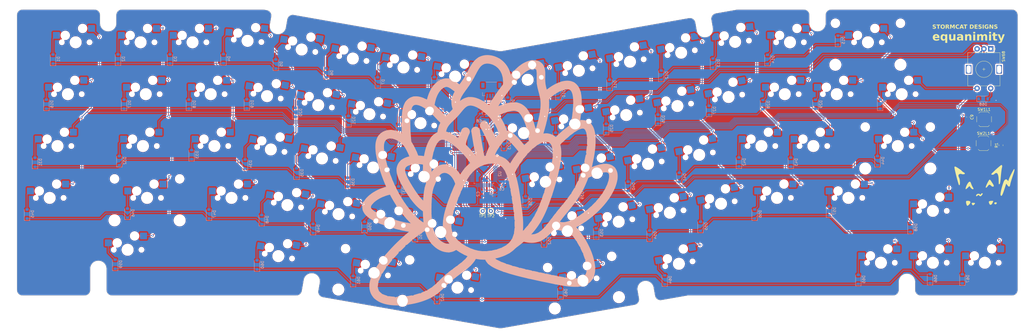
<source format=kicad_pcb>
(kicad_pcb (version 20240108) (generator "pcbnew") (generator_version "8.0")
  (layers (0 "F.Cu" signal) (31 "B.Cu" signal) (34 "B.Paste" user) (35 "F.Paste" user) (36 "B.SilkS" user "B.Silkscreen") (37 "F.SilkS" user "F.Silkscreen") (38 "B.Mask" user) (39 "F.Mask" user) (44 "Edge.Cuts" user))
  (net 0 "")
  (net 1 "+3V3")
  (net 2 "BOOT0")
  (net 3 "+5V")
  (net 4 "NRST")
  (net 5 "Net-(D1-A)")
  (net 6 "Net-(D2-A)")
  (net 7 "Net-(D3-A)")
  (net 8 "Net-(D4-A)")
  (net 9 "Net-(D5-A)")
  (net 10 "Net-(D6-A)")
  (net 11 "Net-(D7-A)")
  (net 12 "Net-(D8-A)")
  (net 13 "Net-(D9-A)")
  (net 14 "Net-(D10-A)")
  (net 15 "Net-(D11-A)")
  (net 16 "Net-(D12-A)")
  (net 17 "Net-(D13-A)")
  (net 18 "Net-(D14-A)")
  (net 19 "Net-(D15-A)")
  (net 20 "Net-(D16-A)")
  (net 21 "Net-(D17-A)")
  (net 22 "Net-(D18-A)")
  (net 23 "Net-(D19-A)")
  (net 24 "Net-(D20-A)")
  (net 25 "Net-(D21-A)")
  (net 26 "Net-(D22-A)")
  (net 27 "Net-(D23-A)")
  (net 28 "Net-(D24-A)")
  (net 29 "Net-(D25-A)")
  (net 30 "Net-(D26-A)")
  (net 31 "Net-(D27-A)")
  (net 32 "Net-(D28-A)")
  (net 33 "Net-(D29-A)")
  (net 34 "Net-(D30-A)")
  (net 35 "Net-(D31-A)")
  (net 36 "Net-(D32-A)")
  (net 37 "Net-(D33-A)")
  (net 38 "Net-(D34-A)")
  (net 39 "Net-(D35-A)")
  (net 40 "Net-(D36-A)")
  (net 41 "Net-(D37-A)")
  (net 42 "Net-(D38-A)")
  (net 43 "Net-(D39-A)")
  (net 44 "Net-(D40-A)")
  (net 45 "Net-(D41-A)")
  (net 46 "Net-(D42-A)")
  (net 47 "Net-(D43-A)")
  (net 48 "Net-(D44-A)")
  (net 49 "Net-(D45-A)")
  (net 50 "Net-(D46-A)")
  (net 51 "Net-(D47-A)")
  (net 52 "Net-(D48-A)")
  (net 53 "Net-(D49-A)")
  (net 54 "Net-(D50-A)")
  (net 55 "Net-(D51-A)")
  (net 56 "Net-(D52-A)")
  (net 57 "Net-(D53-A)")
  (net 58 "Net-(D54-A)")
  (net 59 "Net-(D55-A)")
  (net 60 "Net-(D56-A)")
  (net 61 "Net-(D57-A)")
  (net 62 "Net-(D58-A)")
  (net 63 "Net-(D59-A)")
  (net 64 "Net-(D60-A)")
  (net 65 "Net-(D61-A)")
  (net 66 "Net-(D62-A)")
  (net 67 "Net-(D63-A)")
  (net 68 "Net-(D64-A)")
  (net 69 "Net-(D65-A)")
  (net 70 "Net-(D66-A)")
  (net 71 "Net-(D67-A)")
  (net 72 "Net-(D68-A)")
  (net 73 "D+")
  (net 74 "D-")
  (net 75 "Col1")
  (net 76 "Col2")
  (net 77 "Col3")
  (net 78 "Col4")
  (net 79 "Col5")
  (net 80 "Col6")
  (net 81 "Col7")
  (net 82 "Col8")
  (net 83 "Col9")
  (net 84 "Col10")
  (net 85 "Col11")
  (net 86 "Col12")
  (net 87 "Col13")
  (net 88 "Col14")
  (net 89 "Col15")
  (net 90 "EN1")
  (net 91 "EN2")
  (net 99 "SWDIO")
  (net 100 "SWCLK")
  (net 101 "GND")
  (net 105 "Row5")
  (net 106 "Col16")
  (net 107 "Row4")
  (net 108 "Row3")
  (net 109 "Row2")
  (net 110 "Row1")
  (footprint "MX_Hotswap:MX-Hotswap-1U" (layer "F.Cu") (at 91.359 79.526699)
    (property "Reference" "SW3")
    (property "Value" "SW_Push")
  )
  (footprint "MX_Hotswap:MX-Hotswap-1U" (layer "F.Cu") (at 48.4965 79.526699)
    (property "Reference" "SW1")
    (property "Value" "SW_Push")
  )
  (footprint "MX_Hotswap:MX-Hotswap-1.5U" (layer "F.Cu") (at 122.825442 158.062992 -10)
    (property "Reference" "SW60")
    (property "Value" "SW_Push")
  )
  (footprint "Capacitor_SMD:C_0603_1608Metric" (layer "F.Cu") (at 375.75 107 -90)
    (property "Reference" "C9")
    (property "Value" "100n")
  )
  (footprint "MX_Hotswap:MX-Hotswap-1U" (layer "F.Cu") (at 247.619973 145.4222 10)
    (property "Reference" "SW53")
    (property "Value" "SW_Push")
  )
  (footprint "MX_Hotswap:MX-Hotswap-2.25U" (layer "F.Cu") (at 349.96275 117.6267)
    (property "Reference" "SW44")
    (property "Value" "SW_Push")
  )
  (footprint "MX_Hotswap:MX-Hotswap-1.5U" (layer "F.Cu") (at 351.3915 98.576699)
    (property "Reference" "SW30")
    (property "Value" "SW_Push")
  )
  (footprint "MX_Hotswap:MX-Hotswap-1U" (layer "F.Cu") (at 269.144859 102.939027 10)
    (property "Reference" "SW26")
    (property "Value" "SW_Push")
  )
  (footprint "MX_Hotswap:MX-Hotswap-1U" (layer "F.Cu") (at 118.678995 99.30023 -10)
    (property "Reference" "SW19")
    (property "Value" "SW_Push")
  )
  (footprint "MX_Hotswap:MX-Hotswap-1U" (layer "F.Cu") (at 362.8215 160.4892)
    (property "Reference" "SW66")
    (property "Value" "SW_Push")
  )
  (footprint "MX_Hotswap:MX-Hotswap-1U" (layer "F.Cu") (at 299.9565 117.6267)
    (property "Reference" "SW42")
    (property "Value" "SW_Push")
  )
  (footprint "MX_Hotswap:MX-Hotswap-2.25U" (layer "F.Cu") (at 74.69025 136.6767)
    (property "Reference" "SW46")
    (property "Value" "SW_Push")
  )
  (footprint "MX_Hotswap:MX-Hotswap-1U" (layer "F.Cu") (at 131.367286 82.193641 -10)
    (property "Reference" "SW5")
    (property "Value" "SW_Push")
  )
  (footprint "MX_Hotswap:MX-Hotswap-1U" (layer "F.Cu") (at 362.8215 141.4392)
    (property "Reference" "SW58")
    (property "Value" "SW_Push")
  )
  (footprint "MX_Hotswap:MX-Hotswap-1U" (layer "F.Cu") (at 120.061144 118.887818 -10)
    (property "Reference" "SW34")
    (property "Value" "SW_Push")
  )
  (footprint "Button_Switch_SMD:SW_SPST_SKQG_WithStem" (layer "F.Cu") (at 381.6 107.8)
    (property "Reference" "SW1L1")
    (property "Value" "SW_SPST")
  )
  (footprint "MX_Hotswap:MX-Hotswap-1U" (layer "F.Cu") (at 310.434 79.526699)
    (property "Reference" "SW14")
    (property "Value" "SW_Push")
  )
  (footprint "Resistor_SMD:R_0805_2012Metric_Pad1.20x1.40mm_HandSolder" (layer "F.Cu") (at 387.8072 117.348 90)
    (property "Reference" "R1")
    (property "Value" "10k")
  )
  (footprint "MX_Hotswap:MX-Hotswap-1U" (layer "F.Cu") (at 214.245245 93.275434 10)
    (property "Reference" "SW9")
    (property "Value" "SW_Push")
  )
  (footprint "MX_Hotswap:MX-Hotswap-1U" (layer "F.Cu") (at 327.579 98.576699)
    (property "Reference" "SW29")
    (property "Value" "SW_Push")
  )
  (footprint "MX_Hotswap:MX-Hotswap-1U" (layer "F.Cu") (at 251.76642 86.659438 10)
    (property "Reference" "SW11")
    (property "Value" "SW_Push")
  )
  (footprint "MX_Hotswap:MX-Hotswap-1U" (layer "F.Cu") (at 182.415203 149.226398 -10)
    (property "Reference" "SW51")
    (property "Value" "SW_Push")
  )
  (footprint "MX_Hotswap:MX-Hotswap-2.25U" (layer "F.Cu") (at 158.001544 164.265488 -10)
    (property "Reference" "SW61")
    (property "Value" "SW_Push")
  )
  (footprint "MX_Hotswap:MX-Hotswap-1U" (layer "F.Cu") (at 231.623684 109.555023 10)
    (property "Reference" "SW24")
    (property "Value" "SW_Push")
  )
  (footprint "Button_Switch_SMD:SW_SPST_SKQG_WithStem" (layer "F.Cu") (at 381.4 116.6)
    (property "Reference" "SW2L1")
    (property "Value" "SW_SPST")
  )
  (footprint "MX_Hotswap:MX-Hotswap-1U" (layer "F.Cu") (at 150.127874 85.501639 -10)
    (property "Reference" "SW6")
    (property "Value" "SW_Push")
  )
  (footprint "MX_Hotswap:MX-Hotswap-1U" (layer "F.Cu") (at 38.9715 136.6767)
    (property "Reference" "SW45")
    (property "Value" "SW_Push")
  )
  (footprint "MX_Hotswap:MX-Hotswap-1U" (layer "F.Cu") (at 168.700856 88.776557 -10)
    (property "Reference" "SW7")
    (property "Value" "SW_Push")
  )
  (footprint "MX_Hotswap:MX-Hotswap-1U" (layer "F.Cu") (at 220.861241 130.79661 10)
    (property "Reference" "SW38")
    (property "Value" "SW_Push")
  )
  (footprint "MX_Hotswap:MX-Hotswap-1U" (layer "F.Cu") (at 233.005833 89.967436 10)
    (property "Reference" "SW10")
    (property "Value" "SW_Push")
  )
  (footprint "MX_Hotswap:MX-Hotswap-1U" (layer "F.Cu") (at 163.654615 145.9184 -10)
    (property "Reference" "SW50")
    (property "Value" "SW_Push")
  )
  (footprint "MX_Hotswap:MX-Hotswap-1U" (layer "F.Cu") (at 105.6465 136.6767)
    (property "Reference" "SW47")
    (property "Value" "SW_Push")
  )
  (footprint "MX_Hotswap:MX-Hotswap-1U" (layer "F.Cu") (at 287.905447 99.63103 10)
    (property "Reference" "SW27")
    (property "Value" "SW_Push")
  )
  (footprint "MX_Hotswap:MX-Hotswap-1U" (layer "F.Cu") (at 290.317268 79.365338 5)
    (property "Reference" "SW13")
    (property "Value" "SW_Push")
  )
  (footprint "MX_Hotswap:MX-Hotswap-1U" (layer "F.Cu") (at 187.649049 92.117634 -10)
    (property "Reference" "SW8")
    (property "Value" "SW_Push")
  )
  (footprint "MX_Hotswap:MX-Hotswap-1U" (layer "F.Cu") (at 308.529 98.576699)
    (property "Reference" "SW28")
    (property "Value" "SW_Push")
  )
  (footprint "MX_Hotswap:MX-Hotswap-1U" (layer "F.Cu") (at 157.582319 125.503813 -10)
    (property "Reference" "SW36")
    (property "Value" "SW_Push")
  )
  (footprint "MX_Hotswap:MX-Hotswap-1U" (layer "F.Cu") (at 126.13344 139.302404 -10)
    (property "Reference" "SW48")
    (property "Value" "SW_Push")
  )
  (footprint "Connector_Pin:Pin_D0.7mm_L6.5mm_W1.8mm_FlatFork" (layer "F.Cu") (at 200.75 141.5)
    (property "Reference" "TP2")
    (property "Value" "TestPoint")
  )
  (footprint "MX_Hotswap:MX-Hotswap-1U" (layer "F.Cu") (at 174.960758 109.224223 -10)
    (property "Reference" "SW22")
    (property "Value" "SW_Push")
  )
  (footprint "MX_Hotswap:MX-Hotswap-1U" (layer "F.Cu") (at 156.20017 105.916225 -10)
    (property "Reference" "SW21")
    (property "Value" "SW_Push")
  )
  (footprint "MX_Hotswap:MX-Hotswap-1U" (layer "F.Cu") (at 270.527008 83.35144 10)
    (property "Reference" "SW12")
    (property "Value" "SW_Push")
  )
  (footprint "MX_Hotswap:MX-Hotswap-1U" (layer "F.Cu") (at 176.342907 128.811811 -10)
    (property "Reference" "SW37")
    (property "Value" "SW_Push")
  )
  (footprint "MX_Hotswap:MX-Hotswap-1U" (layer "F.Cu") (at 319.0065 117.6267)
    (property "Reference" "SW43")
    (property "Value" "SW_Push")
  )
  (footprint "MX_Hotswap:MX-Hotswap-1U" (layer "F.Cu") (at 138.821731 122.195816 -10)
    (property "Reference" "SW35")
    (property "Value" "SW_Push")
  )
  (footprint "MX_Hotswap:MX-Hotswap-2.25U" (layer "F.Cu") (at 234.512457 167.077286 10)
    (property "Reference" "SW63")
    (property "Value" "SW_Push")
  )
  (footprint "MX_Hotswap:MX-Hotswap-1U" (layer "F.Cu") (at 277.143004 120.872617 10)
    (property "Reference" "SW41")
    (property "Value" "SW_Push")
  )
  (footprint "MX_Hotswap:MX-Hotswap-1.5U" (layer "F.Cu") (at 269.688559 160.87479 10)
    (property "Reference" "SW64")
    (property "Value" "SW_Push")
  )
  (footprint "MX_Hotswap:MX-Hotswap-1.5U" (layer "F.Cu") (at 74.214 98.576699)
    (property "Reference" "SW17")
    (property "Value" "SW_Push")
  )
  (footprint "MX_Hotswap:MX-Hotswap-1U" (layer "F.Cu") (at 99.36 117.6267)
    (property "Reference" "SW33")
    (property "Value" "SW_Push")
  )
  (footprint "MX_Hotswap:MX-Hotswap-1U" (layer "F.Cu") (at 228.859385 148.730198 10)
    (property "Reference" "SW52")
    (property "Value" "SW_Push")
  )
  (footprint "MX_Hotswap:MX-Hotswap-1U" (layer "F.Cu") (at 137.439582 102.608228 -10)
    (property "Reference" "SW20")
    (property "Value" "SW_Push")
  )
  (footprint "Connector_Pin:Pin_D0.7mm_L6.5mm_W1.8mm_FlatFork" (layer "F.Cu") (at 197.75 141.5)
    (property "Reference" "TP1")
    (property "Value" "TestPoint")
  )
  (footprint "MX_Hotswap:MX-Hotswap-1U" (layer "F.Cu") (at 144.894027 142.610402 -10)
    (property "Reference" "SW49")
    (property "Value" "SW_Push")
  )
  (footprint "MX_Hotswap:MX-Hotswap-1.5U" (layer "F.Cu") (at 67.5465 155.7267)
    (property "Reference" "SW59")
    (property "Value" "SW_Push")
  )
  (footprint "MX_Hotswap:MX-Hotswap-1U" (layer "F.Cu") (at 285.141148 138.806205 10)
    (property "Reference" "SW55")
    (property "Value" "SW_Push")
  )
  (footprint "MX_Hotswap:MX-Hotswap-2U" (layer "F.Cu") (at 339.009 79.526699)
    (property "Reference" "SW15")
    (property "Value" "SW_Push")
  )
  (footprint "MX_Hotswap:MX-Hotswap-1U" (layer "F.Cu") (at 266.380561 142.114203 10)
    (property "Reference" "SW54")
    (property "Value" "SW_Push")
  )
  (footprint "MX_Hotswap:MX-Hotswap-1U" (layer "F.Cu") (at 305.6715 136.6767)
    (property "Reference" "SW56")
    (property "Value" "SW_Push")
  )
  (footprint "MX_Hotswap:MX-Hotswap-1U" (layer "F.Cu") (at 45.639 98.576699)
    (property "Reference" "SW16")
    (property "Value" "SW_Push")
  )
  (footprint "MX_Hotswap:MX-Hotswap-1U" (layer "F.Cu") (at 98.0265 98.576699)
    (property "Reference" "SW18")
    (property "Value" "SW_Push")
  )
  (footprint "MX_Hotswap:MX-Hotswap-1U" (layer "F.Cu") (at 188.487499 169.640984 -10)
    (property "Reference" "SW62")
    (property "Value" "SW_Push")
  )
  (footprint "MX_Hotswap:MX-Hotswap-1U" (layer "F.Cu") (at 343.7715 160.4892)
    (property "Reference" "SW65")
    (property "Value" "SW_Push")
  )
  (footprint "MX_Hotswap:MX-Hotswap-1.75U" (layer "F.Cu") (at 73.16625 117.6267)
    (property "Reference" "SW32")
    (property "Value" "SW_Push")
  )
  (footprint "MX_Hotswap:MX-Hotswap-1U" (layer "F.Cu") (at 212.863096 112.863021 10)
    (property "Reference" "SW23")
    (property "Value" "SW_Push")
  )
  (footprint "MX_Hotswap:MX-Hotswap-1U" (layer "F.Cu") (at 239.621828 127.488612 10)
    (property "Reference" "SW39")
    (property "Value" "SW_Push")
  )
  (footprint "MX_Hotswap:MX-Hotswap-1U" (layer "F.Cu") (at 72.309 79.526699)
    (property "Reference" "SW2")
    (property "Value" "SW_Push")
  )
  (footprint "Rotary_Encoder:RotaryEncoder_Alps_EC11E-Switch_Vertical_H20mm" (layer "F.Cu") (at 384.0365 81.9317 -90)
    (property "Reference" "SW68")
    (property "Value" "RotaryEncoder_Switch")
  )
  (footprint "MX_Hotswap:MX-Hotswap-1U" (layer "F.Cu") (at 111.533376 78.997575 -5)
    (property "Reference" "SW4")
    (property "Value" "SW_Push")
  )
  (footprint "MX_Hotswap:MX-Hotswap-1U" (layer "F.Cu") (at 381.8715 160.4892)
    (property "Reference" "SW67")
    (property "Value" "SW_Push")
  )
  (footprint "MX_Hotswap:MX-Hotswap-1U" (layer "F.Cu") (at 41.829 117.6267)
    (property "Reference" "SW31")
    (property "Value" "SW_Push")
  )
  (footprint "MX_Hotswap:MX-Hotswap-1.75U" (layer "F.Cu") (at 331.86525 136.6767)
    (property "Reference" "SW57")
    (property "Value" "SW_Push")
  )
  (footprint "MX_Hotswap:MX-Hotswap-1U" (layer "F.Cu") (at 258.382416 124.180614 10)
    (property "Reference" "SW40")
    (property "Value" "SW_Push")
  )
  (footprint "MX_Hotswap:MX-Hotswap-1U" (layer "F.Cu") (at 250.384271 106.247025 10)
    (property "Reference" "SW25")
    (property "Value" "SW_Push")
  )
  (footprint "Capacitor_SMD:C_0805_2012Metric_Pad1.18x1.45mm_HandSolder" (layer "B.Cu") (at 196.5 115)
    (property "Reference" "C1")
    (property "Value" "10u")
  )
  (footprint "Diode_SMD:D_SOD-123" (layer "B.Cu") (at 225.4765 98.2917 90)
    (property "Reference" "D10")
    (property "Value" "D")
  )
  (footprint "Diode_SMD:D_SOD-123" (layer "B.Cu") (at 116.7265 144.6417 90)
    (property "Reference" "D48")
    (property "Value" "D")
  )
  (footprint "Diode_SMD:D_SOD-123" (layer "B.Cu") (at 251.0765 132.3917 90)
    (property "Reference" "D40")
    (property "Value" "D")
  )
  (footprint "Diode_SMD:D_SOD-123" (layer "B.Cu") (at 263.2265 91.5917 90)
    (property "Reference" "D12")
    (property "Value" "D")
  )
  (footprint "Diode_SMD:D_SOD-123" (layer "B.Cu") (at 30.6765 142.5917 90)
    (property "Reference" "D45")
    (property "Value" "D")
  )
  (footprint "Diode_SMD:D_SOD-123" (layer "B.Cu") (at 244.2765 94.9417 90)
    (property "Reference" "D11")
    (property "Value" "D")
  )
  (footprint "Diode_SMD:D_SOD-123" (layer "B.Cu") (at 243.0265 111.15 90)
    (property "Reference" "D25")
    (property "Value" "D")
  )
  (footprint "Diode_SMD:D_SOD-123" (layer "B.Cu") (at 224.5 114.4 90)
    (property "Reference" "D24")
    (property "Value" "D")
  )
  (footprint "Diode_SMD:D_SOD-123" (layer "B.Cu") (at 64.5 123 90)
    (property "Reference" "D32")
    (property "Value" "D")
  )
  (footprint "Diode_SMD:D_SOD-123" (layer "B.Cu") (at 324.75 141.5 90)
    (property "Reference" "D57")
    (property "Value" "D")
  )
  (footprint "Diode_SMD:D_SOD-123" (layer "B.Cu") (at 297.4765 142.5917 90)
    (property "Reference" "D56")
    (property "Value" "D")
  )
  (footprint "acheron_Connectors.pretty-master:SM04B-SRSS-TB(LF)(SN)" (layer "B.Cu") (at 200.9265 98.4167)
    (property "Reference" "J1")
    (property "Value" "0781710004")
  )
  (footprint "Diode_SMD:D_SOD-123" (layer "B.Cu") (at 40.1765 85.6917 90)
    (property "Reference" "D1")
    (property "Value" "D")
  )
  (footprint "Capacitor_SMD:C_0603_1608Metric" (layer "B.Cu") (at 204.75 132)
    (property "Reference" "C6")
    (property "Value" "100n")
  )
  (footprint "Diode_SMD:D_SOD-123" (layer "B.Cu") (at 33.5765 123.5917 90)
    (property "Reference" "D31")
    (property "Value" "D")
  )
  (footprint "Diode_SMD:D_SOD-123" (layer "B.Cu") (at 206.9265 101.4417 90)
    (property "Reference" "D9")
    (property "Value" "D")
  )
  (footprint "Capacitor_SMD:C_0603_1608Metric" (layer "B.Cu") (at 197.5 135.25 -90)
    (property "Reference" "C2")
    (property "Value" "100n")
  )
  (footprint "Capacitor_SMD:C_0805_2012Metric_Pad1.18x1.45mm_HandSolder" (layer "B.Cu") (at 198.25 103.75 180)
    (property "Reference" "C7")
    (property "Value" "1u")
  )
  (footprint "Diode_SMD:D_SOD-123" (layer "B.Cu") (at 129.4765 127.4917 90)
    (property "Reference" "D35")
    (property "Value" "D")
  )
  (footprint "Diode_SMD:D_SOD-123" (layer "B.Cu") (at 262 107.75 90)
    (property "Reference" "D26")
    (property "Value" "D")
  )
  (footprint "Diode_SMD:D_SOD-123" (layer "B.Cu") (at 310.7265 123.5417 90)
    (property "Reference" "D43")
    (property "Value" "D")
  )
  (footprint "Diode_SMD:D_SOD-123" (layer "B.Cu") (at 282.1765 87.1417 90)
    (property "Reference" "D13")
    (property "Value" "D")
  )
  (footprint "Diode_SMD:D_SOD-123" (layer "B.Cu") (at 63 161 90)
    (property "Reference" "D59")
    (property "Value" "D")
  )
  (footprint "Diode_SMD:D_SOD-123" (layer "B.Cu") (at 135.5265 147.8917 90)
    (property "Reference" "D49")
    (property "Value" "D")
  )
  (footprint "Diode_SMD:D_SOD-123" (layer "B.Cu") (at 342.5 123 90)
    (property "Reference" "D44")
    (property "Value" "D")
  )
  (footprint "Diode_SMD:D_SOD-123" (layer "B.Cu") (at 258.9765 150.3417 90)
    (property "Reference" "D54")
    (property "Value" "D")
  )
  (footprint "Capacitor_SMD:C_0603_1608Metric" (layer "B.Cu") (at 202.25 134.75 -90)
    (property "Reference" "C5")
    (property "Value" "100n")
  )
  (footprint "Diode_SMD:D_SOD-123" (layer "B.Cu") (at 280.75 104.5 90)
    (property "Reference" "D27")
    (property "Value" "D")
  )
  (footprint "Diode_SMD:D_SOD-123" (layer "B.Cu") (at 205.5 117 90)
    (property "Reference" "D23")
    (property "Value" "D")
  )
  (footprint "Diode_SMD:D_SOD-123" (layer "B.Cu") (at 328 78.75 90)
    (property "Reference" "D15")
    (property "Value" "D")
  )
  (footprint "Diode_SMD:D_SOD-123" (layer "B.Cu") (at 115 161.25 90)
    (property "Reference" "D60")
    (property "Value" "D")
  )
  (footprint "Diode_SMD:D_SOD-123" (layer "B.Cu") (at 319.75 102.25 90)
    (property "Reference" "D29")
    (property "Value" "D")
  )
  (footprint "Diode_SMD:D_SOD-123" (layer "B.Cu") (at 226.25 171.5 90)
    (property "Reference" "D63")
    (property "Value" "D")
  )
  (footprint "Diode_SMD:D_SOD-123" (layer "B.Cu") (at 264.5 166.75 90)
    (property "Reference" "D64")
    (property "Value" "D")
  )
  (footprint "Diode_SMD:D_SOD-123" (layer "B.Cu") (at 110.6265 124.2417 90)
    (property "Reference" "D34")
    (property "Value" "D")
  )
  (footprint "Diode_SMD:D_SOD-123" (layer "B.Cu") (at 148.5 108.25 90)
    (property "Reference" "D21")
    (property "Value" "D")
  )
  (footprint "Diode_SMD:D_SOD-123" (layer "B.Cu") (at 90 102.25 90)
    (property "Reference" "D18")
    (property "Value" "D")
  )
  (footprint "Package_QFP:LQFP-48_7x7mm_P0.5mm" (layer "B.Cu") (at 198.1765 127.8417 90)
    (property "Reference" "U2")
    (property "Value" "STM32F072CBTx")
  )
  (footprint "Diode_SMD:D_SOD-123" (layer "B.Cu") (at 111.25 102.15 90)
    (property "Reference" "D19")
    (property "Value" "D")
  )
  (footprint "Diode_SMD:D_SOD-123" (layer "B.Cu") (at 102.6765 85.5417 90)
    (property "Reference" "D4")
    (property "Value" "D")
  )
  (footprint "Diode_SMD:D_SOD-123" (layer "B.Cu") (at 37.75 102.25 90)
    (property "Reference" "D16")
    (property "Value" "D")
  )
  (footprint "Diode_SMD:D_SOD-123" (layer "B.Cu") (at 167 111.4 90)
    (property "Reference" "D22")
    (property "Value" "D")
  )
  (footprint "Diode_SMD:D_SOD-123" (layer "B.Cu") (at 140.3765 90.7417 90)
    (property "Reference" "D6")
    (property "Value" "D")
  )
  (footprint "Diode_SMD:D_SOD-123" (layer "B.Cu") (at 148.2265 130.8917 90)
    (property "Reference" "D36")
    (property "Value" "D")
  )
  (footprint "Diode_SMD:D_SOD-123" (layer "B.Cu") (at 343.5 102.25 90)
    (property "Reference" "D30")
    (property "Value" "D")
  )
  (footprint "Diode_SMD:D_SOD-123" (layer "B.Cu") (at 67.5 142.25 90)
    (property "Reference" "D46")
    (property "Value" "D")
  )
  (footprint "Diode_SMD:D_SOD-123" (layer "B.Cu") (at 172.9265 150.4417 90)
    (property "Reference" "D51")
    (property "Value" "D")
  )
  (footprint "Diode_SMD:D_SOD-123" (layer "B.Cu") (at 66.25 102.25 90)
    (property "Reference" "D17")
    (property "Value" "D")
  )
  (footprint "Diode_SMD:D_SOD-123" (layer "B.Cu") (at 361.81 166.3075 90)
    (property "Reference" "D66")
    (property "Value" "D")
  )
  (footprint "Diode_SMD:D_SOD-123" (layer "B.Cu") (at 166.8765 134.1417 90)
    (property "Reference" "D37")
    (property "Value" "D")
  )
  (footprint "Diode_SMD:D_SOD-123" (layer "B.Cu") (at 300.5 102.4 90)
    (property "Reference" "D28")
    (property "Value" "D")
  )
  (footprint "Diode_SMD:D_SOD-123" (layer "B.Cu") (at 335.4765 166.5917 90)
    (property "Reference" "D65")
    (property "Value" "D")
  )
  (footprint "Capacitor_SMD:C_0805_2012Metric_Pad1.18x1.45mm_HandSolder" (layer "B.Cu") (at 196.5 110.25)
    (property "Reference" "C8")
    (property "Value" "1u")
  )
  (footprint "Diode_SMD:D_SOD-123" (layer "B.Cu") (at 213.4765 137.75 90)
    (property "Reference" "D38")
    (property "Value" "D")
  )
  (footprint "Diode_SMD:D_SOD-123" (layer "B.Cu") (at 373.6265 166.3917 90)
    (property "Reference" "D67")
    (property "Value" "D")
  )
  (footprint "Diode_SMD:D_SOD-123" (layer "B.Cu") (at 150.25 167 90)
    (property "Reference" "D61")
    (property "Value" "D")
  )
  (footprint "Diode_SMD:D_SOD-123" (layer "B.Cu") (at 354.5765 147.4917 90)
    (property "Reference" "D58")
    (property "Value" "D")
  )
  (footprint "Diode_SMD:D_SOD-123" (layer "B.Cu") (at 232.2765 135.7417 90)
    (property "Reference" "D39")
    (property "Value" "D")
  )
  (footprint "Capacitor_SMD:C_0603_1608Metric" (layer "B.Cu") (at 203 123)
    (property "Reference" "C3")
    (property "Value" "100n")
  )
  (footprint "Diode_SMD:D_SOD-123" (layer "B.Cu") (at 220.2265 152.3917 90)
    (property "Reference" "D52")
    (property "Value" "D")
  )
  (footprint "Diode_SMD:D_SOD-123" (layer "B.Cu") (at 302.1765 85.7917 90)
    (property "Reference" "D14")
    (property "Value" "D")
  )
  (footprint "Package_TO_SOT_SMD:SOT-23-3" (layer "B.Cu") (at 198.12 106.68)
    (property "Reference" "U1")
    (property "Value" "XC6206PxxxMR")
  )
  (footprint "Diode_SMD:D_SOD-123" (layer "B.Cu") (at 180 94 90)
    (property "Reference" "D8")
    (property "Value" "D")
  )
  (footprint "Diode_SMD:D_SOD-123" (layer "B.Cu") (at 277.6265 147.0917 90)
    (property "Reference" "D55")
    (property "Value" "D")
  )
  (footprint "Diode_SMD:D_SOD-123" (layer "B.Cu") (at 159.2765 94.0417 90)
    (property "Reference" "D7")
    (property "Value" "D")
  )
  (footprint "Diode_SMD:D_SOD-123" (layer "B.Cu") (at 154.3765 147.1417 90)
    (property "Reference" "D50")
    (property "Value" "D")
  )
  (footprint "Diode_SMD:D_SOD-123" (layer "B.Cu") (at 121.8765 87.4917 90)
    (property "Reference" "D5")
    (property "Value" "D")
  )
  (footprint "Diode_SMD:D_SOD-123" (layer "B.Cu") (at 269.8265 129.0917 90)
    (property "Reference" "D41")
    (property "Value" "D")
  )
  (footprint "Diode_SMD:D_SOD-123" (layer "B.Cu") (at 91.0265 120.7917 90)
    (property "Reference" "D33")
    (property "Value" "D")
  )
  (footprint "Capacitor_SMD:C_0603_1608Metric" (layer "B.Cu") (at 193 123 90)
    (property "Reference" "C4")
    (property "Value" "100n")
  )
  (footprint "Diode_SMD:D_SOD-123" (layer "B.Cu") (at 381.2725 100.2725)
    (property "Reference" "D68")
    (property "Value" "D")
  )
  (footprint "Diode_SMD:D_SOD-123" (layer "B.Cu") (at 239.3765 149.4917 90)
    (property "Reference" "D53")
    (property "Value" "D")
  )
  (footprint "Diode_SMD:D_SOD-123" (layer "B.Cu") (at 129 105.25 90)
    (property "Reference" "D20")
    (property "Value" "D")
  )
  (footprint "Diode_SMD:D_SOD-123" (layer "B.Cu") (at 97.3765 142.5917 90)
    (property "Reference" "D47")
    (property "Value" "D")
  )
  (footprint "Diode_SMD:D_SOD-123" (layer "B.Cu") (at 83.0765 85.6417 90)
    (property "Reference" "D3")
    (property "Value" "D")
  )
  (footprint "Diode_SMD:D_SOD-123" (layer "B.Cu") (at 64.0265 85.6417 90)
    (property "Reference" "D2")
    (property "Value" "D")
  )
  (footprint "Diode_SMD:D_SOD-123" (layer "B.Cu") (at 291.6765 123.4917 90)
    (property "Reference" "D42")
    (property "Value" "D")
  )
  (footprint "Diode_SMD:D_SOD-123" (layer "B.Cu") (at 181 173.25 90)
    (property "Reference" "D62")
    (property "Value" "D")
  )
  (gr_curve (pts (xy 194.871158 89.76053) (xy 195.008521 89.509793) (xy 195.146693 89.265254) (xy 195.286832 89.028117)) (stroke (width 2.1)) (layer "B.SilkS"))
  (gr_curve (pts (xy 199.620091 111.202899) (xy 199.709998 111.35613) (xy 199.798605 111.508255) (xy 199.885877 111.659244)) (stroke (width 2.1)) (layer "B.SilkS"))
  (gr_curve (pts (xy 195.479707 123.531185) (xy 193.903466 121.132259) (xy 192.31099 119.224625) (xy 190.569317 117.60333)) (stroke (width 2.1)) (layer "B.SilkS"))
  (gr_curve (pts (xy 179.255243 101.433948) (xy 179.19934 101.694441) (xy 179.147587 101.960241) (xy 179.099985 102.231295)) (stroke (width 2.1)) (layer "B.SilkS"))
  (gr_curve (pts (xy 160.25049 163.639562) (xy 160.590137 163.077271) (xy 160.958643 162.509685) (xy 161.352265 161.93936)) (stroke (width 2.1)) (layer "B.SilkS"))
  (gr_curve (pts (xy 187.979968 104.186652) (xy 187.31026 102.915857) (xy 187.131461 101.522634) (xy 187.476899 100.206412)) (stroke (width 2.1)) (layer "B.SilkS"))
  (gr_curve (pts (xy 236.581841 164.774717) (xy 236.700639 164.469536) (xy 236.792349 164.141123) (xy 236.85713 163.790579)) (stroke (width 2.1)) (layer "B.SilkS"))
  (gr_curve (pts (xy 203.762362 114.602643) (xy 203.630298 114.746219) (xy 203.499859 114.894562) (xy 203.371155 115.04673)) (stroke (width 2.1)) (layer "B.SilkS"))
  (gr_curve (pts (xy 215.392538 147.049302) (xy 215.663365 146.70136) (xy 215.925486 146.349605) (xy 216.179144 145.993835)) (stroke (width 2.1)) (layer "B.SilkS"))
  (gr_curve (pts (xy 162.198623 173.535254) (xy 161.673979 173.386009) (xy 161.183763 173.209018) (xy 160.732694 173.003792)) (stroke (width 2.1)) (layer "B.SilkS"))
  (gr_curve (pts (xy 179.576206 100.185142) (xy 179.503747 100.424037) (xy 179.435403 100.668441) (xy 179.371199 100.918269)) (stroke (width 2.1)) (layer "B.SilkS"))
  (gr_curve (pts (xy 216.753182 115.503091) (xy 216.619856 113.453363) (xy 216.191327 111.381934) (xy 215.530187 109.42947)) (stroke (width 2.1)) (layer "B.SilkS"))
  (gr_curve (pts (xy 182.406978 126.745343) (xy 182.573813 126.664911) (xy 182.745157 126.597517) (xy 182.920478 126.543622)) (stroke (width 2.1)) (layer "B.SilkS"))
  (gr_curve (pts (xy 213.643704 89.05536) (xy 215.054854 88.235746) (xy 216.509285 88.047753) (xy 217.346433 88.34582)) (stroke (width 2.1)) (layer "B.SilkS"))
  (gr_curve (pts (xy 236.555794 109.973514) (xy 235.872655 109.307124) (xy 234.897893 109.055018) (xy 234.023236 109.151714)) (stroke (width 2.1)) (layer "B.SilkS"))
  (gr_curve (pts (xy 182.720585 114.274876) (xy 182.501035 114.298044) (xy 182.284412 114.342641) (xy 182.071363 114.409956)) (stroke (width 2.1)) (layer "B.SilkS"))
  (gr_curve (pts (xy 220.445776 107.338375) (xy 220.373998 107.672302) (xy 220.299001 108.005019) (xy 220.221345 108.335862)) (stroke (width 2.1)) (layer "B.SilkS"))
  (gr_curve (pts (xy 189.615665 115.277611) (xy 189.565295 115.407138) (xy 189.517406 115.532746) (xy 189.47208 115.654307)) (stroke (width 2.1)) (layer "B.SilkS"))
  (gr_curve (pts (xy 217.045853 115.317524) (xy 216.948128 115.377691) (xy 216.85056 115.439572) (xy 216.753182 115.503091)) (stroke (width 2.1)) (layer "B.SilkS"))
  (gr_curve (pts (xy 223.865929 146.532218) (xy 224.766124 147.26962) (xy 225.866821 147.683879) (xy 227.046672 147.705639)) (stroke (width 2.1)) (layer "B.SilkS"))
  (gr_curve (pts (xy 178.963558 132.033941) (xy 179.015343 131.903932) (xy 179.068727 131.773725) (xy 179.123804 131.641661)) (stroke (width 2.1)) (layer "B.SilkS"))
  (gr_curve (pts (xy 183.841056 114.358651) (xy 183.613738 114.30522) (xy 183.387373 114.268375) (xy 183.162614 114.249971)) (stroke (width 2.1)) (layer "B.SilkS"))
  (gr_curve (pts (xy 206.595152 113.058378) (xy 206.44733 113.047663) (xy 206.299866 113.049208) (xy 206.152859 113.063173)) (stroke (width 2.1)) (layer "B.SilkS"))
  (gr_curve (pts (xy 212.321625 150.388764) (xy 212.665994 150.06786) (xy 213.000883 149.743865) (xy 213.326334 149.416723)) (stroke (width 2.1)) (layer "B.SilkS"))
  (gr_curve (pts (xy 227.231223 114.654021) (xy 226.919156 114.941698) (xy 226.608431 115.23455) (xy 226.299221 115.532167)) (stroke (width 2.1)) (layer "B.SilkS"))
  (gr_curve (pts (xy 204.059608 111.108401) (xy 204.131883 111.283192) (xy 204.20047 111.456825) (xy 204.2655 111.629329)) (stroke (width 2.1)) (layer "B.SilkS"))
  (gr_curve (pts (xy 235.647297 142.678851) (xy 235.956358 142.44253) (xy 236.265885 142.198968) (xy 236.575341 141.948335)) (stroke (width 2.1)) (layer "B.SilkS"))
  (gr_curve (pts (xy 172.634586 100.465286) (xy 171.655334 100.615079) (xy 170.769968 101.234059) (xy 170.249213 102.047304)) (stroke (width 2.1)) (layer "B.SilkS"))
  (gr_curve (pts (xy 200.998623 118.560071) (xy 200.91451 118.715866) (xy 200.833474 118.870976) (xy 200.755585 119.025482)) (stroke (width 2.1)) (layer "B.SilkS"))
  (gr_curve (pts (xy 232.810272 151.748573) (xy 232.547387 151.353818) (xy 232.281064 150.974022) (xy 232.012096 150.610281)) (stroke (width 2.1)) (layer "B.SilkS"))
  (gr_curve (pts (xy 215.016819 87.340429) (xy 215.286513 87.268969) (xy 215.554479 87.213755) (xy 215.819333 87.175305)) (stroke (width 2.1)) (layer "B.SilkS"))
  (gr_curve (pts (xy 218.058934 112.250727) (xy 217.716272 113.371223) (xy 217.376466 114.396374) (xy 217.045853 115.317524)) (stroke (width 2.1)) (layer "B.SilkS"))
  (gr_curve (pts (xy 174.767968 172.745733) (xy 174.201981 172.929239) (xy 173.611348 173.100976) (xy 172.998429 173.259421)) (stroke (width 2.1)) (layer "B.SilkS"))
  (gr_curve (pts (xy 188.489993 97.042762) (xy 188.367393 96.955649) (xy 188.245812 96.868394) (xy 188.125224 96.781073)) (stroke (width 2.1)) (layer "B.SilkS"))
  (gr_curve (pts (xy 203.119379 115.359105) (xy 202.994465 115.516384) (xy 202.871499 115.675846) (xy 202.75059 115.836746)) (stroke (width 2.1)) (layer "B.SilkS"))
  (gr_curve (pts (xy 161.603004 124.387868) (xy 161.499633 124.01945) (xy 161.40132 123.654785) (xy 161.308308 123.294617)) (stroke (width 2.1)) (layer "B.SilkS"))
  (gr_curve (pts (xy 179.017197 102.789034) (xy 179.011598 102.829102) (xy 179.006084 102.869275) (xy 179.000653 102.909554)) (stroke (width 2.1)) (layer "B.SilkS"))
  (gr_curve (pts (xy 171.856677 150.894257) (xy 172.325572 150.511381) (xy 172.787617 150.145596) (xy 173.242139 149.797282)) (stroke (width 2.1)) (layer "B.SilkS"))
  (gr_curve (pts (xy 173.642278 148.21021) (xy 173.572644 148.213894) (xy 173.502438 148.21702) (xy 173.431655 148.219589)) (stroke (width 2.1)) (layer "B.SilkS"))
  (gr_curve (pts (xy 168.928468 128.994671) (xy 168.820851 128.749898) (xy 168.721126 128.507731) (xy 168.630485 128.268857)) (stroke (width 2.1)) (layer "B.SilkS"))
  (gr_curve (pts (xy 171.693024 143.331734) (xy 171.500052 143.120607) (xy 171.306573 142.904303) (xy 171.112776 142.683089)) (stroke (width 2.1)) (layer "B.SilkS"))
  (gr_curve (pts (xy 179.239669 131.366622) (xy 179.298625 131.226982) (xy 179.359628 131.083099) (xy 179.422892 130.934066)) (stroke (width 2.1)) (layer "B.SilkS"))
  (gr_curve (pts (xy 176.145362 146.876525) (xy 175.991199 146.822059) (xy 175.833937 146.757371) (xy 175.673656 146.682634)) (stroke (width 2.1)) (layer "B.SilkS"))
  (gr_curve (pts (xy 216.736279 116.787154) (xy 216.365451 117.056965) (xy 215.994974 117.348539) (xy 215.626446 117.659598)) (stroke (width 2.1)) (layer "B.SilkS"))
  (gr_curve (pts (xy 218.765539 113.509008) (xy 218.693374 113.734638) (xy 218.621369 113.956726) (xy 218.549561 114.175232)) (stroke (width 2.1)) (layer "B.SilkS"))
  (gr_curve (pts (xy 234.111756 143.786248) (xy 234.41594 143.579996) (xy 234.722045 143.365924) (xy 235.02964 143.144254)) (stroke (width 2.1)) (layer "B.SilkS"))
  (gr_curve (pts (xy 173.288334 148.223058) (xy 173.039353 148.228098) (xy 172.783317 148.226486) (xy 172.519969 148.21826)) (stroke (width 2.1)) (layer "B.SilkS"))
  (gr_curve (pts (xy 200.931514 123.023529) (xy 200.599049 123.039103) (xy 200.264355 123.069531) (xy 199.928629 123.113724)) (stroke (width 2.1)) (layer "B.SilkS"))
  (gr_curve (pts (xy 220.988913 104.006964) (xy 220.956499 104.333616) (xy 220.917599 104.663282) (xy 220.872641 104.99531)) (stroke (width 2.1)) (layer "B.SilkS"))
  (gr_curve (pts (xy 170.259474 105.836406) (xy 170.23684 106.074383) (xy 170.217987 106.313363) (xy 170.202366 106.552449)) (stroke (width 2.1)) (layer "B.SilkS"))
  (gr_curve (pts (xy 201.886469 107.401986) (xy 202.040285 107.598663) (xy 202.187352 107.794053) (xy 202.327878 107.988008)) (stroke (width 2.1)) (layer "B.SilkS"))
  (gr_curve (pts (xy 212.674092 105.713044) (xy 212.56322 105.543729) (xy 212.450447 105.381893) (xy 212.335521 105.22791)) (stroke (width 2.1)) (layer "B.SilkS"))
  (gr_curve (pts (xy 200.451437 115.524615) (xy 200.517281 115.679427) (xy 200.582535 115.834548) (xy 200.647216 115.989969)) (stroke (width 2.1)) (layer "B.SilkS"))
  (gr_curve (pts (xy 199.492887 158.283634) (xy 199.53103 159.034552) (xy 199.959117 159.672762) (xy 200.494963 160.171269)) (stroke (width 2.1)) (layer "B.SilkS"))
  (gr_curve (pts (xy 219.203354 112.093906) (xy 219.115702 112.386874) (xy 219.027968 112.675008) (xy 218.940302 112.958141)) (stroke (width 2.1)) (layer "B.SilkS"))
  (gr_curve (pts (xy 160.940352 145.389426) (xy 160.533156 145.230449) (xy 160.131409 145.06642) (xy 159.737275 144.897416)) (stroke (width 2.1)) (layer "B.SilkS"))
  (gr_curve (pts (xy 178.712248 148.563333) (xy 178.634653 148.294719) (xy 178.562776 148.018857) (xy 178.496451 147.735742)) (stroke (width 2.1)) (layer "B.SilkS"))
  (gr_curve (pts (xy 200.069237 105.403133) (xy 200.278915 105.603392) (xy 200.481852 105.80452) (xy 200.677771 106.005891)) (stroke (width 2.1)) (layer "B.SilkS"))
  (gr_curve (pts (xy 229.818522 146.105775) (xy 230.081553 146.007831) (xy 230.349133 145.899573) (xy 230.621089 145.781281)) (stroke (width 2.1)) (layer "B.SilkS"))
  (gr_curve (pts (xy 167.221042 114.850324) (xy 167.372004 114.938168) (xy 167.519065 115.028151) (xy 167.661992 115.119852)) (stroke (width 2.1)) (layer "B.SilkS"))
  (gr_curve (pts (xy 210.730259 103.926962) (xy 210.572807 103.862253) (xy 210.409037 103.8071) (xy 210.238396 103.761612)) (stroke (width 2.1)) (layer "B.SilkS"))
  (gr_curve (pts (xy 238.078335 126.354195) (xy 237.397304 126.615296) (xy 236.744076 126.885184) (xy 236.121505 127.158376)) (stroke (width 2.1)) (layer "B.SilkS"))
  (gr_curve (pts (xy 177.934454 142.157891) (xy 177.926663 141.801198) (xy 177.921868 141.443215) (xy 177.919886 141.085102)) (stroke (width 2.1)) (layer "B.SilkS"))
  (gr_curve (pts (xy 226.190395 96.342788) (xy 225.951126 96.442965) (xy 225.712455 96.550828) (xy 225.47517 96.665441)) (stroke (width 2.1)) (layer "B.SilkS"))
  (gr_curve (pts (xy 213.949261 148.752646) (xy 214.256103 148.418937) (xy 214.553702 148.081884) (xy 214.84218 147.741371)) (stroke (width 2.1)) (layer "B.SilkS"))
  (gr_curve (pts (xy 174.680213 137.897162) (xy 174.528016 137.733839) (xy 174.376835 137.565799) (xy 174.226568 137.393066)) (stroke (width 2.1)) (layer "B.SilkS"))
  (gr_curve (pts (xy 199.768219 113.989436) (xy 199.839111 114.14161) (xy 199.909347 114.294128) (xy 199.978927 114.446989)) (stroke (width 2.1)) (layer "B.SilkS"))
  (gr_curve (pts (xy 224.481316 115.86346) (xy 224.46922 115.845113) (xy 224.457008 115.826854) (xy 224.444678 115.808685)) (stroke (width 2.1)) (layer "B.SilkS"))
  (gr_curve (pts (xy 174.946496 123.271961) (xy 175.174213 123.291808) (xy 175.398472 123.316718) (xy 175.618898 123.346585)) (stroke (width 2.1)) (layer "B.SilkS"))
  (gr_curve (pts (xy 210.922058 139.511846) (xy 210.395815 135.61502) (xy 209.803218 131.609297) (xy 208.815131 128.484766)) (stroke (width 2.1)) (layer "B.SilkS"))
  (gr_curve (pts (xy 178.692402 129.974625) (xy 179.149284 128.919929) (xy 179.780557 127.499818) (xy 180.917544 126.493495)) (stroke (width 2.1)) (layer "B.SilkS"))
  (gr_curve (pts (xy 177.225817 146.622235) (xy 176.964716 144.900591) (xy 176.869369 142.937317) (xy 176.868423 141.023968)) (stroke (width 2.1)) (layer "B.SilkS"))
  (gr_curve (pts (xy 184.25873 108.084999) (xy 183.296034 107.207184) (xy 182.320179 106.157927) (xy 181.113114 104.931749)) (stroke (width 2.1)) (layer "B.SilkS"))
  (gr_curve (pts (xy 202.559439 123.106062) (xy 202.243156 123.054961) (xy 201.921025 123.02246) (xy 201.594215 123.007236)) (stroke (width 2.1)) (layer "B.SilkS"))
  (gr_curve (pts (xy 181.113114 104.931749) (xy 180.499851 104.308776) (xy 179.791358 103.632638) (xy 178.990042 102.990427)) (stroke (width 2.1)) (layer "B.SilkS"))
  (gr_curve (pts (xy 199.839382 121.625748) (xy 199.820813 121.717525) (xy 199.803469 121.809355) (xy 199.787349 121.901242)) (stroke (width 2.1)) (layer "B.SilkS"))
  (gr_curve (pts (xy 172.623349 120.221746) (xy 172.882417 120.82009) (xy 173.149313 121.47257) (xy 173.425057 122.180562)) (stroke (width 2.1)) (layer "B.SilkS"))
  (gr_curve (pts (xy 228.095053 141.140821) (xy 229.740401 139.152226) (xy 231.584224 136.966082) (xy 233.265775 133.910085)) (stroke (width 2.1)) (layer "B.SilkS"))
  (gr_curve (pts (xy 172.573143 123.28714) (xy 172.814507 123.262863) (xy 173.056638 123.244701) (xy 173.298447 123.232401)) (stroke (width 2.1)) (layer "B.SilkS"))
  (gr_curve (pts (xy 211.596708 122.106703) (xy 211.305395 122.4983) (xy 211.025963 122.888172) (xy 210.759331 123.273862)) (stroke (width 2.1)) (layer "B.SilkS"))
  (gr_curve (pts (xy 189.477089 96.442155) (xy 188.669717 95.868597) (xy 187.911302 95.279041) (xy 187.056266 94.720903)) (stroke (width 2.1)) (layer "B.SilkS"))
  (gr_curve (pts (xy 190.519481 116.922404) (xy 190.503039 117.042649) (xy 190.4892 117.16096) (xy 190.477933 117.27736)) (stroke (width 2.1)) (layer "B.SilkS"))
  (gr_curve (pts (xy 185.356112 148.275115) (xy 185.424604 148.672787) (xy 185.515497 149.061025) (xy 185.629283 149.439386)) (stroke (width 2.1)) (layer "B.SilkS"))
  (gr_curve (pts (xy 197.845099 110.263878) (xy 197.927432 110.410075) (xy 198.009264 110.556532) (xy 198.090598 110.703251)) (stroke (width 2.1)) (layer "B.SilkS"))
  (gr_curve (pts (xy 187.476899 100.206412) (xy 187.742218 99.195465) (xy 188.257901 98.246248) (xy 188.874794 97.312646)) (stroke (width 2.1)) (layer "B.SilkS"))
  (gr_curve (pts (xy 179.564457 104.882792) (xy 179.399195 104.727039) (xy 179.229751 104.570991) (xy 179.055844 104.415001)) (stroke (width 2.1)) (layer "B.SilkS"))
  (gr_curve (pts (xy 233.265775 133.910085) (xy 234.136043 132.328489) (xy 234.954223 130.497146) (xy 235.66007 128.521331)) (stroke (width 2.1)) (layer "B.SilkS"))
  (gr_curve (pts (xy 168.52517 123.596131) (xy 169.570381 122.754529) (xy 170.947363 122.393644) (xy 172.325193 122.252046)) (stroke (width 2.1)) (layer "B.SilkS"))
  (gr_curve (pts (xy 231.270561 135.213739) (xy 231.558982 134.762824) (xy 231.845123 134.29493) (xy 232.128122 133.808766)) (stroke (width 2.1)) (layer "B.SilkS"))
  (gr_curve (pts (xy 175.344502 146.50403) (xy 175.178539 146.409972) (xy 175.009804 146.306402) (xy 174.838434 146.193617)) (stroke (width 2.1)) (layer "B.SilkS"))
  (gr_curve (pts (xy 162.199662 160.800342) (xy 162.63218 160.231873) (xy 163.082338 159.665486) (xy 163.546519 159.103484)) (stroke (width 2.1)) (layer "B.SilkS"))
  (gr_curve (pts (xy 179.843369 116.684528) (xy 179.687651 116.9764) (xy 179.539039 117.286812) (xy 179.397804 117.61403)) (stroke (width 2.1)) (layer "B.SilkS"))
  (gr_curve (pts (xy 203.598853 107.992767) (xy 204.799621 109.837219) (xy 205.454106 111.523173) (xy 205.805018 113.14295)) (stroke (width 2.1)) (layer "B.SilkS"))
  (gr_curve (pts (xy 187.056266 94.720903) (xy 186.310151 94.233865) (xy 185.378615 93.781416) (xy 184.308412 93.82956)) (stroke (width 2.1)) (layer "B.SilkS"))
  (gr_curve (pts (xy 210.714442 151.792161) (xy 211.050958 151.516261) (xy 211.379927 151.23799) (xy 211.70135 150.957335)) (stroke (width 2.1)) (layer "B.SilkS"))
  (gr_curve (pts (xy 198.648124 111.736451) (xy 198.726335 111.884801) (xy 198.804001 112.033435) (xy 198.88111 112.182362)) (stroke (width 2.1)) (layer "B.SilkS"))
  (gr_curve (pts (xy 206.527275 125.847342) (xy 206.324805 125.52016) (xy 206.111608 125.217468) (xy 205.887349 124.939777)) (stroke (width 2.1)) (layer "B.SilkS"))
  (gr_curve (pts (xy 213.11867 104.5315) (xy 212.356838 103.563809) (xy 211.300356 102.831677) (xy 209.991577 102.656115)) (stroke (width 2.1)) (layer "B.SilkS"))
  (gr_curve (pts (xy 173.928228 137.033687) (xy 173.779372 136.851697) (xy 173.631143 136.665106) (xy 173.483384 136.47397)) (stroke (width 2.1)) (layer "B.SilkS"))
  (gr_curve (pts (xy 180.977065 169.280351) (xy 180.685493 169.540341) (xy 180.382586 169.797893) (xy 180.064552 170.052416)) (stroke (width 2.1)) (layer "B.SilkS"))
  (gr_curve (pts (xy 203.403136 86.434023) (xy 205.352325 87.645346) (xy 206.73765 89.734719) (xy 207.160162 92.310505)) (stroke (width 2.1)) (layer "B.SilkS"))
  (gr_curve (pts (xy 205.064365 96.879844) (xy 205.233365 96.651662) (xy 205.404224 96.422341) (xy 205.577029 96.191575)) (stroke (width 2.1)) (layer "B.SilkS"))
  (gr_curve (pts (xy 190.955901 119.455696) (xy 190.783039 119.275726) (xy 190.609063 119.098829) (xy 190.433776 118.924677)) (stroke (width 2.1)) (layer "B.SilkS"))
  (gr_curve (pts (xy 234.734956 110.196837) (xy 234.492148 110.165243) (xy 234.237307 110.167782) (xy 233.971818 110.201954)) (stroke (width 2.1)) (layer "B.SilkS"))
  (gr_curve (pts (xy 190.383243 161.354761) (xy 190.063492 161.60954) (xy 189.731702 161.865613) (xy 189.390523 162.122959)) (stroke (width 2.1)) (layer "B.SilkS"))
  (gr_arc (start 190.972818 112.134785) (mid 191.670743 111.872712) (end 191.92707 112.572768) (stroke (width 2.1)) (layer "B.SilkS"))
  (gr_curve (pts (xy 186.726789 95.764538) (xy 186.612501 95.685683) (xy 186.498311 95.608969) (xy 186.384021 95.534875)) (stroke (width 2.1)) (layer "B.SilkS"))
  (gr_curve (pts (xy 178.166377 135.608866) (xy 178.193907 135.347099) (xy 178.223117 135.097018) (xy 178.253957 134.859052)) (stroke (width 2.1)) (layer "B.SilkS"))
  (gr_arc (start 196.540468 123.00591) (mid 195.521516 117.601716) (end 194.627694 112.175423) (stroke (width 2.1)) (layer "B.SilkS"))
  (gr_curve (pts (xy 217.585502 150.796206) (xy 217.892817 150.690303) (xy 218.193853 150.562732) (xy 218.488837 150.414118)) (stroke (width 2.1)) (layer "B.SilkS"))
  (gr_curve (pts (xy 243.711665 133.500395) (xy 243.89005 133.155377) (xy 244.056598 132.811455) (xy 244.21061 132.469777)) (stroke (width 2.1)) (layer "B.SilkS"))
  (gr_curve (pts (xy 199.258476 123.240423) (xy 198.923942 123.310007) (xy 198.590494 123.392059) (xy 198.25911 123.486127)) (stroke (width 2.1)) (layer "B.SilkS"))
  (gr_curve (pts (xy 188.598195 105.113555) (xy 188.751363 104.930838) (xy 188.90321 104.746701) (xy 189.054006 104.561958)) (stroke (width 2.1)) (layer "B.SilkS"))
  (gr_curve (pts (xy 224.497034 145.705177) (xy 224.499698 145.707457) (xy 224.502364 145.709734) (xy 224.505031 145.712007)) (stroke (width 2.1)) (layer "B.SilkS"))
  (gr_curve (pts (xy 200.542634 103.929232) (xy 200.677415 103.674233) (xy 200.813437 103.421384) (xy 200.950701 103.170675)) (stroke (width 2.1)) (layer "B.SilkS"))
  (gr_curve (pts (xy 207.866836 126.113321) (xy 207.23444 124.865379) (xy 206.449634 123.853508) (xy 205.467875 123.160666)) (stroke (width 2.1)) (layer "B.SilkS"))
  (gr_curve (pts (xy 192.65284 121.3994) (xy 192.485296 121.18901) (xy 192.317409 120.982923) (xy 192.149109 120.781036)) (stroke (width 2.1)) (layer "B.SilkS"))
  (gr_curve (pts (xy 186.564274 154.242831) (xy 186.408615 154.32128) (xy 186.24934 154.388301) (xy 186.086537 154.443931)) (stroke (width 2.1)) (layer "B.SilkS"))
  (gr_curve (pts (xy 171.694794 101.975952) (xy 171.557936 102.085973) (xy 171.430328 102.2104) (xy 171.312049 102.348633)) (stroke (width 2.1)) (layer "B.SilkS"))
  (gr_curve (pts (xy 224.461815 121.16523) (xy 224.487358 120.683457) (xy 224.496101 120.217055) (xy 224.486786 119.768147)) (stroke (width 2.1)) (layer "B.SilkS"))
  (gr_curve (pts (xy 219.742886 99.393828) (xy 220.072129 100.938256) (xy 220.11977 102.720266) (xy 219.847231 104.722586)) (stroke (width 2.1)) (layer "B.SilkS"))
  (gr_curve (pts (xy 236.489637 128.1464) (xy 236.319536 128.221359) (xy 236.151479 128.29639) (xy 235.985526 128.371422)) (stroke (width 2.1)) (layer "B.SilkS"))
  (gr_curve (pts (xy 223.64586 126.426846) (xy 223.771727 125.873178) (xy 223.889516 125.322304) (xy 223.997764 124.776155)) (stroke (width 2.1)) (layer "B.SilkS"))
  (gr_curve (pts (xy 176.96694 123.637796) (xy 176.75612 125.967352) (xy 176.886847 128.069123) (xy 177.433692 129.667249)) (stroke (width 2.1)) (layer "B.SilkS"))
  (gr_curve (pts (xy 209.548801 114.894285) (xy 209.403935 114.745618) (xy 209.258433 114.600689) (xy 209.11235 114.460284)) (stroke (width 2.1)) (layer "B.SilkS"))
  (gr_curve (pts (xy 162.819469 128.162498) (xy 162.681492 127.781892) (xy 162.547119 127.400639) (xy 162.416584 127.019422)) (stroke (width 2.1)) (layer "B.SilkS"))
  (gr_curve (pts (xy 199.601783 86.309771) (xy 199.854781 86.316065) (xy 200.111344 86.337571) (xy 200.370217 86.374012)) (stroke (width 2.1)) (layer "B.SilkS"))
  (gr_curve (pts (xy 192.537828 100.719474) (xy 194.769171 100.388989) (xy 197.264135 101.739608) (xy 199.316095 103.358713)) (stroke (width 2.1)) (layer "B.SilkS"))
  (gr_curve (pts (xy 203.528463 156.463271) (xy 203.926183 156.339938) (xy 204.322426 156.20342) (xy 204.714666 156.053084)) (stroke (width 2.1)) (layer "B.SilkS"))
  (gr_curve (pts (xy 163.350354 133.436176) (xy 163.447677 133.416169) (xy 163.545158 133.396936) (xy 163.642793 133.378478)) (stroke (width 2.1)) (layer "B.SilkS"))
  (gr_curve (pts (xy 209.487069 116.371497) (xy 208.616665 115.394687) (xy 207.7126 114.547922) (xy 207.061548 114.254596)) (stroke (width 2.1)) (layer "B.SilkS"))
  (gr_curve (pts (xy 209.729192 138.554389) (xy 209.643675 137.953133) (xy 209.555283 137.351284) (xy 209.464455 136.750761)) (stroke (width 2.1)) (layer "B.SilkS"))
  (gr_curve (pts (xy 167.935171 115.307574) (xy 168.069665 115.402145) (xy 168.199969 115.498138) (xy 168.326132 115.595521)) (stroke (width 2.1)) (layer "B.SilkS"))
  (gr_curve (pts (xy 186.646656 105.718526) (xy 187.106357 105.242594) (xy 187.537252 104.722541) (xy 187.979968 104.186652)) (stroke (width 2.1)) (layer "B.SilkS"))
  (gr_curve (pts (xy 184.111528 110.006044) (xy 184.217679 109.832497) (xy 184.330856 109.663034) (xy 184.4507 109.497289)) (stroke (width 2.1)) (layer "B.SilkS"))
  (gr_curve (pts (xy 221.016145 165.572148) (xy 221.484874 165.670786) (xy 221.95407 165.76915) (xy 222.424145 165.86723)) (stroke (width 2.1)) (layer "B.SilkS"))
  (gr_curve (pts (xy 191.274745 114.158676) (xy 191.21772 114.311171) (xy 191.162838 114.462073) (xy 191.110157 114.611341)) (stroke (width 2.1)) (layer "B.SilkS"))
  (gr_curve (pts (xy 236.856834 124.596076) (xy 237.840226 120.727952) (xy 238.315779 116.738617) (xy 238.026969 113.876138)) (stroke (width 2.1)) (layer "B.SilkS"))
  (gr_curve (pts (xy 181.762646 107.123872) (xy 181.628142 106.98399) (xy 181.492641 106.84217) (xy 181.355883 106.698487)) (stroke (width 2.1)) (layer "B.SilkS"))
  (gr_curve (pts (xy 200.05625 111.957672) (xy 200.140728 112.106282) (xy 200.223786 112.253685) (xy 200.305383 112.399844)) (stroke (width 2.1)) (layer "B.SilkS"))
  (gr_curve (pts (xy 208.486011 127.287738) (xy 208.476101 127.311345) (xy 208.466312 127.334842) (xy 208.456646 127.358228)) (stroke (width 2.1)) (layer "B.SilkS"))
  (gr_curve (pts (xy 185.357651 155.625656) (xy 183.367659 155.736342) (xy 181.330001 154.61792) (xy 179.817916 152.879184)) (stroke (width 2.1)) (layer "B.SilkS"))
  (gr_curve (pts (xy 202.985657 105.476251) (xy 202.797602 105.560583) (xy 202.607088 105.647304) (xy 202.414119 105.736411)) (stroke (width 2.1)) (layer "B.SilkS"))
  (gr_curve (pts (xy 210.895655 151.304055) (xy 211.992009 148.051119) (xy 211.512099 143.881093) (xy 210.922058 139.511846)) (stroke (width 2.1)) (layer "B.SilkS"))
  (gr_curve (pts (xy 182.161744 113.313141) (xy 181.306585 113.522892) (xy 180.492935 114.041061) (xy 179.859251 114.781672)) (stroke (width 2.1)) (layer "B.SilkS"))
  (gr_curve (pts (xy 219.639023 110.582726) (xy 219.552819 110.893765) (xy 219.465915 111.20067) (xy 219.378577 111.503137)) (stroke (width 2.1)) (layer "B.SilkS"))
  (gr_curve (pts (xy 176.880287 139.794932) (xy 176.752379 139.709688) (xy 176.625288 139.621643) (xy 176.499011 139.530792)) (stroke (width 2.1)) (layer "B.SilkS"))
  (gr_curve (pts (xy 178.047387 127.633996) (xy 178.087625 127.938294) (xy 178.136226 128.230095) (xy 178.193163 128.508892)) (stroke (width 2.1)) (layer "B.SilkS"))
  (gr_curve (pts (xy 178.032879 102.275299) (xy 177.593488 101.971037) (xy 177.130749 101.68383) (xy 176.64497 101.42483)) (stroke (width 2.1)) (layer "B.SilkS"))
  (gr_curve (pts (xy 188.046289 154.470526) (xy 187.275078 155.155868) (xy 186.344474 155.570767) (xy 185.357651 155.625656)) (stroke (width 2.1)) (layer "B.SilkS"))
  (gr_curve (pts (xy 170.147666 109.347659) (xy 170.150082 109.573432) (xy 170.153573 109.797837) (xy 170.158036 110.021075)) (stroke (width 2.1)) (layer "B.SilkS"))
  (gr_curve (pts (xy 211.460024 104.344821) (xy 211.324422 104.242676) (xy 211.18422 104.149654) (xy 211.038847 104.065938)) (stroke (width 2.1)) (layer "B.SilkS"))
  (gr_curve (pts (xy 219.700244 94.585869) (xy 219.727505 94.83295) (xy 219.761317 95.077748) (xy 219.801732 95.320417)) (stroke (width 2.1)) (layer "B.SilkS"))
  (gr_curve (pts (xy 237.031852 116.824834) (xy 237.060866 116.226095) (xy 237.071832 115.650304) (xy 237.064351 115.101225)) (stroke (width 2.1)) (layer "B.SilkS"))
  (gr_curve (pts (xy 210.121546 141.536285) (xy 210.051817 140.948325) (xy 209.976683 140.354462) (xy 209.897352 139.756309)) (stroke (width 2.1)) (layer "B.SilkS"))
  (gr_curve (pts (xy 228.550408 146.48964) (xy 228.79434 146.43456) (xy 229.043244 146.368385) (xy 229.297007 146.29135)) (stroke (width 2.1)) (layer "B.SilkS"))
  (gr_curve (pts (xy 168.56696 115.795427) (xy 168.685557 115.89635) (xy 168.800519 115.999214) (xy 168.912143 116.104361)) (stroke (width 2.1)) (layer "B.SilkS"))
  (gr_curve (pts (xy 237.70181 127.632237) (xy 237.452498 127.733744) (xy 237.206313 127.836264) (xy 236.963625 127.939383)) (stroke (width 2.1)) (layer "B.SilkS"))
  (gr_curve (pts (xy 160.553518 116.890868) (xy 160.581558 116.68055) (xy 160.617157 116.480003) (xy 160.660344 116.289128)) (stroke (width 2.1)) (layer "B.SilkS"))
  (gr_curve (pts (xy 205.467875 123.160666) (xy 204.089499 122.187925) (xy 202.459242 121.893634) (xy 200.844598 121.975798)) (stroke (width 2.1)) (layer "B.SilkS"))
  (gr_curve (pts (xy 183.083754 108.440778) (xy 182.952859 108.317595) (xy 182.821866 108.192234) (xy 182.69071 108.064708)) (stroke (width 2.1)) (layer "B.SilkS"))
  (gr_curve (pts (xy 200.840979 113.392679) (xy 200.913159 113.530825) (xy 200.983712 113.667586) (xy 201.052626 113.802952)) (stroke (width 2.1)) (layer "B.SilkS"))
  (gr_curve (pts (xy 215.739982 116.226105) (xy 215.733175 115.99493) (xy 215.723007 115.76337) (xy 215.709472 115.531435)) (stroke (width 2.1)) (layer "B.SilkS"))
  (gr_curve (pts (xy 238.026969 113.876138) (xy 237.857668 112.198142) (xy 237.454529 110.850213) (xy 236.555794 109.973514)) (stroke (width 2.1)) (layer "B.SilkS"))
  (gr_curve (pts (xy 178.719917 132.699243) (xy 178.765692 132.55961) (xy 178.812911 132.425034) (xy 178.861589 132.293761)) (stroke (width 2.1)) (layer "B.SilkS"))
  (gr_curve (pts (xy 180.390684 128.876051) (xy 180.491651 128.696297) (xy 180.597739 128.518082) (xy 180.70926 128.34304)) (stroke (width 2.1)) (layer "B.SilkS"))
  (gr_curve (pts (xy 186.037545 127.265418) (xy 186.211649 127.3924) (xy 186.382392 127.530969) (xy 186.549329 127.680894)) (stroke (width 2.1)) (layer "B.SilkS"))
  (gr_curve (pts (xy 182.427473 107.803274) (xy 182.295652 107.671505) (xy 182.163428 107.537634) (xy 182.030657 107.401699)) (stroke (width 2.1)) (layer "B.SilkS"))
  (gr_curve (pts (xy 207.060522 156.041621) (xy 207.83262 155.566476) (xy 208.536482 154.984558) (xy 209.140937 154.307716)) (stroke (width 2.1)) (layer "B.SilkS"))
  (gr_curve (pts (xy 188.874794 97.312646) (xy 188.797028 97.258836) (xy 188.719668 97.204932) (xy 188.642712 97.150942)) (stroke (width 2.1)) (layer "B.SilkS"))
  (gr_curve (pts (xy 206.304401 104.190124) (xy 206.010847 104.280966) (xy 205.707732 104.381362) (xy 205.39502 104.491254)) (stroke (width 2.1)) (layer "B.SilkS"))
  (gr_curve (pts (xy 176.914966 138.577723) (xy 176.997492 136.366327) (xy 177.180408 134.563004) (xy 177.458847 133.330427)) (stroke (width 2.1)) (layer "B.SilkS"))
  (gr_curve (pts (xy 211.653446 117.293036) (xy 211.518215 117.130137) (xy 211.382081 116.966786) (xy 211.245057 116.803177)) (stroke (width 2.1)) (layer "B.SilkS"))
  (gr_curve (pts (xy 160.769387 115.935712) (xy 160.827667 115.763665) (xy 160.893461 115.600938) (xy 160.966709 115.447346)) (stroke (width 2.1)) (layer "B.SilkS"))
  (gr_curve (pts (xy 240.278588 126.703474) (xy 240.018013 126.781708) (xy 239.756435 126.865492) (xy 239.494907 126.953679)) (stroke (width 2.1)) (layer "B.SilkS"))
  (gr_arc (start 197.845099 110.263878) (mid 197.97651 109.580011) (end 198.671224 109.628212) (stroke (width 2.1)) (layer "B.SilkS"))
  (gr_curve (pts (xy 201.548903 156.954274) (xy 201.938603 156.88001) (xy 202.333397 156.794347) (xy 202.731545 156.696751)) (stroke (width 2.1)) (layer "B.SilkS"))
  (gr_curve (pts (xy 188.694195 134.367659) (xy 188.496247 134.834357) (xy 188.300764 135.30716) (xy 188.1078 135.784914)) (stroke (width 2.1)) (layer "B.SilkS"))
  (gr_curve (pts (xy 191.011685 114.904758) (xy 190.963621 115.050596) (xy 190.917901 115.194692) (xy 190.8746 115.336993)) (stroke (width 2.1)) (layer "B.SilkS"))
  (gr_curve (pts (xy 166.924903 136.896208) (xy 166.742128 136.592162) (xy 166.560625 136.283147) (xy 166.380487 135.969112)) (stroke (width 2.1)) (layer "B.SilkS"))
  (gr_curve (pts (xy 215.530187 109.42947) (xy 214.889077 107.536159) (xy 214.132959 105.819865) (xy 213.11867 104.5315)) (stroke (width 2.1)) (layer "B.SilkS"))
  (gr_curve (pts (xy 219.899917 95.801435) (xy 219.95162 96.041434) (xy 220.008542 96.280413) (xy 220.069838 96.519005)) (stroke (width 2.1)) (layer "B.SilkS"))
  (gr_curve (pts (xy 193.487736 122.495211) (xy 193.321223 122.267144) (xy 193.154517 122.04358) (xy 192.987587 121.824483)) (stroke (width 2.1)) (layer "B.SilkS"))
  (gr_curve (pts (xy 200.116157 114.753718) (xy 200.184455 114.907248) (xy 200.252117 115.061111) (xy 200.319158 115.215298)) (stroke (width 2.1)) (layer "B.SilkS"))
  (gr_curve (pts (xy 159.962723 172.508678) (xy 159.600658 172.247147) (xy 159.284434 171.957668) (xy 159.016729 171.640649)) (stroke (width 2.1)) (layer "B.SilkS"))
  (gr_curve (pts (xy 179.557425 130.619815) (xy 179.626141 130.460084) (xy 179.697756 130.295143) (xy 179.772618 130.125269)) (stroke (width 2.1)) (layer "B.SilkS"))
  (gr_curve (pts (xy 190.569317 117.60333) (xy 190.533926 117.570386) (xy 190.498457 117.53747) (xy 190.462905 117.504586)) (stroke (width 2.1)) (layer "B.SilkS"))
  (gr_curve (pts (xy 200.028338 120.861575) (xy 199.98373 121.014218) (xy 199.942527 121.166923) (xy 199.904736 121.319729)) (stroke (width 2.1)) (layer "B.SilkS"))
  (gr_curve (pts (xy 196.540468 123.00591) (xy 196.181085 123.162928) (xy 195.827099 123.337887) (xy 195.479707 123.531185)) (stroke (width 2.1)) (layer "B.SilkS"))
  (gr_curve (pts (xy 180.949426 128.009311) (xy 181.072401 127.84571) (xy 181.201157 127.688635) (xy 181.335806 127.539695)) (stroke (width 2.1)) (layer "B.SilkS"))
  (gr_curve (pts (xy 202.297504 104.635041) (xy 201.896071 104.817952) (xy 201.48287 105.012809) (xy 201.057774 105.2196)) (stroke (width 2.1)) (layer "B.SilkS"))
  (gr_curve (pts (xy 217.346433 88.34582) (xy 218.080837 88.607305) (xy 218.399011 89.065113) (xy 218.537685 90.067928)) (stroke (width 2.1)) (layer "B.SilkS"))
  (gr_curve (pts (xy 219.151172 88.55692) (xy 219.253981 88.738914) (xy 219.341325 88.933073) (xy 219.413647 89.138277)) (stroke (width 2.1)) (layer "B.SilkS"))
  (gr_curve (pts (xy 180.412458 151.953912) (xy 180.263853 151.769456) (xy 180.120658 151.578114) (xy 179.983178 151.379957)) (stroke (width 2.1)) (layer "B.SilkS"))
  (gr_curve (pts (xy 225.572358 142.576732) (xy 225.839349 142.239957) (xy 226.109275 141.903793) (xy 226.382285 141.567999)) (stroke (width 2.1)) (layer "B.SilkS"))
  (gr_curve (pts (xy 210.48715 147.064193) (xy 210.496456 146.556813) (xy 210.491002 146.035852) (xy 210.472414 145.502255)) (stroke (width 2.1)) (layer "B.SilkS"))
  (gr_curve (pts (xy 244.478366 131.798621) (xy 244.605326 131.465554) (xy 244.718449 131.137511) (xy 244.817116 130.815927)) (stroke (width 2.1)) (layer "B.SilkS"))
  (gr_curve (pts (xy 225.740209 166.530592) (xy 226.216132 166.620084) (xy 226.692263 166.70656) (xy 227.16787 166.788991)) (stroke (width 2.1)) (layer "B.SilkS"))
  (gr_curve (pts (xy 228.112285 166.935914) (xy 228.582825 167.005839) (xy 229.050031 167.068689) (xy 229.512302 167.122822)) (stroke (width 2.1)) (layer "B.SilkS"))
  (gr_curve (pts (xy 184.96398 94.921896) (xy 184.839729 94.898541) (xy 184.713918 94.882259) (xy 184.586481 94.873506)) (stroke (width 2.1)) (layer "B.SilkS"))
  (gr_curve (pts (xy 187.817636 106.006449) (xy 187.976759 105.832978) (xy 188.134455 105.656627) (xy 188.290536 105.477567)) (stroke (width 2.1)) (layer "B.SilkS"))
  (gr_curve (pts (xy 212.224352 119.637932) (xy 211.351983 118.563977) (xy 210.427269 117.426636) (xy 209.487069 116.371497)) (stroke (width 2.1)) (layer "B.SilkS"))
  (gr_curve (pts (xy 196.368719 87.595636) (xy 196.539366 87.422376) (xy 196.717057 87.261975) (xy 196.902483 87.115327)) (stroke (width 2.1)) (layer "B.SilkS"))
  (gr_curve (pts (xy 164.094966 112.756177) (xy 165.676846 112.821638) (xy 167.188857 113.540644) (xy 168.341277 114.312851)) (stroke (width 2.1)) (layer "B.SilkS"))
  (gr_curve (pts (xy 204.237153 98.012611) (xy 204.399187 97.787015) (xy 204.562856 97.561282) (xy 204.728224 97.33507)) (stroke (width 2.1)) (layer "B.SilkS"))
  (gr_curve (pts (xy 163.843781 113.801493) (xy 164.013509 113.800588) (xy 164.185471 113.807977) (xy 164.359083 113.8235)) (stroke (width 2.1)) (layer "B.SilkS"))
  (gr_curve (pts (xy 166.430131 114.437418) (xy 166.594841 114.51364) (xy 166.756682 114.593636) (xy 166.915215 114.676777)) (stroke (width 2.1)) (layer "B.SilkS"))
  (gr_curve (pts (xy 170.23006 131.493424) (xy 170.085482 131.243425) (xy 169.94278 130.992324) (xy 169.80264 130.740621)) (stroke (width 2.1)) (layer "B.SilkS"))
  (gr_curve (pts (xy 188.713097 103.310059) (xy 188.930212 103.05696) (xy 189.15461 102.803735) (xy 189.390366 102.553223)) (stroke (width 2.1)) (layer "B.SilkS"))
  (gr_curve (pts (xy 182.976236 95.289566) (xy 182.838764 95.36452) (xy 182.701321 95.447891) (xy 182.564262 95.539573)) (stroke (width 2.1)) (layer "B.SilkS"))
  (gr_curve (pts (xy 214.901169 118.329861) (xy 214.540962 118.672129) (xy 214.185615 119.028669) (xy 213.836532 119.396819)) (stroke (width 2.1)) (layer "B.SilkS"))
  (gr_curve (pts (xy 181.205991 152.806243) (xy 181.037996 152.650064) (xy 180.874194 152.486557) (xy 180.715076 152.31594)) (stroke (width 2.1)) (layer "B.SilkS"))
  (gr_curve (pts (xy 181.622508 127.271768) (xy 181.768689 127.143167) (xy 181.920529 127.025289) (xy 182.077815 126.919244)) (stroke (width 2.1)) (layer "B.SilkS"))
  (gr_curve (pts (xy 200.540132 158.179552) (xy 202.64269 157.917093) (xy 205.022493 157.295813) (xy 207.060522 156.041621)) (stroke (width 2.1)) (layer "B.SilkS"))
  (gr_curve (pts (xy 233.414732 110.353225) (xy 233.132308 110.441678) (xy 232.842122 110.555767) (xy 232.545587 110.692481)) (stroke (width 2.1)) (layer "B.SilkS"))
  (gr_curve (pts (xy 236.583253 112.020667) (xy 236.464491 111.680531) (xy 236.327705 111.379541) (xy 236.173374 111.118879)) (stroke (width 2.1)) (layer "B.SilkS"))
  (gr_curve (pts (xy 184.25873 108.084999) (xy 185.019856 107.240559) (xy 185.874234 106.51822) (xy 186.646656 105.718526)) (stroke (width 2.1)) (layer "B.SilkS"))
  (gr_curve (pts (xy 156.711491 138.050651) (xy 157.768404 136.898347) (xy 159.470553 135.834371) (xy 161.207149 135.159352)) (stroke (width 2.1)) (layer "B.SilkS"))
  (gr_curve (pts (xy 221.355734 134.548367) (xy 221.520073 134.04101) (xy 221.68376 133.525619) (xy 221.846759 133.002571)) (stroke (width 2.1)) (layer "B.SilkS"))
  (gr_curve (pts (xy 181.077221 106.405934) (xy 180.936908 106.258835) (xy 180.794631 106.110091) (xy 180.650017 105.959831)) (stroke (width 2.1)) (layer "B.SilkS"))
  (gr_curve (pts (xy 209.221745 93.206222) (xy 210.557163 91.574997) (xy 212.072284 89.968061) (xy 213.643704 89.05536)) (stroke (width 2.1)) (layer "B.SilkS"))
  (gr_curve (pts (xy 185.246455 165.281069) (xy 184.925498 165.54843) (xy 184.613444 165.816375) (xy 184.310978 166.08474)) (stroke (width 2.1)) (layer "B.SilkS"))
  (gr_curve (pts (xy 193.447036 92.423439) (xy 193.601279 92.150152) (xy 193.75139 91.876721) (xy 193.897619 91.60393)) (stroke (width 2.1)) (layer "B.SilkS"))
  (gr_curve (pts (xy 202.590441 108.371423) (xy 202.718742 108.562377) (xy 202.841084 108.751826) (xy 202.957769 108.939756)) (stroke (width 2.1)) (layer "B.SilkS"))
  (gr_curve (pts (xy 230.964592 110.367739) (xy 231.00638 110.166692) (xy 231.047701 109.96169) (xy 231.088539 109.752743)) (stroke (width 2.1)) (layer "B.SilkS"))
  (gr_curve (pts (xy 205.405763 124.45926) (xy 205.15956 124.231348) (xy 204.902537 124.028128) (xy 204.634999 123.849204)) (stroke (width 2.1)) (layer "B.SilkS"))
  (gr_curve (pts (xy 236.542331 166.72484) (xy 237.642641 165.635656) (xy 238.046038 163.990252) (xy 237.948172 162.22736)) (stroke (width 2.1)) (layer "B.SilkS"))
  (gr_curve (pts (xy 189.971641 97.5887) (xy 190.13557 97.350309) (xy 190.305622 97.109663) (xy 190.480455 96.866568)) (stroke (width 2.1)) (layer "B.SilkS"))
  (gr_curve (pts (xy 183.654172 110.917824) (xy 183.730429 110.726109) (xy 183.81452 110.539307) (xy 183.906255 110.357223)) (stroke (width 2.1)) (layer "B.SilkS"))
  (gr_curve (pts (xy 226.316916 146.580926) (xy 226.519163 146.618977) (xy 226.726776 146.645014) (xy 226.939726 146.659105)) (stroke (width 2.1)) (layer "B.SilkS"))
  (gr_curve (pts (xy 171.095752 119.399116) (xy 171.196332 119.608221) (xy 171.297996 119.825285) (xy 171.400855 120.050446)) (stroke (width 2.1)) (layer "B.SilkS"))
  (gr_curve (pts (xy 205.476249 155.708416) (xy 205.852345 155.52855) (xy 206.219049 155.333623) (xy 206.573722 155.123037)) (stroke (width 2.1)) (layer "B.SilkS"))
  (gr_curve (pts (xy 200.540132 158.179552) (xy 200.540624 158.287487) (xy 200.554382 158.395538) (xy 200.581346 158.503692)) (stroke (width 2.1)) (layer "B.SilkS"))
  (gr_curve (pts (xy 245.006697 127.64534) (xy 244.94474 127.448656) (xy 244.866364 127.268644) (xy 244.771767 127.106055)) (stroke (width 2.1)) (layer "B.SilkS"))
  (gr_curve (pts (xy 234.340951 166.858174) (xy 234.662993 166.745706) (xy 234.963351 166.610644) (xy 235.240225 166.451814)) (stroke (width 2.1)) (layer "B.SilkS"))
  (gr_curve (pts (xy 167.202443 126.193918) (xy 167.251358 125.18787) (xy 167.755414 124.215937) (xy 168.52517 123.596131)) (stroke (width 2.1)) (layer "B.SilkS"))
  (gr_curve (pts (xy 222.99496 145.942715) (xy 223.247008 145.612807) (xy 223.499372 145.278792) (xy 223.752688 144.942207)) (stroke (width 2.1)) (layer "B.SilkS"))
  (gr_curve (pts (xy 204.83361 113.630909) (xy 204.7537 113.687528) (xy 204.674151 113.747105) (xy 204.594983 113.809482)) (stroke (width 2.1)) (layer "B.SilkS"))
  (gr_curve (pts (xy 219.644341 90.763642) (xy 219.652341 91.012393) (xy 219.653753 91.265462) (xy 219.650668 91.521523)) (stroke (width 2.1)) (layer "B.SilkS"))
  (gr_curve (pts (xy 244.968948 130.198195) (xy 245.03713 129.894061) (xy 245.089846 129.59939) (xy 245.126646 129.31566)) (stroke (width 2.1)) (layer "B.SilkS"))
  (gr_curve (pts (xy 156.314455 136.955859) (xy 156.530479 136.748188) (xy 156.758886 136.545392) (xy 156.997987 136.348032)) (stroke (width 2.1)) (layer "B.SilkS"))
  (gr_curve (pts (xy 201.940487 101.463313) (xy 202.085348 101.224782) (xy 202.231504 100.988132) (xy 202.378972 100.753268)) (stroke (width 2.1)) (layer "B.SilkS"))
  (gr_curve (pts (xy 170.494548 148.011742) (xy 170.182718 147.964977) (xy 169.862352 147.911959) (xy 169.53331 147.852773)) (stroke (width 2.1)) (layer "B.SilkS"))
  (gr_curve (pts (xy 165.582676 114.100509) (xy 165.755927 114.157745) (xy 165.927838 114.220704) (xy 166.097844 114.288748)) (stroke (width 2.1)) (layer "B.SilkS"))
  (gr_curve (pts (xy 220.526854 137.002116) (xy 220.694389 136.528308) (xy 220.860794 136.045958) (xy 221.026403 135.555047)) (stroke (width 2.1)) (layer "B.SilkS"))
  (gr_curve (pts (xy 214.770316 165.296431) (xy 218.0453 166.038678) (xy 221.143689 166.695521) (xy 224.376171 167.336134)) (stroke (width 2.1)) (layer "B.SilkS"))
  (gr_curve (pts (xy 158.287071 168.847837) (xy 158.315411 168.388091) (xy 158.390862 167.908459) (xy 158.511533 167.411044)) (stroke (width 2.1)) (layer "B.SilkS"))
  (gr_curve (pts (xy 194.541693 125.397205) (xy 194.256979 125.619416) (xy 193.978189 125.855795) (xy 193.705434 126.106705)) (stroke (width 2.1)) (layer "B.SilkS"))
  (gr_curve (pts (xy 200.494963 160.171269) (xy 201.636804 161.233542) (xy 203.486642 162.037137) (xy 205.698541 162.812175)) (stroke (width 2.1)) (layer "B.SilkS"))
  (gr_curve (pts (xy 204.642421 112.811678) (xy 204.687221 112.977657) (xy 204.728728 113.142567) (xy 204.76696 113.306411)) (stroke (width 2.1)) (layer "B.SilkS"))
  (gr_curve (pts (xy 171.10262 102.662642) (xy 171.002316 102.825538) (xy 170.910836 103.000221) (xy 170.82785 103.185597)) (stroke (width 2.1)) (layer "B.SilkS"))
  (gr_curve (pts (xy 163.023175 113.890032) (xy 163.180578 113.855401) (xy 163.34188 113.829253) (xy 163.506558 113.811598)) (stroke (width 2.1)) (layer "B.SilkS"))
  (gr_curve (pts (xy 219.847231 104.722586) (xy 219.500612 107.269157) (xy 218.75101 109.987653) (xy 218.058934 112.250727)) (stroke (width 2.1)) (layer "B.SilkS"))
  (gr_curve (pts (xy 210.277437 149.456643) (xy 210.354947 149.008596) (xy 210.413321 148.544637) (xy 210.453776 148.065369)) (stroke (width 2.1)) (layer "B.SilkS"))
  (gr_curve (pts (xy 182.29283 95.747181) (xy 182.157688 95.854963) (xy 182.023694 95.970699) (xy 181.891228 96.0942)) (stroke (width 2.1)) (layer "B.SilkS"))
  (gr_curve (pts (xy 200.674458 158.72024) (xy 200.757962 158.890763) (xy 200.873597 159.061441) (xy 201.020776 159.232178)) (stroke (width 2.1)) (layer "B.SilkS"))
  (gr_curve (pts (xy 191.580776 113.380676) (xy 191.51548 113.539314) (xy 191.452191 113.696462) (xy 191.390938 113.852096)) (stroke (width 2.1)) (layer "B.SilkS"))
  (gr_curve (pts (xy 183.280367 126.476887) (xy 183.461616 126.450364) (xy 183.645473 126.437532) (xy 183.831229 126.438397)) (stroke (width 2.1)) (layer "B.SilkS"))
  (gr_curve (pts (xy 185.924883 150.165043) (xy 186.083784 150.522591) (xy 186.264888 150.869579) (xy 186.467485 151.205697)) (stroke (width 2.1)) (layer "B.SilkS"))
  (gr_curve (pts (xy 190.972818 112.134785) (xy 190.889255 112.316727) (xy 190.807536 112.495757) (xy 190.727661 112.671875)) (stroke (width 2.1)) (layer "B.SilkS"))
  (gr_curve (pts (xy 231.822927 104.593761) (xy 231.854556 104.251655) (xy 231.883213 103.907025) (xy 231.908456 103.560789)) (stroke (width 2.1)) (layer "B.SilkS"))
  (gr_curve (pts (xy 189.226339 98.760159) (xy 189.357992 98.529542) (xy 189.499562 98.297301) (xy 189.649905 98.063227)) (stroke (width 2.1)) (layer "B.SilkS"))
  (gr_curve (pts (xy 215.522231 113.798019) (xy 215.484295 113.543805) (xy 215.442422 113.28942) (xy 215.396643 113.034967)) (stroke (width 2.1)) (layer "B.SilkS"))
  (gr_curve (pts (xy 219.673834 139.286712) (xy 219.848435 138.846347) (xy 220.02052 138.397935) (xy 220.190651 137.94119)) (stroke (width 2.1)) (layer "B.SilkS"))
  (gr_curve (pts (xy 171.385841 123.472343) (xy 171.616873 123.421978) (xy 171.852446 123.378563) (xy 172.091184 123.341806)) (stroke (width 2.1)) (layer "B.SilkS"))
  (gr_curve (pts (xy 231.639061 106.270895) (xy 231.680266 105.943587) (xy 231.719572 105.611589) (xy 231.756699 105.275448)) (stroke (width 2.1)) (layer "B.SilkS"))
  (gr_curve (pts (xy 205.673765 114.337325) (xy 204.80661 114.838705) (xy 203.633555 116.324688) (xy 202.767966 117.649051)) (stroke (width 2.1)) (layer "B.SilkS"))
  (gr_curve (pts (xy 188.259408 130.166045) (xy 188.377603 130.423547) (xy 188.490411 130.691484) (xy 188.597767 130.969806)) (stroke (width 2.1)) (layer "B.SilkS"))
  (gr_curve (pts (xy 209.688088 151.532572) (xy 209.848015 151.151109) (xy 209.986277 150.752442) (xy 210.103279 150.336825)) (stroke (width 2.1)) (layer "B.SilkS"))
  (gr_curve (pts (xy 207.312525 93.918506) (xy 207.407753 93.796273) (xy 207.503668 93.673609) (xy 207.600288 93.550547)) (stroke (width 2.1)) (layer "B.SilkS"))
  (gr_curve (pts (xy 236.711117 120.008977) (xy 236.809285 119.342064) (xy 236.89107 118.68612) (xy 236.955778 118.045256)) (stroke (width 2.1)) (layer "B.SilkS"))
  (gr_curve (pts (xy 196.809741 85.935279) (xy 198.742332 84.835038) (xy 201.355141 85.161297) (xy 203.403136 86.434023)) (stroke (width 2.1)) (layer "B.SilkS"))
  (gr_curve (pts (xy 188.046289 154.470526) (xy 189.141632 155.367119) (xy 190.351683 156.086546) (xy 191.501529 156.650002)) (stroke (width 2.1)) (layer "B.SilkS"))
  (gr_curve (pts (xy 203.65987 110.222553) (xy 203.747836 110.402175) (xy 203.831595 110.580528) (xy 203.911372 110.757661)) (stroke (width 2.1)) (layer "B.SilkS"))
  (gr_curve (pts (xy 169.756652 141.029354) (xy 169.563565 140.781033) (xy 169.370882 140.528314) (xy 169.178724 140.271196)) (stroke (width 2.1)) (layer "B.SilkS"))
  (gr_curve (pts (xy 186.103633 115.40311) (xy 185.882809 115.262686) (xy 185.659702 115.12778) (xy 185.434666 114.999876)) (stroke (width 2.1)) (layer "B.SilkS"))
  (gr_curve (pts (xy 168.647683 130.808365) (xy 167.836908 129.280167) (xy 167.127797 127.729173) (xy 167.202443 126.193918)) (stroke (width 2.1)) (layer "B.SilkS"))
  (gr_curve (pts (xy 220.200789 96.998195) (xy 220.267232 97.238395) (xy 220.335608 97.479805) (xy 220.404638 97.723237)) (stroke (width 2.1)) (layer "B.SilkS"))
  (gr_curve (pts (xy 222.18401 135.394392) (xy 223.170279 132.399409) (xy 224.195832 128.99884) (xy 224.88346 125.676673)) (stroke (width 2.1)) (layer "B.SilkS"))
  (gr_curve (pts (xy 220.433414 148.94152) (xy 220.699112 148.685907) (xy 220.961098 148.41567) (xy 221.219992 148.132503)) (stroke (width 2.1)) (layer "B.SilkS"))
  (gr_curve (pts (xy 193.221373 156.267167) (xy 193.544595 156.396652) (xy 193.863773 156.515153) (xy 194.178894 156.622864)) (stroke (width 2.1)) (layer "B.SilkS"))
  (gr_curve (pts (xy 235.718054 166.060341) (xy 235.944001 165.852255) (xy 236.144015 165.619472) (xy 236.317154 165.36185)) (stroke (width 2.1)) (layer "B.SilkS"))
  (gr_curve (pts (xy 221.082476 102.409971) (xy 221.07806 102.720986) (xy 221.066274 103.036705) (xy 221.047257 103.356675)) (stroke (width 2.1)) (layer "B.SilkS"))
  (gr_curve (pts (xy 178.693976 104.105011) (xy 178.510678 103.950522) (xy 178.322654 103.797047) (xy 178.12984 103.645111)) (stroke (width 2.1)) (layer "B.SilkS"))
  (gr_curve (pts (xy 193.609404 157.540649) (xy 193.602388 157.562935) (xy 193.595168 157.585231) (xy 193.587745 157.60754)) (stroke (width 2.1)) (layer "B.SilkS"))
  (gr_curve (pts (xy 191.501529 156.650002) (xy 192.223976 157.00402) (xy 192.920797 157.300357) (xy 193.609404 157.540649)) (stroke (width 2.1)) (layer "B.SilkS"))
  (gr_curve (pts (xy 185.416898 108.396347) (xy 185.56729 108.243425) (xy 185.72134 108.091231) (xy 185.878337 107.939083)) (stroke (width 2.1)) (layer "B.SilkS"))
  (gr_curve (pts (xy 171.710712 133.914882) (xy 171.561934 133.683535) (xy 171.412914 133.448866) (xy 171.263741 133.211133)) (stroke (width 2.1)) (layer "B.SilkS"))
  (gr_curve (pts (xy 224.179491 123.706411) (xy 224.26406 123.176008) (xy 224.336038 122.654544) (xy 224.393927 122.144149)) (stroke (width 2.1)) (layer "B.SilkS"))
  (gr_curve (pts (xy 214.618285 110.014491) (xy 214.537863 109.768598) (xy 214.454599 109.524738) (xy 214.36871 109.283314)) (stroke (width 2.1)) (layer "B.SilkS"))
  (gr_curve (pts (xy 165.070597 146.771729) (xy 164.665846 146.654776) (xy 164.256069 146.532365) (xy 163.842425 146.404572)) (stroke (width 2.1)) (layer "B.SilkS"))
  (gr_curve (pts (xy 237.191675 141.426492) (xy 237.499205 141.162198) (xy 237.805463 140.891159) (xy 238.10983 140.613547)) (stroke (width 2.1)) (layer "B.SilkS"))
  (gr_curve (pts (xy 186.870454 128.014105) (xy 187.028799 128.186219) (xy 187.182709 128.369351) (xy 187.331906 128.563348)) (stroke (width 2.1)) (layer "B.SilkS"))
  (gr_curve (pts (xy 218.091 144.965254) (xy 219.773383 142.16244) (xy 220.980752 139.048303) (xy 222.18401 135.394392)) (stroke (width 2.1)) (layer "B.SilkS"))
  (gr_curve (pts (xy 204.437869 113.941966) (xy 204.299947 114.060745) (xy 204.163327 114.187155) (xy 204.028118 114.320257)) (stroke (width 2.1)) (layer "B.SilkS"))
  (gr_curve (pts (xy 183.215233 113.042429) (xy 183.226132 112.808536) (xy 183.245359 112.580091) (xy 183.272902 112.357081)) (stroke (width 2.1)) (layer "B.SilkS"))
  (gr_curve (pts (xy 224.51037 145.716544) (xy 224.669376 145.851519) (xy 224.833796 145.974354) (xy 225.003631 146.085043)) (stroke (width 2.1)) (layer "B.SilkS"))
  (gr_curve (pts (xy 208.166732 130.027857) (xy 208.133683 129.901955) (xy 208.100213 129.777153) (xy 208.066309 129.65348)) (stroke (width 2.1)) (layer "B.SilkS"))
  (gr_curve (pts (xy 218.498694 151.563672) (xy 220.662246 150.600655) (xy 222.291841 148.595364) (xy 223.865929 146.532218)) (stroke (width 2.1)) (layer "B.SilkS"))
  (gr_curve (pts (xy 192.633975 93.781579) (xy 192.804681 93.512788) (xy 192.971659 93.242081) (xy 193.134417 92.969867)) (stroke (width 2.1)) (layer "B.SilkS"))
  (gr_curve (pts (xy 178.320363 134.419543) (xy 178.354341 134.205757) (xy 178.389871 134.003908) (xy 178.426917 133.813687)) (stroke (width 2.1)) (layer "B.SilkS"))
  (gr_curve (pts (xy 208.670504 153.266161) (xy 208.917269 152.954341) (xy 209.142905 152.625086) (xy 209.346568 152.278291)) (stroke (width 2.1)) (layer "B.SilkS"))
  (gr_curve (pts (xy 160.488396 118.040726) (xy 160.486542 117.79108) (xy 160.49204 117.551229) (xy 160.504995 117.321274)) (stroke (width 2.1)) (layer "B.SilkS"))
  (gr_curve (pts (xy 169.24947 113.252755) (xy 169.288601 113.860258) (xy 169.335072 114.482897) (xy 169.388841 115.12292)) (stroke (width 2.1)) (layer "B.SilkS"))
  (gr_curve (pts (xy 210.267448 124.024111) (xy 210.028614 124.3951) (xy 209.803992 124.757818) (xy 209.59421 125.110426)) (stroke (width 2.1)) (layer "B.SilkS"))
  (gr_curve (pts (xy 177.923736 140.373647) (xy 177.926916 140.019149) (xy 177.932607 139.667109) (xy 177.940668 139.318827)) (stroke (width 2.1)) (layer "B.SilkS"))
  (gr_curve (pts (xy 208.079819 113.625243) (xy 207.931462 113.527125) (xy 207.782898 113.43794) (xy 207.634211 113.358512)) (stroke (width 2.1)) (layer "B.SilkS"))
  (gr_curve (pts (xy 230.413937 167.197339) (xy 230.860229 167.228334) (xy 231.297468 167.246803) (xy 231.723529 167.25083)) (stroke (width 2.1)) (layer "B.SilkS"))
  (gr_curve (pts (xy 177.458847 133.330427) (xy 177.661801 132.432001) (xy 177.892416 131.816848) (xy 178.173634 131.160418)) (stroke (width 2.1)) (layer "B.SilkS"))
  (gr_curve (pts (xy 183.00988 154.054003) (xy 182.821764 153.963001) (xy 182.634375 153.862919) (xy 182.448317 153.754086)) (stroke (width 2.1)) (layer "B.SilkS"))
  (gr_curve (pts (xy 236.063948 123.412425) (xy 236.223043 122.726009) (xy 236.368158 122.038519) (xy 236.498398 121.353774)) (stroke (width 2.1)) (layer "B.SilkS"))
  (gr_curve (pts (xy 209.220912 125.779969) (xy 209.042086 126.108446) (xy 208.878906 126.424333) (xy 208.731711 126.726583)) (stroke (width 2.1)) (layer "B.SilkS"))
  (gr_curve (pts (xy 203.442757 99.142563) (xy 203.598589 98.915539) (xy 203.755895 98.689332) (xy 203.914721 98.463666)) (stroke (width 2.1)) (layer "B.SilkS"))
  (gr_curve (pts (xy 241.511306 136.916121) (xy 241.767203 136.584587) (xy 242.015597 136.24917) (xy 242.255753 135.910433)) (stroke (width 2.1)) (layer "B.SilkS"))
  (gr_curve (pts (xy 213.162215 120.156892) (xy 212.829423 120.539984) (xy 212.505364 120.929187) (xy 212.191212 121.321782)) (stroke (width 2.1)) (layer "B.SilkS"))
  (gr_curve (pts (xy 170.270716 146.91346) (xy 168.326577 146.591961) (xy 165.846156 145.972728) (xy 163.275334 145.114831)) (stroke (width 2.1)) (layer "B.SilkS"))
  (gr_curve (pts (xy 219.51833 89.576576) (xy 219.564539 89.799924) (xy 219.598484 90.031668) (xy 219.621751 90.270458)) (stroke (width 2.1)) (layer "B.SilkS"))
  (gr_curve (pts (xy 231.177266 145.51578) (xy 231.457318 145.378308) (xy 231.741294 145.231393) (xy 232.02895 145.075328)) (stroke (width 2.1)) (layer "B.SilkS"))
  (gr_curve (pts (xy 210.266276 115.667661) (xy 210.124244 115.508333) (xy 209.981439 115.350712) (xy 209.837899 115.195357)) (stroke (width 2.1)) (layer "B.SilkS"))
  (gr_curve (pts (xy 167.850608 138.36738) (xy 167.66328 138.08281) (xy 167.476957 137.793488) (xy 167.291727 137.49933)) (stroke (width 2.1)) (layer "B.SilkS"))
  (gr_curve (pts (xy 184.236916 145.337342) (xy 184.019389 147.592185) (xy 184.395279 149.77026) (xy 185.472677 151.56655)) (stroke (width 2.1)) (layer "B.SilkS"))
  (gr_curve (pts (xy 192.016578 126.377792) (xy 191.06772 127.486456) (xy 190.223939 128.809705) (xy 189.448384 130.273386)) (stroke (width 2.1)) (layer "B.SilkS"))
  (gr_curve (pts (xy 227.119991 94.91258) (xy 225.181633 95.429534) (xy 223.35822 96.541317) (xy 221.830248 97.785804)) (stroke (width 2.1)) (layer "B.SilkS"))
  (gr_curve (pts (xy 165.11584 174.010631) (xy 164.484173 173.968081) (xy 163.871116 173.900241) (xy 163.282338 173.805999)) (stroke (width 2.1)) (layer "B.SilkS"))
  (gr_curve (pts (xy 191.837157 160.093948) (xy 191.579774 160.34347) (xy 191.303733 160.594321) (xy 191.010707 160.846495)) (stroke (width 2.1)) (layer "B.SilkS"))
  (gr_curve (pts (xy 218.537685 90.067928) (xy 218.699817 91.240393) (xy 218.475424 93.013168) (xy 218.652523 94.663759)) (stroke (width 2.1)) (layer "B.SilkS"))
  (gr_curve (pts (xy 231.141534 97.030757) (xy 231.026631 96.838402) (xy 230.900975 96.663185) (xy 230.764524 96.505822)) (stroke (width 2.1)) (layer "B.SilkS"))
  (gr_curve (pts (xy 197.73909 103.498188) (xy 197.990439 103.671437) (xy 198.23876 103.851115) (xy 198.483156 104.036079)) (stroke (width 2.1)) (layer "B.SilkS"))
  (gr_curve (pts (xy 240.164083 138.52991) (xy 240.445621 138.216842) (xy 240.721834 137.898519) (xy 240.992007 137.575309)) (stroke (width 2.1)) (layer "B.SilkS"))
  (gr_curve (pts (xy 194.607573 157.850927) (xy 194.283398 158.868091) (xy 193.590663 159.83476) (xy 192.682282 160.735796)) (stroke (width 2.1)) (layer "B.SilkS"))
  (gr_curve (pts (xy 172.152687 136.4397) (xy 170.963802 134.790385) (xy 169.727663 132.843978) (xy 168.647683 130.808365)) (stroke (width 2.1)) (layer "B.SilkS"))
  (gr_curve (pts (xy 205.698541 162.812175) (xy 208.51121 163.797719) (xy 211.764168 164.615114) (xy 214.770316 165.296431)) (stroke (width 2.1)) (layer "B.SilkS"))
  (gr_curve (pts (xy 194.800782 156.806811) (xy 195.110748 156.893608) (xy 195.418759 156.970054) (xy 195.72606 157.036359)) (stroke (width 2.1)) (layer "B.SilkS"))
  (gr_curve (pts (xy 192.923624 158.859676) (xy 192.748678 159.103854) (xy 192.551661 159.349374) (xy 192.333266 159.596232)) (stroke (width 2.1)) (layer "B.SilkS"))
  (gr_curve (pts (xy 168.260516 126.705419) (xy 168.243133 126.49755) (xy 168.239992 126.29616) (xy 168.251864 126.101796)) (stroke (width 2.1)) (layer "B.SilkS"))
  (gr_curve (pts (xy 224.264373 144.266086) (xy 224.52121 143.927818) (xy 224.780036 143.589136) (xy 225.041309 143.250895)) (stroke (width 2.1)) (layer "B.SilkS"))
  (gr_curve (pts (xy 232.717196 98.24342) (xy 232.414598 96.952186) (xy 231.797128 95.801038) (xy 230.767618 95.187451)) (stroke (width 2.1)) (layer "B.SilkS"))
  (gr_curve (pts (xy 221.830248 97.785804) (xy 221.430278 98.111568) (xy 221.04897 98.451456) (xy 220.686567 98.805015)) (stroke (width 2.1)) (layer "B.SilkS"))
  (gr_curve (pts (xy 170.543058 116.237476) (xy 170.546318 116.271867) (xy 170.549595 116.306303) (xy 170.552888 116.340785)) (stroke (width 2.1)) (layer "B.SilkS"))
  (gr_curve (pts (xy 213.463585 150.748099) (xy 215.312893 148.957227) (xy 216.845864 147.039624) (xy 218.091 144.965254)) (stroke (width 2.1)) (layer "B.SilkS"))
  (gr_curve (pts (xy 203.351457 87.669295) (xy 203.574485 87.836462) (xy 203.789487 88.01511) (xy 203.995536 88.204875)) (stroke (width 2.1)) (layer "B.SilkS"))
  (gr_curve (pts (xy 200.464021 112.688286) (xy 200.542568 112.83185) (xy 200.619571 112.9741) (xy 200.694993 113.115004)) (stroke (width 2.1)) (layer "B.SilkS"))
  (gr_curve (pts (xy 230.964592 110.367739) (xy 230.586118 110.606644) (xy 230.209352 110.867774) (xy 229.831375 111.139805)) (stroke (width 2.1)) (layer "B.SilkS"))
  (gr_curve (pts (xy 177.433692 129.667249) (xy 177.622656 130.219486) (xy 177.866163 130.721917) (xy 178.173634 131.160418)) (stroke (width 2.1)) (layer "B.SilkS"))
  (gr_curve (pts (xy 170.14762 108.203643) (xy 170.144912 108.435655) (xy 170.143746 108.666038) (xy 170.143909 108.894746)) (stroke (width 2.1)) (layer "B.SilkS"))
  (gr_curve (pts (xy 184.205403 126.480472) (xy 184.392684 126.508151) (xy 184.580354 126.549111) (xy 184.767663 126.603104)) (stroke (width 2.1)) (layer "B.SilkS"))
  (gr_curve (pts (xy 194.584534 124.080451) (xy 193.662263 124.701815) (xy 192.797936 125.464838) (xy 192.016578 126.377792)) (stroke (width 2.1)) (layer "B.SilkS"))
  (gr_curve (pts (xy 161.139132 122.590624) (xy 161.057428 122.241577) (xy 160.981492 121.898428) (xy 160.911552 121.561853)) (stroke (width 2.1)) (layer "B.SilkS"))
  (gr_curve (pts (xy 194.584534 124.080451) (xy 194.531377 123.999591) (xy 194.478207 123.919199) (xy 194.425024 123.839276)) (stroke (width 2.1)) (layer "B.SilkS"))
  (gr_curve (pts (xy 207.677073 103.831993) (xy 207.421412 103.884297) (xy 207.156409 103.946311) (xy 206.881946 104.017991)) (stroke (width 2.1)) (layer "B.SilkS"))
  (gr_curve (pts (xy 197.939537 157.274834) (xy 198.26947 157.282633) (xy 198.606215 157.280789) (xy 198.950875 157.269264)) (stroke (width 2.1)) (layer "B.SilkS"))
  (gr_curve (pts (xy 232.171919 109.698962) (xy 232.454361 108.209475) (xy 232.699184 106.521469) (xy 232.868469 104.690423)) (stroke (width 2.1)) (layer "B.SilkS"))
  (gr_curve (pts (xy 168.849221 147.716264) (xy 168.50289 147.645017) (xy 168.147983 147.567787) (xy 167.784643 147.484664)) (stroke (width 2.1)) (layer "B.SilkS"))
  (gr_curve (pts (xy 211.4571 163.42199) (xy 211.948794 163.547907) (xy 212.440272 163.670474) (xy 212.930407 163.789799)) (stroke (width 2.1)) (layer "B.SilkS"))
  (gr_curve (pts (xy 213.663489 87.85394) (xy 213.932911 87.721456) (xy 214.20393 87.603038) (xy 214.4757 87.499598)) (stroke (width 2.1)) (layer "B.SilkS"))
  (gr_curve (pts (xy 218.672575 165.075513) (xy 219.142253 165.17581) (xy 219.610946 165.275419) (xy 220.079153 165.374597)) (stroke (width 2.1)) (layer "B.SilkS"))
  (gr_curve (pts (xy 158.631023 170.928195) (xy 158.463161 170.559362) (xy 158.345281 170.165315) (xy 158.277504 169.747443)) (stroke (width 2.1)) (layer "B.SilkS"))
  (gr_curve (pts (xy 177.963425 138.638712) (xy 177.975875 138.301804) (xy 177.990466 137.971196) (xy 178.007094 137.648112)) (stroke (width 2.1)) (layer "B.SilkS"))
  (gr_curve (pts (xy 170.121086 117.611018) (xy 170.217038 117.761573) (xy 170.312862 117.91854) (xy 170.408873 118.082327)) (stroke (width 2.1)) (layer "B.SilkS"))
  (gr_curve (pts (xy 194.181314 91.064316) (xy 194.321996 90.795866) (xy 194.460344 90.530133) (xy 194.597244 90.268203)) (stroke (width 2.1)) (layer "B.SilkS"))
  (gr_curve (pts (xy 182.161744 113.313141) (xy 182.193766 111.701847) (xy 182.643368 110.27041) (xy 183.440988 109.111601)) (stroke (width 2.1)) (layer "B.SilkS"))
  (gr_curve (pts (xy 216.333003 87.149597) (xy 216.586602 87.145296) (xy 216.833731 87.1581) (xy 217.072699 87.188073)) (stroke (width 2.1)) (layer "B.SilkS"))
  (gr_curve (pts (xy 199.567421 122.115105) (xy 198.880374 122.227932) (xy 198.200317 122.395929) (xy 197.534342 122.621439)) (stroke (width 2.1)) (layer "B.SilkS"))
  (gr_curve (pts (xy 228.533758 95.732757) (xy 228.312322 95.745673) (xy 228.085591 95.772845) (xy 227.854596 95.813211)) (stroke (width 2.1)) (layer "B.SilkS"))
  (gr_curve (pts (xy 205.928885 95.724762) (xy 205.996336 95.635464) (xy 206.0641 95.545894) (xy 206.132185 95.456045)) (stroke (width 2.1)) (layer "B.SilkS"))
  (gr_curve (pts (xy 218.481461 87.778924) (xy 218.646112 87.906249) (xy 218.795912 88.048558) (xy 218.930092 88.205099)) (stroke (width 2.1)) (layer "B.SilkS"))
  (gr_curve (pts (xy 207.795734 93.303412) (xy 207.993269 93.054288) (xy 208.193846 92.803948) (xy 208.397651 92.552849)) (stroke (width 2.1)) (layer "B.SilkS"))
  (gr_curve (pts (xy 170.665055 143.760334) (xy 168.463646 141.298614) (xy 166.249318 138.182836) (xy 164.318438 134.329781)) (stroke (width 2.1)) (layer "B.SilkS"))
  (gr_curve (pts (xy 164.503982 158.000693) (xy 164.986613 157.453421) (xy 165.477043 156.914396) (xy 165.972421 156.385382)) (stroke (width 2.1)) (layer "B.SilkS"))
  (gr_curve (pts (xy 179.817916 152.879184) (xy 178.549752 151.420931) (xy 177.735638 149.476558) (xy 177.315907 147.163772)) (stroke (width 2.1)) (layer "B.SilkS"))
  (gr_curve (pts (xy 176.868423 141.023968) (xy 175.116969 139.993613) (xy 173.581978 138.422525) (xy 172.152687 136.4397)) (stroke (width 2.1)) (layer "B.SilkS"))
  (gr_curve (pts (xy 175.573514 102.065587) (xy 175.349685 101.96362) (xy 175.125561 101.870312) (xy 174.902143 101.786731)) (stroke (width 2.1)) (layer "B.SilkS"))
  (gr_curve (pts (xy 191.569056 155.508108) (xy 191.905157 155.682567) (xy 192.239594 155.845561) (xy 192.570887 155.997211)) (stroke (width 2.1)) (layer "B.SilkS"))
  (gr_curve (pts (xy 198.251745 110.997482) (xy 198.332063 111.144731) (xy 198.411869 111.292248) (xy 198.491156 111.440035)) (stroke (width 2.1)) (layer "B.SilkS"))
  (gr_curve (pts (xy 204.510292 161.244031) (xy 204.908362 161.405579) (xy 205.323994 161.565143) (xy 205.754888 161.722425)) (stroke (width 2.1)) (layer "B.SilkS"))
  (gr_curve (pts (xy 212.595315 151.558725) (xy 214.705065 152.333312) (xy 216.738859 152.346991) (xy 218.498694 151.563672)) (stroke (width 2.1)) (layer "B.SilkS"))
  (gr_curve (pts (xy 184.980826 114.772571) (xy 184.753464 114.664314) (xy 184.525218 114.566845) (xy 184.296645 114.482098)) (stroke (width 2.1)) (layer "B.SilkS"))
  (gr_curve (pts (xy 161.207149 135.159352) (xy 162.215601 134.767364) (xy 163.255326 134.490574) (xy 164.318438 134.329781)) (stroke (width 2.1)) (layer "B.SilkS"))
  (gr_curve (pts (xy 201.389818 117.872556) (xy 201.307066 118.011262) (xy 201.226516 118.14935) (xy 201.148225 118.28682)) (stroke (width 2.1)) (layer "B.SilkS"))
  (gr_curve (pts (xy 178.148837 145.593441) (xy 178.111918 145.269505) (xy 178.079362 144.93943) (xy 178.050913 144.603653)) (stroke (width 2.1)) (layer "B.SilkS"))
  (gr_curve (pts (xy 202.020822 105.921769) (xy 202.636765 106.623437) (xy 203.163256 107.323664) (xy 203.598853 107.992767)) (stroke (width 2.1)) (layer "B.SilkS"))
  (gr_curve (pts (xy 235.137942 126.797401) (xy 235.347335 126.136675) (xy 235.545614 125.464634) (xy 235.731777 124.784183)) (stroke (width 2.1)) (layer "B.SilkS"))
  (gr_curve (pts (xy 169.126953 116.323462) (xy 169.233091 116.434659) (xy 169.336696 116.549147) (xy 169.438188 116.667458)) (stroke (width 2.1)) (layer "B.SilkS"))
  (gr_curve (pts (xy 183.130575 168.675474) (xy 181.877801 169.918353) (xy 180.498268 171.252956) (xy 178.357427 172.384406)) (stroke (width 2.1)) (layer "B.SilkS"))
  (gr_curve (pts (xy 191.92707 112.572768) (xy 191.853879 112.73727) (xy 191.782647 112.900318) (xy 191.713372 113.061912)) (stroke (width 2.1)) (layer "B.SilkS"))
  (gr_curve (pts (xy 174.126996 149.153929) (xy 174.565297 148.84118) (xy 174.995343 148.546286) (xy 175.416846 148.269395)) (stroke (width 2.1)) (layer "B.SilkS"))
  (gr_curve (pts (xy 210.968395 116.476332) (xy 210.829636 116.313088) (xy 210.69002 116.150201) (xy 210.549569 115.988022)) (stroke (width 2.1)) (layer "B.SilkS"))
  (gr_curve (pts (xy 191.929494 128.202656) (xy 191.690509 128.541562) (xy 191.456536 128.894611) (xy 191.227208 129.26135)) (stroke (width 2.1)) (layer "B.SilkS"))
  (gr_curve (pts (xy 212.097571 104.944732) (xy 211.977091 104.807365) (xy 211.8536 104.678442) (xy 211.726628 104.558234)) (stroke (width 2.1)) (layer "B.SilkS"))
  (gr_curve (pts (xy 212.320511 118.101366) (xy 212.188928 117.941202) (xy 212.056426 117.780179) (xy 211.923008 117.618381)) (stroke (width 2.1)) (layer "B.SilkS"))
  (gr_curve (pts (xy 176.233753 147.769808) (xy 176.455463 147.637712) (xy 176.674541 147.511059) (xy 176.890976 147.389851)) (stroke (width 2.1)) (layer "B.SilkS"))
  (gr_curve (pts (xy 170.209655 111.572335) (xy 170.219365 111.794028) (xy 170.22993 112.016201) (xy 170.241353 112.239184)) (stroke (width 2.1)) (layer "B.SilkS"))
  (gr_curve (pts (xy 180.690029 115.426174) (xy 180.507742 115.634905) (xy 180.331572 115.866268) (xy 180.161912 116.119325)) (stroke (width 2.1)) (layer "B.SilkS"))
  (gr_curve (pts (xy 231.978013 101.161473) (xy 231.972585 100.827552) (xy 231.960613 100.498862) (xy 231.941417 100.17695)) (stroke (width 2.1)) (layer "B.SilkS"))
  (gr_curve (pts (xy 179.726033 150.963093) (xy 179.600464 150.751218) (xy 179.480901 150.532457) (xy 179.367446 150.306758)) (stroke (width 2.1)) (layer "B.SilkS"))
  (gr_curve (pts (xy 174.488463 145.941845) (xy 174.312332 145.811718) (xy 174.133911 145.67311) (xy 173.95338 145.526398)) (stroke (width 2.1)) (layer "B.SilkS"))
  (gr_curve (pts (xy 166.969089 155.362865) (xy 167.467761 154.857918) (xy 167.96711 154.365595) (xy 168.465196 153.887077)) (stroke (width 2.1)) (layer "B.SilkS"))
  (gr_line (start 206.269339 94.423254) (end 206.269339 95.27548) (stroke (width 2.1)) (layer "B.SilkS"))
  (gr_curve (pts (xy 238.975247 127.139704) (xy 238.716209 127.234076) (xy 238.458755 127.331169) (xy 238.20356 127.430236)) (stroke (width 2.1)) (layer "B.SilkS"))
  (gr_curve (pts (xy 201.087494 117.084438) (xy 201.148969 117.241534) (xy 201.209933 117.398897) (xy 201.270394 117.556523)) (stroke (width 2.1)) (layer "B.SilkS"))
  (gr_curve (pts (xy 182.359505 167.961376) (xy 182.090648 168.228009) (xy 181.821572 168.493658) (xy 181.548875 168.757932)) (stroke (width 2.1)) (layer "B.SilkS"))
  (gr_curve (pts (xy 212.929324 118.844166) (xy 212.809182 118.697308) (xy 212.688229 118.54957) (xy 212.566466 118.400971)) (stroke (width 2.1)) (layer "B.SilkS"))
  (gr_curve (pts (xy 198.38404 86.432512) (xy 198.616026 86.37684) (xy 198.85473 86.336793) (xy 199.099349 86.312392)) (stroke (width 2.1)) (layer "B.SilkS"))
  (gr_curve (pts (xy 201.780424 115.342955) (xy 201.833997 115.465266) (xy 201.886163 115.58638) (xy 201.936956 115.706325)) (stroke (width 2.1)) (layer "B.SilkS"))
  (gr_curve (pts (xy 194.318615 123.680837) (xy 194.152739 123.434619) (xy 193.986727 123.192957) (xy 193.820568 122.955847)) (stroke (width 2.1)) (layer "B.SilkS"))
  (gr_curve (pts (xy 156.855693 142.016957) (xy 156.045108 141.331257) (xy 155.729292 140.733555) (xy 155.692176 140.202675)) (stroke (width 2.1)) (layer "B.SilkS"))
  (gr_curve (pts (xy 200.889263 86.490105) (xy 201.148529 86.555208) (xy 201.40728 86.634423) (xy 201.664096 86.727316)) (stroke (width 2.1)) (layer "B.SilkS"))
  (gr_curve (pts (xy 158.980831 144.544876) (xy 158.60865 144.366223) (xy 158.248549 144.182806) (xy 157.902739 143.994744)) (stroke (width 2.1)) (layer "B.SilkS"))
  (gr_curve (pts (xy 175.452229 138.666428) (xy 175.29547 138.52207) (xy 175.139952 138.372957) (xy 174.985622 138.219092)) (stroke (width 2.1)) (layer "B.SilkS"))
  (gr_curve (pts (xy 157.262407 143.605324) (xy 156.951436 143.408463) (xy 156.658852 143.207299) (xy 156.386595 143.002027)) (stroke (width 2.1)) (layer "B.SilkS"))
  (gr_curve (pts (xy 227.384066 95.928856) (xy 227.147717 95.992116) (xy 226.909198 96.066252) (xy 226.669528 96.150122)) (stroke (width 2.1)) (layer "B.SilkS"))
  (gr_curve (pts (xy 187.260401 153.775447) (xy 187.127702 153.889017) (xy 186.991711 153.992531) (xy 186.852446 154.085993)) (stroke (width 2.1)) (layer "B.SilkS"))
  (gr_curve (pts (xy 173.586776 145.210268) (xy 173.402618 145.048552) (xy 173.216747 144.879534) (xy 173.029365 144.703611)) (stroke (width 2.1)) (layer "B.SilkS"))
  (gr_curve (pts (xy 178.005338 143.91759) (xy 177.98436 143.572412) (xy 177.967003 143.22294) (xy 177.953034 142.869987)) (stroke (width 2.1)) (layer "B.SilkS"))
  (gr_curve (pts (xy 180.352143 105.655461) (xy 180.201634 105.502707) (xy 180.047984 105.348815) (xy 179.890801 105.194004)) (stroke (width 2.1)) (layer "B.SilkS"))
  (gr_curve (pts (xy 188.838664 128.98434) (xy 189.061315 129.386546) (xy 189.26427 129.816345) (xy 189.448384 130.273386)) (stroke (width 2.1)) (layer "B.SilkS"))
  (gr_curve (pts (xy 220.766721 105.663558) (xy 220.711283 105.998138) (xy 220.65089 106.333632) (xy 220.586112 106.669313)) (stroke (width 2.1)) (layer "B.SilkS"))
  (gr_curve (pts (xy 231.946467 102.868229) (xy 231.96319 102.522375) (xy 231.975347 102.177373) (xy 231.982326 101.834543)) (stroke (width 2.1)) (layer "B.SilkS"))
  (gr_curve (pts (xy 205.860633 113.127665) (xy 205.849502 113.130583) (xy 205.838376 113.13357) (xy 205.827253 113.136628)) (stroke (width 2.1)) (layer "B.SilkS"))
  (gr_curve (pts (xy 196.46135 102.707745) (xy 196.719192 102.848369) (xy 196.976856 102.998868) (xy 197.233364 103.158117)) (stroke (width 2.1)) (layer "B.SilkS"))
  (gr_curve (pts (xy 213.211353 106.630439) (xy 213.107057 106.433636) (xy 213.00126 106.243056) (xy 212.893935 106.059155)) (stroke (width 2.1)) (layer "B.SilkS"))
  (gr_curve (pts (xy 234.081316 153.859414) (xy 233.837806 153.412667) (xy 233.587817 152.976615) (xy 233.332604 152.55304)) (stroke (width 2.1)) (layer "B.SilkS"))
  (gr_curve (pts (xy 188.202532 116.938607) (xy 188.004419 116.778029) (xy 187.803368 116.618338) (xy 187.599283 116.459688)) (stroke (width 2.1)) (layer "B.SilkS"))
  (gr_curve (pts (xy 199.407235 113.231971) (xy 199.480723 113.382789) (xy 199.553575 113.53394) (xy 199.625779 113.685429)) (stroke (width 2.1)) (layer "B.SilkS"))
  (gr_curve (pts (xy 235.815385 110.718124) (xy 235.628513 110.537535) (xy 235.425886 110.396521) (xy 235.208535 110.294158)) (stroke (width 2.1)) (layer "B.SilkS"))
  (gr_curve (pts (xy 215.984223 151.103887) (xy 216.317731 151.08756) (xy 216.644489 151.048296) (xy 216.964592 150.986347)) (stroke (width 2.1)) (layer "B.SilkS"))
  (gr_curve (pts (xy 238.710247 140.039411) (xy 239.008844 139.749271) (xy 239.304216 139.452985) (xy 239.595684 139.150792)) (stroke (width 2.1)) (layer "B.SilkS"))
  (gr_curve (pts (xy 231.609942 98.155154) (xy 231.537008 97.899777) (xy 231.454022 97.658509) (xy 231.360585 97.432601)) (stroke (width 2.1)) (layer "B.SilkS"))
  (gr_curve (pts (xy 225.359553 146.269985) (xy 225.540221 146.356388) (xy 225.726301 146.430658) (xy 225.917788 146.492808)) (stroke (width 2.1)) (layer "B.SilkS"))
  (gr_curve (pts (xy 190.795542 115.615989) (xy 190.757294 115.754535) (xy 190.721606 115.89118) (xy 190.688545 116.025873)) (stroke (width 2.1)) (layer "B.SilkS"))
  (gr_curve (pts (xy 194.607573 157.850927) (xy 196.166342 158.275054) (xy 197.72631 158.412855) (xy 199.492887 158.283634)) (stroke (width 2.1)) (layer "B.SilkS"))
  (gr_curve (pts (xy 231.416548 107.855733) (xy 231.463912 107.549927) (xy 231.510034 107.238193) (xy 231.554753 106.920818)) (stroke (width 2.1)) (layer "B.SilkS"))
  (gr_curve (pts (xy 177.334984 171.725013) (xy 176.875992 171.947044) (xy 176.389629 172.161423) (xy 175.875295 172.366949)) (stroke (width 2.1)) (layer "B.SilkS"))
  (gr_curve (pts (xy 189.390366 102.553223) (xy 190.195489 101.697708) (xy 191.243635 100.911157) (xy 192.537828 100.719474)) (stroke (width 2.1)) (layer "B.SilkS"))
  (gr_curve (pts (xy 224.88346 125.676673) (xy 225.575704 122.332208) (xy 225.898612 119.132466) (xy 224.991055 116.849679)) (stroke (width 2.1)) (layer "B.SilkS"))
  (gr_curve (pts (xy 228.802735 113.27263) (xy 228.486751 113.536223) (xy 228.171273 113.806933) (xy 227.856698 114.083845)) (stroke (width 2.1)) (layer "B.SilkS"))
  (gr_curve (pts (xy 170.341337 113.83146) (xy 170.357996 114.063507) (xy 170.375534 114.297468) (xy 170.393949 114.53349)) (stroke (width 2.1)) (layer "B.SilkS"))
  (gr_curve (pts (xy 184.342963 125.439427) (xy 186.165108 125.702013) (xy 187.762716 127.040699) (xy 188.838664 128.98434)) (stroke (width 2.1)) (layer "B.SilkS"))
  (gr_curve (pts (xy 226.937263 140.893545) (xy 227.216182 140.555409) (xy 227.497958 140.215458) (xy 227.782401 139.872399)) (stroke (width 2.1)) (layer "B.SilkS"))
  (gr_curve (pts (xy 188.295849 153.298594) (xy 188.596502 153.5663) (xy 188.908632 153.822349) (xy 189.229797 154.066673)) (stroke (width 2.1)) (layer "B.SilkS"))
  (gr_curve (pts (xy 188.713097 103.310059) (xy 188.704373 103.290209) (xy 188.695777 103.270356) (xy 188.68731 103.250498)) (stroke (width 2.1)) (layer "B.SilkS"))
  (gr_curve (pts (xy 176.680222 102.651341) (xy 176.46313 102.521104) (xy 176.243111 102.396388) (xy 176.020876 102.278177)) (stroke (width 2.1)) (layer "B.SilkS"))
  (gr_curve (pts (xy 173.777783 123.224582) (xy 174.016507 123.223411) (xy 174.253343 123.227719) (xy 174.487602 123.237332)) (stroke (width 2.1)) (layer "B.SilkS"))
  (gr_curve (pts (xy 211.082862 89.658317) (xy 211.326184 89.438978) (xy 211.573686 89.226983) (xy 211.825273 89.023549)) (stroke (width 2.1)) (layer "B.SilkS"))
  (gr_curve (pts (xy 242.708422 135.225836) (xy 242.929907 134.882623) (xy 243.141694 134.53758) (xy 243.343057 134.191524)) (stroke (width 2.1)) (layer "B.SilkS"))
  (gr_curve (pts (xy 221.731267 147.534786) (xy 221.98605 147.231304) (xy 222.239123 146.918576) (xy 222.491178 146.598423)) (stroke (width 2.1)) (layer "B.SilkS"))
  (gr_curve (pts (xy 160.570015 119.385245) (xy 160.539487 119.097538) (xy 160.515915 118.818944) (xy 160.499458 118.549811)) (stroke (width 2.1)) (layer "B.SilkS"))
  (gr_curve (pts (xy 204.385217 111.971023) (xy 204.443373 112.141323) (xy 204.498122 112.310527) (xy 204.549527 112.478649)) (stroke (width 2.1)) (layer "B.SilkS"))
  (gr_curve (pts (xy 185.570639 95.104456) (xy 185.451965 95.055836) (xy 185.332119 95.01272) (xy 185.210921 94.975677)) (stroke (width 2.1)) (layer "B.SilkS"))
  (gr_curve (pts (xy 189.708909 132.106567) (xy 189.500739 132.542089) (xy 189.295372 132.987035) (xy 189.092553 133.440369)) (stroke (width 2.1)) (layer "B.SilkS"))
  (gr_curve (pts (xy 155.692176 140.202675) (xy 155.650201 139.60229) (xy 155.978592 138.849698) (xy 156.711491 138.050651)) (stroke (width 2.1)) (layer "B.SilkS"))
  (gr_curve (pts (xy 171.721532 173.529873) (xy 171.076083 173.656815) (xy 170.416632 173.76719) (xy 169.747707 173.859364)) (stroke (width 2.1)) (layer "B.SilkS"))
  (gr_curve (pts (xy 171.970155 148.182213) (xy 171.691304 148.160945) (xy 171.404567 148.133191) (xy 171.109671 148.099019)) (stroke (width 2.1)) (layer "B.SilkS"))
  (gr_curve (pts (xy 164.708836 113.87765) (xy 164.883932 113.908429) (xy 165.059467 113.946613) (xy 165.234834 113.991761)) (stroke (width 2.1)) (layer "B.SilkS"))
  (gr_curve (pts (xy 199.033586 112.481124) (xy 199.109529 112.63066) (xy 199.184881 112.780504) (xy 199.259626 112.930665)) (stroke (width 2.1)) (layer "B.SilkS"))
  (gr_curve (pts (xy 220.539162 98.219403) (xy 220.569768 98.334859) (xy 220.599937 98.451079) (xy 220.629541 98.568136)) (stroke (width 2.1)) (layer "B.SilkS"))
  (gr_curve (pts (xy 208.818711 114.196615) (xy 208.671669 114.067937) (xy 208.524183 113.94557) (xy 208.376326 113.83041)) (stroke (width 2.1)) (layer "B.SilkS"))
  (gr_curve (pts (xy 163.838525 133.343881) (xy 161.844807 129.128143) (xy 160.192508 124.112213) (xy 159.63578 120.355283)) (stroke (width 2.1)) (layer "B.SilkS"))
  (gr_curve (pts (xy 155.375553 138.037015) (xy 155.531558 137.813463) (xy 155.705222 137.592931) (xy 155.894791 137.376075)) (stroke (width 2.1)) (layer "B.SilkS"))
  (gr_curve (pts (xy 183.440988 109.111601) (xy 183.489458 109.041182) (xy 183.538777 108.971815) (xy 183.588877 108.903423)) (stroke (width 2.1)) (layer "B.SilkS"))
  (gr_curve (pts (xy 237.948172 162.22736) (xy 237.764002 158.909855) (xy 236.038742 154.912783) (xy 234.111012 151.828247)) (stroke (width 2.1)) (layer "B.SilkS"))
  (gr_curve (pts (xy 193.177794 126.652941) (xy 192.916896 126.933468) (xy 192.661845 127.22881) (xy 192.412474 127.538983)) (stroke (width 2.1)) (layer "B.SilkS"))
  (gr_curve (pts (xy 178.505448 133.464696) (xy 178.545445 133.29504) (xy 178.586907 133.135065) (xy 178.629811 132.983565)) (stroke (width 2.1)) (layer "B.SilkS"))
  (gr_curve (pts (xy 213.463585 150.748099) (xy 213.623098 150.7979) (xy 213.781345 150.843423) (xy 213.938326 150.88467)) (stroke (width 2.1)) (layer "B.SilkS"))
  (gr_curve (pts (xy 192.819779 101.741555) (xy 193.034181 101.717739) (xy 193.254818 101.709524) (xy 193.481512 101.717086)) (stroke (width 2.1)) (layer "B.SilkS"))
  (gr_curve (pts (xy 186.063294 141.609072) (xy 185.925974 142.088412) (xy 185.798865 142.564221) (xy 185.683587 143.035626)) (stroke (width 2.1)) (layer "B.SilkS"))
  (gr_curve (pts (xy 184.874462 154.575678) (xy 184.693813 154.564643) (xy 184.51081 154.542826) (xy 184.325821 154.510429)) (stroke (width 2.1)) (layer "B.SilkS"))
  (gr_curve (pts (xy 183.209108 113.212166) (xy 183.209986 113.177992) (xy 183.211038 113.143931) (xy 183.212264 113.109984)) (stroke (width 2.1)) (layer "B.SilkS"))
  (gr_curve (pts (xy 207.160162 92.310505) (xy 207.24481 92.826555) (xy 207.29512 93.36269) (xy 207.312525 93.918506)) (stroke (width 2.1)) (layer "B.SilkS"))
  (gr_curve (pts (xy 158.8504 135.112636) (xy 159.131441 134.954817) (xy 159.417293 134.804239) (xy 159.707152 134.661133)) (stroke (width 2.1)) (layer "B.SilkS"))
  (gr_curve (pts (xy 230.767618 95.187451) (xy 229.665197 94.530408) (xy 228.337502 94.587874) (xy 227.119991 94.91258)) (stroke (width 2.1)) (layer "B.SilkS"))
  (gr_curve (pts (xy 167.034182 147.301111) (xy 166.655177 147.20648) (xy 166.26862 147.106139) (xy 165.875075 147.000178)) (stroke (width 2.1)) (layer "B.SilkS"))
  (gr_curve (pts (xy 190.630515 116.28925) (xy 190.602856 116.419931) (xy 190.577913 116.548594) (xy 190.55571 116.675222)) (stroke (width 2.1)) (layer "B.SilkS"))
  (gr_curve (pts (xy 196.022694 124.423892) (xy 195.71551 124.591826) (xy 195.413496 124.772714) (xy 195.117046 124.966951)) (stroke (width 2.1)) (layer "B.SilkS"))
  (gr_curve (pts (xy 189.354632 104.195446) (xy 189.504996 104.013125) (xy 189.655459 103.832674) (xy 189.806656 103.655412)) (stroke (width 2.1)) (layer "B.SilkS"))
  (gr_curve (pts (xy 221.826883 99.173339) (xy 221.638985 99.344121) (xy 221.455364 99.517823) (xy 221.276035 99.694401)) (stroke (width 2.1)) (layer "B.SilkS"))
  (gr_curve (pts (xy 208.863445 103.667981) (xy 208.644199 103.681219) (xy 208.416152 103.704263) (xy 208.179054 103.737098)) (stroke (width 2.1)) (layer "B.SilkS"))
  (gr_curve (pts (xy 190.839051 96.372464) (xy 191.019406 96.124065) (xy 191.201876 95.872972) (xy 191.385169 95.619102)) (stroke (width 2.1)) (layer "B.SilkS"))
  (gr_curve (pts (xy 158.618489 172.733646) (xy 157.553241 171.641482) (xy 157.104095 170.104007) (xy 157.259749 168.525526)) (stroke (width 2.1)) (layer "B.SilkS"))
  (gr_curve (pts (xy 200.285334 120.098507) (xy 200.227171 120.251202) (xy 200.172371 120.403792) (xy 200.120959 120.556351)) (stroke (width 2.1)) (layer "B.SilkS"))
  (gr_curve (pts (xy 227.38145 146.65192) (xy 227.604928 146.642484) (xy 227.833637 146.621361) (xy 228.067514 146.588705)) (stroke (width 2.1)) (layer "B.SilkS"))
  (gr_curve (pts (xy 216.662399 145.269213) (xy 216.900153 144.904617) (xy 217.130159 144.535453) (xy 217.352824 144.161411)) (stroke (width 2.1)) (layer "B.SilkS"))
  (gr_curve (pts (xy 202.71806 160.419488) (xy 203.032511 160.587152) (xy 203.371066 160.753738) (xy 203.731714 160.918952)) (stroke (width 2.1)) (layer "B.SilkS"))
  (gr_curve (pts (xy 191.810557 102.012976) (xy 192.000018 101.929324) (xy 192.195458 101.85963) (xy 192.39721 101.804788)) (stroke (width 2.1)) (layer "B.SilkS"))
  (gr_curve (pts (xy 225.007123 96.912039) (xy 224.774348 97.03803) (xy 224.544073 97.169405) (xy 224.316785 97.305555)) (stroke (width 2.1)) (layer "B.SilkS"))
  (gr_curve (pts (xy 191.81086 120.389239) (xy 191.64142 120.195271) (xy 191.471346 120.005161) (xy 191.300513 119.818712)) (stroke (width 2.1)) (layer "B.SilkS"))
  (gr_curve (pts (xy 231.468478 149.933981) (xy 231.195871 149.604558) (xy 230.921668 149.292589) (xy 230.646317 148.998664)) (stroke (width 2.1)) (layer "B.SilkS"))
  (gr_curve (pts (xy 179.829642 97.019581) (xy 178.95369 98.441164) (xy 178.358603 100.215439) (xy 178.032879 102.275299)) (stroke (width 2.1)) (layer "B.SilkS"))
  (gr_curve (pts (xy 218.652523 94.663759) (xy 218.834756 96.362206) (xy 219.413617 97.84928) (xy 219.742886 99.393828)) (stroke (width 2.1)) (layer "B.SilkS"))
  (gr_curve (pts (xy 223.964653 117.124086) (xy 223.834065 116.812666) (xy 223.682588 116.527808) (xy 223.510322 116.270977)) (stroke (width 2.1)) (layer "B.SilkS"))
  (gr_curve (pts (xy 181.016188 97.126756) (xy 180.898626 97.29322) (xy 180.784159 97.466406) (xy 180.673023 97.646125)) (stroke (width 2.1)) (layer "B.SilkS"))
  (gr_curve (pts (xy 200.774917 116.301678) (xy 200.838495 116.457674) (xy 200.90153 116.613955) (xy 200.964034 116.770513)) (stroke (width 2.1)) (layer "B.SilkS"))
  (gr_curve (pts (xy 220.323784 115.114532) (xy 219.991212 115.166967) (xy 219.648471 115.250306) (xy 219.297377 115.363895)) (stroke (width 2.1)) (layer "B.SilkS"))
  (gr_curve (pts (xy 185.230504 146.1972) (xy 185.214089 146.629669) (xy 185.217341 147.054242) (xy 185.241528 147.470337)) (stroke (width 2.1)) (layer "B.SilkS"))
  (gr_curve (pts (xy 232.613907 168.254908) (xy 234.128415 168.138631) (xy 235.545663 167.71143) (xy 236.542331 166.72484)) (stroke (width 2.1)) (layer "B.SilkS"))
  (gr_curve (pts (xy 207.436915 127.721035) (xy 207.274403 127.300537) (xy 207.102837 126.901846) (xy 206.921488 126.526196)) (stroke (width 2.1)) (layer "B.SilkS"))
  (gr_curve (pts (xy 215.67229 115.066523) (xy 215.650234 114.813476) (xy 215.624191 114.560046) (xy 215.594164 114.306276)) (stroke (width 2.1)) (layer "B.SilkS"))
  (gr_curve (pts (xy 236.735686 160.921198) (xy 236.655644 160.471653) (xy 236.554363 160.01069) (xy 236.433403 159.540865)) (stroke (width 2.1)) (layer "B.SilkS"))
  (gr_curve (pts (xy 209.991577 102.656115) (xy 207.997561 102.388635) (xy 205.565173 103.146146) (xy 202.297504 104.635041)) (stroke (width 2.1)) (layer "B.SilkS"))
  (gr_curve (pts (xy 202.034527 115.942799) (xy 202.08265 116.060473) (xy 202.129448 116.177019) (xy 202.174942 116.292454)) (stroke (width 2.1)) (layer "B.SilkS"))
  (gr_curve (pts (xy 185.75095 154.52131) (xy 185.581561 154.554387) (xy 185.408978 154.576238) (xy 185.233405 154.586966)) (stroke (width 2.1)) (layer "B.SilkS"))
  (gr_curve (pts (xy 181.658378 114.615576) (xy 181.45425 114.730289) (xy 181.254852 114.868806) (xy 181.060721 115.031341)) (stroke (width 2.1)) (layer "B.SilkS"))
  (gr_curve (pts (xy 184.326862 94.879949) (xy 184.196297 94.887243) (xy 184.064223 94.902684) (xy 183.930748 94.926517)) (stroke (width 2.1)) (layer "B.SilkS"))
  (gr_curve (pts (xy 202.51536 116.160642) (xy 202.463791 116.23243) (xy 202.412666 116.304297) (xy 202.361994 116.376205)) (stroke (width 2.1)) (layer "B.SilkS"))
  (gr_curve (pts (xy 186.198276 107.632285) (xy 186.359006 107.478273) (xy 186.521258 107.323034) (xy 186.684345 107.16598)) (stroke (width 2.1)) (layer "B.SilkS"))
  (gr_curve (pts (xy 179.933687 129.774611) (xy 180.016243 129.597867) (xy 180.102841 129.418292) (xy 180.193873 129.237096)) (stroke (width 2.1)) (layer "B.SilkS"))
  (gr_curve (pts (xy 201.048275 106.407629) (xy 201.229976 106.608215) (xy 201.404576 106.808235) (xy 201.572092 107.007343)) (stroke (width 2.1)) (layer "B.SilkS"))
  (gr_curve (pts (xy 188.382819 101.016255) (xy 188.413849 100.794436) (xy 188.45932 100.571903) (xy 188.518852 100.348571)) (stroke (width 2.1)) (layer "B.SilkS"))
  (gr_curve (pts (xy 215.293614 112.526455) (xy 215.240215 112.272327) (xy 215.183047 112.018453) (xy 215.122192 111.76502)) (stroke (width 2.1)) (layer "B.SilkS"))
  (gr_curve (pts (xy 172.469519 101.574262) (xy 172.297151 101.624381) (xy 172.133039 101.68971) (xy 171.97776 101.770317)) (stroke (width 2.1)) (layer "B.SilkS"))
  (gr_curve (pts (xy 203.175467 109.311225) (xy 203.281806 109.496244) (xy 203.383125 109.679833) (xy 203.47973 109.862041)) (stroke (width 2.1)) (layer "B.SilkS"))
  (gr_curve (pts (xy 190.573521 113.015253) (xy 190.497396 113.185449) (xy 190.423162 113.35266) (xy 190.350848 113.516837)) (stroke (width 2.1)) (layer "B.SilkS"))
  (gr_curve (pts (xy 221.867155 115.165834) (xy 221.585823 115.092404) (xy 221.289169 115.050596) (xy 220.978756 115.040566)) (stroke (width 2.1)) (layer "B.SilkS"))
  (gr_curve (pts (xy 209.275192 135.561945) (xy 209.179201 134.970266) (xy 209.08049 134.384049) (xy 208.978783 133.805367)) (stroke (width 2.1)) (layer "B.SilkS"))
  (gr_curve (pts (xy 210.402639 144.40179) (xy 210.362862 143.846439) (xy 210.313305 143.28085) (xy 210.255597 142.706305)) (stroke (width 2.1)) (layer "B.SilkS"))
  (gr_curve (pts (xy 174.461751 101.652861) (xy 174.242985 101.591789) (xy 174.02708 101.542442) (xy 173.815105 101.505762)) (stroke (width 2.1)) (layer "B.SilkS"))
  (gr_curve (pts (xy 183.352781 111.927175) (xy 183.396828 111.714881) (xy 183.449089 111.507906) (xy 183.509491 111.306167)) (stroke (width 2.1)) (layer "B.SilkS"))
  (gr_curve (pts (xy 176.884518 147.045204) (xy 176.743126 147.03243) (xy 176.598472 147.009084) (xy 176.450588 146.975235)) (stroke (width 2.1)) (layer "B.SilkS"))
  (gr_curve (pts (xy 197.297681 86.865917) (xy 197.499321 86.74868) (xy 197.70904 86.64638) (xy 197.926787 86.55948)) (stroke (width 2.1)) (layer "B.SilkS"))
  (gr_curve (pts (xy 191.749569 95.103122) (xy 191.931067 94.843796) (xy 192.11116 94.581799) (xy 192.288833 94.317246)) (stroke (width 2.1)) (layer "B.SilkS"))
  (gr_curve (pts (xy 212.224352 119.637932) (xy 211.840702 120.085148) (xy 211.472103 120.540011) (xy 211.121641 120.994769)) (stroke (width 2.1)) (layer "B.SilkS"))
  (gr_curve (pts (xy 192.682282 160.735796) (xy 191.146705 162.258953) (xy 188.943107 163.714838) (xy 187.049003 165.181829)) (stroke (width 2.1)) (layer "B.SilkS"))
  (gr_curve (pts (xy 230.460219 96.245761) (xy 230.302981 96.124828) (xy 230.135572 96.02209) (xy 229.958436 95.937504)) (stroke (width 2.1)) (layer "B.SilkS"))
  (gr_curve (pts (xy 214.248494 150.95434) (xy 214.609376 151.030741) (xy 214.963358 151.083817) (xy 215.310458 151.113608)) (stroke (width 2.1)) (layer "B.SilkS"))
  (gr_curve (pts (xy 163.009845 146.133104) (xy 162.593269 145.994744) (xy 162.176122 145.851132) (xy 161.760192 145.702331)) (stroke (width 2.1)) (layer "B.SilkS"))
  (gr_curve (pts (xy 207.061548 114.254596) (xy 206.513239 114.00756) (xy 206.213261 114.025395) (xy 205.673765 114.337325)) (stroke (width 2.1)) (layer "B.SilkS"))
  (gr_curve (pts (xy 183.660489 94.999748) (xy 183.524897 95.040635) (xy 183.38838 95.090067) (xy 183.251208 95.148077)) (stroke (width 2.1)) (layer "B.SilkS"))
  (gr_curve (pts (xy 207.997141 129.409628) (xy 207.893908 129.049846) (xy 207.786615 128.700454) (xy 207.674907 128.362131)) (stroke (width 2.1)) (layer "B.SilkS"))
  (gr_curve (pts (xy 157.259749 168.525526) (xy 157.584658 165.230631) (xy 160.116227 161.528313) (xy 163.019411 158.111273)) (stroke (width 2.1)) (layer "B.SilkS"))
  (gr_curve (pts (xy 160.296609 134.397931) (xy 160.592808 134.270202) (xy 160.89195 134.150219) (xy 161.193578 134.038093)) (stroke (width 2.1)) (layer "B.SilkS"))
  (gr_curve (pts (xy 209.908399 90.816401) (xy 210.134899 90.574877) (xy 210.365528 90.337148) (xy 210.600397 90.104338)) (stroke (width 2.1)) (layer "B.SilkS"))
  (gr_curve (pts (xy 208.815131 128.484766) (xy 208.697433 128.112584) (xy 208.571847 127.752122) (xy 208.437679 127.404669)) (stroke (width 2.1)) (layer "B.SilkS"))
  (gr_curve (pts (xy 209.140937 154.307716) (xy 210.389747 153.424118) (xy 211.539691 152.509385) (xy 212.595315 151.558725)) (stroke (width 2.1)) (layer "B.SilkS"))
  (gr_curve (pts (xy 188.677776 99.899026) (xy 188.763631 99.673721) (xy 188.862272 99.447354) (xy 188.972949 99.219771)) (stroke (width 2.1)) (layer "B.SilkS"))
  (gr_curve (pts (xy 189.891519 114.592075) (xy 189.831712 114.736504) (xy 189.774142 114.877399) (xy 189.718889 115.014637)) (stroke (width 2.1)) (layer "B.SilkS"))
  (gr_curve (pts (xy 176.64497 101.42483) (xy 175.370877 100.745531) (xy 173.976119 100.260076) (xy 172.634586 100.465286)) (stroke (width 2.1)) (layer "B.SilkS"))
  (gr_curve (pts (xy 166.024698 135.32595) (xy 165.847587 135.001866) (xy 165.672042 134.672774) (xy 165.498169 134.33871)) (stroke (width 2.1)) (layer "B.SilkS"))
  (gr_curve (pts (xy 207.237321 154.652848) (xy 207.560808 154.409444) (xy 207.867671 154.149423) (xy 208.155846 153.872366)) (stroke (width 2.1)) (layer "B.SilkS"))
  (gr_curve (pts (xy 178.201016 122.176955) (xy 178.140234 122.577435) (xy 178.087826 122.976921) (xy 178.043836 123.373308)) (stroke (width 2.1)) (layer "B.SilkS"))
  (gr_curve (pts (xy 202.166318 86.952225) (xy 202.415098 87.071047) (xy 202.659213 87.202606) (xy 202.897372 87.346443)) (stroke (width 2.1)) (layer "B.SilkS"))
  (gr_curve (pts (xy 224.497034 145.705177) (xy 225.652936 144.192383) (xy 226.817537 142.684848) (xy 228.095053 141.140821)) (stroke (width 2.1)) (layer "B.SilkS"))
  (gr_curve (pts (xy 163.019411 158.111273) (xy 165.748279 154.899402) (xy 168.771066 152.029241) (xy 171.46686 149.858533)) (stroke (width 2.1)) (layer "B.SilkS"))
  (gr_curve (pts (xy 177.294847 147.045533) (xy 177.215129 147.053048) (xy 177.134233 147.056764) (xy 177.052162 147.056688)) (stroke (width 2.1)) (layer "B.SilkS"))
  (gr_curve (pts (xy 189.21811 116.403065) (xy 188.443962 115.752092) (xy 187.617021 115.124845) (xy 186.704326 114.540851)) (stroke (width 2.1)) (layer "B.SilkS"))
  (gr_curve (pts (xy 236.993355 114.096318) (xy 236.948513 113.610343) (xy 236.884983 113.157328) (xy 236.80275 112.740083)) (stroke (width 2.1)) (layer "B.SilkS"))
  (gr_curve (pts (xy 217.519558 87.298707) (xy 217.737314 87.362353) (xy 217.943724 87.442656) (xy 218.137307 87.539259)) (stroke (width 2.1)) (layer "B.SilkS"))
  (gr_curve (pts (xy 187.049003 165.181829) (xy 185.55277 166.340666) (xy 184.333534 167.482017) (xy 183.130575 168.675474)) (stroke (width 2.1)) (layer "B.SilkS"))
  (gr_curve (pts (xy 189.477089 96.442155) (xy 190.025491 95.67718) (xy 190.611024 94.913041) (xy 191.150236 94.123936)) (stroke (width 2.1)) (layer "B.SilkS"))
  (gr_curve (pts (xy 186.928819 163.951584) (xy 186.579931 164.215757) (xy 186.235342 164.480906) (xy 185.897269 164.746932)) (stroke (width 2.1)) (layer "B.SilkS"))
  (gr_curve (pts (xy 161.135052 115.166767) (xy 161.222806 115.030853) (xy 161.317727 114.903691) (xy 161.41964 114.785106)) (stroke (width 2.1)) (layer "B.SilkS"))
  (gr_curve (pts (xy 245.151307 128.786547) (xy 245.155423 128.528797) (xy 245.14311 128.28466) (xy 245.114191 128.055381)) (stroke (width 2.1)) (layer "B.SilkS"))
  (gr_curve (pts (xy 215.739982 116.226105) (xy 214.760921 116.983527) (xy 213.812995 117.883947) (xy 212.929324 118.844166)) (stroke (width 2.1)) (layer "B.SilkS"))
  (gr_curve (pts (xy 189.889323 154.520144) (xy 190.221184 154.741029) (xy 190.557242 154.95021) (xy 190.89519 155.147723)) (stroke (width 2.1)) (layer "B.SilkS"))
  (gr_curve (pts (xy 191.150236 94.123936) (xy 192.200876 92.586387) (xy 193.033736 90.945756) (xy 193.886976 89.372227)) (stroke (width 2.1)) (layer "B.SilkS"))
  (gr_curve (pts (xy 178.357427 172.384406) (xy 176.266759 173.48934) (xy 173.414522 174.399095) (xy 170.286112 174.8351)) (stroke (width 2.1)) (layer "B.SilkS"))
  (gr_curve (pts (xy 176.248874 139.340657) (xy 176.086903 139.215317) (xy 175.926282 139.08523) (xy 175.766988 138.950387)) (stroke (width 2.1)) (layer "B.SilkS"))
  (gr_curve (pts (xy 178.331933 129.026314) (xy 178.39273 129.234647) (xy 178.45919 129.433733) (xy 178.531297 129.623459)) (stroke (width 2.1)) (layer "B.SilkS"))
  (gr_curve (pts (xy 199.316095 103.358713) (xy 199.685768 103.650405) (xy 200.038293 103.949023) (xy 200.373544 104.251999)) (stroke (width 2.1)) (layer "B.SilkS"))
  (gr_curve (pts (xy 214.189953 108.809598) (xy 214.09948 108.574418) (xy 214.006821 108.342594) (xy 213.912181 108.114596)) (stroke (width 2.1)) (layer "B.SilkS"))
  (gr_curve (pts (xy 187.886826 96.606757) (xy 187.768068 96.519711) (xy 187.650192 96.432888) (xy 187.533129 96.346463)) (stroke (width 2.1)) (layer "B.SilkS"))
  (gr_curve (pts (xy 224.376171 167.336134) (xy 227.154677 167.886779) (xy 230.070372 168.450189) (xy 232.613907 168.254908)) (stroke (width 2.1)) (layer "B.SilkS"))
  (gr_curve (pts (xy 193.886976 89.372227) (xy 194.62359 88.013778) (xy 195.478894 86.692942) (xy 196.809741 85.935279)) (stroke (width 2.1)) (layer "B.SilkS"))
  (gr_curve (pts (xy 169.451698 152.974967) (xy 169.942929 152.526643) (xy 170.430118 152.093778) (xy 170.912038 151.6771)) (stroke (width 2.1)) (layer "B.SilkS"))
  (gr_curve (pts (xy 214.989918 111.260471) (xy 214.922073 111.008682) (xy 214.85081 110.757863) (xy 214.776288 110.50831)) (stroke (width 2.1)) (layer "B.SilkS"))
  (gr_curve (pts (xy 223.872483 97.590459) (xy 223.65213 97.734894) (xy 223.435374 97.883298) (xy 223.222471 98.035321)) (stroke (width 2.1)) (layer "B.SilkS"))
  (gr_curve (pts (xy 184.308412 93.82956) (xy 182.623006 93.90538) (xy 180.977845 95.156163) (xy 179.829642 97.019581)) (stroke (width 2.1)) (layer "B.SilkS"))
  (gr_curve (pts (xy 204.740815 104.739297) (xy 204.40892 104.868012) (xy 204.067439 105.006113) (xy 203.716385 105.153547)) (stroke (width 2.1)) (layer "B.SilkS"))
  (gr_curve (pts (xy 177.294847 147.045533) (xy 177.27042 146.90575) (xy 177.247414 146.764642) (xy 177.225817 146.622235)) (stroke (width 2.1)) (layer "B.SilkS"))
  (gr_curve (pts (xy 201.498142 114.71913) (xy 201.557555 114.846411) (xy 201.615453 114.972402) (xy 201.671872 115.097136)) (stroke (width 2.1)) (layer "B.SilkS"))
  (gr_curve (pts (xy 154.65 140.34) (xy 154.628103 140.108225) (xy 154.631948 139.87555) (xy 154.660873 139.642568)) (stroke (width 2.1)) (layer "B.SilkS"))
  (gr_curve (pts (xy 160.222679 114.644807) (xy 161.051493 113.321589) (xy 162.583632 112.693635) (xy 164.094966 112.756177)) (stroke (width 2.1)) (layer "B.SilkS"))
  (gr_curve (pts (xy 224.444678 115.808685) (xy 223.697404 114.70753) (xy 222.450319 114.043631) (xy 221.123136 114.010839)) (stroke (width 2.1)) (layer "B.SilkS"))
  (gr_curve (pts (xy 187.301046 96.175809) (xy 187.185301 96.090954) (xy 187.070151 96.007041) (xy 186.955465 95.924387)) (stroke (width 2.1)) (layer "B.SilkS"))
  (gr_curve (pts (xy 157.502368 135.971489) (xy 157.758498 135.786379) (xy 158.022508 135.60759) (xy 158.293127 135.435516)) (stroke (width 2.1)) (layer "B.SilkS"))
  (gr_arc (start 197.534342 122.621439) (mid 196.539745 117.329709) (end 195.665636 112.016747) (stroke (width 2.1)) (layer "B.SilkS"))
  (gr_curve (pts (xy 180.917544 126.493495) (xy 181.8366 125.680058) (xy 183.11917 125.263068) (xy 184.342963 125.439427)) (stroke (width 2.1)) (layer "B.SilkS"))
  (gr_curve (pts (xy 168.341277 114.312851) (xy 168.720677 114.567077) (xy 169.066925 114.833872) (xy 169.388841 115.12292)) (stroke (width 2.1)) (layer "B.SilkS"))
  (gr_curve (pts (xy 159.63578 120.355283) (xy 159.278858 117.946683) (xy 159.354924 116.030195) (xy 160.222679 114.644807)) (stroke (width 2.1)) (layer "B.SilkS"))
  (gr_curve (pts (xy 177.981173 124.149483) (xy 177.954063 124.534281) (xy 177.935396 124.912501) (xy 177.925179 125.282578)) (stroke (width 2.1)) (layer "B.SilkS"))
  (gr_curve (pts (xy 188.691864 162.641333) (xy 188.340773 162.901116) (xy 187.98616 163.162094) (xy 187.630893 163.424215)) (stroke (width 2.1)) (layer "B.SilkS"))
  (gr_curve (pts (xy 190.078321 118.583017) (xy 189.899699 118.41317) (xy 189.719291 118.245286) (xy 189.536855 118.078989)) (stroke (width 2.1)) (layer "B.SilkS"))
  (gr_curve (pts (xy 183.732237 166.621863) (xy 183.446696 166.890406) (xy 183.168818 167.158911) (xy 182.897 167.427125)) (stroke (width 2.1)) (layer "B.SilkS"))
  (gr_curve (pts (xy 187.027472 135.666114) (xy 185.760051 138.863701) (xy 184.538525 142.210918) (xy 184.236916 145.337342)) (stroke (width 2.1)) (layer "B.SilkS"))
  (gr_curve (pts (xy 170.290044 123.796537) (xy 170.494521 123.716668) (xy 170.707738 123.644579) (xy 170.928315 123.580023)) (stroke (width 2.1)) (layer "B.SilkS"))
  (gr_curve (pts (xy 170.602386 118.43155) (xy 170.699456 118.609854) (xy 170.797154 118.795542) (xy 170.895676 118.988865)) (stroke (width 2.1)) (layer "B.SilkS"))
  (gr_curve (pts (xy 208.764051 132.678908) (xy 208.654567 132.121499) (xy 208.540848 131.575732) (xy 208.422198 131.043618)) (stroke (width 2.1)) (layer "B.SilkS"))
  (gr_curve (pts (xy 170.286112 174.8351) (xy 165.823461 175.457059) (xy 161.002348 175.177737) (xy 158.618489 172.733646)) (stroke (width 2.1)) (layer "B.SilkS"))
  (gr_curve (pts (xy 201.405639 159.573167) (xy 201.612702 159.743511) (xy 201.849029 159.913552) (xy 202.113261 160.083081)) (stroke (width 2.1)) (layer "B.SilkS"))
  (gr_curve (pts (xy 200.373544 104.251999) (xy 200.407205 104.187172) (xy 200.440944 104.122482) (xy 200.474762 104.057929)) (stroke (width 2.1)) (layer "B.SilkS"))
  (gr_curve (pts (xy 230.148303 147.121573) (xy 231.701526 146.554947) (xy 233.340351 145.607266) (xy 235.052564 144.413584)) (stroke (width 2.1)) (layer "B.SilkS"))
  (gr_curve (pts (xy 221.123136 114.010839) (xy 220.232652 113.988837) (xy 219.318964 114.206246) (xy 218.406615 114.601419)) (stroke (width 2.1)) (layer "B.SilkS"))
  (gr_curve (pts (xy 187.182049 116.147398) (xy 186.971954 115.992338) (xy 186.758905 115.839447) (xy 186.542999 115.689474)) (stroke (width 2.1)) (layer "B.SilkS"))
  (gr_curve (pts (xy 193.951064 101.778402) (xy 194.188324 101.8166) (xy 194.430555 101.869878) (xy 194.677128 101.937758)) (stroke (width 2.1)) (layer "B.SilkS"))
  (gr_curve (pts (xy 176.880287 139.794932) (xy 176.888293 139.382733) (xy 176.900104 138.975969) (xy 176.914966 138.577723)) (stroke (width 2.1)) (layer "B.SilkS"))
  (gr_curve (pts (xy 168.481167 127.803736) (xy 168.412201 127.573501) (xy 168.354621 127.347914) (xy 168.309524 127.127635)) (stroke (width 2.1)) (layer "B.SilkS"))
  (gr_curve (pts (xy 176.047356 123.420903) (xy 176.238322 123.45653) (xy 176.425854 123.496066) (xy 176.609835 123.539472)) (stroke (width 2.1)) (layer "B.SilkS"))
  (gr_curve (pts (xy 169.533738 130.237764) (xy 169.401529 129.986637) (xy 169.273803 129.736113) (xy 169.151595 129.48682)) (stroke (width 2.1)) (layer "B.SilkS"))
  (gr_curve (pts (xy 204.378118 88.616606) (xy 204.564306 88.827754) (xy 204.740288 89.049468) (xy 204.905511 89.281496)) (stroke (width 2.1)) (layer "B.SilkS"))
  (gr_curve (pts (xy 178.588125 120.186434) (xy 178.4942 120.577674) (xy 178.408444 120.974634) (xy 178.330955 121.374999)) (stroke (width 2.1)) (layer "B.SilkS"))
  (gr_curve (pts (xy 164.325713 131.892935) (xy 164.164093 131.531844) (xy 164.004843 131.166838) (xy 163.848133 130.798284)) (stroke (width 2.1)) (layer "B.SilkS"))
  (gr_curve (pts (xy 155.909565 142.580184) (xy 155.682749 142.367478) (xy 155.479331 142.151206) (xy 155.300663 141.931668)) (stroke (width 2.1)) (layer "B.SilkS"))
  (gr_curve (pts (xy 201.185583 114.06954) (xy 201.251258 114.202149) (xy 201.315324 114.33339) (xy 201.377802 114.46328)) (stroke (width 2.1)) (layer "B.SilkS"))
  (gr_curve (pts (xy 177.09442 122.500534) (xy 177.090931 122.526775) (xy 177.087482 122.552995) (xy 177.084073 122.579192)) (stroke (width 2.1)) (layer "B.SilkS"))
  (gr_curve (pts (xy 177.730351 103.348465) (xy 177.528392 103.201597) (xy 177.322005 103.057638) (xy 177.111478 102.917339)) (stroke (width 2.1)) (layer "B.SilkS"))
  (gr_curve (pts (xy 235.22029 156.180457) (xy 235.01118 155.70305) (xy 234.791148 155.229959) (xy 234.561855 154.763603)) (stroke (width 2.1)) (layer "B.SilkS"))
  (gr_curve (pts (xy 189.389406 115.884831) (xy 189.349767 115.996973) (xy 189.312777 116.104932) (xy 189.278489 116.208625)) (stroke (width 2.1)) (layer "B.SilkS"))
  (gr_curve (pts (xy 188.798012 131.563664) (xy 188.174163 132.861159) (xy 187.591358 134.243482) (xy 187.027472 135.666114)) (stroke (width 2.1)) (layer "B.SilkS"))
  (gr_curve (pts (xy 218.769726 141.411349) (xy 218.958005 141.00113) (xy 219.14192 140.583951) (xy 219.322116 140.159394)) (stroke (width 2.1)) (layer "B.SilkS"))
  (gr_curve (pts (xy 169.636605 116.917862) (xy 169.735192 117.045543) (xy 169.832537 117.17818) (xy 169.929056 117.31632)) (stroke (width 2.1)) (layer "B.SilkS"))
  (gr_curve (pts (xy 158.877322 166.372451) (xy 159.079905 165.846688) (xy 159.321868 165.307993) (xy 159.600055 164.758849)) (stroke (width 2.1)) (layer "B.SilkS"))
  (gr_curve (pts (xy 193.572287 157.652193) (xy 193.488552 157.891007) (xy 193.381552 158.131162) (xy 193.251444 158.372659)) (stroke (width 2.1)) (layer "B.SilkS"))
  (gr_curve (pts (xy 206.653112 162.029042) (xy 207.107546 162.180948) (xy 207.572623 162.330046) (xy 208.046091 162.476102)) (stroke (width 2.1)) (layer "B.SilkS"))
  (gr_curve (pts (xy 198.671224 109.628212) (xy 198.770941 109.789791) (xy 198.869469 109.950359) (xy 198.966809 110.109915)) (stroke (width 2.1)) (layer "B.SilkS"))
  (gr_curve (pts (xy 202.767966 117.649051) (xy 201.743716 119.216169) (xy 201.103335 120.602914) (xy 200.844598 121.975798)) (stroke (width 2.1)) (layer "B.SilkS"))
  (gr_curve (pts (xy 187.010583 106.844632) (xy 187.173539 106.682648) (xy 187.336172 106.518043) (xy 187.497962 106.350509)) (stroke (width 2.1)) (layer "B.SilkS"))
  (gr_curve (pts (xy 232.614114 144.736904) (xy 232.908227 144.563402) (xy 233.205403 144.381319) (xy 233.505311 144.190932)) (stroke (width 2.1)) (layer "B.SilkS"))
  (gr_curve (pts (xy 163.275334 145.114831) (xy 160.731794 144.266038) (xy 158.185335 143.141746) (xy 156.855693 142.016957)) (stroke (width 2.1)) (layer "B.SilkS"))
  (gr_curve (pts (xy 212.339616 88.647181) (xy 212.598511 88.464463) (xy 212.860856 88.292678) (xy 213.12624 88.132974)) (stroke (width 2.1)) (layer "B.SilkS"))
  (gr_curve (pts (xy 172.15114 121.816103) (xy 172.185679 121.901675) (xy 172.220353 121.988055) (xy 172.255163 122.075244)) (stroke (width 2.1)) (layer "B.SilkS"))
  (gr_curve (pts (xy 228.357769 139.170087) (xy 228.646376 138.815626) (xy 228.936828 138.454556) (xy 229.22865 138.085061)) (stroke (width 2.1)) (layer "B.SilkS"))
  (gr_curve (pts (xy 160.790516 120.910855) (xy 160.733206 120.58923) (xy 160.682309 120.275353) (xy 160.638027 119.969771)) (stroke (width 2.1)) (layer "B.SilkS"))
  (gr_curve (pts (xy 241.560064 126.380043) (xy 241.310465 126.4286) (xy 241.056251 126.486557) (xy 240.798735 126.552552)) (stroke (width 2.1)) (layer "B.SilkS"))
  (gr_curve (pts (xy 204.07126 123.560519) (xy 203.784905 123.427339) (xy 203.48958 123.316485) (xy 203.186159 123.226863)) (stroke (width 2.1)) (layer "B.SilkS"))
  (gr_curve (pts (xy 169.368363 124.27594) (xy 169.530011 124.163656) (xy 169.704205 124.059738) (xy 169.889827 123.964058)) (stroke (width 2.1)) (layer "B.SilkS"))
  (gr_curve (pts (xy 168.322475 125.735899) (xy 168.365649 125.55687) (xy 168.424563 125.385677) (xy 168.499392 125.222663)) (stroke (width 2.1)) (layer "B.SilkS"))
  (gr_curve (pts (xy 243.765038 126.375886) (xy 243.584097 126.318484) (xy 243.390791 126.277609) (xy 243.186243 126.252466)) (stroke (width 2.1)) (layer "B.SilkS"))
  (gr_curve (pts (xy 195.180034 102.114222) (xy 195.432818 102.208938) (xy 195.688264 102.316622) (xy 195.945487 102.436372)) (stroke (width 2.1)) (layer "B.SilkS"))
  (gr_curve (pts (xy 236.909033 163.030205) (xy 236.922386 162.640816) (xy 236.910541 162.233025) (xy 236.874532 161.808871)) (stroke (width 2.1)) (layer "B.SilkS"))
  (gr_curve (pts (xy 236.139454 158.585488) (xy 235.9844 158.106074) (xy 235.813186 157.623211) (xy 235.627585 157.139589)) (stroke (width 2.1)) (layer "B.SilkS"))
  (gr_curve (pts (xy 209.009914 162.758423) (xy 209.494016 162.897917) (xy 209.982501 163.034079) (xy 210.473498 163.166805)) (stroke (width 2.1)) (layer "B.SilkS"))
  (gr_curve (pts (xy 186.704326 114.540851) (xy 185.668693 113.878195) (xy 184.504164 113.262968) (xy 183.209108 113.212166)) (stroke (width 2.1)) (layer "B.SilkS"))
  (gr_curve (pts (xy 222.808813 98.349346) (xy 222.604043 98.507966) (xy 222.40339 98.669805) (xy 222.206955 98.834697)) (stroke (width 2.1)) (layer "B.SilkS"))
  (gr_curve (pts (xy 243.021269 125.198675) (xy 241.382535 125.132552) (xy 239.664739 125.745982) (xy 238.078335 126.354195)) (stroke (width 2.1)) (layer "B.SilkS"))
  (gr_curve (pts (xy 205.211394 98.456569) (xy 206.407244 96.800866) (xy 207.726772 95.032346) (xy 209.221745 93.206222)) (stroke (width 2.1)) (layer "B.SilkS"))
  (gr_curve (pts (xy 186.836541 139.186195) (xy 186.667455 139.674103) (xy 186.504262 140.161336) (xy 186.348142 140.646862)) (stroke (width 2.1)) (layer "B.SilkS"))
  (gr_curve (pts (xy 172.650899 144.332605) (xy 172.461117 144.144029) (xy 172.270236 143.949309) (xy 172.078463 143.748809)) (stroke (width 2.1)) (layer "B.SilkS"))
  (gr_curve (pts (xy 223.367792 166.061556) (xy 223.840203 166.158272) (xy 224.313791 166.254092) (xy 224.788569 166.34859)) (stroke (width 2.1)) (layer "B.SilkS"))
  (gr_curve (pts (xy 244.535834 126.834429) (xy 244.410305 126.707533) (xy 244.269652 126.598471) (xy 244.114558 126.507218)) (stroke (width 2.1)) (layer "B.SilkS"))
  (gr_curve (pts (xy 229.831375 111.139805) (xy 227.999777 112.458013) (xy 226.20601 114.085293) (xy 224.481316 115.86346)) (stroke (width 2.1)) (layer "B.SilkS"))
  (gr_curve (pts (xy 198.957084 104.417601) (xy 199.19136 104.609979) (xy 199.420257 104.805589) (xy 199.643141 105.003484)) (stroke (width 2.1)) (layer "B.SilkS"))
  (gr_curve (pts (xy 232.868469 104.690423) (xy 233.070636 102.503708) (xy 233.165255 100.155362) (xy 232.717196 98.24342)) (stroke (width 2.1)) (layer "B.SilkS"))
  (gr_curve (pts (xy 180.46142 98.024502) (xy 180.357444 98.216796) (xy 180.257118 98.415302) (xy 180.160584 98.619868)) (stroke (width 2.1)) (layer "B.SilkS"))
  (gr_curve (pts (xy 161.803182 133.837638) (xy 162.108974 133.741388) (xy 162.416746 133.653094) (xy 162.726295 133.572791)) (stroke (width 2.1)) (layer "B.SilkS"))
  (gr_curve (pts (xy 195.577749 88.580849) (xy 195.725346 88.362095) (xy 195.877221 88.153105) (xy 196.034469 87.955017)) (stroke (width 2.1)) (layer "B.SilkS"))
  (gr_curve (pts (xy 245.438999 126.268325) (xy 244.83687 125.547692) (xy 243.906045 125.234376) (xy 243.021269 125.198675)) (stroke (width 2.1)) (layer "B.SilkS"))
  (gr_curve (pts (xy 211.121641 120.994769) (xy 209.696506 122.844019) (xy 208.582361 124.639645) (xy 207.866836 126.113321)) (stroke (width 2.1)) (layer "B.SilkS"))
  (gr_curve (pts (xy 210.714442 151.792161) (xy 210.779427 151.63222) (xy 210.839896 151.469493) (xy 210.895655 151.304055)) (stroke (width 2.1)) (layer "B.SilkS"))
  (gr_curve (pts (xy 234.023236 109.151714) (xy 233.38704 109.222047) (xy 232.77364 109.418836) (xy 232.171919 109.698962)) (stroke (width 2.1)) (layer "B.SilkS"))
  (gr_curve (pts (xy 199.758775 122.085194) (xy 199.694863 122.094675) (xy 199.631072 122.104652) (xy 199.567421 122.115105)) (stroke (width 2.1)) (layer "B.SilkS"))
  (gr_curve (pts (xy 170.965862 132.727764) (xy 170.817113 132.484884) (xy 170.668745 132.239614) (xy 170.521094 131.992319)) (stroke (width 2.1)) (layer "B.SilkS"))
  (gr_curve (pts (xy 213.71764 107.67203) (xy 213.619535 107.453148) (xy 213.51976 107.239066) (xy 213.418442 107.03027)) (stroke (width 2.1)) (layer "B.SilkS"))
  (gr_curve (pts (xy 184.708426 109.174964) (xy 184.840103 109.015137) (xy 184.977411 108.857981) (xy 185.119774 108.702919)) (stroke (width 2.1)) (layer "B.SilkS"))
  (gr_curve (pts (xy 222.169367 131.936243) (xy 222.329916 131.400016) (xy 222.488956 130.857662) (xy 222.645916 130.310107)) (stroke (width 2.1)) (layer "B.SilkS"))
  (gr_curve (pts (xy 171.46686 149.858533) (xy 172.212457 149.258163) (xy 172.938094 148.708341) (xy 173.642278 148.21021)) (stroke (width 2.1)) (layer "B.SilkS"))
  (gr_curve (pts (xy 217.778236 143.39715) (xy 217.987815 143.012184) (xy 218.191143 142.621549) (xy 218.388801 142.224829)) (stroke (width 2.1)) (layer "B.SilkS"))
  (gr_curve (pts (xy 165.155922 133.656112) (xy 164.985758 133.312459) (xy 164.817515 132.964097) (xy 164.651324 132.611201)) (stroke (width 2.1)) (layer "B.SilkS"))
  (gr_curve (pts (xy 199.665572 157.216452) (xy 200.027059 157.184987) (xy 200.396825 157.143402) (xy 200.774597 157.091402)) (stroke (width 2.1)) (layer "B.SilkS"))
  (gr_curve (pts (xy 233.989997 129.96227) (xy 234.237738 129.361433) (xy 234.477428 128.742739) (xy 234.708044 128.107542)) (stroke (width 2.1)) (layer "B.SilkS"))
  (gr_curve (pts (xy 168.402928 173.982759) (xy 167.731252 174.0338) (xy 167.061003 174.063526) (xy 166.397784 174.070443)) (stroke (width 2.1)) (layer "B.SilkS"))
  (gr_curve (pts (xy 190.114251 103.316371) (xy 190.269168 103.149928) (xy 190.426323 102.989637) (xy 190.586472 102.836987)) (stroke (width 2.1)) (layer "B.SilkS"))
  (gr_curve (pts (xy 178.046117 137.02886) (xy 178.066564 136.724031) (xy 178.088884 136.428795) (xy 178.112999 136.144086)) (stroke (width 2.1)) (layer "B.SilkS"))
  (gr_curve (pts (xy 202.677943 100.288332) (xy 202.82811 100.056606) (xy 202.979642 99.826362) (xy 203.132569 99.597428)) (stroke (width 2.1)) (layer "B.SilkS"))
  (gr_curve (pts (xy 209.874519 103.699881) (xy 209.688675 103.673904) (xy 209.49502 103.657701) (xy 209.293132 103.651312)) (stroke (width 2.1)) (layer "B.SilkS"))
  (gr_curve (pts (xy 174.296422 147.091603) (xy 173.246789 147.236748) (xy 171.934012 147.188517) (xy 170.270716 146.91346)) (stroke (width 2.1)) (layer "B.SilkS"))
  (gr_curve (pts (xy 232.680928 132.77871) (xy 232.954808 132.253981) (xy 233.223644 131.709852) (xy 233.486464 131.146086)) (stroke (width 2.1)) (layer "B.SilkS"))
  (gr_curve (pts (xy 236.121505 127.158376) (xy 236.389258 126.322196) (xy 236.635759 125.465665) (xy 236.856834 124.596076)) (stroke (width 2.1)) (layer "B.SilkS"))
  (gr_curve (pts (xy 178.379587 147.148094) (xy 178.323708 146.850758) (xy 178.272936 146.546395) (xy 178.227036 146.235174)) (stroke (width 2.1)) (layer "B.SilkS"))
  (gr_curve (pts (xy 231.938646 111.022144) (xy 231.633237 111.195504) (xy 231.323954 111.385921) (xy 231.01192 111.590863)) (stroke (width 2.1)) (layer "B.SilkS"))
  (gr_curve (pts (xy 187.73073 136.750574) (xy 187.543854 137.234714) (xy 187.360297 137.721472) (xy 187.180606 138.209701)) (stroke (width 2.1)) (layer "B.SilkS"))
  (gr_curve (pts (xy 169.14817 106.621201) (xy 169.014511 108.989897) (xy 169.107439 111.04773) (xy 169.24947 113.252755)) (stroke (width 2.1)) (layer "B.SilkS"))
  (gr_curve (pts (xy 221.030437 100.905698) (xy 221.055538 101.195799) (xy 221.073472 101.491486) (xy 221.083936 101.792644)) (stroke (width 2.1)) (layer "B.SilkS"))
  (gr_curve (pts (xy 190.78082 130.033111) (xy 190.559538 130.425103) (xy 190.342081 130.829318) (xy 190.128051 131.24495)) (stroke (width 2.1)) (layer "B.SilkS"))
  (gr_curve (pts (xy 161.643436 114.573172) (xy 161.758559 114.471392) (xy 161.880136 114.377984) (xy 162.007859 114.292889)) (stroke (width 2.1)) (layer "B.SilkS"))
  (gr_curve (pts (xy 179.158838 149.834198) (xy 179.057566 149.594365) (xy 178.962358 149.347428) (xy 178.873158 149.09331)) (stroke (width 2.1)) (layer "B.SilkS"))
  (gr_curve (pts (xy 188.670762 103.210772) (xy 188.580912 102.993362) (xy 188.506471 102.775488) (xy 188.447425 102.557141)) (stroke (width 2.1)) (layer "B.SilkS"))
  (gr_curve (pts (xy 188.375227 102.118929) (xy 188.34673 101.899557) (xy 188.333435 101.679653) (xy 188.335201 101.459178)) (stroke (width 2.1)) (layer "B.SilkS"))
  (gr_curve (pts (xy 231.878712 99.559764) (xy 231.843105 99.256117) (xy 231.798989 98.962361) (xy 231.745759 98.680017)) (stroke (width 2.1)) (layer "B.SilkS"))
  (gr_curve (pts (xy 225.685647 116.140959) (xy 225.546038 116.280867) (xy 225.406771 116.421701) (xy 225.267851 116.563451)) (stroke (width 2.1)) (layer "B.SilkS"))
  (gr_curve (pts (xy 199.157876 110.425953) (xy 199.2528 110.583454) (xy 199.346508 110.739919) (xy 199.438978 110.895332)) (stroke (width 2.1)) (layer "B.SilkS"))
  (gr_curve (pts (xy 246.15041 129.527001) (xy 246.299492 128.288294) (xy 246.146973 127.115636) (xy 245.438999 126.268325)) (stroke (width 2.1)) (layer "B.SilkS"))
  (gr_curve (pts (xy 173.407038 101.473501) (xy 173.205964 101.464427) (xy 173.010809 101.469464) (xy 172.82251 101.489233)) (stroke (width 2.1)) (layer "B.SilkS"))
  (gr_curve (pts (xy 170.179072 107.028571) (xy 170.168627 107.26615) (xy 170.160585 107.502763) (xy 170.154578 107.737989)) (stroke (width 2.1)) (layer "B.SilkS"))
  (gr_curve (pts (xy 213.904405 164.01974) (xy 214.390263 164.133362) (xy 214.87384 164.244287) (xy 215.354849 164.352821)) (stroke (width 2.1)) (layer "B.SilkS"))
  (gr_curve (pts (xy 219.062013 150.057476) (xy 219.345946 149.869647) (xy 219.624567 149.662803) (xy 219.898307 149.438126)) (stroke (width 2.1)) (layer "B.SilkS"))
  (gr_curve (pts (xy 162.280185 114.14775) (xy 162.419017 114.079368) (xy 162.563189 114.019364) (xy 162.71227 113.967777)) (stroke (width 2.1)) (layer "B.SilkS"))
  (gr_curve (pts (xy 200.60948 119.333139) (xy 200.538055 119.486777) (xy 200.469886 119.640032) (xy 200.405022 119.793012)) (stroke (width 2.1)) (layer "B.SilkS"))
  (gr_curve (pts (xy 173.188576 136.07839) (xy 173.041238 135.878417) (xy 172.894029 135.674077) (xy 172.746793 135.465473)) (stroke (width 2.1)) (layer "B.SilkS"))
  (gr_curve (pts (xy 222.949803 129.204642) (xy 223.099697 128.650689) (xy 223.245489 128.094295) (xy 223.386048 127.536975)) (stroke (width 2.1)) (layer "B.SilkS"))
  (gr_curve (pts (xy 185.138362 126.748887) (xy 185.322846 126.827976) (xy 185.505596 126.919462) (xy 185.685976 127.023041)) (stroke (width 2.1)) (layer "B.SilkS"))
  (gr_curve (pts (xy 168.695631 124.921876) (xy 168.801327 124.775715) (xy 168.922175 124.638022) (xy 169.057613 124.508876)) (stroke (width 2.1)) (layer "B.SilkS"))
  (gr_curve (pts (xy 243.265048 136.286514) (xy 244.80548 134.021624) (xy 245.902307 131.588458) (xy 246.15041 129.527001)) (stroke (width 2.1)) (layer "B.SilkS"))
  (gr_curve (pts (xy 185.495339 143.962092) (xy 185.408815 144.422359) (xy 185.337488 144.876694) (xy 185.283003 145.324369)) (stroke (width 2.1)) (layer "B.SilkS"))
  (gr_curve (pts (xy 197.605675 123.710254) (xy 197.280739 123.828362) (xy 196.959365 123.958559) (xy 196.642233 124.100979)) (stroke (width 2.1)) (layer "B.SilkS"))
  (gr_curve (pts (xy 179.979272 99.046658) (xy 179.890601 99.262956) (xy 179.805898 99.485062) (xy 179.725238 99.712859)) (stroke (width 2.1)) (layer "B.SilkS"))
  (gr_curve (pts (xy 229.813911 137.313137) (xy 230.106579 136.921081) (xy 230.39932 136.516837) (xy 230.691438 136.09859)) (stroke (width 2.1)) (layer "B.SilkS"))
  (gr_curve (pts (xy 242.748604 126.244817) (xy 242.52547 126.247684) (xy 242.293708 126.263936) (xy 242.054648 126.292329)) (stroke (width 2.1)) (layer "B.SilkS"))
  (gr_curve (pts (xy 154.789067 139.178306) (xy 154.864414 138.946682) (xy 154.962265 138.71607) (xy 155.0812 138.487138)) (stroke (width 2.1)) (layer "B.SilkS"))
  (gr_curve (pts (xy 235.052564 144.413584) (xy 237.947434 142.395404) (xy 241.045618 139.549733) (xy 243.265048 136.286514)) (stroke (width 2.1)) (layer "B.SilkS"))
  (gr_curve (pts (xy 170.433417 115.012122) (xy 170.45359 115.252563) (xy 170.474641 115.495253) (xy 170.49657 115.740272)) (stroke (width 2.1)) (layer "B.SilkS"))
  (gr_curve (pts (xy 168.796393 139.743569) (xy 168.605592 139.4775) (xy 168.415518 139.206923) (xy 168.226269 138.93177)) (stroke (width 2.1)) (layer "B.SilkS"))
  (gr_curve (pts (xy 179.369199 170.549385) (xy 179.01067 170.795571) (xy 178.63044 171.037161) (xy 178.225594 171.273298)) (stroke (width 2.1)) (layer "B.SilkS"))
  (gr_curve (pts (xy 232.533164 167.208017) (xy 232.930176 167.17755) (xy 233.311574 167.128964) (xy 233.675183 167.060513)) (stroke (width 2.1)) (layer "B.SilkS"))
  (gr_curve (pts (xy 188.796027 131.5575) (xy 188.796424 131.558733) (xy 188.796821 131.559965) (xy 188.797218 131.561198)) (stroke (width 2.1)) (layer "B.SilkS"))
  (gr_curve (pts (xy 223.106189 115.845829) (xy 222.894515 115.648294) (xy 222.663626 115.480837) (xy 222.414499 115.344317)) (stroke (width 2.1)) (layer "B.SilkS"))
  (gr_curve (pts (xy 173.425057 122.180562) (xy 174.729487 122.141175) (xy 175.966621 122.275936) (xy 177.084073 122.579192)) (stroke (width 2.1)) (layer "B.SilkS"))
  (gr_arc (start 194.627694 112.175423) (mid 195.067327 111.577115) (end 195.665636 112.016747) (stroke (width 2.1)) (layer "B.SilkS"))
  (gr_curve (pts (xy 219.639533 92.037825) (xy 219.6338 92.29632) (xy 219.627735 92.555504) (xy 219.623324 92.814318)) (stroke (width 2.1)) (layer "B.SilkS"))
  (gr_curve (pts (xy 207.336836 113.231743) (xy 207.188181 113.173903) (xy 207.039588 113.12715) (xy 206.891153 113.092071)) (stroke (width 2.1)) (layer "B.SilkS"))
  (gr_curve (pts (xy 234.111012 151.828247) (xy 232.880072 149.858634) (xy 231.556426 148.254075) (xy 230.148303 147.121573)) (stroke (width 2.1)) (layer "B.SilkS"))
  (gr_curve (pts (xy 230.093262 148.466304) (xy 229.854289 148.244595) (xy 229.614829 148.036785) (xy 229.375011 147.843027)) (stroke (width 2.1)) (layer "B.SilkS"))
  (gr_curve (pts (xy 224.410071 118.9309) (xy 224.361788 118.523005) (xy 224.293656 118.136568) (xy 224.204941 117.773488)) (stroke (width 2.1)) (layer "B.SilkS"))
  (gr_curve (pts (xy 230.383001 112.036618) (xy 230.067972 112.264932) (xy 229.751802 112.504121) (xy 229.435206 112.752563)) (stroke (width 2.1)) (layer "B.SilkS"))
  (gr_curve (pts (xy 205.798499 91.134223) (xy 205.894032 91.425292) (xy 205.977558 91.725941) (xy 206.048975 92.03608)) (stroke (width 2.1)) (layer "B.SilkS"))
  (gr_curve (pts (xy 229.577958 95.820693) (xy 229.383635 95.770777) (xy 229.181143 95.737843) (xy 228.971333 95.721182)) (stroke (width 2.1)) (layer "B.SilkS"))
  (gr_curve (pts (xy 186.93096 151.844424) (xy 187.17178 152.158141) (xy 187.430764 152.460568) (xy 187.70602 152.751524)) (stroke (width 2.1)) (layer "B.SilkS"))
  (gr_curve (pts (xy 186.154225 95.396807) (xy 186.03905 95.329653) (xy 185.92332 95.266257) (xy 185.806813 95.207199)) (stroke (width 2.1)) (layer "B.SilkS"))
  (gr_curve (pts (xy 196.345037 157.139263) (xy 196.65579 157.185808) (xy 196.969071 157.22254) (xy 197.286484 157.249591)) (stroke (width 2.1)) (layer "B.SilkS"))
  (gr_curve (pts (xy 187.615388 128.983473) (xy 187.754593 129.198858) (xy 187.888724 129.424891) (xy 188.01763 129.661475)) (stroke (width 2.1)) (layer "B.SilkS"))
  (gr_curve (pts (xy 182.082645 153.511456) (xy 181.90108 153.386081) (xy 181.722059 153.252587) (xy 181.546172 153.111276)) (stroke (width 2.1)) (layer "B.SilkS"))
  (gr_curve (pts (xy 205.202194 89.775721) (xy 205.344812 90.027807) (xy 205.475985 90.289843) (xy 205.595427 90.561665)) (stroke (width 2.1)) (layer "B.SilkS"))
  (gr_curve (pts (xy 201.057774 105.2196) (xy 202.299182 102.766961) (xy 203.659644 100.60503) (xy 205.211394 98.456569)) (stroke (width 2.1)) (layer "B.SilkS"))
  (gr_curve (pts (xy 172.451749 135.036045) (xy 172.304107 134.819351) (xy 172.156223 134.598697) (xy 172.008023 134.374253)) (stroke (width 2.1)) (layer "B.SilkS"))
  (gr_curve (pts (xy 179.859251 114.781672) (xy 178.326577 116.572966) (xy 177.480564 119.595832) (xy 177.09442 122.500534)) (stroke (width 2.1)) (layer "B.SilkS"))
  (gr_curve (pts (xy 220.060026 108.989646) (xy 219.978506 109.315058) (xy 219.895266 109.63751) (xy 219.81073 109.956513)) (stroke (width 2.1)) (layer "B.SilkS"))
  (gr_curve (pts (xy 162.167992 126.260025) (xy 162.045858 125.88108) (xy 161.928047 125.503644) (xy 161.814804 125.12846)) (stroke (width 2.1)) (layer "B.SilkS"))
  (gr_curve (pts (xy 189.164974 117.749895) (xy 188.977797 117.58586) (xy 188.788146 117.422849) (xy 188.595818 117.260649)) (stroke (width 2.1)) (layer "B.SilkS"))
  (gr_curve (pts (xy 208.815776 92.051267) (xy 209.026657 91.800864) (xy 209.241175 91.551237) (xy 209.459527 91.303245)) (stroke (width 2.1)) (layer "B.SilkS"))
  (gr_curve (pts (xy 170.249213 102.047304) (xy 169.396975 103.378215) (xy 169.236061 105.063607) (xy 169.14817 106.621201)) (stroke (width 2.1)) (layer "B.SilkS"))
  (gr_curve (pts (xy 183.588877 108.903423) (xy 183.487883 108.81351) (xy 183.386888 108.722286) (xy 183.285882 108.629754)) (stroke (width 2.1)) (layer "B.SilkS"))
  (gr_curve (pts (xy 216.309682 164.564212) (xy 216.78599 164.669082) (xy 217.260084 164.772301) (xy 217.732233 164.874231)) (stroke (width 2.1)) (layer "B.SilkS"))
  (gr_curve (pts (xy 170.41631 104.666597) (xy 170.374985 104.894348) (xy 170.33927 105.126379) (xy 170.308524 105.361455)) (stroke (width 2.1)) (layer "B.SilkS"))
  (gr_curve (pts (xy 218.577508 115.676989) (xy 218.215219 115.847337) (xy 217.84822 116.04529) (xy 217.478287 116.269295)) (stroke (width 2.1)) (layer "B.SilkS"))
  (gr_curve (pts (xy 170.685351 103.583367) (xy 170.617827 103.786325) (xy 170.557754 103.997425) (xy 170.50457 104.215376)) (stroke (width 2.1)) (layer "B.SilkS"))
  (gr_curve (pts (xy 163.543115 130.052507) (xy 163.392077 129.678359) (xy 163.243977 129.301693) (xy 163.099026 128.923062)) (stroke (width 2.1)) (layer "B.SilkS"))
  (gr_curve (pts (xy 185.472677 151.56655) (xy 185.964974 152.387331) (xy 186.57793 153.121564) (xy 187.260401 153.775447)) (stroke (width 2.1)) (layer "B.SilkS"))
  (gr_curve (pts (xy 171.61042 120.525374) (xy 171.715861 120.766958) (xy 171.822616 121.01678) (xy 171.930733 121.274897)) (stroke (width 2.1)) (layer "B.SilkS"))
  (gr_curve (pts (xy 170.72489 142.226678) (xy 170.53095 141.996184) (xy 170.337013 141.761114) (xy 170.143233 141.521595)) (stroke (width 2.1)) (layer "B.SilkS"))
  (gr_curve (pts (xy 170.559524 116.409888) (xy 171.281664 117.375293) (xy 171.915174 118.586144) (xy 172.623349 120.221746)) (stroke (width 2.1)) (layer "B.SilkS"))
  (gr_curve (pts (xy 219.626042 93.327723) (xy 219.629728 93.583549) (xy 219.638068 93.837622) (xy 219.652275 94.089424)) (stroke (width 2.1)) (layer "B.SilkS"))
  (gr_curve (pts (xy 181.63234 96.363625) (xy 181.504015 96.502005) (xy 181.377927 96.647717) (xy 181.254408 96.800549)) (stroke (width 2.1)) (layer "B.SilkS"))
  (gr_curve (pts (xy 179.138289 118.310547) (xy 179.012415 118.665089) (xy 178.894309 119.032196) (xy 178.784144 119.409677)) (stroke (width 2.1)) (layer "B.SilkS"))
  (gr_curve (pts (xy 190.212185 113.835776) (xy 190.143867 113.993644) (xy 190.077576 114.148311) (xy 190.013372 114.299684)) (stroke (width 2.1)) (layer "B.SilkS"))
  (gr_curve (pts (xy 206.155357 92.684628) (xy 206.20247 93.013602) (xy 206.237425 93.351976) (xy 206.260214 93.699715)) (stroke (width 2.1)) (layer "B.SilkS"))
  (gr_curve (pts (xy 183.951807 154.414962) (xy 183.764302 154.362214) (xy 183.575804 154.299438) (xy 183.386839 154.226925)) (stroke (width 2.1)) (layer "B.SilkS"))
  (gr_curve (pts (xy 220.930231 100.056162) (xy 220.955063 100.222036) (xy 220.977617 100.38991) (xy 220.997758 100.559815)) (stroke (width 2.1)) (layer "B.SilkS"))
  (gr_curve (pts (xy 155.020968 141.484316) (xy 154.894198 141.259409) (xy 154.793584 141.03204) (xy 154.719538 140.802653)) (stroke (width 2.1)) (layer "B.SilkS"))
  (gr_curve (pts (xy 231.168673 109.323143) (xy 231.220233 109.04236) (xy 231.270893 108.755083) (xy 231.320579 108.461419)) (stroke (width 2.1)) (layer "B.SilkS"))
  (gr_curve (pts (xy 201.22898 102.67558) (xy 201.368747 102.429072) (xy 201.509771 102.184644) (xy 201.65206 101.942256)) (stroke (width 2.1)) (layer "B.SilkS"))
  (gr_curve (pts (xy 177.930054 125.993678) (xy 177.936705 126.344065) (xy 177.951783 126.684129) (xy 177.975271 127.012907)) (stroke (width 2.1)) (layer "B.SilkS"))
  (gr_curve (pts (xy 174.296422 147.091603) (xy 173.099829 146.30057) (xy 171.896044 145.136885) (xy 170.665055 143.760334)) (stroke (width 2.1)) (layer "B.SilkS"))
  (gr_curve (pts (xy 170.266801 112.688705) (xy 170.27996 112.914139) (xy 170.29399 113.140918) (xy 170.308895 113.369282)) (stroke (width 2.1)) (layer "B.SilkS"))
  (gr_curve (pts (xy 190.918706 102.560457) (xy 191.087034 102.427438) (xy 191.259783 102.304914) (xy 191.437616 102.194239)) (stroke (width 2.1)) (layer "B.SilkS"))
  (gr_curve (pts (xy 170.169676 110.465263) (xy 170.175939 110.687085) (xy 170.183086 110.908363) (xy 170.191089 111.129428)) (stroke (width 2.1)) (layer "B.SilkS"))
  (gr_curve (pts (xy 227.046672 147.705639) (xy 227.646362 147.716699) (xy 228.262626 147.644135) (xy 228.894559 147.497934)) (stroke (width 2.1)) (layer "B.SilkS"))
  (gr_poly (pts (xy 387.947698 124.598897) (xy 387.97762 124.601992) (xy 388.005947 124.607155) (xy 388.032678 124.614391) (xy 388.057815 124.623704) (xy 388.081359 124.635098) (xy 388.103309 124.648579) (xy 388.123669 124.66415) (xy 388.142437 124.681816) (xy 388.159616 124.701582) (xy 388.175205 124.723451) (xy 388.189207 124.747428) (xy 388.201621 124.773518) (xy 388.21245 124.801724) (xy 388.221692 124.832052) (xy 388.229351 124.864505) (xy 388.235426 124.899089) (xy 388.239918 124.935807) (xy 388.242829 124.974664) (xy 388.244158 125.015664) (xy 388.243908 125.058812) (xy 388.242079 125.104112) (xy 388.238672 125.151569) (xy 388.233687 125.201186) (xy 388.227126 125.252969) (xy 388.21899 125.306922) (xy 388.209279 125.363049) (xy 388.197995 125.421354) (xy 388.185138 125.481842) (xy 388.170709 125.544518) (xy 388.154709 125.609385) (xy 388.137139 125.676449) (xy 388.094542 125.867286) (xy 388.047401 126.135916) (xy 387.997278 126.469981) (xy 387.945732 126.857123) (xy 387.894325 127.284986) (xy 387.844618 127.741211) (xy 387.798172 128.213441) (xy 387.756548 128.689319) (xy 387.685705 129.521458) (xy 387.62153 130.186405) (xy 387.56069 130.701496) (xy 387.499851 131.084063) (xy 387.46839 131.231068) (xy 387.435679 131.351442) (xy 387.401301 131.447352) (xy 387.364839 131.520965) (xy 387.325877 131.574448) (xy 387.283998 131.609967) (xy 387.238785 131.62969) (xy 387.189821 131.635783) (xy 387.172101 131.635542) (xy 387.154635 131.634838) (xy 387.137522 131.633692) (xy 387.120864 131.632129) (xy 387.104761 131.630173) (xy 387.089315 131.627847) (xy 387.074626 131.625176) (xy 387.060795 131.622182) (xy 387.047922 131.61889) (xy 387.03611 131.615323) (xy 387.025458 131.611505) (xy 387.016067 131.60746) (xy 387.008039 131.603211) (xy 387.001474 131.598782) (xy 386.996472 131.594198) (xy 386.994589 131.591855) (xy 386.993136 131.589481) (xy 386.993134 131.589481) (xy 386.990535 131.576597) (xy 386.987698 131.548049) (xy 386.981419 131.447283) (xy 386.967233 131.094338) (xy 386.952364 130.583821) (xy 386.938602 129.968908) (xy 386.92411 129.572846) (xy 386.896889 129.210494) (xy 386.857267 128.882282) (xy 386.805577 128.588641) (xy 386.742146 128.33) (xy 386.667306 128.106788) (xy 386.62571 128.008603) (xy 386.581386 127.919436) (xy 386.534374 127.839342) (xy 386.484716 127.768374) (xy 386.432453 127.706586) (xy 386.377627 127.654031) (xy 386.320278 127.610763) (xy 386.260447 127.576837) (xy 386.198177 127.552305) (xy 386.133508 127.537221) (xy 386.066482 127.53164) (xy 385.997139 127.535615) (xy 385.925521 127.549199) (xy 385.85167 127.572447) (xy 385.775626 127.605412) (xy 385.697431 127.648147) (xy 385.617126 127.700707) (xy 385.534752 127.763145) (xy 385.450351 127.835516) (xy 385.363963 127.917872) (xy 385.33126 127.948342) (xy 385.296118 127.976933) (xy 385.258767 128.00364) (xy 385.219434 128.028458) (xy 385.178347 128.051384) (xy 385.135734 128.072413) (xy 385.046842 128.108762) (xy 384.954583 128.137471) (xy 384.860778 128.158506) (xy 384.767253 128.171832) (xy 384.67583 128.177414) (xy 384.588334 128.175219) (xy 384.506587 128.165211) (xy 384.468439 128.157266) (xy 384.432413 128.147356) (xy 384.398736 128.135475) (xy 384.367636 128.121619) (xy 384.339342 128.105785) (xy 384.31408 128.087967) (xy 384.292079 128.068161) (xy 384.273568 128.046364) (xy 384.258773 128.02257) (xy 384.247923 127.996776) (xy 384.241246 127.968976) (xy 384.23897 127.939168) (xy 384.248892 127.911926) (xy 384.27784 127.868571) (xy 384.387916 127.737976) (xy 384.559395 127.556291) (xy 384.782474 127.332423) (xy 385.344226 126.793765) (xy 385.99475 126.193258) (xy 386.655627 125.602159) (xy 387.248437 125.091723) (xy 387.494811 124.889021) (xy 387.694761 124.733207) (xy 387.838484 124.633186) (xy 387.886197 124.606882) (xy 387.916178 124.597867)) (fill solid) (layer "F.SilkS"))
  (gr_poly (pts (xy 371.008273 125.156972) (xy 371.049218 125.167167) (xy 371.154264 125.206236) (xy 371.286463 125.267762) (xy 371.441348 125.348809) (xy 371.614452 125.446442) (xy 371.801309 125.557725) (xy 372.198409 125.809494) (xy 372.596912 126.080631) (xy 372.785522 126.216122) (xy 372.961082 126.347647) (xy 373.119125 126.47227) (xy 373.255183 126.587055) (xy 373.36479 126.689066) (xy 373.443478 126.775368) (xy 373.468461 126.805118) (xy 373.496908 126.83613) (xy 373.528496 126.868153) (xy 373.562899 126.900937) (xy 373.599792 126.934232) (xy 373.638851 126.967789) (xy 373.67975 127.001358) (xy 373.722166 127.034688) (xy 373.765773 127.06753) (xy 373.810246 127.099634) (xy 373.85526 127.13075) (xy 373.900491 127.160629) (xy 373.945613 127.189019) (xy 373.990302 127.215672) (xy 374.034234 127.240338) (xy 374.077082 127.262766) (xy 374.119121 127.284812) (xy 374.160679 127.308357) (xy 374.201511 127.333188) (xy 374.241371 127.359093) (xy 374.280015 127.38586) (xy 374.317198 127.413277) (xy 374.352675 127.441132) (xy 374.386201 127.469212) (xy 374.417531 127.497306) (xy 374.44642 127.525202) (xy 374.472623 127.552686) (xy 374.495896 127.579548) (xy 374.515993 127.605575) (xy 374.53267 127.630554) (xy 374.545681 127.654275) (xy 374.554782 127.676524) (xy 374.561492 127.703823) (xy 374.563482 127.730241) (xy 374.560941 127.75574) (xy 374.554059 127.78028) (xy 374.543028 127.803823) (xy 374.528038 127.826329) (xy 374.509279 127.847759) (xy 374.486941 127.868074) (xy 374.461215 127.887235) (xy 374.432292 127.905203) (xy 374.400361 127.921939) (xy 374.365612 127.937403) (xy 374.328238 127.951556) (xy 374.288427 127.96436) (xy 374.24637 127.975775) (xy 374.202258 127.985762) (xy 374.156281 127.994283) (xy 374.108629 128.001297) (xy 374.059493 128.006765) (xy 374.009062 128.01065) (xy 373.957529 128.012911) (xy 373.905082 128.013509) (xy 373.851913 128.012406) (xy 373.798211 128.009562) (xy 373.744167 128.004938) (xy 373.689972 127.998495) (xy 373.635816 127.990194) (xy 373.581888 127.979996) (xy 373.528381 127.967862) (xy 373.475483 127.953752) (xy 373.423386 127.937627) (xy 373.372279 127.919449) (xy 373.319255 127.900788) (xy 373.266097 127.885009) (xy 373.212927 127.872055) (xy 373.159862 127.861869) (xy 373.107022 127.854396) (xy 373.054526 127.849579) (xy 373.002493 127.847363) (xy 372.951042 127.84769) (xy 372.900292 127.850505) (xy 372.850363 127.855751) (xy 372.801372 127.863373) (xy 372.75344 127.873314) (xy 372.706686 127.885518) (xy 372.661228 127.899928) (xy 372.617186 127.916489) (xy 372.574678 127.935144) (xy 372.533824 127.955838) (xy 372.494742 127.978513) (xy 372.457553 128.003114) (xy 372.422375 128.029584) (xy 372.389326 128.057868) (xy 372.358527 128.087908) (xy 372.330095 128.11965) (xy 372.304151 128.153036) (xy 372.280814 128.18801) (xy 372.260201 128.224517) (xy 372.242433 128.2625) (xy 372.227629 128.301902) (xy 372.215907 128.342669) (xy 372.207387 128.384742) (xy 372.202188 128.428067) (xy 372.200428 128.472587) (xy 372.201864 128.510252) (xy 372.206075 128.552262) (xy 372.212921 128.598167) (xy 372.222259 128.647522) (xy 372.233948 128.699877) (xy 372.247846 128.754786) (xy 372.263811 128.8118) (xy 372.2817 128.870472) (xy 372.301373 128.930355) (xy 372.322688 128.991) (xy 372.345502 129.051959) (xy 372.369673 129.112786) (xy 372.395061 129.173032) (xy 372.421522 129.23225) (xy 372.448916 129.289992) (xy 372.4771 129.34581) (xy 372.533064 129.474906) (xy 372.583094 129.632985) (xy 372.627018 129.814897) (xy 372.664667 130.015496) (xy 372.69587 130.229632) (xy 372.720458 130.452157) (xy 372.73826 130.677923) (xy 372.749105 130.901782) (xy 372.752825 131.118586) (xy 372.749248 131.323185) (xy 372.738204 131.510433) (xy 372.719524 131.67518) (xy 372.693036 131.812279) (xy 372.658572 131.91658) (xy 372.638296 131.954824) (xy 372.615961 131.982937) (xy 372.591547 132.000277) (xy 372.565032 132.0062) (xy 372.555139 132.005897) (xy 372.545172 132.004999) (xy 372.535147 132.00352) (xy 372.525081 132.001475) (xy 372.514992 131.998878) (xy 372.504897 131.995746) (xy 372.494814 131.992092) (xy 372.484758 131.987932) (xy 372.474749 131.98328) (xy 372.464802 131.978151) (xy 372.445165 131.966522) (xy 372.425985 131.953163) (xy 372.407401 131.938193) (xy 372.389549 131.921732) (xy 372.372567 131.903897) (xy 372.356593 131.884807) (xy 372.341764 131.864581) (xy 372.328219 131.843337) (xy 372.316094 131.821195) (xy 372.305527 131.798273) (xy 372.300871 131.786557) (xy 372.296656 131.77469) (xy 372.067806 131.042312) (xy 371.812778 130.148958) (xy 371.549137 129.165642) (xy 371.294443 128.163373) (xy 371.066259 127.213163) (xy 370.882147 126.386023) (xy 370.759669 125.752966) (xy 370.727031 125.531409) (xy 370.716388 125.385002) (xy 370.716845 125.373135) (xy 370.717963 125.361419) (xy 370.719724 125.349868) (xy 370.722111 125.338497) (xy 370.725107 125.327321) (xy 370.728697 125.316354) (xy 370.732864 125.305613) (xy 370.737591 125.295111) (xy 370.742861 125.284863) (xy 370.748657 125.274885) (xy 370.754964 125.265191) (xy 370.761764 125.255795) (xy 370.769041 125.246713) (xy 370.776778 125.23796) (xy 370.784959 125.22955) (xy 370.793567 125.221498) (xy 370.802585 125.213819) (xy 370.811997 125.206528) (xy 370.821786 125.19964) (xy 370.831935 125.19317) (xy 370.842428 125.187131) (xy 370.853248 125.18154) (xy 370.864379 125.176411) (xy 370.875804 125.171759) (xy 370.887507 125.167599) (xy 370.89947 125.163945) (xy 370.911677 125.160813) (xy 370.924111 125.158217) (xy 370.936757 125.156172) (xy 370.949596 125.154693) (xy 370.962613 125.153795) (xy 370.975791 125.153492)) (fill solid) (layer "F.SilkS"))
  (gr_poly (pts (xy 392.630683 126.081291) (xy 392.651866 126.086582) (xy 392.671006 126.095434) (xy 392.688099 126.107875) (xy 392.703141 126.123931) (xy 392.716128 126.14363) (xy 392.727055 126.166999) (xy 392.735919 126.194066) (xy 392.742716 126.224859) (xy 392.747442 126.259404) (xy 392.750092 126.297729) (xy 392.750663 126.339861) (xy 392.74915 126.385829) (xy 392.745549 126.435658) (xy 392.739857 126.489376) (xy 392.732069 126.547012) (xy 392.722182 126.608592) (xy 392.71019 126.674143) (xy 392.696091 126.743694) (xy 392.679879 126.817271) (xy 392.641104 126.976613) (xy 392.593833 127.15239) (xy 392.538032 127.34482) (xy 392.47367 127.554123) (xy 392.400714 127.780516) (xy 392.319132 128.024221) (xy 391.847119 129.434992) (xy 391.666021 129.998996) (xy 391.51693 130.484148) (xy 391.396396 130.902002) (xy 391.300971 131.264109) (xy 391.227204 131.582022) (xy 391.171646 131.867294) (xy 391.157274 131.944187) (xy 391.141806 132.016384) (xy 391.125235 132.083887) (xy 391.107556 132.146696) (xy 391.08876 132.204812) (xy 391.068842 132.258236) (xy 391.047793 132.30697) (xy 391.025608 132.351013) (xy 391.00228 132.390368) (xy 390.9778 132.425034) (xy 390.952164 132.455013) (xy 390.925363 132.480305) (xy 390.897392 132.500912) (xy 390.868242 132.516834) (xy 390.837907 132.528073) (xy 390.806381 132.534628) (xy 390.773656 132.536502) (xy 390.739726 132.533695) (xy 390.704583 132.526207) (xy 390.668221 132.514041) (xy 390.630633 132.497196) (xy 390.591812 132.475674) (xy 390.551751 132.449475) (xy 390.510444 132.4186) (xy 390.467882 132.383051) (xy 390.42406 132.342828) (xy 390.378971 132.297933) (xy 390.332607 132.248365) (xy 390.284963 132.194126) (xy 390.23603 132.135217) (xy 390.185802 132.071639) (xy 390.134273 132.003392) (xy 389.721406 131.44496) (xy 389.129326 133.27607) (xy 388.848229 134.123487) (xy 388.608223 134.793634) (xy 388.501565 135.065644) (xy 388.402702 135.297434) (xy 388.310809 135.490368) (xy 388.225058 135.645811) (xy 388.144626 135.76513) (xy 388.068686 135.84969) (xy 388.032142 135.879362) (xy 387.996411 135.900856) (xy 387.96139 135.914343) (xy 387.926976 135.919993) (xy 387.893066 135.917978) (xy 387.859556 135.908468) (xy 387.826343 135.891634) (xy 387.793324 135.867645) (xy 387.727454 135.798891) (xy 387.661121 135.70357) (xy 387.661123 135.70357) (xy 387.642686 135.66242) (xy 387.629242 135.607304) (xy 387.616738 135.457773) (xy 387.622421 135.260172) (xy 387.645101 135.019699) (xy 387.68359 134.741552) (xy 387.736698 134.430926) (xy 387.803237 134.093019) (xy 387.882017 133.733028) (xy 387.971848 133.356149) (xy 388.071543 132.96758) (xy 388.179911 132.572517) (xy 388.295763 132.176157) (xy 388.417911 131.783698) (xy 388.545165 131.400336) (xy 388.676336 131.031268) (xy 388.810235 130.681691) (xy 388.842424 130.604812) (xy 388.876156 130.531581) (xy 388.911346 130.462031) (xy 388.947908 130.39619) (xy 388.985759 130.33409) (xy 389.024813 130.275762) (xy 389.064986 130.221236) (xy 389.106194 130.170543) (xy 389.148352 130.123714) (xy 389.191375 130.080779) (xy 389.235178 130.041768) (xy 389.279678 130.006713) (xy 389.324788 129.975644) (xy 389.370426 129.948592) (xy 389.416506 129.925588) (xy 389.462943 129.906662) (xy 389.509653 129.891844) (xy 389.556551 129.881166) (xy 389.603553 129.874657) (xy 389.650574 129.87235) (xy 389.69753 129.874274) (xy 389.744335 129.88046) (xy 389.790906 129.890939) (xy 389.837157 129.905741) (xy 389.883004 129.924897) (xy 389.928362 129.948437) (xy 389.973147 129.976393) (xy 390.017274 130.008795) (xy 390.060659 130.045673) (xy 390.103216 130.087059) (xy 390.144862 130.132983) (xy 390.185512 130.183475) (xy 390.283831 130.311396) (xy 390.324119 130.361088) (xy 390.359312 130.40099) (xy 390.375189 130.417204) (xy 390.390024 130.430894) (xy 390.403891 130.442032) (xy 390.416869 130.450592) (xy 390.429034 130.456549) (xy 390.440463 130.459877) (xy 390.451232 130.460549) (xy 390.461419 130.45854) (xy 390.4711 130.453823) (xy 390.480352 130.446373) (xy 390.489251 130.436164) (xy 390.497876 130.423169) (xy 390.506301 130.407362) (xy 390.514605 130.388719) (xy 390.522864 130.367211) (xy 390.531154 130.342815) (xy 390.548138 130.285249) (xy 390.56617 130.215814) (xy 390.607838 130.040503) (xy 390.65543 129.879127) (xy 390.733334 129.666653) (xy 390.962944 129.122357) (xy 391.26239 128.475514) (xy 391.597395 127.794023) (xy 391.933682 127.145781) (xy 392.236973 126.598687) (xy 392.365534 126.384288) (xy 392.472992 126.220638) (xy 392.555063 126.116224) (xy 392.585239 126.088883) (xy 392.607462 126.079533)) (fill solid) (layer "F.SilkS"))
  (gr_poly (pts (xy 375.78623 137.74937) (xy 375.870122 137.754453) (xy 375.949436 137.762829) (xy 376.024146 137.77442) (xy 376.094226 137.789147) (xy 376.15965 137.806933) (xy 376.220393 137.8277) (xy 376.276427 137.851368) (xy 376.327728 137.87786) (xy 376.374269 137.907098) (xy 376.416025 137.939004) (xy 376.45297 137.973499) (xy 376.485077 138.010505) (xy 376.512321 138.049944) (xy 376.534676 138.091738) (xy 376.552116 138.135808) (xy 376.564615 138.182077) (xy 376.572147 138.230466) (xy 376.574686 138.280897) (xy 376.572207 138.333292) (xy 376.564683 138.387572) (xy 376.552088 138.44366) (xy 376.534397 138.501477) (xy 376.511584 138.560945) (xy 376.483623 138.621986) (xy 376.450487 138.684522) (xy 376.412151 138.748474) (xy 376.36859 138.813765) (xy 376.319776 138.880316) (xy 376.265685 138.948048) (xy 376.20629 139.016884) (xy 376.141565 139.086746) (xy 376.032923 139.19829) (xy 375.934303 139.295133) (xy 375.844905 139.377308) (xy 375.803415 139.412903) (xy 375.763932 139.444843) (xy 375.726356 139.473131) (xy 375.690588 139.497771) (xy 375.656527 139.518767) (xy 375.624074 139.536122) (xy 375.593129 139.54984) (xy 375.563593 139.559926) (xy 375.535366 139.566383) (xy 375.508348 139.569215) (xy 375.48244 139.568426) (xy 375.457541 139.56402) (xy 375.433553 139.556) (xy 375.410375 139.54437) (xy 375.387908 139.529134) (xy 375.366052 139.510297) (xy 375.344708 139.487862) (xy 375.323776 139.461832) (xy 375.303155 139.432212) (xy 375.282747 139.399005) (xy 375.262452 139.362216) (xy 375.242169 139.321848) (xy 375.201245 139.23039) (xy 375.159177 139.124663) (xy 375.140777 139.073929) (xy 375.122894 139.020026) (xy 375.089044 138.904616) (xy 375.05837 138.782231) (xy 375.031611 138.656669) (xy 375.009509 138.531729) (xy 374.992805 138.411209) (xy 374.986709 138.353794) (xy 374.982239 138.298907) (xy 374.97949 138.247025) (xy 374.978553 138.198622) (xy 374.979615 138.127574) (xy 374.983266 138.064287) (xy 374.986281 138.035417) (xy 374.990205 138.008323) (xy 374.995127 137.982949) (xy 375.001132 137.959242) (xy 375.00831 137.937146) (xy 375.016747 137.916607) (xy 375.02653 137.89757) (xy 375.037747 137.879979) (xy 375.050485 137.863781) (xy 375.064832 137.84892) (xy 375.080875 137.835342) (xy 375.098701 137.822992) (xy 375.118398 137.811815) (xy 375.140054 137.801756) (xy 375.163755 137.79276) (xy 375.189589 137.784773) (xy 375.217644 137.77774) (xy 375.248006 137.771606) (xy 375.280764 137.766316) (xy 375.316004 137.761816) (xy 375.353814 137.75805) (xy 375.394282 137.754964) (xy 375.483538 137.750613) (xy 375.584473 137.748324) (xy 375.697786 137.747658)) (fill solid) (layer "F.SilkS"))
  (gr_poly (pts (xy 383.624422 129.969574) (xy 383.638208 129.97155) (xy 383.652591 129.974804) (xy 383.667535 129.979303) (xy 383.683003 129.985015) (xy 383.698962 129.991906) (xy 383.715374 129.999944) (xy 383.732204 130.009097) (xy 383.766975 130.030615) (xy 383.802989 130.056199) (xy 383.839961 130.085589) (xy 383.877605 130.118522) (xy 383.915634 130.154738) (xy 383.953764 130.193975) (xy 383.991708 130.235973) (xy 384.029181 130.28047) (xy 384.065897 130.327206) (xy 384.10157 130.375919) (xy 384.135915 130.426347) (xy 384.168645 130.478231) (xy 384.315615 130.715588) (xy 384.487628 130.985351) (xy 384.663274 131.25434) (xy 384.821143 131.489377) (xy 384.856172 131.541977) (xy 384.890219 131.596006) (xy 384.923108 131.651061) (xy 384.954661 131.706739) (xy 384.984703 131.762635) (xy 385.013058 131.818346) (xy 385.039549 131.873469) (xy 385.064 131.9276) (xy 385.086235 131.980336) (xy 385.106077 132.031272) (xy 385.12335 132.080006) (xy 385.137878 132.126134) (xy 385.149484 132.169252) (xy 385.157993 132.208957) (xy 385.163227 132.244845) (xy 385.165011 132.276513) (xy 385.163215 132.31318) (xy 385.157931 132.34718) (xy 385.149314 132.378527) (xy 385.137519 132.407232) (xy 385.122701 132.43331) (xy 385.105015 132.456773) (xy 385.084615 132.477634) (xy 385.061658 132.495906) (xy 385.036298 132.511602) (xy 385.00869 132.524735) (xy 384.978989 132.535318) (xy 384.94735 132.543363) (xy 384.913928 132.548884) (xy 384.878878 132.551894) (xy 384.842356 132.552406) (xy 384.804516 132.550432) (xy 384.765513 132.545986) (xy 384.725503 132.53908) (xy 384.68464 132.529728) (xy 384.643079 132.517942) (xy 384.600976 132.503736) (xy 384.558485 132.487122) (xy 384.515761 132.468113) (xy 384.47296 132.446722) (xy 384.430237 132.422963) (xy 384.387746 132.396848) (xy 384.345642 132.36839) (xy 384.304082 132.337601) (xy 384.263219 132.304496) (xy 384.223208 132.269087) (xy 384.184205 132.231387) (xy 384.146365 132.191408) (xy 384.103731 132.145345) (xy 384.062085 132.102525) (xy 384.021361 132.062959) (xy 383.981492 132.026655) (xy 383.942412 131.993625) (xy 383.904055 131.963879) (xy 383.866353 131.937427) (xy 383.829241 131.91428) (xy 383.792652 131.894447) (xy 383.756519 131.877938) (xy 383.720777 131.864765) (xy 383.685357 131.854937) (xy 383.650195 131.848464) (xy 383.615223 131.845357) (xy 383.580375 131.845626) (xy 383.545585 131.84928) (xy 383.510786 131.856332) (xy 383.475911 131.866789) (xy 383.440895 131.880664) (xy 383.405669 131.897966) (xy 383.37017 131.918705) (xy 383.334328 131.942891) (xy 383.298079 131.970535) (xy 383.261355 132.001647) (xy 383.224091 132.036237) (xy 383.186219 132.074316) (xy 383.147674 132.115893) (xy 383.108388 132.160979) (xy 383.068295 132.209584) (xy 383.027329 132.261719) (xy 382.942511 132.376617) (xy 382.869582 132.475417) (xy 382.798114 132.565193) (xy 382.728556 132.64572) (xy 382.661355 132.716773) (xy 382.596958 132.778128) (xy 382.535814 132.829559) (xy 382.506601 132.851484) (xy 382.478369 132.870843) (xy 382.451174 132.887609) (xy 382.425071 132.901754) (xy 382.400117 132.91325) (xy 382.376368 132.922068) (xy 382.353879 132.928181) (xy 382.332706 132.93156) (xy 382.312906 132.932178) (xy 382.294534 132.930005) (xy 382.277646 132.925015) (xy 382.262299 132.917179) (xy 382.248548 132.906469) (xy 382.236448 132.892856) (xy 382.226057 132.876314) (xy 382.217429 132.856813) (xy 382.210622 132.834325) (xy 382.20569 132.808824) (xy 382.20269 132.780279) (xy 382.201677 132.748664) (xy 382.215039 132.644432) (xy 382.253031 132.502015) (xy 382.312509 132.327609) (xy 382.390332 132.127411) (xy 382.483356 131.907619) (xy 382.588441 131.674428) (xy 382.822221 131.192639) (xy 383.066532 130.731618) (xy 383.184781 130.524388) (xy 383.296236 130.34094) (xy 383.397755 130.187471) (xy 383.486194 130.070178) (xy 383.558413 129.995258) (xy 383.587457 129.975625) (xy 383.611268 129.968908)) (fill solid) (layer "F.SilkS"))
  (gr_poly (pts (xy 380.944414 134.964693) (xy 380.96696 134.96773) (xy 380.988154 134.972736) (xy 381.00783 134.979754) (xy 381.025819 134.988826) (xy 381.041953 134.999997) (xy 381.056066 135.01331) (xy 381.067989 135.028808) (xy 381.077554 135.046536) (xy 381.084594 135.066537) (xy 381.088941 135.088854) (xy 381.090428 135.113531) (xy 381.088753 135.141194) (xy 381.083843 135.17101) (xy 381.075866 135.202782) (xy 381.06499 135.236309) (xy 381.035219 135.307837) (xy 380.995881 135.384002) (xy 380.948326 135.463216) (xy 380.893905 135.543886) (xy 380.833967 135.624423) (xy 380.769865 135.703235) (xy 380.702948 135.778733) (xy 380.634567 135.849325) (xy 380.566073 135.91342) (xy 380.498815 135.969429) (xy 380.434145 136.015761) (xy 380.403203 136.0348) (xy 380.373413 136.050824) (xy 380.344946 136.063633) (xy 380.31797 136.073028) (xy 380.292654 136.078811) (xy 380.269167 136.080783) (xy 380.25632 136.080414) (xy 380.24303 136.079317) (xy 380.21524 136.075017) (xy 380.186042 136.068028) (xy 380.155681 136.058493) (xy 380.124404 136.046558) (xy 380.092456 136.032369) (xy 380.060082 136.016068) (xy 380.027528 135.997803) (xy 379.995039 135.977716) (xy 379.962862 135.955954) (xy 379.931242 135.93266) (xy 379.900425 135.907981) (xy 379.870655 135.88206) (xy 379.84218 135.855042) (xy 379.815243 135.827073) (xy 379.790092 135.798297) (xy 379.752401 135.753794) (xy 379.717754 135.715224) (xy 379.7014 135.698165) (xy 379.6856 135.682589) (xy 379.670285 135.668496) (xy 379.655386 135.655887) (xy 379.640835 135.644761) (xy 379.626563 135.635119) (xy 379.612499 135.62696) (xy 379.598577 135.620284) (xy 379.584726 135.615092) (xy 379.570878 135.611384) (xy 379.556964 135.609158) (xy 379.542915 135.608417) (xy 379.528661 135.609158) (xy 379.514135 135.611384) (xy 379.499267 135.615092) (xy 379.483988 135.620284) (xy 379.468229 135.62696) (xy 379.451922 135.635119) (xy 379.434997 135.644761) (xy 379.417386 135.655887) (xy 379.399019 135.668496) (xy 379.379828 135.682589) (xy 379.359743 135.698165) (xy 379.338696 135.715224) (xy 379.29344 135.753794) (xy 379.243508 135.798297) (xy 379.174222 135.859257) (xy 379.109673 135.912424) (xy 379.049823 135.9578) (xy 378.994636 135.995388) (xy 378.944075 136.025192) (xy 378.920518 136.037175) (xy 378.898103 136.047214) (xy 378.876827 136.055307) (xy 378.856684 136.061456) (xy 378.837671 136.06566) (xy 378.819781 136.067921) (xy 378.803012 136.068238) (xy 378.787357 136.066612) (xy 378.772814 136.063044) (xy 378.759376 136.057533) (xy 378.74704 136.050079) (xy 378.7358 136.040684) (xy 378.725653 136.029348) (xy 378.716593 136.01607) (xy 378.708617 136.000852) (xy 378.701718 135.983693) (xy 378.695894 135.964594) (xy 378.691139 135.943556) (xy 378.687449 135.920578) (xy 378.684818 135.895661) (xy 378.683244 135.868805) (xy 378.68272 135.840011) (xy 378.68556 135.78449) (xy 378.693895 135.730699) (xy 378.707448 135.678729) (xy 378.72594 135.62867) (xy 378.749093 135.580614) (xy 378.776631 135.53465) (xy 378.808274 135.49087) (xy 378.843746 135.449364) (xy 378.882768 135.410222) (xy 378.925063 135.373536) (xy 378.970353 135.339395) (xy 379.01836 135.30789) (xy 379.068807 135.279113) (xy 379.121414 135.253152) (xy 379.175906 135.2301) (xy 379.232003 135.210046) (xy 379.289428 135.193082) (xy 379.347904 135.179297) (xy 379.407152 135.168783) (xy 379.466895 135.16163) (xy 379.526854 135.157928) (xy 379.586753 135.157768) (xy 379.646313 135.161241) (xy 379.705256 135.168438) (xy 379.763305 135.179448) (xy 379.820182 135.194363) (xy 379.875609 135.213273) (xy 379.929309 135.236268) (xy 379.981003 135.26344) (xy 380.030413 135.294879) (xy 380.077262 135.330675) (xy 380.121273 135.370919) (xy 380.151192 135.399617) (xy 380.165446 135.412312) (xy 380.179255 135.423899) (xy 380.192634 135.434371) (xy 380.205603 135.443725) (xy 380.218177 135.451954) (xy 380.230375 135.459056) (xy 380.242215 135.465024) (xy 380.253714 135.469854) (xy 380.264889 135.473541) (xy 380.275759 135.47608) (xy 380.28634 135.477466) (xy 380.29665 135.477694) (xy 380.306707 135.476761) (xy 380.316528 135.474659) (xy 380.326131 135.471386) (xy 380.335534 135.466935) (xy 380.344753 135.461303) (xy 380.353807 135.454483) (xy 380.362713 135.446473) (xy 380.371489 135.437265) (xy 380.380152 135.426856) (xy 380.38872 135.415241) (xy 380.39721 135.402415) (xy 380.40564 135.388373) (xy 380.414028 135.373111) (xy 380.42239 135.356622) (xy 380.430746 135.338903) (xy 380.439111 135.319949) (xy 380.455942 135.278315) (xy 380.46811 135.250091) (xy 380.482451 135.222921) (xy 380.498795 135.196847) (xy 380.516975 135.171914) (xy 380.536823 135.148164) (xy 380.558172 135.125641) (xy 380.580854 135.104389) (xy 380.604701 135.084451) (xy 380.629545 135.065872) (xy 380.655219 135.048694) (xy 380.681555 135.03296) (xy 380.708385 135.018716) (xy 380.735542 135.006004) (xy 380.762857 134.994867) (xy 380.790163 134.98535) (xy 380.817292 134.977496) (xy 380.844077 134.971348) (xy 380.870349 134.96695) (xy 380.895941 134.964346) (xy 380.920685 134.963579)) (fill solid) (layer "F.SilkS"))
  (gr_poly (pts (xy 376.360138 130.739381) (xy 376.382982 130.741902) (xy 376.405117 130.745762) (xy 376.426578 130.751003) (xy 376.447403 130.757663) (xy 376.467628 130.765782) (xy 376.487291 130.7754) (xy 376.506427 130.786556) (xy 376.525075 130.79929) (xy 376.543269 130.813642) (xy 376.561048 130.829651) (xy 376.578448 130.847357) (xy 376.595505 130.866799) (xy 376.612256 130.888018) (xy 376.628739 130.911051) (xy 376.644989 130.93594) (xy 376.661044 130.962724) (xy 376.676941 130.991442) (xy 376.692715 131.022135) (xy 376.708404 131.05484) (xy 376.739673 131.126451) (xy 376.771042 131.206592) (xy 376.802805 131.295579) (xy 376.835255 131.393729) (xy 376.887657 131.54715) (xy 376.950273 131.713064) (xy 377.020749 131.886209) (xy 377.096735 132.061325) (xy 377.175877 132.233151) (xy 377.255824 132.396428) (xy 377.334223 132.545894) (xy 377.408723 132.67629) (xy 377.484624 132.803472) (xy 377.550454 132.916863) (xy 377.606223 133.017232) (xy 377.651944 133.105352) (xy 377.687628 133.181993) (xy 377.713287 133.247925) (xy 377.722361 133.277117) (xy 377.728933 133.30392) (xy 377.733005 133.328432) (xy 377.734578 133.350748) (xy 377.733653 133.370965) (xy 377.730233 133.38918) (xy 377.724318 133.405489) (xy 377.71591 133.419987) (xy 377.70501 133.432772) (xy 377.69162 133.44394) (xy 377.675742 133.453587) (xy 377.657376 133.461809) (xy 377.636525 133.468703) (xy 377.61319 133.474365) (xy 377.559072 133.48238) (xy 377.495035 133.486623) (xy 377.421091 133.487866) (xy 377.403334 133.487116) (xy 377.384705 133.48489) (xy 377.365251 133.481225) (xy 377.345022 133.476158) (xy 377.302432 133.461964) (xy 377.257323 133.442601) (xy 377.210086 133.418365) (xy 377.161109 133.389549) (xy 377.110783 133.356447) (xy 377.059497 133.319354) (xy 377.007639 133.278563) (xy 376.955601 133.234369) (xy 376.903771 133.187066) (xy 376.852539 133.136948) (xy 376.802295 133.084309) (xy 376.753427 133.029443) (xy 376.706325 132.972644) (xy 376.66138 132.914207) (xy 376.237255 132.340548) (xy 375.645389 132.914207) (xy 375.514686 133.038791) (xy 375.396189 133.147201) (xy 375.289641 133.239457) (xy 375.194789 133.315582) (xy 375.111379 133.375596) (xy 375.073885 133.399568) (xy 375.039155 133.419521) (xy 375.007159 133.435456) (xy 374.977864 133.447378) (xy 374.951238 133.455287) (xy 374.92725 133.459188) (xy 374.905868 133.459082) (xy 374.88706 133.454973) (xy 374.870795 133.446862) (xy 374.857039 133.434754) (xy 374.845763 133.418649) (xy 374.836933 133.398551) (xy 374.830518 133.374464) (xy 374.826487 133.346388) (xy 374.824807 133.314327) (xy 374.825447 133.278284) (xy 374.828374 133.238261) (xy 374.833558 133.194261) (xy 374.850565 133.094341) (xy 374.876215 132.978544) (xy 374.925373 132.796127) (xy 374.985171 132.609755) (xy 375.054349 132.421498) (xy 375.131646 132.23343) (xy 375.215804 132.047621) (xy 375.305563 131.866145) (xy 375.399661 131.691073) (xy 375.49684 131.524477) (xy 375.59584 131.368429) (xy 375.695401 131.225002) (xy 375.794262 131.096267) (xy 375.891165 130.984297) (xy 375.984848 130.891163) (xy 376.074053 130.818937) (xy 376.116582 130.791313) (xy 376.157519 130.769692) (xy 376.196707 130.754335) (xy 376.233987 130.7455) (xy 376.26093 130.741912) (xy 376.286981 130.739467) (xy 376.312174 130.738204) (xy 376.336548 130.738162)) (fill solid) (layer "F.SilkS"))
  (gr_poly (pts (xy 377.792643 138.490479) (xy 377.906247 138.49656) (xy 378.004971 138.506905) (xy 378.04878 138.513731) (xy 378.088902 138.521687) (xy 378.125347 138.530796) (xy 378.158126 138.541079) (xy 378.18725 138.552558) (xy 378.21273 138.565254) (xy 378.234576 138.579189) (xy 378.252799 138.594384) (xy 378.26741 138.610861) (xy 378.27842 138.628642) (xy 378.285839 138.647747) (xy 378.289679 138.668199) (xy 378.28995 138.69002) (xy 378.286663 138.71323) (xy 378.279828 138.737852) (xy 378.269457 138.763907) (xy 378.25556 138.791416) (xy 378.238148 138.820402) (xy 378.217232 138.850885) (xy 378.192822 138.882887) (xy 378.133565 138.951536) (xy 378.060464 139.026521) (xy 377.973605 139.108015) (xy 377.89617 139.176856) (xy 377.825886 139.236303) (xy 377.762067 139.286311) (xy 377.732366 139.307761) (xy 377.704022 139.326834) (xy 377.676951 139.343523) (xy 377.651066 139.357824) (xy 377.626281 139.36973) (xy 377.602509 139.379235) (xy 377.579666 139.386334) (xy 377.557665 139.391021) (xy 377.536419 139.39329) (xy 377.515843 139.393135) (xy 377.495852 139.390551) (xy 377.476358 139.385531) (xy 377.457276 139.37807) (xy 377.438521 139.368163) (xy 377.420005 139.355802) (xy 377.401643 139.340983) (xy 377.383349 139.323699) (xy 377.365037 139.303946) (xy 377.34662 139.281716) (xy 377.328014 139.257004) (xy 377.309132 139.229805) (xy 377.289888 139.200113) (xy 377.249969 139.133224) (xy 377.20757 139.056292) (xy 377.207569 139.05629) (xy 377.158243 138.962714) (xy 377.116815 138.879972) (xy 377.083817 138.807402) (xy 377.070645 138.774724) (xy 377.059781 138.744341) (xy 377.051289 138.71617) (xy 377.045238 138.690129) (xy 377.041694 138.666134) (xy 377.040723 138.644103) (xy 377.042391 138.623953) (xy 377.046765 138.605602) (xy 377.053912 138.588966) (xy 377.063898 138.573964) (xy 377.07679 138.560511) (xy 377.092654 138.548526) (xy 377.111556 138.537925) (xy 377.133564 138.528627) (xy 377.158744 138.520548) (xy 377.187161 138.513606) (xy 377.218884 138.507717) (xy 377.253978 138.502799) (xy 377.334545 138.495547) (xy 377.429395 138.491186) (xy 377.539061 138.489054) (xy 377.664074 138.488491)) (fill solid) (layer "F.SilkS"))
  (gr_poly (pts (xy 385.890156 138.304278) (xy 385.947872 138.307336) (xy 386.000104 138.31256) (xy 386.046986 138.320055) (xy 386.088654 138.329926) (xy 386.107575 138.335785) (xy 386.125243 138.342278) (xy 386.141674 138.349417) (xy 386.156886 138.357215) (xy 386.170896 138.365686) (xy 386.18372 138.374842) (xy 386.195375 138.384697) (xy 386.205878 138.395264) (xy 386.215246 138.406556) (xy 386.223496 138.418585) (xy 386.230645 138.431366) (xy 386.236709 138.444911) (xy 386.241706 138.459234) (xy 386.245651 138.474346) (xy 386.248563 138.490262) (xy 386.250458 138.506995) (xy 386.251352 138.524557) (xy 386.251264 138.542962) (xy 386.248203 138.582353) (xy 386.241412 138.625271) (xy 386.234149 138.656433) (xy 386.224612 138.686671) (xy 386.212924 138.715937) (xy 386.199205 138.744183) (xy 386.183575 138.771363) (xy 386.166154 138.797427) (xy 386.147064 138.822328) (xy 386.126426 138.846019) (xy 386.104359 138.868451) (xy 386.080985 138.889577) (xy 386.056423 138.909348) (xy 386.030796 138.927718) (xy 386.004223 138.944637) (xy 385.976824 138.960059) (xy 385.948722 138.973936) (xy 385.920035 138.986219) (xy 385.890885 138.996861) (xy 385.861393 139.005814) (xy 385.831679 139.013031) (xy 385.801864 139.018463) (xy 385.772068 139.022063) (xy 385.742412 139.023782) (xy 385.713017 139.023573) (xy 385.684003 139.021389) (xy 385.655491 139.017181) (xy 385.627602 139.010902) (xy 385.600456 139.002503) (xy 385.574173 138.991937) (xy 385.548875 138.979157) (xy 385.524682 138.964113) (xy 385.501715 138.946759) (xy 385.480094 138.927047) (xy 385.480094 138.927046) (xy 385.4542 138.899652) (xy 385.431056 138.872083) (xy 385.410625 138.844406) (xy 385.392868 138.816691) (xy 385.377748 138.789005) (xy 385.365227 138.761417) (xy 385.355265 138.733997) (xy 385.347826 138.706811) (xy 385.342871 138.67993) (xy 385.340361 138.653422) (xy 385.34026 138.627354) (xy 385.342528 138.601796) (xy 385.347128 138.576817) (xy 385.354021 138.552484) (xy 385.363169 138.528867) (xy 385.374535 138.506034) (xy 385.388079 138.484053) (xy 385.403765 138.462994) (xy 385.421553 138.442924) (xy 385.441407 138.423913) (xy 385.463287 138.406028) (xy 385.487155 138.389339) (xy 385.512974 138.373914) (xy 385.540705 138.359822) (xy 385.57031 138.34713) (xy 385.601751 138.335909) (xy 385.63499 138.326225) (xy 385.669989 138.318149) (xy 385.70671 138.311748) (xy 385.745114 138.30709) (xy 385.785164 138.304246) (xy 385.82682 138.303282)) (fill solid) (layer "F.SilkS"))
  (gr_poly (pts (xy 384.635757 137.752324) (xy 384.730407 137.757875) (xy 384.813486 137.766586) (xy 384.882478 137.778504) (xy 384.934871 137.793676) (xy 384.954057 137.802498) (xy 384.968151 137.812152) (xy 384.976837 137.822643) (xy 384.979802 137.833978) (xy 384.978183 137.846167) (xy 384.973432 137.864677) (xy 384.965709 137.889128) (xy 384.955175 137.91914) (xy 384.92631 137.994329) (xy 384.888119 138.087206) (xy 384.84188 138.194731) (xy 384.788876 138.313866) (xy 384.730385 138.441572) (xy 384.667687 138.574812) (xy 384.632196 138.64619) (xy 384.595813 138.713449) (xy 384.55862 138.776577) (xy 384.520697 138.835561) (xy 384.482126 138.890389) (xy 384.44299 138.941048) (xy 384.403368 138.987527) (xy 384.363343 139.029812) (xy 384.322997 139.067891) (xy 384.28241 139.101752) (xy 384.241664 139.131381) (xy 384.200841 139.156768) (xy 384.160021 139.177899) (xy 384.119287 139.194762) (xy 384.07872 139.207344) (xy 384.038401 139.215633) (xy 383.998413 139.219616) (xy 383.958835 139.219282) (xy 383.91975 139.214617) (xy 383.88124 139.20561) (xy 383.843385 139.192247) (xy 383.806267 139.174516) (xy 383.769968 139.152406) (xy 383.734568 139.125902) (xy 383.700151 139.094994) (xy 383.666796 139.059668) (xy 383.634586 139.019911) (xy 383.603601 138.975713) (xy 383.573924 138.92706) (xy 383.545636 138.873939) (xy 383.518818 138.816339) (xy 383.493552 138.754246) (xy 383.450777 138.639691) (xy 383.414182 138.536609) (xy 383.383867 138.444216) (xy 383.359929 138.361731) (xy 383.342467 138.288372) (xy 383.331579 138.223356) (xy 383.328631 138.193733) (xy 383.327364 138.165903) (xy 383.327789 138.139768) (xy 383.329919 138.115229) (xy 383.333766 138.092191) (xy 383.339342 138.070554) (xy 383.346661 138.050221) (xy 383.355733 138.031094) (xy 383.366572 138.013076) (xy 383.379189 137.996068) (xy 383.393597 137.979974) (xy 383.409809 137.964694) (xy 383.427836 137.950132) (xy 383.44769 137.93619) (xy 383.492931 137.909774) (xy 383.545631 137.884664) (xy 383.605887 137.860077) (xy 383.677986 137.83666) (xy 383.763652 137.815925) (xy 383.860373 137.79792) (xy 383.965633 137.782692) (xy 384.07692 137.770289) (xy 384.191719 137.760759) (xy 384.307516 137.75415) (xy 384.421798 137.750509) (xy 384.532049 137.749885)) (fill solid) (layer "F.SilkS"))
  (gr_line (start 280.00868 77.606499) (end 279.860714 77.64434) (stroke (width 0.1)) (layer "Edge.Cuts"))
  (gr_line (start 357.838626 172.429523) (end 357.935386 172.451857) (stroke (width 0.1)) (layer "Edge.Cuts"))
  (gr_line (start 203.378992 82.706453) (end 128.433603 69.491548) (stroke (width 0.1)) (layer "Edge.Cuts"))
  (gr_line (start 353.313486 164.492906) (end 353.46783 164.496808) (stroke (width 0.1)) (layer "Edge.Cuts"))
  (gr_line (start 28.5965 172.453711) (end 28.693163 172.470577) (stroke (width 0.1)) (layer "Edge.Cuts"))
  (gr_line (start 354.99049 165.005039) (end 355.108096 165.088646) (stroke (width 0.1)) (layer "Edge.Cuts"))
  (gr_line (start 356.313486 167.491884) (end 356.319739 167.492156) (stroke (width 0.1)) (layer "Edge.Cuts"))
  (gr_line (start 324.105265 68.115801) (end 324.036873 68.187666) (stroke (width 0.1)) (layer "Edge.Cuts"))
  (gr_line (start 137.856259 166.242985) (end 137.905617 166.37918) (stroke (width 0.1)) (layer "Edge.Cuts"))
  (gr_line (start 60.726526 75.511602) (end 60.574274 75.523172) (stroke (width 0.1)) (layer "Edge.Cuts"))
  (gr_line (start 322.534611 74.746646) (end 322.425803 74.84073) (stroke (width 0.1)) (layer "Edge.Cuts"))
  (gr_line (start 28.04672 67.765621) (end 27.961654 67.813732) (stroke (width 0.1)) (layer "Edge.Cuts"))
  (gr_line (start 349.771094 171.834844) (end 349.835561 171.76001) (stroke (width 0.1)) (layer "Edge.Cuts"))
  (gr_line (start 279.253681 77.720253) (end 279.10367 77.719933) (stroke (width 0.1)) (layer "Edge.Cuts"))
  (gr_line (start 123.30946 76.47986) (end 123.166018 76.509066) (stroke (width 0.1)) (layer "Edge.Cuts"))
  (gr_line (start 203.486842 82.724258) (end 203.378992 82.706453) (stroke (width 0.1)) (layer "Edge.Cuts"))
  (gr_line (start 354.868787 164.927038) (end 354.99049 165.005039) (stroke (width 0.1)) (layer "Edge.Cuts"))
  (gr_line (start 131.107094 171.575084) (end 131.152407 171.501272) (stroke (width 0.1)) (layer "Edge.Cuts"))
  (gr_line (start 254.599918 169.329953) (end 254.642766 169.191167) (stroke (width 0.1)) (layer "Edge.Cuts"))
  (gr_line (start 65.222324 67.539788) (end 65.12466 67.55192) (stroke (width 0.1)) (layer "Edge.Cuts"))
  (gr_line (start 120.20774 69.373685) (end 120.188245 69.278024) (stroke (width 0.1)) (layer "Edge.Cuts"))
  (gr_line (start 255.079036 173.812135) (end 255.069148 173.713857) (stroke (width 0.1)) (layer "Edge.Cuts"))
  (gr_line (start 132.464563 165.824035) (end 132.54115 165.699283) (stroke (width 0.1)) (layer "Edge.Cuts"))
  (gr_line (start 350.171375 171.166841) (end 350.202039 171.074164) (stroke (width 0.1)) (layer "Edge.Cuts"))
  (gr_line (start 322.832383 74.434936) (end 322.738089 74.543562) (stroke (width 0.1)) (layer "Edge.Cuts"))
  (gr_line (start 57.771509 159.886996) (end 57.95617 159.956075) (stroke (width 0.1)) (layer "Edge.Cuts"))
  (gr_line (start 261.947925 173.967342) (end 262.032642 174.012694) (stroke (width 0.1)) (layer "Edge.Cuts"))
  (gr_line (start 350.374618 166.887435) (end 350.408152 166.742335) (stroke (width 0.1)) (layer "Edge.Cuts"))
  (gr_line (start 204.573904 82.771736) (end 204.465081 82.777671) (stroke (width 0.1)) (layer "Edge.Cuts"))
  (gr_line (start 323.755084 68.588233) (end 323.711234 68.675447) (stroke (width 0.1)) (layer "Edge.Cuts"))
  (gr_line (start 119.663688 73.937155) (end 119.648532 73.790002) (stroke (width 0.1)) (layer "Edge.Cuts"))
  (gr_line (start 138.014582 167.849672) (end 137.493647 170.803964) (stroke (width 0.1)) (layer "Edge.Cuts"))
  (gr_line (start 133.974063 164.533401) (end 134.110289 164.484128) (stroke (width 0.1)) (layer "Edge.Cuts"))
  (gr_line (start 119.662418 73.188198) (end 119.685282 73.035539) (stroke (width 0.1)) (layer "Edge.Cuts"))
  (gr_line (start 257.721674 167.151547) (end 257.868807 167.166606) (stroke (width 0.1)) (layer "Edge.Cuts"))
  (gr_line (start 138.036174 166.948056) (end 138.051331 167.095209) (stroke (width 0.1)) (layer "Edge.Cuts"))
  (gr_line (start 59.682599 161.85329) (end 59.709651 161.947246) (stroke (width 0.1)) (layer "Edge.Cuts"))
  (gr_line (start 275.71348 72.288973) (end 275.693046 72.188067) (stroke (width 0.1)) (layer "Edge.Cuts"))
  (gr_line (start 126.355616 70.457713) (end 126.308513 70.54377) (stroke (width 0.1)) (layer "Edge.Cuts"))
  (gr_line (start 27.105614 68.855666) (end 27.074951 68.948342) (stroke (width 0.1)) (layer "Edge.Cuts"))
  (gr_line (start 127.735308 69.491652) (end 127.639646 69.511146) (stroke (width 0.1)) (layer "Edge.Cuts"))
  (gr_line (start 282.347717 69.333425) (end 282.273598 69.395395) (stroke (width 0.1)) (layer "Edge.Cuts"))
  (gr_line (start 134.390392 164.405345) (end 134.533834 164.376139) (stroke (width 0.1)) (layer "Edge.Cuts"))
  (gr_line (start 281.271808 76.879666) (end 281.165504 76.977585) (stroke (width 0.1)) (layer "Edge.Cuts"))
  (gr_line (start 274.28472 70.710309) (end 274.190517 70.68625) (stroke (width 0.1)) (layer "Edge.Cuts"))
  (gr_line (start 277.352617 77.093208) (end 277.240869 77.002451) (stroke (width 0.1)) (layer "Edge.Cuts"))
  (gr_line (start 26.99096 69.43084) (end 26.988503 69.530016) (stroke (width 0.1)) (layer "Edge.Cuts"))
  (gr_line (start 260.983609 172.674781) (end 261.008852 172.773465) (stroke (width 0.1)) (layer "Edge.Cuts"))
  (gr_line (start 203.486842 184.469993) (end 203.594964 184.485423) (stroke (width 0.1)) (layer "Edge.Cuts"))
  (gr_line (start 350.228172 170.979995) (end 350.249706 170.884497) (stroke (width 0.1)) (layer "Edge.Cuts"))
  (gr_line (start 323.855494 68.420414) (end 323.803193 68.503167) (stroke (width 0.1)) (layer "Edge.Cuts"))
  (gr_line (start 203.594964 184.485423) (end 203.70332 184.49848) (stroke (width 0.1)) (layer "Edge.Cuts"))
  (gr_line (start 277.588347 77.258166) (end 277.468515 77.178497) (stroke (width 0.1)) (layer "Edge.Cuts"))
  (gr_line (start 349.952465 171.602095) (end 350.004766 171.519341) (stroke (width 0.1)) (layer "Edge.Cuts"))
  (gr_line (start 57.783031 73.958795) (end 57.716733 73.829563) (stroke (width 0.1)) (layer "Edge.Cuts"))
  (gr_line (start 273.498364 70.651336) (end 273.396555 70.666643) (stroke (width 0.1)) (layer "Edge.Cuts"))
  (gr_line (start 275.368688 71.469307) (end 275.310217 71.39205) (stroke (width 0.1)) (layer "Edge.Cuts"))
  (gr_line (start 132.711141 165.46313) (end 132.804107 165.352034) (stroke (width 0.1)) (layer "Edge.Cuts"))
  (gr_line (start 120.232629 69.568807) (end 120.222569 69.470662) (stroke (width 0.1)) (layer "Edge.Cuts"))
  (gr_line (start 324.329596 67.92246) (end 324.25196 67.982942) (stroke (width 0.1)) (layer "Edge.Cuts"))
  (gr_line (start 131.35554 171.01587) (end 131.377046 170.92863) (stroke (width 0.1)) (layer "Edge.Cuts"))
  (gr_line (start 130.953426 171.782765) (end 131.007508 171.715911) (stroke (width 0.1)) (layer "Edge.Cuts"))
  (gr_line (start 59.544833 161.489069) (end 59.58363 161.578248) (stroke (width 0.1)) (layer "Edge.Cuts"))
  (gr_line (start 317.509694 69.332337) (end 317.497563 69.234672) (stroke (width 0.1)) (layer "Edge.Cuts"))
  (gr_line (start 393.652881 171.434275) (end 393.696731 171.34706) (stroke (width 0.1)) (layer "Edge.Cuts"))
  (gr_line (start 61.719849 75.231609) (end 61.587025 75.291614) (stroke (width 0.1)) (layer "Edge.Cuts"))
  (gr_line (start 136.024588 164.489408) (end 136.165442 164.541015) (stroke (width 0.1)) (layer "Edge.Cuts"))
  (gr_line (start 132.804107 165.352034) (end 132.902097 165.245795) (stroke (width 0.1)) (layer "Edge.Cuts"))
  (gr_line (start 118.686431 67.775502) (end 118.585527 67.755068) (stroke (width 0.1)) (layer "Edge.Cuts"))
  (gr_line (start 56.68751 67.982927) (end 56.609872 67.922446) (stroke (width 0.1)) (layer "Edge.Cuts"))
  (gr_line (start 357.385146 172.251097) (end 357.47138 172.295265) (stroke (width 0.1)) (layer "Edge.Cuts"))
  (gr_line (start 204.24724 82.782419) (end 204.1383 82.781232) (stroke (width 0.1)) (layer "Edge.Cuts"))
  (gr_line (start 27.224112 68.588233) (end 27.180262 68.675447) (stroke (width 0.1)) (layer "Edge.Cuts"))
  (gr_line (start 320.063236 75.489698) (end 319.915682 75.463383) (stroke (width 0.1)) (layer "Edge.Cuts"))
  (gr_line (start 257.868807 167.166606) (end 258.014191 167.188808) (stroke (width 0.1)) (layer "Edge.Cuts"))
  (gr_line (start 132.105753 166.807649) (end 132.136488 166.656378) (stroke (width 0.1)) (layer "Edge.Cuts"))
  (gr_line (start 350.909844 165.697473) (end 350.998907 165.584183) (stroke (width 0.1)) (layer "Edge.Cuts"))
  (gr_line (start 122.423635 76.547132) (end 122.27165 76.532084) (stroke (width 0.1)) (layer "Edge.Cuts"))
  (gr_line (start 57.267756 68.764639) (end 57.228233 68.675438) (stroke (width 0.1)) (layer "Edge.Cuts"))
  (gr_line (start 123.589563 76.401076) (end 123.450714 76.443813) (stroke (width 0.1)) (layer "Edge.Cuts"))
  (gr_line (start 280.153168 77.561668) (end 280.00868 77.606499) (stroke (width 0.1)) (layer "Edge.Cuts"))
  (gr_line (start 351.405557 165.177671) (end 351.518877 165.088646) (stroke (width 0.1)) (layer "Edge.Cuts"))
  (gr_line (start 393.604772 68.503156) (end 393.552471 68.420401) (stroke (width 0.1)) (layer "Edge.Cuts"))
  (gr_line (start 358.338449 172.492494) (end 391.888498 172.492502) (stroke (width 0.1)) (layer "Edge.Cuts"))
  (gr_line (start 63.123267 73.829563) (end 63.056969 73.958795) (stroke (width 0.1)) (layer "Edge.Cuts"))
  (gr_line (start 262.299339 174.124014) (end 262.391935 174.152535) (stroke (width 0.1)) (layer "Edge.Cuts"))
  (gr_line (start 349.315324 172.208775) (end 349.398081 172.156474) (stroke (width 0.1)) (layer "Edge.Cuts"))
  (gr_line (start 134.975103 164.331098) (end 135.125113 164.330785) (stroke (width 0.1)) (layer "Edge.Cuts"))
  (gr_line (start 282.166121 74.354154) (end 282.181073 74.506149) (stroke (width 0.1)) (layer "Edge.Cuts"))
  (gr_line (start 121.397343 76.286036) (end 121.264212 76.221542) (stroke (width 0.1)) (layer "Edge.Cuts"))
  (gr_line (start 138.916373 173.075203) (end 139.015057 173.100447) (stroke (width 0.1)) (layer "Edge.Cuts"))
  (gr_line (start 263.178291 174.211501) (end 263.2801 174.196192) (stroke (width 0.1)) (layer "Edge.Cuts"))
  (gr_line (start 255.622711 167.793068) (end 255.738554 167.705447) (stroke (width 0.1)) (layer "Edge.Cuts"))
  (gr_line (start 54.123799 161.401256) (end 54.215423 161.229997) (stroke (width 0.1)) (layer "Edge.Cuts"))
  (gr_line (start 349.896041 171.682373) (end 349.952465 171.602095) (stroke (width 0.1)) (layer "Edge.Cuts"))
  (gr_line (start 280.431097 77.451912) (end 280.294025 77.510067) (stroke (width 0.1)) (layer "Edge.Cuts"))
  (gr_line (start 281.596984 71.043898) (end 281.607015 71.145264) (stroke (width 0.1)) (layer "Edge.Cuts"))
  (gr_line (start 57.515059 73.279175) (end 57.481461 73.134152) (stroke (width 0.1)) (layer "Edge.Cuts"))
  (gr_line (start 60.574274 75.523172) (end 60.42 75.527071) (stroke (width 0.1)) (layer "Edge.Cuts"))
  (gr_line (start 59.854134 170.895569) (end 59.876467 170.99233) (stroke (width 0.1)) (layer "Edge.Cuts"))
  (gr_line (start 59.77244 162.23498) (end 59.787115 162.33262) (stroke (width 0.1)) (layer "Edge.Cuts"))
  (gr_line (start 276.347999 75.686933) (end 276.303078 75.542473) (stroke (width 0.1)) (layer "Edge.Cuts"))
  (gr_line (start 350.549541 166.324473) (end 350.609638 166.191627) (stroke (width 0.1)) (layer "Edge.Cuts"))
  (gr_line (start 137.5168 165.609058) (end 137.596539 165.728844) (stroke (width 0.1)) (layer "Edge.Cuts"))
  (gr_line (start 138.059596 167.393909) (end 138.052399 167.545019) (stroke (width 0.1)) (layer "Edge.Cuts"))
  (gr_line (start 28.988503 172.492494) (end 51.813501 172.492502) (stroke (width 0.1)) (layer "Edge.Cuts"))
  (gr_line (start 315.814818 67.551918) (end 315.717154 67.539787) (stroke (width 0.1)) (layer "Edge.Cuts"))
  (gr_line (start 317.433035 68.948337) (end 317.402372 68.85566) (stroke (width 0.1)) (layer "Edge.Cuts"))
  (gr_line (start 61.311544 75.392369) (end 61.169264 75.432745) (stroke (width 0.1)) (layer "Edge.Cuts"))
  (gr_line (start 316.101151 67.616449) (end 316.00698 67.590317) (stroke (width 0.1)) (layer "Edge.Cuts"))
  (gr_line (start 281.622427 70.54878) (end 281.607599 70.645756) (stroke (width 0.1)) (layer "Edge.Cuts"))
  (gr_line (start 60.860183 172.251105) (end 60.946419 172.295273) (stroke (width 0.1)) (layer "Edge.Cuts"))
  (gr_line (start 59.58363 161.578248) (end 59.619549 161.668723) (stroke (width 0.1)) (layer "Edge.Cuts"))
  (gr_line (start 350.288492 167.492494) (end 350.294741 167.492463) (stroke (width 0.1)) (layer "Edge.Cuts"))
  (gr_line (start 281.165504 76.977585) (end 281.054347 77.070478) (stroke (width 0.1)) (layer "Edge.Cuts"))
  (gr_line (start 125.42881 74.662053) (end 125.370564 74.799086) (stroke (width 0.1)) (layer "Edge.Cuts"))
  (gr_line (start 260.963175 172.573877) (end 260.983609 172.674781) (stroke (width 0.1)) (layer "Edge.Cuts"))
  (gr_line (start 27.380947 68.340136) (end 27.324522 68.420414) (stroke (width 0.1)) (layer "Edge.Cuts"))
  (gr_line (start 356.428411 171.087233) (end 356.459852 171.18016) (stroke (width 0.1)) (layer "Edge.Cuts"))
  (gr_line (start 393.88604 69.43084) (end 393.878711 69.332337) (stroke (width 0.1)) (layer "Edge.Cuts"))
  (gr_line (start 53.692142 171.180161) (end 53.723585 171.087233) (stroke (width 0.1)) (layer "Edge.Cuts"))
  (gr_line (start 254.877945 168.664487) (end 254.951922 168.541022) (stroke (width 0.1)) (layer "Edge.Cuts"))
  (gr_line (start 27.074952 171.074166) (end 27.105616 171.166842) (stroke (width 0.1)) (layer "Edge.Cuts"))
  (gr_line (start 124.988713 75.422078) (end 124.895745 75.533174) (stroke (width 0.1)) (layer "Edge.Cuts"))
  (gr_line (start 27.505897 68.187666) (end 27.441428 68.262499) (stroke (width 0.1)) (layer "Edge.Cuts"))
  (gr_line (start 28.314155 67.647119) (end 28.223135 67.682247) (stroke (width 0.1)) (layer "Edge.Cuts"))
  (gr_line (start 61.587025 75.291614) (end 61.45086 75.345263) (stroke (width 0.1)) (layer "Edge.Cuts"))
  (gr_line (start 278.954975 77.712162) (end 278.807813 77.69709) (stroke (width 0.1)) (layer "Edge.Cuts"))
  (gr_line (start 349.630839 171.975099) (end 349.702707 171.906709) (stroke (width 0.1)) (layer "Edge.Cuts"))
  (gr_line (start 62.984695 74.084303) (end 62.906634 74.205902) (stroke (width 0.1)) (layer "Edge.Cuts"))
  (gr_line (start 204.465081 82.777671) (end 204.35618 82.781232) (stroke (width 0.1)) (layer "Edge.Cuts"))
  (gr_line (start 254.874479 174.855717) (end 254.916107 174.766861) (stroke (width 0.1)) (layer "Edge.Cuts"))
  (gr_line (start 254.747903 168.921699) (end 254.809887 168.791452) (stroke (width 0.1)) (layer "Edge.Cuts"))
  (gr_line (start 27.720984 67.982942) (end 27.646151 68.047411) (stroke (width 0.1)) (layer "Edge.Cuts"))
  (gr_line (start 258.964562 167.531447) (end 259.088097 167.605311) (stroke (width 0.1)) (layer "Edge.Cuts"))
  (gr_line (start 275.310217 71.39205) (end 275.248247 71.317931) (stroke (width 0.1)) (layer "Edge.Cuts"))
  (gr_line (start 62.32728 74.842841) (end 62.21398 74.9318) (stroke (width 0.1)) (layer "Edge.Cuts"))
  (gr_line (start 60.270204 171.764681) (end 60.333065 171.83725) (stroke (width 0.1)) (layer "Edge.Cuts"))
  (gr_line (start 61.024209 75.466201) (end 60.876567 75.492549) (stroke (width 0.1)) (layer "Edge.Cuts"))
  (gr_line (start 281.95363 69.752624) (end 281.900476 69.832527) (stroke (width 0.1)) (layer "Edge.Cuts"))
  (gr_line (start 27.441431 171.760011) (end 27.505899 171.834844) (stroke (width 0.1)) (layer "Edge.Cuts"))
  (gr_line (start 65.12466 67.55192) (end 65.027996 67.568787) (stroke (width 0.1)) (layer "Edge.Cuts"))
  (gr_line (start 253.719067 175.859805) (end 253.811334 175.82641) (stroke (width 0.1)) (layer "Edge.Cuts"))
  (gr_line (start 59.120151 75.231609) (end 58.990856 75.165437) (stroke (width 0.1)) (layer "Edge.Cuts"))
  (gr_line (start 130.355214 172.263251) (end 130.430444 172.221599) (stroke (width 0.1)) (layer "Edge.Cuts"))
  (gr_line (start 131.007508 171.715911) (end 131.058763 171.646657) (stroke (width 0.1)) (layer "Edge.Cuts"))
  (gr_line (start 129.781537 172.460689) (end 129.867865 172.44313) (stroke (width 0.1)) (layer "Edge.Cuts"))
  (gr_line (start 254.985852 174.584154) (end 255.013892 174.49065) (stroke (width 0.1)) (layer "Edge.Cuts"))
  (gr_line (start 323.605925 68.948342) (end 323.579794 69.042511) (stroke (width 0.1)) (layer "Edge.Cuts"))
  (gr_line (start 317.523672 72.684149) (end 317.51948 72.529985) (stroke (width 0.1)) (layer "Edge.Cuts"))
  (gr_line (start 316.374049 67.721761) (end 316.284849 67.682239) (stroke (width 0.1)) (layer "Edge.Cuts"))
  (gr_line (start 118.975416 67.865075) (end 118.881478 67.830651) (stroke (width 0.1)) (layer "Edge.Cuts"))
  (gr_line (start 356.49566 171.270982) (end 356.53571 171.359573) (stroke (width 0.1)) (layer "Edge.Cuts"))
  (gr_line (start 323.515291 72.684158) (end 323.503443 72.836284) (stroke (width 0.1)) (layer "Edge.Cuts"))
  (gr_line (start 393.652881 68.588223) (end 393.604772 68.503156) (stroke (width 0.1)) (layer "Edge.Cuts"))
  (gr_line (start 273.599732 70.641306) (end 273.498364 70.651336) (stroke (width 0.1)) (layer "Edge.Cuts"))
  (gr_line (start 126.116686 71.113863) (end 125.59411 74.077562) (stroke (width 0.1)) (layer "Edge.Cuts"))
  (gr_line (start 122.873445 76.546343) (end 122.72475 76.554109) (stroke (width 0.1)) (layer "Edge.Cuts"))
  (gr_line (start 353.46783 164.496808) (end 353.620148 164.508388) (stroke (width 0.1)) (layer "Edge.Cuts"))
  (gr_line (start 58.017026 74.323401) (end 57.933366 74.205902) (stroke (width 0.1)) (layer "Edge.Cuts"))
  (gr_line (start 120.889968 75.992229) (end 120.774113 75.904576) (stroke (width 0.1)) (layer "Edge.Cuts"))
  (gr_line (start 315.618653 67.532458) (end 315.51948 67.53) (stroke (width 0.1)) (layer "Edge.Cuts"))
  (gr_line (start 61.410432 172.451861) (end 61.508921 172.46945) (stroke (width 0.1)) (layer "Edge.Cuts"))
  (gr_line (start 132.219354 166.363979) (end 132.271048 166.223158) (stroke (width 0.1)) (layer "Edge.Cuts"))
  (gr_line (start 28.988503 67.53) (end 28.889328 67.532459) (stroke (width 0.1)) (layer "Edge.Cuts"))
  (gr_line (start 273.800561 70.636672) (end 273.700512 70.636452) (stroke (width 0.1)) (layer "Edge.Cuts"))
  (gr_line (start 254.48854 170.205657) (end 254.488993 170.055678) (stroke (width 0.1)) (layer "Edge.Cuts"))
  (gr_line (start 57.933366 74.205902) (end 57.855305 74.084303) (stroke (width 0.1)) (layer "Edge.Cuts"))
  (gr_line (start 54.830393 160.478834) (end 54.982549 160.353453) (stroke (width 0.1)) (layer "Edge.Cuts"))
  (gr_line (start 59.754611 162.138159) (end 59.77244 162.23498) (stroke (width 0.1)) (layer "Edge.Cuts"))
  (gr_line (start 53.839883 162.33262) (end 53.872388 162.138159) (stroke (width 0.1)) (layer "Edge.Cuts"))
  (gr_line (start 26.998288 69.332338) (end 26.99096 69.43084) (stroke (width 0.1)) (layer "Edge.Cuts"))
  (gr_line (start 137.463452 171.10792) (end 137.463671 171.207967) (stroke (width 0.1)) (layer "Edge.Cuts"))
  (gr_line (start 128.0296 69.461572) (end 127.930431 69.466762) (stroke (width 0.1)) (layer "Edge.Cuts"))
  (gr_line (start 262.208494 174.091131) (end 262.299339 174.124014) (stroke (width 0.1)) (layer "Edge.Cuts"))
  (gr_line (start 64.745651 67.647119) (end 64.654631 67.682247) (stroke (width 0.1)) (layer "Edge.Cuts"))
  (gr_line (start 59.836546 170.79708) (end 59.854134 170.895569) (stroke (width 0.1)) (layer "Edge.Cuts"))
  (gr_line (start 317.002087 68.187651) (end 316.933695 68.115785) (stroke (width 0.1)) (layer "Edge.Cuts"))
  (gr_line (start 258.707229 167.401644) (end 258.837534 167.463507) (stroke (width 0.1)) (layer "Edge.Cuts"))
  (gr_line (start 119.978992 68.739815) (end 119.929688 68.657433) (stroke (width 0.1)) (layer "Edge.Cuts"))
  (gr_line (start 27.180262 68.675447) (end 27.14074 68.764646) (stroke (width 0.1)) (layer "Edge.Cuts"))
  (gr_line (start 129.605367 172.484441) (end 129.694006 172.474487) (stroke (width 0.1)) (layer "Edge.Cuts"))
  (gr_line (start 393.3711 171.834844) (end 393.435567 171.76001) (stroke (width 0.1)) (layer "Edge.Cuts"))
  (gr_line (start 27.720985 172.039568) (end 27.798623 172.100049) (stroke (width 0.1)) (layer "Edge.Cuts"))
  (gr_line (start 278.518962 77.64566) (end 278.377709 77.609607) (stroke (width 0.1)) (layer "Edge.Cuts"))
  (gr_line (start 321.268297 75.429957) (end 321.123328 75.463373) (stroke (width 0.1)) (layer "Edge.Cuts"))
  (gr_line (start 316.629086 67.866021) (end 316.546332 67.81372) (stroke (width 0.1)) (layer "Edge.Cuts"))
  (gr_line (start 258.573866 167.346009) (end 258.707229 167.401644) (stroke (width 0.1)) (layer "Edge.Cuts"))
  (gr_line (start 129.867865 172.44313) (end 129.952894 172.421888) (stroke (width 0.1)) (layer "Edge.Cuts"))
  (gr_line (start 59.787115 162.33262) (end 59.798598 162.43101) (stroke (width 0.1)) (layer "Edge.Cuts"))
  (gr_line (start 276.66977 76.351643) (end 276.593187 76.226888) (stroke (width 0.1)) (layer "Edge.Cuts"))
  (gr_line (start 316.709363 67.922446) (end 316.629086 67.866021) (stroke (width 0.1)) (layer "Edge.Cuts"))
  (gr_line (start 392.2805 67.568784) (end 392.183836 67.551918) (stroke (width 0.1)) (layer "Edge.Cuts"))
  (gr_line (start 352.421573 164.627719) (end 352.563906 164.587311) (stroke (width 0.1)) (layer "Edge.Cuts"))
  (gr_line (start 281.900476 69.832527) (end 281.851172 69.91491) (stroke (width 0.1)) (layer "Edge.Cuts"))
  (gr_line (start 350.004766 171.519341) (end 350.052875 171.434275) (stroke (width 0.1)) (layer "Edge.Cuts"))
  (gr_line (start 276.522501 76.097887) (end 276.457928 75.964792) (stroke (width 0.1)) (layer "Edge.Cuts"))
  (gr_line (start 280.564232 77.387423) (end 280.431097 77.451912) (stroke (width 0.1)) (layer "Edge.Cuts"))
  (gr_line (start 348.387635 172.490043) (end 348.486136 172.482713) (stroke (width 0.1)) (layer "Edge.Cuts"))
  (gr_line (start 61.313671 172.429529) (end 61.410432 172.451861) (stroke (width 0.1)) (layer "Edge.Cuts"))
  (gr_line (start 393.435567 171.76001) (end 393.496047 171.682373) (stroke (width 0.1)) (layer "Edge.Cuts"))
  (gr_line (start 283.244638 68.930162) (end 283.143733 68.950597) (stroke (width 0.1)) (layer "Edge.Cuts"))
  (gr_line (start 254.533396 170.66134) (end 254.510589 170.508706) (stroke (width 0.1)) (layer "Edge.Cuts"))
  (gr_line (start 121.010371 76.07442) (end 120.889968 75.992229) (stroke (width 0.1)) (layer "Edge.Cuts"))
  (gr_line (start 138.296302 172.776087) (end 138.376593 172.830914) (stroke (width 0.1)) (layer "Edge.Cuts"))
  (gr_line (start 275.564677 71.807666) (end 275.521656 71.71888) (stroke (width 0.1)) (layer "Edge.Cuts"))
  (gr_line (start 59.503198 161.401256) (end 59.544833 161.489069) (stroke (width 0.1)) (layer "Edge.Cuts"))
  (gr_line (start 131.39477 170.839792) (end 132.105753 166.807649) (stroke (width 0.1)) (layer "Edge.Cuts"))
  (gr_line (start 60.468747 171.972931) (end 60.541316 172.035792) (stroke (width 0.1)) (layer "Edge.Cuts"))
  (gr_line (start 58.137044 160.037715) (end 58.313501 160.131914) (stroke (width 0.1)) (layer "Edge.Cuts"))
  (gr_line (start 134.826408 164.338863) (end 134.975103 164.331098) (stroke (width 0.1)) (layer "Edge.Cuts"))
  (gr_line (start 135.27622 164.338077) (end 135.428205 164.353126) (stroke (width 0.1)) (layer "Edge.Cuts"))
  (gr_line (start 203.70332 184.49848) (end 203.81187 184.509163) (stroke (width 0.1)) (layer "Edge.Cuts"))
  (gr_line (start 315.911481 67.568784) (end 315.814818 67.551918) (stroke (width 0.1)) (layer "Edge.Cuts"))
  (gr_line (start 134.110289 164.484128) (end 134.249138 164.441392) (stroke (width 0.1)) (layer "Edge.Cuts"))
  (gr_line (start 129.952894 172.421888) (end 130.036528 172.397044) (stroke (width 0.1)) (layer "Edge.Cuts"))
  (gr_line (start 56.425877 159.755117) (end 56.619372 159.736277) (stroke (width 0.1)) (layer "Edge.Cuts"))
  (gr_line (start 356.278776 167.035129) (end 356.297898 167.185227) (stroke (width 0.1)) (layer "Edge.Cuts"))
  (gr_line (start 63.480317 69.042518) (end 63.458784 69.138016) (stroke (width 0.1)) (layer "Edge.Cuts"))
  (gr_line (start 393.888498 69.530016) (end 393.88604 69.43084) (stroke (width 0.1)) (layer "Edge.Cuts"))
  (gr_line (start 258.437662 167.296755) (end 258.573866 167.346009) (stroke (width 0.1)) (layer "Edge.Cuts"))
  (gr_line (start 393.156019 67.982927) (end 393.078382 67.922446) (stroke (width 0.1)) (layer "Edge.Cuts"))
  (gr_line (start 353.917955 164.553828) (end 354.063067 164.587311) (stroke (width 0.1)) (layer "Edge.Cuts"))
  (gr_line (start 54.982549 160.353453) (end 55.143689 160.237631) (stroke (width 0.1)) (layer "Edge.Cuts"))
  (gr_line (start 57.555573 73.421416) (end 57.515059 73.279175) (stroke (width 0.1)) (layer "Edge.Cuts"))
  (gr_line (start 124.587577 75.836708) (end 124.475825 75.927459) (stroke (width 0.1)) (layer "Edge.Cuts"))
  (gr_line (start 259.323809 167.770199) (end 259.435552 167.860919) (stroke (width 0.1)) (layer "Edge.Cuts"))
  (gr_line (start 117.309168 67.53) (end 65.42 67.53) (stroke (width 0.1)) (layer "Edge.Cuts"))
  (gr_line (start 126.581922 70.142822) (end 126.519952 70.216941) (stroke (width 0.1)) (layer "Edge.Cuts"))
  (gr_line (start 203.81187 82.763427) (end 203.70332 82.752745) (stroke (width 0.1)) (layer "Edge.Cuts"))
  (gr_line (start 130.710733 172.024585) (end 130.77517 171.96813) (stroke (width 0.1)) (layer "Edge.Cuts"))
  (gr_line (start 356.325998 167.492351) (end 356.332257 167.49247) (stroke (width 0.1)) (layer "Edge.Cuts"))
  (gr_line (start 56.967066 68.262485) (end 56.902597 68.187651) (stroke (width 0.1)) (layer "Edge.Cuts"))
  (gr_line (start 137.670507 165.852347) (end 137.738551 165.979351) (stroke (width 0.1)) (layer "Edge.Cuts"))
  (gr_line (start 52.591991 172.335327) (end 52.680584 172.295275) (stroke (width 0.1)) (layer "Edge.Cuts"))
  (gr_line (start 58.865276 75.093286) (end 58.743602 75.015345) (stroke (width 0.1)) (layer "Edge.Cuts"))
  (gr_line (start 352.85672 164.527457) (end 353.006824 164.508388) (stroke (width 0.1)) (layer "Edge.Cuts"))
  (gr_line (start 275.423515 71.549598) (end 275.368688 71.469307) (stroke (width 0.1)) (layer "Edge.Cuts"))
  (gr_line (start 393.878711 69.332337) (end 393.866579 69.234672) (stroke (width 0.1)) (layer "Edge.Cuts"))
  (gr_line (start 323.579794 69.042511) (end 323.558261 69.13801) (stroke (width 0.1)) (layer "Edge.Cuts"))
  (gr_line (start 274.644013 70.850152) (end 274.557108 70.808854) (stroke (width 0.1)) (layer "Edge.Cuts"))
  (gr_line (start 357.47138 172.295265) (end 357.559971 172.335317) (stroke (width 0.1)) (layer "Edge.Cuts"))
  (gr_line (start 282.143259 74.201494) (end 282.166121 74.354154) (stroke (width 0.1)) (layer "Edge.Cuts"))
  (gr_line (start 28.5965 67.568787) (end 28.501002 67.590321) (stroke (width 0.1)) (layer "Edge.Cuts"))
  (gr_line (start 53.572112 171.445813) (end 53.616279 171.359577) (stroke (width 0.1)) (layer "Edge.Cuts"))
  (gr_line (start 357.559971 172.335317) (end 357.650793 172.371128) (stroke (width 0.1)) (layer "Edge.Cuts"))
  (gr_line (start 58.200389 74.545353) (end 58.106096 74.436615) (stroke (width 0.1)) (layer "Edge.Cuts"))
  (gr_line (start 137.036895 165.073534) (end 137.143195 165.171458) (stroke (width 0.1)) (layer "Edge.Cuts"))
  (gr_line (start 260.44224 169.619524) (end 260.963175 172.573877) (stroke (width 0.1)) (layer "Edge.Cuts"))
  (gr_line (start 138.051331 167.095209) (end 138.059189 167.243899) (stroke (width 0.1)) (layer "Edge.Cuts"))
  (gr_line (start 27.441428 68.262499) (end 27.380947 68.340136) (stroke (width 0.1)) (layer "Edge.Cuts"))
  (gr_line (start 133.583311 164.718908) (end 133.710356 164.650943) (stroke (width 0.1)) (layer "Edge.Cuts"))
  (gr_line (start 393.849712 69.138007) (end 393.828178 69.042508) (stroke (width 0.1)) (layer "Edge.Cuts"))
  (gr_line (start 282.505264 69.220127) (end 282.424973 69.274954) (stroke (width 0.1)) (layer "Edge.Cuts"))
  (gr_line (start 27.14074 68.764646) (end 27.105614 68.855666) (stroke (width 0.1)) (layer "Edge.Cuts"))
  (gr_line (start 63.42 69.530016) (end 63.42 72.53) (stroke (width 0.1)) (layer "Edge.Cuts"))
  (gr_line (start 130.574906 172.129013) (end 130.643947 172.078239) (stroke (width 0.1)) (layer "Edge.Cuts"))
  (gr_line (start 132.393871 165.953033) (end 132.464563 165.824035) (stroke (width 0.1)) (layer "Edge.Cuts"))
  (gr_line (start 323.155537 73.957592) (end 323.083227 74.082979) (stroke (width 0.1)) (layer "Edge.Cuts"))
  (gr_line (start 349.053835 172.340256) (end 349.143037 172.300734) (stroke (width 0.1)) (layer "Edge.Cuts"))
  (gr_line (start 130.837162 171.908955) (end 130.896612 171.84714) (stroke (width 0.1)) (layer "Edge.Cuts"))
  (gr_line (start 254.535678 175.339571) (end 254.601633 175.266528) (stroke (width 0.1)) (layer "Edge.Cuts"))
  (gr_line (start 325.321806 67.539788) (end 325.224142 67.55192) (stroke (width 0.1)) (layer "Edge.Cuts"))
  (gr_line (start 204.24724 184.528154) (end 204.35618 184.526967) (stroke (width 0.1)) (layer "Edge.Cuts"))
  (gr_line (start 27.646151 68.047411) (end 27.574286 68.115801) (stroke (width 0.1)) (layer "Edge.Cuts"))
  (gr_line (start 348.5838 172.470581) (end 348.680464 172.453714) (stroke (width 0.1)) (layer "Edge.Cuts"))
  (gr_line (start 350.249706 170.884497) (end 350.266573 170.787834) (stroke (width 0.1)) (layer "Edge.Cuts"))
  (gr_line (start 317.367247 68.764639) (end 317.327725 68.675438) (stroke (width 0.1)) (layer "Edge.Cuts"))
  (gr_line (start 59.811829 162.629767) (end 59.813498 162.729997) (stroke (width 0.1)) (layer "Edge.Cuts"))
  (gr_line (start 355.533774 165.47537) (end 355.628065 165.584183) (stroke (width 0.1)) (layer "Edge.Cuts"))
  (gr_line (start 356.338511 167.49251) (end 356.338511 170.492502) (stroke (width 0.1)) (layer "Edge.Cuts"))
  (gr_line (start 59.652552 161.760427) (end 59.682599 161.85329) (stroke (width 0.1)) (layer "Edge.Cuts"))
  (gr_line (start 393.866579 170.787834) (end 393.878711 170.69017) (stroke (width 0.1)) (layer "Edge.Cuts"))
  (gr_line (start 28.889328 172.490036) (end 28.988503 172.492494) (stroke (width 0.1)) (layer "Edge.Cuts"))
  (gr_line (start 119.482444 68.158331) (end 119.405188 68.099859) (stroke (width 0.1)) (layer "Edge.Cuts"))
  (gr_line (start 53.616279 171.359577) (end 53.656331 171.270984) (stroke (width 0.1)) (layer "Edge.Cuts"))
  (gr_line (start 139.115961 173.120882) (end 203.378992 184.452188) (stroke (width 0.1)) (layer "Edge.Cuts"))
  (gr_line (start 348.775963 172.43218) (end 348.870134 172.406047) (stroke (width 0.1)) (layer "Edge.Cuts"))
  (gr_line (start 393.828178 69.042508) (end 393.802045 68.948337) (stroke (width 0.1)) (layer "Edge.Cuts"))
  (gr_line (start 137.493647 170.803964) (end 137.478338 170.905773) (stroke (width 0.1)) (layer "Edge.Cuts"))
  (gr_line (start 393.866579 69.234672) (end 393.849712 69.138007) (stroke (width 0.1)) (layer "Edge.Cuts"))
  (gr_line (start 126.715775 70.004404) (end 126.647245 70.071943) (stroke (width 0.1)) (layer "Edge.Cuts"))
  (gr_line (start 319.220409 75.22908) (end 319.091168 75.162986) (stroke (width 0.1)) (layer "Edge.Cuts"))
  (gr_line (start 137.59871 171.875563) (end 137.635851 171.96451) (stroke (width 0.1)) (layer "Edge.Cuts"))
  (gr_line (start 281.851172 69.91491) (end 281.805821 69.999626) (stroke (width 0.1)) (layer "Edge.Cuts"))
  (gr_line (start 53.813501 170.492494) (end 53.813501 162.729997) (stroke (width 0.1)) (layer "Edge.Cuts"))
  (gr_line (start 324.177128 68.047411) (end 324.105265 68.115801) (stroke (width 0.1)) (layer "Edge.Cuts"))
  (gr_line (start 58.403889 74.748654) (end 58.299716 74.649429) (stroke (width 0.1)) (layer "Edge.Cuts"))
  (gr_line (start 282.854745 69.040169) (end 282.763332 69.078965) (stroke (width 0.1)) (layer "Edge.Cuts"))
  (gr_line (start 127.639646 69.511146) (end 127.545445 69.535205) (stroke (width 0.1)) (layer "Edge.Cuts"))
  (gr_line (start 122.574741 76.554423) (end 122.423635 76.547132) (stroke (width 0.1)) (layer "Edge.Cuts"))
  (gr_line (start 283.143733 68.950597) (end 283.045048 68.97584) (stroke (width 0.1)) (layer "Edge.Cuts"))
  (gr_line (start 254.563754 169.471149) (end 254.599918 169.329953) (stroke (width 0.1)) (layer "Edge.Cuts"))
  (gr_line (start 63.537112 68.855672) (end 63.506449 68.948349) (stroke (width 0.1)) (layer "Edge.Cuts"))
  (gr_line (start 27.961654 172.208775) (end 28.046721 172.256884) (stroke (width 0.1)) (layer "Edge.Cuts"))
  (gr_line (start 273.997878 70.651925) (end 273.899731 70.641863) (stroke (width 0.1)) (layer "Edge.Cuts"))
  (gr_line (start 392.91535 67.81372) (end 392.830284 67.765611) (stroke (width 0.1)) (layer "Edge.Cuts"))
  (gr_line (start 123.989494 76.234262) (end 123.859171 76.296148) (stroke (width 0.1)) (layer "Edge.Cuts"))
  (gr_line (start 392.830284 172.256884) (end 392.91535 172.208775) (stroke (width 0.1)) (layer "Edge.Cuts"))
  (gr_line (start 257.119999 167.165803) (end 257.271953 167.150761) (stroke (width 0.1)) (layer "Edge.Cuts"))
  (gr_line (start 138.219046 172.717615) (end 138.296302 172.776087) (stroke (width 0.1)) (layer "Edge.Cuts"))
  (gr_line (start 59.528456 75.392369) (end 59.38914 75.345263) (stroke (width 0.1)) (layer "Edge.Cuts"))
  (gr_line (start 122.27165 76.532084) (end 122.119005 76.509126) (stroke (width 0.1)) (layer "Edge.Cuts"))
  (gr_line (start 258.014191 167.188808) (end 258.157607 167.218003) (stroke (width 0.1)) (layer "Edge.Cuts"))
  (gr_line (start 281.607015 71.145264) (end 281.622324 71.247072) (stroke (width 0.1)) (layer "Edge.Cuts"))
  (gr_line (start 391.987672 67.532458) (end 391.888498 67.53) (stroke (width 0.1)) (layer "Edge.Cuts"))
  (gr_line (start 358.235531 172.489891) (end 358.338449 172.492494) (stroke (width 0.1)) (layer "Edge.Cuts"))
  (gr_line (start 255.056113 174.300205) (end 255.070218 174.203611) (stroke (width 0.1)) (layer "Edge.Cuts"))
  (gr_line (start 132.271048 166.223158) (end 132.329294 166.086125) (stroke (width 0.1)) (layer "Edge.Cuts"))
  (gr_line (start 204.35618 184.526967) (end 204.465081 184.523406) (stroke (width 0.1)) (layer "Edge.Cuts"))
  (gr_line (start 356.338511 170.492502) (end 356.34111 170.59542) (stroke (width 0.1)) (layer "Edge.Cuts"))
  (gr_line (start 59.361664 161.146689) (end 59.411574 161.229997) (stroke (width 0.1)) (layer "Edge.Cuts"))
  (gr_line (start 56.361774 67.765611) (end 56.274558 67.721761) (stroke (width 0.1)) (layer "Edge.Cuts"))
  (gr_line (start 64.838328 67.616454) (end 64.745651 67.647119) (stroke (width 0.1)) (layer "Edge.Cuts"))
  (gr_line (start 62.21398 74.9318) (end 62.096399 75.015345) (stroke (width 0.1)) (layer "Edge.Cuts"))
  (gr_line (start 393.496047 171.682373) (end 393.552471 171.602095) (stroke (width 0.1)) (layer "Edge.Cuts"))
  (gr_line (start 254.809887 168.791452) (end 254.877945 168.664487) (stroke (width 0.1)) (layer "Edge.Cuts"))
  (gr_line (start 282.142533 75.248507) (end 282.113234 75.391929) (stroke (width 0.1)) (layer "Edge.Cuts"))
  (gr_line (start 27.38095 171.682373) (end 27.441431 171.760011) (stroke (width 0.1)) (layer "Edge.Cuts"))
  (gr_line (start 54.215423 161.229997) (end 54.317924 161.065019) (stroke (width 0.1)) (layer "Edge.Cuts"))
  (gr_line (start 137.984576 166.659235) (end 138.013871 166.802659) (stroke (width 0.1)) (layer "Edge.Cuts"))
  (gr_line (start 119.819629 68.500252) (end 119.759078 68.425744) (stroke (width 0.1)) (layer "Edge.Cuts"))
  (gr_line (start 55.715329 67.551918) (end 55.617664 67.539787) (stroke (width 0.1)) (layer "Edge.Cuts"))
  (gr_line (start 273.396555 70.666643) (end 205.115488 82.706453) (stroke (width 0.1)) (layer "Edge.Cuts"))
  (gr_line (start 274.377316 70.738831) (end 274.28472 70.710309) (stroke (width 0.1)) (layer "Edge.Cuts"))
  (gr_line (start 356.85804 171.837242) (end 356.924261 171.9067) (stroke (width 0.1)) (layer "Edge.Cuts"))
  (gr_line (start 351.093199 165.47537) (end 351.19253 165.371221) (stroke (width 0.1)) (layer "Edge.Cuts"))
  (gr_line (start 125.305985 74.932177) (end 125.235293 75.061175) (stroke (width 0.1)) (layer "Edge.Cuts"))
  (gr_line (start 355.951067 166.062316) (end 356.017334 166.191627) (stroke (width 0.1)) (layer "Edge.Cuts"))
  (gr_line (start 56.529594 67.866021) (end 56.44684 67.81372) (stroke (width 0.1)) (layer "Edge.Cuts"))
  (gr_line (start 57.333547 68.948337) (end 57.302883 68.85566) (stroke (width 0.1)) (layer "Edge.Cuts"))
  (gr_line (start 28.406832 67.616454) (end 28.314155 67.647119) (stroke (width 0.1)) (layer "Edge.Cuts"))
  (gr_line (start 130.430444 172.221599) (end 130.503707 172.176827) (stroke (width 0.1)) (layer "Edge.Cuts"))
  (gr_line (start 261.785639 173.864882) (end 261.865542 173.918037) (stroke (width 0.1)) (layer "Edge.Cuts"))
  (gr_line (start 55.419989 67.53) (end 28.988503 67.53) (stroke (width 0.1)) (layer "Edge.Cuts"))
  (gr_line (start 138.820011 173.045297) (end 138.916373 173.075203) (stroke (width 0.1)) (layer "Edge.Cuts"))
  (gr_line (start 119.155615 67.946892) (end 119.06683 67.90387) (stroke (width 0.1)) (layer "Edge.Cuts"))
  (gr_line (start 56.813498 159.729997) (end 57.007624 159.736277) (stroke (width 0.1)) (layer "Edge.Cuts"))
  (gr_line (start 392.91535 172.208775) (end 392.998105 172.156474) (stroke (width 0.1)) (layer "Edge.Cuts"))
  (gr_line (start 60.876567 75.492549) (end 60.726526 75.511602) (stroke (width 0.1)) (layer "Edge.Cuts"))
  (gr_line (start 126.861874 69.879758) (end 126.787366 69.940309) (stroke (width 0.1)) (layer "Edge.Cuts"))
  (gr_line (start 320.825831 75.50872) (end 320.67368 75.520277) (stroke (width 0.1)) (layer "Edge.Cuts"))
  (gr_line (start 317.402372 68.85566) (end 317.367247 68.764639) (stroke (width 0.1)) (layer "Edge.Cuts"))
  (gr_line (start 281.694502 70.266321) (end 281.665981 70.358917) (stroke (width 0.1)) (layer "Edge.Cuts"))
  (gr_line (start 393.078382 172.100049) (end 393.156019 172.039568) (stroke (width 0.1)) (layer "Edge.Cuts"))
  (gr_line (start 53.917347 161.947246) (end 53.974446 161.760427) (stroke (width 0.1)) (layer "Edge.Cuts"))
  (gr_line (start 254.075789 175.700242) (end 254.159327 175.649844) (stroke (width 0.1)) (layer "Edge.Cuts"))
  (gr_line (start 138.052399 167.545019) (end 138.037445 167.697013) (stroke (width 0.1)) (layer "Edge.Cuts"))
  (gr_line (start 254.828398 174.942677) (end 254.874479 174.855717) (stroke (width 0.1)) (layer "Edge.Cuts"))
  (gr_line (start 137.677148 172.051414) (end 137.722499 172.13613) (stroke (width 0.1)) (layer "Edge.Cuts"))
  (gr_line (start 118.881478 67.830651) (end 118.785115 67.800745) (stroke (width 0.1)) (layer "Edge.Cuts"))
  (gr_line (start 27.010419 69.234673) (end 26.998288 69.332338) (stroke (width 0.1)) (layer "Edge.Cuts"))
  (gr_line (start 282.179998 74.955959) (end 282.164838 75.103111) (stroke (width 0.1)) (layer "Edge.Cuts"))
  (gr_line (start 203.70332 82.752745) (end 203.594964 82.739688) (stroke (width 0.1)) (layer "Edge.Cuts"))
  (gr_line (start 135.73214 164.406725) (end 135.880104 164.444572) (stroke (width 0.1)) (layer "Edge.Cuts"))
  (gr_line (start 392.743068 67.721761) (end 392.653868 67.682239) (stroke (width 0.1)) (layer "Edge.Cuts"))
  (gr_line (start 282.674546 69.121986) (end 282.588489 69.169089) (stroke (width 0.1)) (layer "Edge.Cuts"))
  (gr_line (start 52.216571 172.451866) (end 52.313332 172.429534) (stroke (width 0.1)) (layer "Edge.Cuts"))
  (gr_line (start 317.517022 69.43084) (end 317.509694 69.332337) (stroke (width 0.1)) (layer "Edge.Cuts"))
  (gr_line (start 126.265491 70.632556) (end 126.226695 70.72397) (stroke (width 0.1)) (layer "Edge.Cuts"))
  (gr_line (start 262.5818 174.19609) (end 262.678777 174.210918) (stroke (width 0.1)) (layer "Edge.Cuts"))
  (gr_line (start 318.726461 74.929617) (end 318.61319 74.840756) (stroke (width 0.1)) (layer "Edge.Cuts"))
  (gr_line (start 393.696731 68.675438) (end 393.652881 68.588223) (stroke (width 0.1)) (layer "Edge.Cuts"))
  (gr_line (start 280.693278 77.316817) (end 280.564232 77.387423) (stroke (width 0.1)) (layer "Edge.Cuts"))
  (gr_line (start 137.771804 172.218513) (end 137.824959 172.298416) (stroke (width 0.1)) (layer "Edge.Cuts"))
  (gr_line (start 27.272221 68.503167) (end 27.224112 68.588233) (stroke (width 0.1)) (layer "Edge.Cuts"))
  (gr_line (start 126.137121 71.012958) (end 126.116686 71.113863) (stroke (width 0.1)) (layer "Edge.Cuts"))
  (gr_line (start 318.400221 74.647554) (end 318.3009 74.543588) (stroke (width 0.1)) (layer "Edge.Cuts"))
  (gr_line (start 281.592129 70.943118) (end 281.596984 71.043898) (stroke (width 0.1)) (layer "Edge.Cuts"))
  (gr_line (start 255.037325 174.395942) (end 255.056113 174.300205) (stroke (width 0.1)) (layer "Edge.Cuts"))
  (gr_line (start 315.51948 67.53) (end 291.185312 67.53) (stroke (width 0.1)) (layer "Edge.Cuts"))
  (gr_line (start 319.091168 75.162986) (end 318.965639 75.090919) (stroke (width 0.1)) (layer "Edge.Cuts"))
  (gr_line (start 317.066558 68.262485) (end 317.002087 68.187651) (stroke (width 0.1)) (layer "Edge.Cuts"))
  (gr_line (start 64.39315 67.813732) (end 64.310396 67.866034) (stroke (width 0.1)) (layer "Edge.Cuts"))
  (gr_line (start 393.435567 68.262485) (end 393.3711 68.187651) (stroke (width 0.1)) (layer "Edge.Cuts"))
  (gr_line (start 205.115488 184.452188) (end 253.432016 175.932672) (stroke (width 0.1)) (layer "Edge.Cuts"))
  (gr_line (start 354.344765 164.674864) (end 354.480975 164.728556) (stroke (width 0.1)) (layer "Edge.Cuts"))
  (gr_line (start 53.523954 171.529567) (end 53.572112 171.445813) (stroke (width 0.1)) (layer "Edge.Cuts"))
  (gr_line (start 357.141838 172.095157) (end 357.220249 172.150917) (stroke (width 0.1)) (layer "Edge.Cuts"))
  (gr_line (start 130.278112 172.301701) (end 130.355214 172.263251) (stroke (width 0.1)) (layer "Edge.Cuts"))
  (gr_line (start 54.687537 160.613228) (end 54.830393 160.478834) (stroke (width 0.1)) (layer "Edge.Cuts"))
  (gr_line (start 274.190517 70.68625) (end 274.094855 70.666754) (stroke (width 0.1)) (layer "Edge.Cuts"))
  (gr_line (start 316.284849 67.682239) (end 316.193828 67.647113) (stroke (width 0.1)) (layer "Edge.Cuts"))
  (gr_line (start 65.42 67.53) (end 65.320826 67.532459) (stroke (width 0.1)) (layer "Edge.Cuts"))
  (gr_line (start 27.074951 68.948342) (end 27.048818 69.042511) (stroke (width 0.1)) (layer "Edge.Cuts"))
  (gr_line (start 277.969257 77.461925) (end 277.838935 77.400033) (stroke (width 0.1)) (layer "Edge.Cuts"))
  (gr_line (start 282.13518 69.529247) (end 282.071084 69.600839) (stroke (width 0.1)) (layer "Edge.Cuts"))
  (gr_line (start 354.480975 164.728556) (end 354.613841 164.788608) (stroke (width 0.1)) (layer "Edge.Cuts"))
  (gr_line (start 254.466418 175.409078) (end 254.535678 175.339571) (stroke (width 0.1)) (layer "Edge.Cuts"))
  (gr_line (start 28.790827 67.539788) (end 28.693163 67.55192) (stroke (width 0.1)) (layer "Edge.Cuts"))
  (gr_line (start 126.192271 70.817909) (end 126.162365 70.914272) (stroke (width 0.1)) (layer "Edge.Cuts"))
  (gr_line (start 136.809886 164.892982) (end 136.925741 164.980636) (stroke (width 0.1)) (layer "Edge.Cuts"))
  (gr_line (start 323.00514 74.204457) (end 322.921462 74.321839) (stroke (width 0.1)) (layer "Edge.Cuts"))
  (gr_line (start 261.366438 173.470794) (end 261.428408 173.544913) (stroke (width 0.1)) (layer "Edge.Cuts"))
  (gr_line (start 275.042802 71.115417) (end 274.968294 71.054867) (stroke (width 0.1)) (layer "Edge.Cuts"))
  (gr_line (start 259.088097 167.605311) (end 259.207918 167.684946) (stroke (width 0.1)) (layer "Edge.Cuts"))
  (gr_line (start 54.554297 160.756088) (end 54.687537 160.613228) (stroke (width 0.1)) (layer "Edge.Cuts"))
  (gr_line (start 63.872927 68.2625) (end 63.812446 68.340138) (stroke (width 0.1)) (layer "Edge.Cuts"))
  (gr_line (start 203.920576 82.771736) (end 203.81187 82.763427) (stroke (width 0.1)) (layer "Edge.Cuts"))
  (gr_line (start 256.382906 167.353615) (end 256.523734 167.302029) (stroke (width 0.1)) (layer "Edge.Cuts"))
  (gr_line (start 138.013871 166.802659) (end 138.036174 166.948056) (stroke (width 0.1)) (layer "Edge.Cuts"))
  (gr_line (start 276.303078 75.542473) (end 276.265144 75.39453) (stroke (width 0.1)) (layer "Edge.Cuts"))
  (gr_line (start 355.800775 165.815051) (end 355.878818 165.936728) (stroke (width 0.1)) (layer "Edge.Cuts"))
  (gr_line (start 356.332257 167.49247) (end 356.338511 167.49251) (stroke (width 0.1)) (layer "Edge.Cuts"))
  (gr_line (start 262.032642 174.012694) (end 262.119547 174.053991) (stroke (width 0.1)) (layer "Edge.Cuts"))
  (gr_line (start 62.540284 74.649429) (end 62.436111 74.748654) (stroke (width 0.1)) (layer "Edge.Cuts"))
  (gr_line (start 65.027996 67.568787) (end 64.932498 67.590321) (stroke (width 0.1)) (layer "Edge.Cuts"))
  (gr_line (start 60.15507 171.610715) (end 60.210831 171.689127) (stroke (width 0.1)) (layer "Edge.Cuts"))
  (gr_line (start 124.797755 75.639412) (end 124.694959 75.740641) (stroke (width 0.1)) (layer "Edge.Cuts"))
  (gr_line (start 317.554841 72.986188) (end 317.535522 72.836279) (stroke (width 0.1)) (layer "Edge.Cuts"))
  (gr_line (start 127.019055 69.7697) (end 126.939152 69.822855) (stroke (width 0.1)) (layer "Edge.Cuts"))
  (gr_line (start 348.870134 172.406047) (end 348.962813 172.375383) (stroke (width 0.1)) (layer "Edge.Cuts"))
  (gr_line (start 64.230119 67.92246) (end 64.152482 67.982942) (stroke (width 0.1)) (layer "Edge.Cuts"))
  (gr_line (start 60.113474 75.511602) (end 59.963433 75.492549) (stroke (width 0.1)) (layer "Edge.Cuts"))
  (gr_line (start 350.300989 167.492349) (end 350.307238 167.492155) (stroke (width 0.1)) (layer "Edge.Cuts"))
  (gr_line (start 54.317924 161.065019) (end 54.430987 160.906867) (stroke (width 0.1)) (layer "Edge.Cuts"))
  (gr_line (start 356.735809 171.68912) (end 356.795181 171.764673) (stroke (width 0.1)) (layer "Edge.Cuts"))
  (gr_line (start 323.558261 69.13801) (end 323.541396 69.234673) (stroke (width 0.1)) (layer "Edge.Cuts"))
  (gr_line (start 121.819751 76.440639) (end 121.675266 76.395803) (stroke (width 0.1)) (layer "Edge.Cuts"))
  (gr_line (start 126.406654 70.374489) (end 126.355616 70.457713) (stroke (width 0.1)) (layer "Edge.Cuts"))
  (gr_line (start 127.545445 69.535205) (end 127.452849 69.563727) (stroke (width 0.1)) (layer "Edge.Cuts"))
  (gr_line (start 282.948685 69.005746) (end 282.854745 69.040169) (stroke (width 0.1)) (layer "Edge.Cuts"))
  (gr_line (start 324.66491 67.72177) (end 324.577694 67.765621) (stroke (width 0.1)) (layer "Edge.Cuts"))
  (gr_line (start 279.404788 77.712968) (end 279.253681 77.720253) (stroke (width 0.1)) (layer "Edge.Cuts"))
  (gr_line (start 355.717128 165.697473) (end 355.800775 165.815051) (stroke (width 0.1)) (layer "Edge.Cuts"))
  (gr_line (start 323.423834 73.278587) (end 323.383234 73.420705) (stroke (width 0.1)) (layer "Edge.Cuts"))
  (gr_line (start 56.44684 67.81372) (end 56.361774 67.765611) (stroke (width 0.1)) (layer "Edge.Cuts"))
  (gr_line (start 393.771381 68.85566) (end 393.736254 68.764639) (stroke (width 0.1)) (layer "Edge.Cuts"))
  (gr_line (start 60.210831 171.689127) (end 60.270204 171.764681) (stroke (width 0.1)) (layer "Edge.Cuts"))
  (gr_line (start 391.987672 172.490043) (end 392.086172 172.482713) (stroke (width 0.1)) (layer "Edge.Cuts"))
  (gr_line (start 53.356798 171.76468) (end 53.416172 171.689126) (stroke (width 0.1)) (layer "Edge.Cuts"))
  (gr_line (start 133.004892 165.144566) (end 133.112275 165.048499) (stroke (width 0.1)) (layer "Edge.Cuts"))
  (gr_line (start 58.93946 160.613228) (end 59.007302 160.683634) (stroke (width 0.1)) (layer "Edge.Cuts"))
  (gr_line (start 282.187859 74.807269) (end 282.179998 74.955959) (stroke (width 0.1)) (layer "Edge.Cuts"))
  (gr_line (start 119.961307 74.905861) (end 119.899339 74.775576) (stroke (width 0.1)) (layer "Edge.Cuts"))
  (gr_line (start 63.358539 73.134152) (end 63.324942 73.279175) (stroke (width 0.1)) (layer "Edge.Cuts"))
  (gr_line (start 392.086172 172.482713) (end 392.183836 172.470581) (stroke (width 0.1)) (layer "Edge.Cuts"))
  (gr_line (start 58.313501 160.131914) (end 58.399469 160.183475) (stroke (width 0.1)) (layer "Edge.Cuts"))
  (gr_line (start 278.377709 77.609607) (end 278.238861 77.566865) (stroke (width 0.1)) (layer "Edge.Cuts"))
  (gr_line (start 255.031668 168.421275) (end 255.117028 168.305463) (stroke (width 0.1)) (layer "Edge.Cuts"))
  (gr_line (start 53.750536 170.992325) (end 53.772868 170.895564) (stroke (width 0.1)) (layer "Edge.Cuts"))
  (gr_line (start 356.077432 166.324473) (end 356.131171 166.460665) (stroke (width 0.1)) (layer "Edge.Cuts"))
  (gr_line (start 260.153978 168.765155) (end 260.218571 168.898206) (stroke (width 0.1)) (layer "Edge.Cuts"))
  (gr_line (start 57.136274 68.503156) (end 57.083972 68.420401) (stroke (width 0.1)) (layer "Edge.Cuts"))
  (gr_line (start 260.276835 169.035198) (end 260.328552 169.175979) (stroke (width 0.1)) (layer "Edge.Cuts"))
  (gr_line (start 254.318583 175.537105) (end 254.394003 175.474955) (stroke (width 0.1)) (layer "Edge.Cuts"))
  (gr_line (start 119.899339 74.775576) (end 119.8436 74.642226) (stroke (width 0.1)) (layer "Edge.Cuts"))
  (gr_line (start 316.193828 67.647113) (end 316.101151 67.616449) (stroke (width 0.1)) (layer "Edge.Cuts"))
  (gr_line (start 203.594964 82.739688) (end 203.486842 82.724258) (stroke (width 0.1)) (layer "Edge.Cuts"))
  (gr_line (start 282.164838 75.103111) (end 282.142533 75.248507) (stroke (width 0.1)) (layer "Edge.Cuts"))
  (gr_line (start 255.079602 174.106334) (end 255.084225 174.008547) (stroke (width 0.1)) (layer "Edge.Cuts"))
  (gr_line (start 28.314155 172.375382) (end 28.406832 172.406045) (stroke (width 0.1)) (layer "Edge.Cuts"))
  (gr_line (start 317.756908 73.695858) (end 317.703059 73.559866) (stroke (width 0.1)) (layer "Edge.Cuts"))
  (gr_line (start 53.790457 170.797074) (end 53.803176 170.696983) (stroke (width 0.1)) (layer "Edge.Cuts"))
  (gr_line (start 56.185359 67.682239) (end 56.094338 67.647113) (stroke (width 0.1)) (layer "Edge.Cuts"))
  (gr_line (start 256.816127 167.21938) (end 256.967386 167.188753) (stroke (width 0.1)) (layer "Edge.Cuts"))
  (gr_line (start 350.294741 167.492463) (end 350.300989 167.492349) (stroke (width 0.1)) (layer "Edge.Cuts"))
  (gr_line (start 55.489954 160.037715) (end 55.670828 159.956075) (stroke (width 0.1)) (layer "Edge.Cuts"))
  (gr_line (start 27.8789 172.156474) (end 27.961654 172.208775) (stroke (width 0.1)) (layer "Edge.Cuts"))
  (gr_line (start 281.665981 70.358917) (end 281.641922 70.453118) (stroke (width 0.1)) (layer "Edge.Cuts"))
  (gr_line (start 259.207918 167.684946) (end 259.323809 167.770199) (stroke (width 0.1)) (layer "Edge.Cuts"))
  (gr_line (start 125.235293 75.061175) (end 125.158704 75.185926) (stroke (width 0.1)) (layer "Edge.Cuts"))
  (gr_line (start 58.743602 75.015345) (end 58.62602 74.9318) (stroke (width 0.1)) (layer "Edge.Cuts"))
  (gr_line (start 28.133935 67.72177) (end 28.04672 67.765621) (stroke (width 0.1)) (layer "Edge.Cuts"))
  (gr_line (start 254.512089 169.7599) (end 254.534426 169.614537) (stroke (width 0.1)) (layer "Edge.Cuts"))
  (gr_line (start 27.180266 171.347061) (end 27.224115 171.434275) (stroke (width 0.1)) (layer "Edge.Cuts"))
  (gr_line (start 61.813501 172.492494) (end 129.42515 172.492502) (stroke (width 0.1)) (layer "Edge.Cuts"))
  (gr_line (start 356.178363 166.600015) (end 356.218821 166.742335) (stroke (width 0.1)) (layer "Edge.Cuts"))
  (gr_line (start 27.574286 68.115801) (end 27.505897 68.187666) (stroke (width 0.1)) (layer "Edge.Cuts"))
  (gr_line (start 133.84068 164.589056) (end 133.974063 164.533401) (stroke (width 0.1)) (layer "Edge.Cuts"))
  (gr_line (start 351.19253 165.371221) (end 351.296712 165.271925) (stroke (width 0.1)) (layer "Edge.Cuts"))
  (gr_line (start 119.640267 73.491303) (end 119.647464 73.340192) (stroke (width 0.1)) (layer "Edge.Cuts"))
  (gr_line (start 260.006677 168.511485) (end 260.083274 168.636197) (stroke (width 0.1)) (layer "Edge.Cuts"))
  (gr_line (start 128.331795 69.47624) (end 128.230428 69.466209) (stroke (width 0.1)) (layer "Edge.Cuts"))
  (gr_line (start 137.468307 171.00714) (end 137.463452 171.10792) (stroke (width 0.1)) (layer "Edge.Cuts"))
  (gr_line (start 274.891016 70.997963) (end 274.811113 70.944808) (stroke (width 0.1)) (layer "Edge.Cuts"))
  (gr_line (start 27.878899 67.866034) (end 27.798622 67.92246) (stroke (width 0.1)) (layer "Edge.Cuts"))
  (gr_line (start 120.233183 69.868803) (end 120.238038 69.768024) (stroke (width 0.1)) (layer "Edge.Cuts"))
  (gr_line (start 317.283876 68.588223) (end 317.235767 68.503156) (stroke (width 0.1)) (layer "Edge.Cuts"))
  (gr_line (start 352.013131 164.788608) (end 352.145997 164.728556) (stroke (width 0.1)) (layer "Edge.Cuts"))
  (gr_line (start 128.129648 69.461353) (end 128.0296 69.461572) (stroke (width 0.1)) (layer "Edge.Cuts"))
  (gr_line (start 59.135616 160.830521) (end 59.19601 160.906867) (stroke (width 0.1)) (layer "Edge.Cuts"))
  (gr_line (start 262.391935 174.152535) (end 262.486137 174.176595) (stroke (width 0.1)) (layer "Edge.Cuts"))
  (gr_line (start 55.670828 159.956075) (end 55.855488 159.886996) (stroke (width 0.1)) (layer "Edge.Cuts"))
  (gr_line (start 392.086172 67.539787) (end 391.987672 67.532458) (stroke (width 0.1)) (layer "Edge.Cuts"))
  (gr_line (start 123.725788 76.351804) (end 123.589563 76.401076) (stroke (width 0.1)) (layer "Edge.Cuts"))
  (gr_line (start 255.054346 173.615762) (end 254.533396 170.66134) (stroke (width 0.1)) (layer "Edge.Cuts"))
  (gr_line (start 352.709017 164.553828) (end 352.85672 164.527457) (stroke (width 0.1)) (layer "Edge.Cuts"))
  (gr_line (start 123.020607 76.531278) (end 122.873445 76.546343) (stroke (width 0.1)) (layer "Edge.Cuts"))
  (gr_line (start 126.308513 70.54377) (end 126.265491 70.632556) (stroke (width 0.1)) (layer "Edge.Cuts"))
  (gr_line (start 28.693163 67.55192) (end 28.5965 67.568787) (stroke (width 0.1)) (layer "Edge.Cuts"))
  (gr_line (start 54.043368 161.578248) (end 54.123799 161.401256) (stroke (width 0.1)) (layer "Edge.Cuts"))
  (gr_line (start 282.071084 69.600839) (end 282.010534 69.675346) (stroke (width 0.1)) (layer "Edge.Cuts"))
  (gr_line (start 261.307967 173.393537) (end 261.366438 173.470794) (stroke (width 0.1)) (layer "Edge.Cuts"))
  (gr_line (start 120.065641 68.911436) (end 120.024344 68.824531) (stroke (width 0.1)) (layer "Edge.Cuts"))
  (gr_line (start 255.303983 168.086519) (end 255.405273 167.983822) (stroke (width 0.1)) (layer "Edge.Cuts"))
  (gr_line (start 323.972402 68.262499) (end 323.91192 68.340136) (stroke (width 0.1)) (layer "Edge.Cuts"))
  (gr_line (start 130.643947 172.078239) (end 130.710733 172.024585) (stroke (width 0.1)) (layer "Edge.Cuts"))
  (gr_line (start 58.644449 160.353453) (end 58.72167 160.414983) (stroke (width 0.1)) (layer "Edge.Cuts"))
  (gr_line (start 275.474553 71.632823) (end 275.423515 71.549598) (stroke (width 0.1)) (layer "Edge.Cuts"))
  (gr_line (start 322.921462 74.321839) (end 322.832383 74.434936) (stroke (width 0.1)) (layer "Edge.Cuts"))
  (gr_line (start 58.796604 160.478834) (end 58.869214 160.544939) (stroke (width 0.1)) (layer "Edge.Cuts"))
  (gr_line (start 356.379133 170.895566) (end 356.401463 170.992326) (stroke (width 0.1)) (layer "Edge.Cuts"))
  (gr_line (start 353.006824 164.508388) (end 353.159143 164.496808) (stroke (width 0.1)) (layer "Edge.Cuts"))
  (gr_line (start 262.486137 174.176595) (end 262.5818 174.19609) (stroke (width 0.1)) (layer "Edge.Cuts"))
  (gr_line (start 120.23782 69.667977) (end 120.232629 69.568807) (stroke (width 0.1)) (layer "Edge.Cuts"))
  (gr_line (start 354.613841 164.788608) (end 354.743174 164.854832) (stroke (width 0.1)) (layer "Edge.Cuts"))
  (gr_line (start 283.045048 68.97584) (end 282.948685 69.005746) (stroke (width 0.1)) (layer "Edge.Cuts"))
  (gr_line (start 59.670736 75.432745) (end 59.528456 75.392369) (stroke (width 0.1)) (layer "Edge.Cuts"))
  (gr_line (start 282.273598 69.395395) (end 282.202718 69.460717) (stroke (width 0.1)) (layer "Edge.Cuts"))
  (gr_line (start 280.938488 77.158127) (end 280.81808 77.240312) (stroke (width 0.1)) (layer "Edge.Cuts"))
  (gr_line (start 138.726072 173.010873) (end 138.820011 173.045297) (stroke (width 0.1)) (layer "Edge.Cuts"))
  (gr_line (start 255.207851 168.193805) (end 255.303983 168.086519) (stroke (width 0.1)) (layer "Edge.Cuts"))
  (gr_line (start 322.425803 74.84073) (end 322.312533 74.929591) (stroke (width 0.1)) (layer "Edge.Cuts"))
  (gr_line (start 281.597538 70.743902) (end 281.592348 70.843071) (stroke (width 0.1)) (layer "Edge.Cuts"))
  (gr_line (start 120.029351 75.032864) (end 119.961307 74.905861) (stroke (width 0.1)) (layer "Edge.Cuts"))
  (gr_line (start 254.488993 170.055678) (end 254.496893 169.907019) (stroke (width 0.1)) (layer "Edge.Cuts"))
  (gr_line (start 356.924261 171.9067) (end 356.993718 171.972922) (stroke (width 0.1)) (layer "Edge.Cuts"))
  (gr_line (start 59.963433 75.492549) (end 59.815791 75.466201) (stroke (width 0.1)) (layer "Edge.Cuts"))
  (gr_line (start 356.680051 171.610707) (end 356.735809 171.68912) (stroke (width 0.1)) (layer "Edge.Cuts"))
  (gr_line (start 356.459852 171.18016) (end 356.49566 171.270982) (stroke (width 0.1)) (layer "Edge.Cuts"))
  (gr_line (start 317.955755 74.083002) (end 317.883444 73.957613) (stroke (width 0.1)) (layer "Edge.Cuts"))
  (gr_line (start 28.693163 172.470577) (end 28.790827 172.482708) (stroke (width 0.1)) (layer "Edge.Cuts"))
  (gr_line (start 259.542928 167.956953) (end 259.645719 168.058147) (stroke (width 0.1)) (layer "Edge.Cuts"))
  (gr_line (start 255.858943 167.623287) (end 255.983726 167.546806) (stroke (width 0.1)) (layer "Edge.Cuts"))
  (gr_line (start 316.546332 67.81372) (end 316.461265 67.765611) (stroke (width 0.1)) (layer "Edge.Cuts"))
  (gr_line (start 133.459762 164.792799) (end 133.583311 164.718908) (stroke (width 0.1)) (layer "Edge.Cuts"))
  (gr_line (start 127.101437 69.720396) (end 127.019055 69.7697) (stroke (width 0.1)) (layer "Edge.Cuts"))
  (gr_line (start 121.534412 76.344196) (end 121.397343 76.286036) (stroke (width 0.1)) (layer "Edge.Cuts"))
  (gr_line (start 60.333065 171.83725) (end 60.399288 171.906708) (stroke (width 0.1)) (layer "Edge.Cuts"))
  (gr_line (start 256.668192 167.257211) (end 256.816127 167.21938) (stroke (width 0.1)) (layer "Edge.Cuts"))
  (gr_line (start 57.435768 72.836513) (end 57.424049 72.684271) (stroke (width 0.1)) (layer "Edge.Cuts"))
  (gr_line (start 119.640674 73.641312) (end 119.640267 73.491303) (stroke (width 0.1)) (layer "Edge.Cuts"))
  (gr_line (start 393.23085 68.047396) (end 393.156019 67.982927) (stroke (width 0.1)) (layer "Edge.Cuts"))
  (gr_line (start 58.48331 160.237631) (end 58.564983 160.294313) (stroke (width 0.1)) (layer "Edge.Cuts"))
  (gr_line (start 60.776429 172.202948) (end 60.860183 172.251105) (stroke (width 0.1)) (layer "Edge.Cuts"))
  (gr_line (start 260.373504 169.320395) (end 260.411473 169.468294) (stroke (width 0.1)) (layer "Edge.Cuts"))
  (gr_line (start 393.696731 171.34706) (end 393.736254 171.257861) (stroke (width 0.1)) (layer "Edge.Cuts"))
  (gr_line (start 53.656331 171.270984) (end 53.692142 171.180161) (stroke (width 0.1)) (layer "Edge.Cuts"))
  (gr_line (start 137.244488 165.274191) (end 137.340622 165.381514) (stroke (width 0.1)) (layer "Edge.Cuts"))
  (gr_line (start 204.1383 184.526967) (end 204.24724 184.528154) (stroke (width 0.1)) (layer "Edge.Cuts"))
  (gr_line (start 57.42 72.53) (end 57.42 69.530016) (stroke (width 0.1)) (layer "Edge.Cuts"))
  (gr_line (start 253.432016 175.932672) (end 253.529259 175.913031) (stroke (width 0.1)) (layer "Edge.Cuts"))
  (gr_line (start 276.839752 76.587803) (end 276.752031 76.471999) (stroke (width 0.1)) (layer "Edge.Cuts"))
  (gr_line (start 291.185312 67.53) (end 283.244638 68.930162) (stroke (width 0.1)) (layer "Edge.Cuts"))
  (gr_line (start 59.458766 161.314876) (end 59.503198 161.401256) (stroke (width 0.1)) (layer "Edge.Cuts"))
  (gr_line (start 59.816104 170.595421) (end 59.823827 170.696989) (stroke (width 0.1)) (layer "Edge.Cuts"))
  (gr_line (start 274.968294 71.054867) (end 274.891016 70.997963) (stroke (width 0.1)) (layer "Edge.Cuts"))
  (gr_line (start 26.998288 170.690175) (end 27.01042 170.787838) (stroke (width 0.1)) (layer "Edge.Cuts"))
  (gr_line (start 57.381213 69.138007) (end 57.35968 69.042508) (stroke (width 0.1)) (layer "Edge.Cuts"))
  (gr_line (start 321.818592 75.229059) (end 321.685832 75.288994) (stroke (width 0.1)) (layer "Edge.Cuts"))
  (gr_line (start 355.221415 165.177671) (end 355.33026 165.271925) (stroke (width 0.1)) (layer "Edge.Cuts"))
  (gr_line (start 350.202039 171.074164) (end 350.228172 170.979995) (stroke (width 0.1)) (layer "Edge.Cuts"))
  (gr_line (start 393.3711 68.187651) (end 393.302713 68.115785) (stroke (width 0.1)) (layer "Edge.Cuts"))
  (gr_line (start 134.249138 164.441392) (end 134.390392 164.405345) (stroke (width 0.1)) (layer "Edge.Cuts"))
  (gr_line (start 205.007638 82.724258) (end 204.899516 82.739688) (stroke (width 0.1)) (layer "Edge.Cuts"))
  (gr_line (start 353.620148 164.508388) (end 353.770252 164.527457) (stroke (width 0.1)) (layer "Edge.Cuts"))
  (gr_line (start 355.33026 165.271925) (end 355.434443 165.371221) (stroke (width 0.1)) (layer "Edge.Cuts"))
  (gr_line (start 350.329075 167.185227) (end 350.348196 167.035129) (stroke (width 0.1)) (layer "Edge.Cuts"))
  (gr_line (start 120.207842 70.071977) (end 120.223151 69.97017) (stroke (width 0.1)) (layer "Edge.Cuts"))
  (gr_line (start 121.264212 76.221542) (end 121.13517 76.15093) (stroke (width 0.1)) (layer "Edge.Cuts"))
  (gr_line (start 275.603473 71.89908) (end 275.564677 71.807666) (stroke (width 0.1)) (layer "Edge.Cuts"))
  (gr_line (start 128.230428 69.466209) (end 128.129648 69.461353) (stroke (width 0.1)) (layer "Edge.Cuts"))
  (gr_line (start 61.974724 75.093286) (end 61.849145 75.165437) (stroke (width 0.1)) (layer "Edge.Cuts"))
  (gr_line (start 319.915682 75.463383) (end 319.770711 75.42997) (stroke (width 0.1)) (layer "Edge.Cuts"))
  (gr_line (start 281.592348 70.843071) (end 281.592129 70.943118) (stroke (width 0.1)) (layer "Edge.Cuts"))
  (gr_line (start 57.716733 73.829563) (end 57.656598 73.696798) (stroke (width 0.1)) (layer "Edge.Cuts"))
  (gr_line (start 60.61687 172.095165) (end 60.695283 172.150926) (stroke (width 0.1)) (layer "Edge.Cuts"))
  (gr_line (start 130.77517 171.96813) (end 130.837162 171.908955) (stroke (width 0.1)) (layer "Edge.Cuts"))
  (gr_line (start 393.156019 172.039568) (end 393.23085 171.975099) (stroke (width 0.1)) (layer "Edge.Cuts"))
  (gr_line (start 63.422458 69.430843) (end 63.42 69.530016) (stroke (width 0.1)) (layer "Edge.Cuts"))
  (gr_line (start 356.795181 171.764673) (end 356.85804 171.837242) (stroke (width 0.1)) (layer "Edge.Cuts"))
  (gr_line (start 258.157607 167.218003) (end 258.298837 167.254036) (stroke (width 0.1)) (layer "Edge.Cuts"))
  (gr_line (start 119.06683 67.90387) (end 118.975416 67.865075) (stroke (width 0.1)) (layer "Edge.Cuts"))
  (gr_line (start 132.623416 165.578931) (end 132.711141 165.46313) (stroke (width 0.1)) (layer "Edge.Cuts"))
  (gr_line (start 317.459166 69.042508) (end 317.433035 68.948337) (stroke (width 0.1)) (layer "Edge.Cuts"))
  (gr_line (start 27.505899 171.834844) (end 27.574287 171.906709) (stroke (width 0.1)) (layer "Edge.Cuts"))
  (gr_line (start 57.656598 73.696798) (end 57.602816 73.560686) (stroke (width 0.1)) (layer "Edge.Cuts"))
  (gr_line (start 316.00698 67.590317) (end 315.911481 67.568784) (stroke (width 0.1)) (layer "Edge.Cuts"))
  (gr_line (start 58.564983 160.294313) (end 58.644449 160.353453) (stroke (width 0.1)) (layer "Edge.Cuts"))
  (gr_line (start 63.937396 68.187666) (end 63.872927 68.2625) (stroke (width 0.1)) (layer "Edge.Cuts"))
  (gr_line (start 121.13517 76.15093) (end 121.010371 76.07442) (stroke (width 0.1)) (layer "Edge.Cuts"))
  (gr_line (start 323.91192 68.340136) (end 323.855494 68.420414) (stroke (width 0.1)) (layer "Edge.Cuts"))
  (gr_line (start 323.083227 74.082979) (end 323.00514 74.204457) (stroke (width 0.1)) (layer "Edge.Cuts"))
  (gr_line (start 274.094855 70.666754) (end 273.997878 70.651925) (stroke (width 0.1)) (layer "Edge.Cuts"))
  (gr_line (start 356.361547 170.797078) (end 356.379133 170.895566) (stroke (width 0.1)) (layer "Edge.Cuts"))
  (gr_line (start 59.253842 160.985055) (end 59.309073 161.065019) (stroke (width 0.1)) (layer "Edge.Cuts"))
  (gr_line (start 137.493752 171.502259) (end 137.513247 171.597921) (stroke (width 0.1)) (layer "Edge.Cuts"))
  (gr_line (start 392.653868 172.340256) (end 392.743068 172.300734) (stroke (width 0.1)) (layer "Edge.Cuts"))
  (gr_line (start 263.2801 174.196192) (end 272.942209 172.492502) (stroke (width 0.1)) (layer "Edge.Cuts"))
  (gr_line (start 129.515717 172.490473) (end 129.605367 172.484441) (stroke (width 0.1)) (layer "Edge.Cuts"))
  (gr_line (start 254.692145 169.05501) (end 254.747903 168.921699) (stroke (width 0.1)) (layer "Edge.Cuts"))
  (gr_line (start 276.234415 75.243257) (end 275.71348 72.288973) (stroke (width 0.1)) (layer "Edge.Cuts"))
  (gr_line (start 57.602816 73.560686) (end 57.555573 73.421416) (stroke (width 0.1)) (layer "Edge.Cuts"))
  (gr_line (start 255.069148 173.713857) (end 255.054346 173.615762) (stroke (width 0.1)) (layer "Edge.Cuts"))
  (gr_line (start 282.424973 69.274954) (end 282.347717 69.333425) (stroke (width 0.1)) (layer "Edge.Cuts"))
  (gr_line (start 393.552471 68.420401) (end 393.496047 68.340123) (stroke (width 0.1)) (layer "Edge.Cuts"))
  (gr_line (start 261.493731 173.615793) (end 261.562261 173.683331) (stroke (width 0.1)) (layer "Edge.Cuts"))
  (gr_line (start 124.359923 76.012743) (end 124.240089 76.092406) (stroke (width 0.1)) (layer "Edge.Cuts"))
  (gr_line (start 350.826197 165.815051) (end 350.909844 165.697473) (stroke (width 0.1)) (layer "Edge.Cuts"))
  (gr_line (start 274.72873 70.895503) (end 274.644013 70.850152) (stroke (width 0.1)) (layer "Edge.Cuts"))
  (gr_line (start 324.036873 68.187666) (end 323.972402 68.262499) (stroke (width 0.1)) (layer "Edge.Cuts"))
  (gr_line (start 277.711893 77.332062) (end 277.588347 77.258166) (stroke (width 0.1)) (layer "Edge.Cuts"))
  (gr_line (start 204.68261 82.763427) (end 204.573904 82.771736) (stroke (width 0.1)) (layer "Edge.Cuts"))
  (gr_line (start 350.408152 166.742335) (end 350.448609 166.600015) (stroke (width 0.1)) (layer "Edge.Cuts"))
  (gr_line (start 282.181073 74.506149) (end 282.188268 74.65726) (stroke (width 0.1)) (layer "Edge.Cuts"))
  (gr_line (start 393.23085 171.975099) (end 393.302713 171.906709) (stroke (width 0.1)) (layer "Edge.Cuts"))
  (gr_line (start 257.573008 167.143785) (end 257.721674 167.151547) (stroke (width 0.1)) (layer "Edge.Cuts"))
  (gr_line (start 392.2805 172.453714) (end 392.375999 172.43218) (stroke (width 0.1)) (layer "Edge.Cuts"))
  (gr_line (start 276.752031 76.471999) (end 276.66977 76.351643) (stroke (width 0.1)) (layer "Edge.Cuts"))
  (gr_line (start 27.798623 172.100049) (end 27.8789 172.156474) (stroke (width 0.1)) (layer "Edge.Cuts"))
  (gr_line (start 57.35968 69.042508) (end 57.333547 68.948337) (stroke (width 0.1)) (layer "Edge.Cuts"))
  (gr_line (start 53.723585 171.087233) (end 53.750536 170.992325) (stroke (width 0.1)) (layer "Edge.Cuts"))
  (gr_line (start 132.174427 166.508437) (end 132.219354 166.363979) (stroke (width 0.1)) (layer "Edge.Cuts"))
  (gr_line (start 52.313332 172.429534) (end 52.40824 172.402582) (stroke (width 0.1)) (layer "Edge.Cuts"))
  (gr_line (start 131.152407 171.501272) (end 131.194605 171.425301) (stroke (width 0.1)) (layer "Edge.Cuts"))
  (gr_line (start 59.813501 170.492502) (end 59.816104 170.595421) (stroke (width 0.1)) (layer "Edge.Cuts"))
  (gr_line (start 255.070218 174.203611) (end 255.079602 174.106334) (stroke (width 0.1)) (layer "Edge.Cuts"))
  (gr_line (start 204.029399 82.777671) (end 203.920576 82.771736) (stroke (width 0.1)) (layer "Edge.Cuts"))
  (gr_line (start 259.743708 168.16435) (end 259.836676 168.275409) (stroke (width 0.1)) (layer "Edge.Cuts"))
  (gr_line (start 261.073182 172.963766) (end 261.111977 173.055179) (stroke (width 0.1)) (layer "Edge.Cuts"))
  (gr_line (start 53.158256 171.972931) (end 53.227715 171.906708) (stroke (width 0.1)) (layer "Edge.Cuts"))
  (gr_line (start 119.556563 68.2203) (end 119.482444 68.158331) (stroke (width 0.1)) (layer "Edge.Cuts"))
  (gr_line (start 317.615138 73.278595) (end 317.581443 73.13369) (stroke (width 0.1)) (layer "Edge.Cuts"))
  (gr_line (start 348.288462 172.492502) (end 348.387635 172.490043) (stroke (width 0.1)) (layer "Edge.Cuts"))
  (gr_line (start 355.628065 165.584183) (end 355.717128 165.697473) (stroke (width 0.1)) (layer "Edge.Cuts"))
  (gr_line (start 275.114394 71.179513) (end 275.042802 71.115417) (stroke (width 0.1)) (layer "Edge.Cuts"))
  (gr_line (start 262.678777 174.210918) (end 262.776924 174.220979) (stroke (width 0.1)) (layer "Edge.Cuts"))
  (gr_line (start 323.529266 69.332338) (end 323.521938 69.43084) (stroke (width 0.1)) (layer "Edge.Cuts"))
  (gr_line (start 125.525434 74.376774) (end 125.480506 74.521232) (stroke (width 0.1)) (layer "Edge.Cuts"))
  (gr_line (start 60.265726 75.523172) (end 60.113474 75.511602) (stroke (width 0.1)) (layer "Edge.Cuts"))
  (gr_line (start 393.736254 171.257861) (end 393.771381 171.166841) (stroke (width 0.1)) (layer "Edge.Cuts"))
  (gr_line (start 134.679245 164.353928) (end 134.826408 164.338863) (stroke (width 0.1)) (layer "Edge.Cuts"))
  (gr_line (start 357.301394 172.202939) (end 357.385146 172.251097) (stroke (width 0.1)) (layer "Edge.Cuts"))
  (gr_line (start 255.013892 174.49065) (end 255.037325 174.395942) (stroke (width 0.1)) (layer "Edge.Cuts"))
  (gr_line (start 281.727384 70.175477) (end 281.694502 70.266321) (stroke (width 0.1)) (layer "Edge.Cuts"))
  (gr_line (start 27.027285 69.13801) (end 27.010419 69.234673) (stroke (width 0.1)) (layer "Edge.Cuts"))
  (gr_line (start 28.223135 67.682247) (end 28.133935 67.72177) (stroke (width 0.1)) (layer "Edge.Cuts"))
  (gr_line (start 323.51948 72.53) (end 323.515291 72.684158) (stroke (width 0.1)) (layer "Edge.Cuts"))
  (gr_line (start 393.604772 171.519341) (end 393.652881 171.434275) (stroke (width 0.1)) (layer "Edge.Cuts"))
  (gr_line (start 61.710582 172.489892) (end 61.813501 172.492494) (stroke (width 0.1)) (layer "Edge.Cuts"))
  (gr_line (start 319.62851 75.389645) (end 319.489267 75.342597) (stroke (width 0.1)) (layer "Edge.Cuts"))
  (gr_line (start 358.133964 172.482166) (end 358.235531 172.489891) (stroke (width 0.1)) (layer "Edge.Cuts"))
  (gr_line (start 259.645719 168.058147) (end 259.743708 168.16435) (stroke (width 0.1)) (layer "Edge.Cuts"))
  (gr_line (start 323.457527 73.133685) (end 323.423834 73.278587) (stroke (width 0.1)) (layer "Edge.Cuts"))
  (gr_line (start 350.096725 171.34706) (end 350.136248 171.257861) (stroke (width 0.1)) (layer "Edge.Cuts"))
  (gr_line (start 57.481461 73.134152) (end 57.454968 72.986535) (stroke (width 0.1)) (layer "Edge.Cuts"))
  (gr_line (start 260.411473 169.468294) (end 260.44224 169.619524) (stroke (width 0.1)) (layer "Edge.Cuts"))
  (gr_line (start 255.511566 167.885933) (end 255.622711 167.793068) (stroke (width 0.1)) (layer "Edge.Cuts"))
  (gr_line (start 137.722499 172.13613) (end 137.771804 172.218513) (stroke (width 0.1)) (layer "Edge.Cuts"))
  (gr_line (start 123.166018 76.509066) (end 123.020607 76.531278) (stroke (width 0.1)) (layer "Edge.Cuts"))
  (gr_line (start 281.641922 70.453118) (end 281.622427 70.54878) (stroke (width 0.1)) (layer "Edge.Cuts"))
  (gr_line (start 56.094338 67.647113) (end 56.001661 67.616449) (stroke (width 0.1)) (layer "Edge.Cuts"))
  (gr_line (start 324.492628 67.813732) (end 324.409873 67.866034) (stroke (width 0.1)) (layer "Edge.Cuts"))
  (gr_line (start 57.95617 159.956075) (end 58.137044 160.037715) (stroke (width 0.1)) (layer "Edge.Cuts"))
  (gr_line (start 57.417541 69.43084) (end 57.410212 69.332337) (stroke (width 0.1)) (layer "Edge.Cuts"))
  (gr_line (start 254.496893 169.907019) (end 254.512089 169.7599) (stroke (width 0.1)) (layer "Edge.Cuts"))
  (gr_line (start 137.80052 166.109636) (end 137.856259 166.242985) (stroke (width 0.1)) (layer "Edge.Cuts"))
  (gr_line (start 120.188245 69.278024) (end 120.164186 69.183822) (stroke (width 0.1)) (layer "Edge.Cuts"))
  (gr_line (start 55.313498 160.131914) (end 55.489954 160.037715) (stroke (width 0.1)) (layer "Edge.Cuts"))
  (gr_line (start 203.378992 184.452188) (end 203.486842 184.469993) (stroke (width 0.1)) (layer "Edge.Cuts"))
  (gr_line (start 26.990959 170.591675) (end 26.998288 170.690175) (stroke (width 0.1)) (layer "Edge.Cuts"))
  (gr_line (start 64.565431 67.72177) (end 64.478216 67.765621) (stroke (width 0.1)) (layer "Edge.Cuts"))
  (gr_line (start 352.282207 164.674864) (end 352.421573 164.627719) (stroke (width 0.1)) (layer "Edge.Cuts"))
  (gr_line (start 281.764524 70.08653) (end 281.727384 70.175477) (stroke (width 0.1)) (layer "Edge.Cuts"))
  (gr_line (start 135.580851 164.376085) (end 135.73214 164.406725) (stroke (width 0.1)) (layer "Edge.Cuts"))
  (gr_line (start 254.916107 174.766861) (end 254.953244 174.676283) (stroke (width 0.1)) (layer "Edge.Cuts"))
  (gr_line (start 125.076438 75.306278) (end 124.988713 75.422078) (stroke (width 0.1)) (layer "Edge.Cuts"))
  (gr_line (start 60.054891 171.445815) (end 60.103048 171.529569) (stroke (width 0.1)) (layer "Edge.Cuts"))
  (gr_line (start 53.813501 162.729997) (end 53.820149 162.530081) (stroke (width 0.1)) (layer "Edge.Cuts"))
  (gr_line (start 63.506449 68.948349) (end 63.480317 69.042518) (stroke (width 0.1)) (layer "Edge.Cuts"))
  (gr_line (start 56.043304 159.830476) (end 56.233644 159.786517) (stroke (width 0.1)) (layer "Edge.Cuts"))
  (gr_line (start 64.310396 67.866034) (end 64.230119 67.92246) (stroke (width 0.1)) (layer "Edge.Cuts"))
  (gr_line (start 64.077649 68.047411) (end 64.005785 68.115801) (stroke (width 0.1)) (layer "Edge.Cuts"))
  (gr_line (start 122.72475 76.554109) (end 122.574741 76.554423) (stroke (width 0.1)) (layer "Edge.Cuts"))
  (gr_line (start 348.486136 172.482713) (end 348.5838 172.470581) (stroke (width 0.1)) (layer "Edge.Cuts"))
  (gr_line (start 317.12704 68.340123) (end 317.066558 68.262485) (stroke (width 0.1)) (layer "Edge.Cuts"))
  (gr_line (start 280.81808 77.240312) (end 280.693278 77.316817) (stroke (width 0.1)) (layer "Edge.Cuts"))
  (gr_line (start 63.183402 73.696798) (end 63.123267 73.829563) (stroke (width 0.1)) (layer "Edge.Cuts"))
  (gr_line (start 357.74372 172.402572) (end 357.838626 172.429523) (stroke (width 0.1)) (layer "Edge.Cuts"))
  (gr_line (start 118.585527 67.755068) (end 117.309168 67.53) (stroke (width 0.1)) (layer "Edge.Cuts"))
  (gr_line (start 273.899731 70.641863) (end 273.800561 70.636672) (stroke (width 0.1)) (layer "Edge.Cuts"))
  (gr_line (start 281.799144 76.198802) (end 281.725172 76.322301) (stroke (width 0.1)) (layer "Edge.Cuts"))
  (gr_line (start 351.518877 165.088646) (end 351.636482 165.005039) (stroke (width 0.1)) (layer "Edge.Cuts"))
  (gr_line (start 59.19601 160.906867) (end 59.253842 160.985055) (stroke (width 0.1)) (layer "Edge.Cuts"))
  (gr_line (start 321.947831 75.162964) (end 321.818592 75.229059) (stroke (width 0.1)) (layer "Edge.Cuts"))
  (gr_line (start 258.298837 167.254036) (end 258.437662 167.296755) (stroke (width 0.1)) (layer "Edge.Cuts"))
  (gr_line (start 135.125113 164.330785) (end 135.27622 164.338077) (stroke (width 0.1)) (layer "Edge.Cuts"))
  (gr_line (start 355.434443 165.371221) (end 355.533774 165.47537) (stroke (width 0.1)) (layer "Edge.Cuts"))
  (gr_line (start 28.790827 172.482708) (end 28.889328 172.490036) (stroke (width 0.1)) (layer "Edge.Cuts"))
  (gr_line (start 279.709421 77.674974) (end 279.556774 77.697926) (stroke (width 0.1)) (layer "Edge.Cuts"))
  (gr_line (start 124.11654 76.166297) (end 123.989494 76.234262) (stroke (width 0.1)) (layer "Edge.Cuts"))
  (gr_line (start 58.62602 74.9318) (end 58.51272 74.842841) (stroke (width 0.1)) (layer "Edge.Cuts"))
  (gr_line (start 62.436111 74.748654) (end 62.32728 74.842841) (stroke (width 0.1)) (layer "Edge.Cuts"))
  (gr_line (start 57.42 69.530016) (end 57.417541 69.43084) (stroke (width 0.1)) (layer "Edge.Cuts"))
  (gr_line (start 255.117028 168.305463) (end 255.207851 168.193805) (stroke (width 0.1)) (layer "Edge.Cuts"))
  (gr_line (start 130.199233 172.33687) (end 130.278112 172.301701) (stroke (width 0.1)) (layer "Edge.Cuts"))
  (gr_line (start 55.811992 67.568784) (end 55.715329 67.551918) (stroke (width 0.1)) (layer "Edge.Cuts"))
  (gr_line (start 57.083972 68.420401) (end 57.027547 68.340123) (stroke (width 0.1)) (layer "Edge.Cuts"))
  (gr_line (start 322.073359 75.090896) (end 321.947831 75.162964) (stroke (width 0.1)) (layer "Edge.Cuts"))
  (gr_line (start 27.324526 171.602095) (end 27.38095 171.682373) (stroke (width 0.1)) (layer "Edge.Cuts"))
  (gr_line (start 277.240869 77.002451) (end 277.133491 76.90638) (stroke (width 0.1)) (layer "Edge.Cuts"))
  (gr_line (start 349.398081 172.156474) (end 349.478362 172.100049) (stroke (width 0.1)) (layer "Edge.Cuts"))
  (gr_line (start 52.93172 172.150927) (end 53.010133 172.095166) (stroke (width 0.1)) (layer "Edge.Cuts"))
  (gr_line (start 256.523734 167.302029) (end 256.668192 167.257211) (stroke (width 0.1)) (layer "Edge.Cuts"))
  (gr_line (start 63.70372 68.50317) (end 63.655611 68.588237) (stroke (width 0.1)) (layer "Edge.Cuts"))
  (gr_line (start 120.222569 69.470662) (end 120.20774 69.373685) (stroke (width 0.1)) (layer "Edge.Cuts"))
  (gr_line (start 59.813498 162.729997) (end 59.813501 170.492502) (stroke (width 0.1)) (layer "Edge.Cuts"))
  (gr_line (start 348.962813 172.375383) (end 349.053835 172.340256) (stroke (width 0.1)) (layer "Edge.Cuts"))
  (gr_line (start 318.844007 75.013067) (end 318.726461 74.929617) (stroke (width 0.1)) (layer "Edge.Cuts"))
  (gr_line (start 324.25196 67.982942) (end 324.177128 68.047411) (stroke (width 0.1)) (layer "Edge.Cuts"))
  (gr_line (start 138.545874 172.929055) (end 138.634659 172.972077) (stroke (width 0.1)) (layer "Edge.Cuts"))
  (gr_line (start 125.480506 74.521232) (end 125.42881 74.662053) (stroke (width 0.1)) (layer "Edge.Cuts"))
  (gr_line (start 276.457928 75.964792) (end 276.399688 75.827757) (stroke (width 0.1)) (layer "Edge.Cuts"))
  (gr_line (start 350.448609 166.600015) (end 350.495801 166.460665) (stroke (width 0.1)) (layer "Edge.Cuts"))
  (gr_line (start 59.806849 162.530081) (end 59.811829 162.629767) (stroke (width 0.1)) (layer "Edge.Cuts"))
  (gr_line (start 325.127478 67.568787) (end 325.031979 67.590321) (stroke (width 0.1)) (layer "Edge.Cuts"))
  (gr_line (start 276.932714 76.698903) (end 276.839752 76.587803) (stroke (width 0.1)) (layer "Edge.Cuts"))
  (gr_line (start 356.297898 167.185227) (end 356.30953 167.337542) (stroke (width 0.1)) (layer "Edge.Cuts"))
  (gr_line (start 127.362005 69.596608) (end 127.273058 69.633748) (stroke (width 0.1)) (layer "Edge.Cuts"))
  (gr_line (start 126.939152 69.822855) (end 126.861874 69.879758) (stroke (width 0.1)) (layer "Edge.Cuts"))
  (gr_line (start 320.51951 75.524172) (end 320.365338 75.52028) (stroke (width 0.1)) (layer "Edge.Cuts"))
  (gr_line (start 132.54115 165.699283) (end 132.623416 165.578931) (stroke (width 0.1)) (layer "Edge.Cuts"))
  (gr_line (start 348.680464 172.453714) (end 348.775963 172.43218) (stroke (width 0.1)) (layer "Edge.Cuts"))
  (gr_line (start 350.495801 166.460665) (end 350.549541 166.324473) (stroke (width 0.1)) (layer "Edge.Cuts"))
  (gr_line (start 63.415951 72.684271) (end 63.404232 72.836513) (stroke (width 0.1)) (layer "Edge.Cuts"))
  (gr_line (start 317.235767 68.503156) (end 317.183465 68.420401) (stroke (width 0.1)) (layer "Edge.Cuts"))
  (gr_line (start 254.951922 168.541022) (end 255.031668 168.421275) (stroke (width 0.1)) (layer "Edge.Cuts"))
  (gr_line (start 119.648532 73.790002) (end 119.640674 73.641312) (stroke (width 0.1)) (layer "Edge.Cuts"))
  (gr_line (start 124.240089 76.092406) (end 124.11654 76.166297) (stroke (width 0.1)) (layer "Edge.Cuts"))
  (gr_line (start 393.828178 170.979995) (end 393.849712 170.884497) (stroke (width 0.1)) (layer "Edge.Cuts"))
  (gr_line (start 393.88604 170.591669) (end 393.888498 170.492494) (stroke (width 0.1)) (layer "Edge.Cuts"))
  (gr_line (start 321.685832 75.288994) (end 321.549737 75.34258) (stroke (width 0.1)) (layer "Edge.Cuts"))
  (gr_line (start 323.803193 68.503167) (end 323.755084 68.588233) (stroke (width 0.1)) (layer "Edge.Cuts"))
  (gr_line (start 350.675906 166.062316) (end 350.748155 165.936728) (stroke (width 0.1)) (layer "Edge.Cuts"))
  (gr_line (start 350.136248 171.257861) (end 350.171375 171.166841) (stroke (width 0.1)) (layer "Edge.Cuts"))
  (gr_line (start 137.513247 171.597921) (end 137.537306 171.692123) (stroke (width 0.1)) (layer "Edge.Cuts"))
  (gr_line (start 279.556774 77.697926) (end 279.404788 77.712968) (stroke (width 0.1)) (layer "Edge.Cuts"))
  (gr_line (start 127.930431 69.466762) (end 127.832285 69.476823) (stroke (width 0.1)) (layer "Edge.Cuts"))
  (gr_line (start 282.763332 69.078965) (end 282.674546 69.121986) (stroke (width 0.1)) (layer "Edge.Cuts"))
  (gr_line (start 120.102782 69.000383) (end 120.065641 68.911436) (stroke (width 0.1)) (layer "Edge.Cuts"))
  (gr_line (start 137.340622 165.381514) (end 137.431443 165.493209) (stroke (width 0.1)) (layer "Edge.Cuts"))
  (gr_line (start 59.411574 161.229997) (end 59.458766 161.314876) (stroke (width 0.1)) (layer "Edge.Cuts"))
  (gr_line (start 318.206604 74.434962) (end 318.117523 74.321864) (stroke (width 0.1)) (layer "Edge.Cuts"))
  (gr_line (start 317.883444 73.957613) (end 317.817099 73.828503) (stroke (width 0.1)) (layer "Edge.Cuts"))
  (gr_line (start 354.743174 164.854832) (end 354.868787 164.927038) (stroke (width 0.1)) (layer "Edge.Cuts"))
  (gr_line (start 126.647245 70.071943) (end 126.581922 70.142822) (stroke (width 0.1)) (layer "Edge.Cuts"))
  (gr_line (start 53.974446 161.760427) (end 54.043368 161.578248) (stroke (width 0.1)) (layer "Edge.Cuts"))
  (gr_line (start 316.861832 68.047396) (end 316.787 67.982927) (stroke (width 0.1)) (layer "Edge.Cuts"))
  (gr_line (start 138.634659 172.972077) (end 138.726072 173.010873) (stroke (width 0.1)) (layer "Edge.Cuts"))
  (gr_line (start 120.268413 75.392003) (end 120.183057 75.276153) (stroke (width 0.1)) (layer "Edge.Cuts"))
  (gr_line (start 63.572239 68.764652) (end 63.537112 68.855672) (stroke (width 0.1)) (layer "Edge.Cuts"))
  (gr_line (start 254.664134 175.190044) (end 254.723032 175.110216) (stroke (width 0.1)) (layer "Edge.Cuts"))
  (gr_line (start 62.906634 74.205902) (end 62.822975 74.323401) (stroke (width 0.1)) (layer "Edge.Cuts"))
  (gr_line (start 136.925741 164.980636) (end 137.036895 165.073534) (stroke (width 0.1)) (layer "Edge.Cuts"))
  (gr_line (start 137.905617 166.37918) (end 137.94844 166.518003) (stroke (width 0.1)) (layer "Edge.Cuts"))
  (gr_line (start 54.430987 160.906867) (end 54.554297 160.756088) (stroke (width 0.1)) (layer "Edge.Cuts"))
  (gr_line (start 58.106096 74.436615) (end 58.017026 74.323401) (stroke (width 0.1)) (layer "Edge.Cuts"))
  (gr_line (start 356.017334 166.191627) (end 356.077432 166.324473) (stroke (width 0.1)) (layer "Edge.Cuts"))
  (gr_line (start 254.240308 175.595433) (end 254.318583 175.537105) (stroke (width 0.1)) (layer "Edge.Cuts"))
  (gr_line (start 133.339928 164.872463) (end 133.459762 164.792799) (stroke (width 0.1)) (layer "Edge.Cuts"))
  (gr_line (start 256.24586 167.411752) (end 256.382906 167.353615) (stroke (width 0.1)) (layer "Edge.Cuts"))
  (gr_line (start 281.607599 70.645756) (end 281.597538 70.743902) (stroke (width 0.1)) (layer "Edge.Cuts"))
  (gr_line (start 276.265144 75.39453) (end 276.234415 75.243257) (stroke (width 0.1)) (layer "Edge.Cuts"))
  (gr_line (start 356.53571 171.359573) (end 356.579875 171.445809) (stroke (width 0.1)) (layer "Edge.Cuts"))
  (gr_line (start 27.574287 171.906709) (end 27.646152 171.975099) (stroke (width 0.1)) (layer "Edge.Cuts"))
  (gr_line (start 281.373106 76.776938) (end 281.271808 76.879666) (stroke (width 0.1)) (layer "Edge.Cuts"))
  (gr_line (start 127.186153 69.675045) (end 127.101437 69.720396) (stroke (width 0.1)) (layer "Edge.Cuts"))
  (gr_line (start 136.689482 164.810791) (end 136.809886 164.892982) (stroke (width 0.1)) (layer "Edge.Cuts"))
  (gr_line (start 274.557108 70.808854) (end 274.468161 70.771714) (stroke (width 0.1)) (layer "Edge.Cuts"))
  (gr_line (start 131.30156 171.185237) (end 131.330346 171.101433) (stroke (width 0.1)) (layer "Edge.Cuts"))
  (gr_line (start 262.876094 174.226169) (end 262.976142 174.226388) (stroke (width 0.1)) (layer "Edge.Cuts"))
  (gr_line (start 350.278705 170.69017) (end 350.286034 170.591669) (stroke (width 0.1)) (layer "Edge.Cuts"))
  (gr_line (start 261.25314 173.313246) (end 261.307967 173.393537) (stroke (width 0.1)) (layer "Edge.Cuts"))
  (gr_line (start 64.654631 67.682247) (end 64.565431 67.72177) (stroke (width 0.1)) (layer "Edge.Cuts"))
  (gr_line (start 393.771381 171.166841) (end 393.802045 171.074164) (stroke (width 0.1)) (layer "Edge.Cuts"))
  (gr_line (start 119.694982 68.354153) (end 119.627443 68.285623) (stroke (width 0.1)) (layer "Edge.Cuts"))
  (gr_line (start 259.836676 168.275409) (end 259.924405 168.391172) (stroke (width 0.1)) (layer "Edge.Cuts"))
  (gr_line (start 27.04882 170.979998) (end 27.074952 171.074166) (stroke (width 0.1)) (layer "Edge.Cuts"))
  (gr_line (start 56.609872 67.922446) (end 56.529594 67.866021) (stroke (width 0.1)) (layer "Edge.Cuts"))
  (gr_line (start 253.811334 175.82641) (end 253.901643 175.788621) (stroke (width 0.1)) (layer "Edge.Cuts"))
  (gr_line (start 279.10367 77.719933) (end 278.954975 77.712162) (stroke (width 0.1)) (layer "Edge.Cuts"))
  (gr_line (start 276.593187 76.226888) (end 276.522501 76.097887) (stroke (width 0.1)) (layer "Edge.Cuts"))
  (gr_line (start 53.820149 162.530081) (end 53.839883 162.33262) (stroke (width 0.1)) (layer "Edge.Cuts"))
  (gr_line (start 131.194605 171.425301) (end 131.233594 171.347252) (stroke (width 0.1)) (layer "Edge.Cuts"))
  (gr_line (start 58.990856 75.165437) (end 58.865276 75.093286) (stroke (width 0.1)) (layer "Edge.Cuts"))
  (gr_line (start 52.680584 172.295275) (end 52.76682 172.251107) (stroke (width 0.1)) (layer "Edge.Cuts"))
  (gr_line (start 324.75411 67.682247) (end 324.66491 67.72177) (stroke (width 0.1)) (layer "Edge.Cuts"))
  (gr_line (start 317.327725 68.675438) (end 317.283876 68.588223) (stroke (width 0.1)) (layer "Edge.Cuts"))
  (gr_line (start 325.224142 67.55192) (end 325.127478 67.568787) (stroke (width 0.1)) (layer "Edge.Cuts"))
  (gr_line (start 59.38914 75.345263) (end 59.252976 75.291614) (stroke (width 0.1)) (layer "Edge.Cuts"))
  (gr_line (start 57.39808 69.234672) (end 57.381213 69.138007) (stroke (width 0.1)) (layer "Edge.Cuts"))
  (gr_line (start 204.899516 82.739688) (end 204.791161 82.752745) (stroke (width 0.1)) (layer "Edge.Cuts"))
  (gr_line (start 204.465081 184.523406) (end 204.573904 184.517471) (stroke (width 0.1)) (layer "Edge.Cuts"))
  (gr_line (start 52.850574 172.20295) (end 52.93172 172.150927) (stroke (width 0.1)) (layer "Edge.Cuts"))
  (gr_line (start 261.008852 172.773465) (end 261.038758 172.869827) (stroke (width 0.1)) (layer "Edge.Cuts"))
  (gr_line (start 350.998907 165.584183) (end 351.093199 165.47537) (stroke (width 0.1)) (layer "Edge.Cuts"))
  (gr_line (start 137.431443 165.493209) (end 137.5168 165.609058) (stroke (width 0.1)) (layer "Edge.Cuts"))
  (gr_line (start 318.033844 74.204482) (end 317.955755 74.083002) (stroke (width 0.1)) (layer "Edge.Cuts"))
  (gr_line (start 126.519952 70.216941) (end 126.461481 70.294197) (stroke (width 0.1)) (layer "Edge.Cuts"))
  (gr_line (start 356.319739 167.492156) (end 356.325998 167.492351) (stroke (width 0.1)) (layer "Edge.Cuts"))
  (gr_line (start 262.119547 174.053991) (end 262.208494 174.091131) (stroke (width 0.1)) (layer "Edge.Cuts"))
  (gr_line (start 126.461481 70.294197) (end 126.406654 70.374489) (stroke (width 0.1)) (layer "Edge.Cuts"))
  (gr_line (start 316.461265 67.765611) (end 316.374049 67.721761) (stroke (width 0.1)) (layer "Edge.Cuts"))
  (gr_line (start 27.324522 68.420414) (end 27.272221 68.503167) (stroke (width 0.1)) (layer "Edge.Cuts"))
  (gr_line (start 393.496047 68.340123) (end 393.435567 68.262485) (stroke (width 0.1)) (layer "Edge.Cuts"))
  (gr_line (start 59.823827 170.696989) (end 59.836546 170.79708) (stroke (width 0.1)) (layer "Edge.Cuts"))
  (gr_line (start 393.302713 171.906709) (end 393.3711 171.834844) (stroke (width 0.1)) (layer "Edge.Cuts"))
  (gr_line (start 62.639611 74.545353) (end 62.540284 74.649429) (stroke (width 0.1)) (layer "Edge.Cuts"))
  (gr_line (start 119.759078 68.425744) (end 119.694982 68.354153) (stroke (width 0.1)) (layer "Edge.Cuts"))
  (gr_line (start 137.478923 171.405283) (end 137.493752 171.502259) (stroke (width 0.1)) (layer "Edge.Cuts"))
  (gr_line (start 63.404232 72.836513) (end 63.385032 72.986535) (stroke (width 0.1)) (layer "Edge.Cuts"))
  (gr_line (start 203.920576 184.517471) (end 204.029399 184.523406) (stroke (width 0.1)) (layer "Edge.Cuts"))
  (gr_line (start 319.770711 75.42997) (end 319.62851 75.389645) (stroke (width 0.1)) (layer "Edge.Cuts"))
  (gr_line (start 60.541316 172.035792) (end 60.61687 172.095165) (stroke (width 0.1)) (layer "Edge.Cuts"))
  (gr_line (start 257.423028 167.143472) (end 257.573008 167.143785) (stroke (width 0.1)) (layer "Edge.Cuts"))
  (gr_line (start 27.140743 171.257862) (end 27.180266 171.347061) (stroke (width 0.1)) (layer "Edge.Cuts"))
  (gr_line (start 356.131171 166.460665) (end 356.178363 166.600015) (stroke (width 0.1)) (layer "Edge.Cuts"))
  (gr_line (start 277.0307 76.805146) (end 276.932714 76.698903) (stroke (width 0.1)) (layer "Edge.Cuts"))
  (gr_line (start 319.489267 75.342597) (end 319.353171 75.289013) (stroke (width 0.1)) (layer "Edge.Cuts"))
  (gr_line (start 350.609638 166.191627) (end 350.675906 166.062316) (stroke (width 0.1)) (layer "Edge.Cuts"))
  (gr_line (start 261.633853 173.747427) (end 261.70836 173.807978) (stroke (width 0.1)) (layer "Edge.Cuts"))
  (gr_line (start 130.118673 172.368678) (end 130.199233 172.33687) (stroke (width 0.1)) (layer "Edge.Cuts"))
  (gr_line (start 275.521656 71.71888) (end 275.474553 71.632823) (stroke (width 0.1)) (layer "Edge.Cuts"))
  (gr_line (start 53.471933 171.610713) (end 53.523954 171.529567) (stroke (width 0.1)) (layer "Edge.Cuts"))
  (gr_line (start 350.748155 165.936728) (end 350.826197 165.815051) (stroke (width 0.1)) (layer "Edge.Cuts"))
  (gr_line (start 393.736254 68.764639) (end 393.696731 68.675438) (stroke (width 0.1)) (layer "Edge.Cuts"))
  (gr_line (start 392.562847 67.647113) (end 392.470169 67.616449) (stroke (width 0.1)) (layer "Edge.Cuts"))
  (gr_line (start 275.182924 71.247052) (end 275.114394 71.179513) (stroke (width 0.1)) (layer "Edge.Cuts"))
  (gr_line (start 57.184383 68.588223) (end 57.136274 68.503156) (stroke (width 0.1)) (layer "Edge.Cuts"))
  (gr_line (start 60.695283 172.150926) (end 60.776429 172.202948) (stroke (width 0.1)) (layer "Edge.Cuts"))
  (gr_line (start 393.552471 171.602095) (end 393.604772 171.519341) (stroke (width 0.1)) (layer "Edge.Cuts"))
  (gr_line (start 323.484126 72.986189) (end 323.457527 73.133685) (stroke (width 0.1)) (layer "Edge.Cuts"))
  (gr_line (start 59.798598 162.43101) (end 59.806849 162.530081) (stroke (width 0.1)) (layer "Edge.Cuts"))
  (gr_line (start 274.811113 70.944808) (end 274.72873 70.895503) (stroke (width 0.1)) (layer "Edge.Cuts"))
  (gr_line (start 62.822975 74.323401) (end 62.733904 74.436615) (stroke (width 0.1)) (layer "Edge.Cuts"))
  (gr_line (start 58.51272 74.842841) (end 58.403889 74.748654) (stroke (width 0.1)) (layer "Edge.Cuts"))
  (gr_line (start 64.478216 67.765621) (end 64.39315 67.813732) (stroke (width 0.1)) (layer "Edge.Cuts"))
  (gr_line (start 253.989845 175.746533) (end 254.075789 175.700242) (stroke (width 0.1)) (layer "Edge.Cuts"))
  (gr_line (start 203.81187 184.509163) (end 203.920576 184.517471) (stroke (width 0.1)) (layer "Edge.Cuts"))
  (gr_line (start 64.152482 67.982942) (end 64.077649 68.047411) (stroke (width 0.1)) (layer "Edge.Cuts"))
  (gr_line (start 137.565828 171.784719) (end 137.59871 171.875563) (stroke (width 0.1)) (layer "Edge.Cuts"))
  (gr_line (start 260.218571 168.898206) (end 260.276835 169.035198) (stroke (width 0.1)) (layer "Edge.Cuts"))
  (gr_line (start 392.470169 172.406047) (end 392.562847 172.375383) (stroke (width 0.1)) (layer "Edge.Cuts"))
  (gr_line (start 281.469244 76.669619) (end 281.373106 76.776938) (stroke (width 0.1)) (layer "Edge.Cuts"))
  (gr_line (start 318.3009 74.543588) (end 318.206604 74.434962) (stroke (width 0.1)) (layer "Edge.Cuts"))
  (gr_line (start 59.709651 161.947246) (end 59.733668 162.042225) (stroke (width 0.1)) (layer "Edge.Cuts"))
  (gr_line (start 62.733904 74.436615) (end 62.639611 74.545353) (stroke (width 0.1)) (layer "Edge.Cuts"))
  (gr_line (start 356.218821 166.742335) (end 356.252354 166.887435) (stroke (width 0.1)) (layer "Edge.Cuts"))
  (gr_line (start 63.441918 69.234679) (end 63.429787 69.332342) (stroke (width 0.1)) (layer "Edge.Cuts"))
  (gr_line (start 355.108096 165.088646) (end 355.221415 165.177671) (stroke (width 0.1)) (layer "Edge.Cuts"))
  (gr_line (start 279.860714 77.64434) (end 279.709421 77.674974) (stroke (width 0.1)) (layer "Edge.Cuts"))
  (gr_line (start 63.237185 73.560686) (end 63.183402 73.696798) (stroke (width 0.1)) (layer "Edge.Cuts"))
  (gr_line (start 255.084225 174.008547) (end 255.084049 173.910423) (stroke (width 0.1)) (layer "Edge.Cuts"))
  (gr_line (start 120.238038 69.768024) (end 120.23782 69.667977) (stroke (width 0.1)) (layer "Edge.Cuts"))
  (gr_line (start 278.238861 77.566865) (end 278.102638 77.517587) (stroke (width 0.1)) (layer "Edge.Cuts"))
  (gr_line (start 262.976142 174.226388) (end 263.076923 174.221532) (stroke (width 0.1)) (layer "Edge.Cuts"))
  (gr_line (start 281.054347 77.070478) (end 280.938488 77.158127) (stroke (width 0.1)) (layer "Edge.Cuts"))
  (gr_line (start 393.802045 68.948337) (end 393.771381 68.85566) (stroke (width 0.1)) (layer "Edge.Cuts"))
  (gr_line (start 253.901643 175.788621) (end 253.989845 175.746533) (stroke (width 0.1)) (layer "Edge.Cuts"))
  (gr_line (start 317.183465 68.420401) (end 317.12704 68.340123) (stroke (width 0.1)) (layer "Edge.Cuts"))
  (gr_line (start 323.22188 73.828483) (end 323.155537 73.957592) (stroke (width 0.1)) (layer "Edge.Cuts"))
  (gr_line (start 349.556002 172.039568) (end 349.630839 171.975099) (stroke (width 0.1)) (layer "Edge.Cuts"))
  (gr_line (start 59.903417 171.087237) (end 59.934861 171.180165) (stroke (width 0.1)) (layer "Edge.Cuts"))
  (gr_line (start 123.450714 76.443813) (end 123.30946 76.47986) (stroke (width 0.1)) (layer "Edge.Cuts"))
  (gr_line (start 356.579875 171.445809) (end 356.628031 171.529562) (stroke (width 0.1)) (layer "Edge.Cuts"))
  (gr_line (start 261.111977 173.055179) (end 261.154999 173.143965) (stroke (width 0.1)) (layer "Edge.Cuts"))
  (gr_line (start 350.052875 171.434275) (end 350.096725 171.34706) (stroke (width 0.1)) (layer "Edge.Cuts"))
  (gr_line (start 64.932498 67.590321) (end 64.838328 67.616454) (stroke (width 0.1)) (layer "Edge.Cuts"))
  (gr_line (start 120.135664 69.091227) (end 120.102782 69.000383) (stroke (width 0.1)) (layer "Edge.Cuts"))
  (gr_line (start 129.42515 172.492502) (end 129.515717 172.490473) (stroke (width 0.1)) (layer "Edge.Cuts"))
  (gr_line (start 325.51948 67.53) (end 325.420306 67.532459) (stroke (width 0.1)) (layer "Edge.Cuts"))
  (gr_line (start 131.330346 171.101433) (end 131.35554 171.01587) (stroke (width 0.1)) (layer "Edge.Cuts"))
  (gr_line (start 27.646152 171.975099) (end 27.720985 172.039568) (stroke (width 0.1)) (layer "Edge.Cuts"))
  (gr_line (start 282.588489 69.169089) (end 282.505264 69.220127) (stroke (width 0.1)) (layer "Edge.Cuts"))
  (gr_line (start 137.635851 171.96451) (end 137.677148 172.051414) (stroke (width 0.1)) (layer "Edge.Cuts"))
  (gr_line (start 133.224026 164.957747) (end 133.339928 164.872463) (stroke (width 0.1)) (layer "Edge.Cuts"))
  (gr_line (start 281.929165 75.941519) (end 281.867192 76.071801) (stroke (width 0.1)) (layer "Edge.Cuts"))
  (gr_line (start 351.296712 165.271925) (end 351.405557 165.177671) (stroke (width 0.1)) (layer "Edge.Cuts"))
  (gr_line (start 260.083274 168.636197) (end 260.153978 168.765155) (stroke (width 0.1)) (layer "Edge.Cuts"))
  (gr_line (start 317.497563 69.234672) (end 317.480698 69.138007) (stroke (width 0.1)) (layer "Edge.Cuts"))
  (gr_line (start 393.078382 67.922446) (end 392.998105 67.866021) (stroke (width 0.1)) (layer "Edge.Cuts"))
  (gr_line (start 56.001661 67.616449) (end 55.907491 67.590317) (stroke (width 0.1)) (layer "Edge.Cuts"))
  (gr_line (start 277.838935 77.400033) (end 277.711893 77.332062) (stroke (width 0.1)) (layer "Edge.Cuts"))
  (gr_line (start 392.183836 172.470581) (end 392.2805 172.453714) (stroke (width 0.1)) (layer "Edge.Cuts"))
  (gr_line (start 256.112749 167.476222) (end 256.24586 167.411752) (stroke (width 0.1)) (layer "Edge.Cuts"))
  (gr_line (start 119.929688 68.657433) (end 119.876533 68.57753) (stroke (width 0.1)) (layer "Edge.Cuts"))
  (gr_line (start 282.010534 69.675346) (end 281.95363 69.752624) (stroke (width 0.1)) (layer "Edge.Cuts"))
  (gr_line (start 130.036528 172.397044) (end 130.118673 172.368678) (stroke (width 0.1)) (layer "Edge.Cuts"))
  (gr_line (start 275.637897 71.993019) (end 275.603473 71.89908) (stroke (width 0.1)) (layer "Edge.Cuts"))
  (gr_line (start 349.230254 172.256884) (end 349.315324 172.208775) (stroke (width 0.1)) (layer "Edge.Cuts"))
  (gr_line (start 120.774113 75.904576) (end 120.66296 75.811678) (stroke (width 0.1)) (layer "Edge.Cuts"))
  (gr_line (start 262.776924 174.220979) (end 262.876094 174.226169) (stroke (width 0.1)) (layer "Edge.Cuts"))
  (gr_line (start 254.601633 175.266528) (end 254.664134 175.190044) (stroke (width 0.1)) (layer "Edge.Cuts"))
  (gr_line (start 63.611761 68.675452) (end 63.572239 68.764652) (stroke (width 0.1)) (layer "Edge.Cuts"))
  (gr_line (start 254.534426 169.614537) (end 254.563754 169.471149) (stroke (width 0.1)) (layer "Edge.Cuts"))
  (gr_line (start 119.794243 74.506031) (end 119.751421 74.367209) (stroke (width 0.1)) (layer "Edge.Cuts"))
  (gr_line (start 57.393353 159.786517) (end 57.583693 159.830476) (stroke (width 0.1)) (layer "Edge.Cuts"))
  (gr_line (start 261.154999 173.143965) (end 261.202102 173.230021) (stroke (width 0.1)) (layer "Edge.Cuts"))
  (gr_line (start 204.35618 82.781232) (end 204.24724 82.782419) (stroke (width 0.1)) (layer "Edge.Cuts"))
  (gr_line (start 56.233644 159.786517) (end 56.425877 159.755117) (stroke (width 0.1)) (layer "Edge.Cuts"))
  (gr_line (start 350.286034 170.591669) (end 350.288492 170.492494) (stroke (width 0.1)) (layer "Edge.Cuts"))
  (gr_line (start 119.751421 74.367209) (end 119.715286 74.225976) (stroke (width 0.1)) (layer "Edge.Cuts"))
  (gr_line (start 324.409873 67.866034) (end 324.329596 67.92246) (stroke (width 0.1)) (layer "Edge.Cuts"))
  (gr_line (start 351.636482 165.005039) (end 351.758185 164.927038) (stroke (width 0.1)) (layer "Edge.Cuts"))
  (gr_line (start 119.241671 67.993994) (end 119.155615 67.946892) (stroke (width 0.1)) (layer "Edge.Cuts"))
  (gr_line (start 131.058763 171.646657) (end 131.107094 171.575084) (stroke (width 0.1)) (layer "Edge.Cuts"))
  (gr_line (start 119.647464 73.340192) (end 119.662418 73.188198) (stroke (width 0.1)) (layer "Edge.Cuts"))
  (gr_line (start 253.529259 175.913031) (end 253.624992 175.88871) (stroke (width 0.1)) (layer "Edge.Cuts"))
  (gr_line (start 57.302883 68.85566) (end 57.267756 68.764639) (stroke (width 0.1)) (layer "Edge.Cuts"))
  (gr_line (start 281.622324 71.247072) (end 282.143259 74.201494) (stroke (width 0.1)) (layer "Edge.Cuts"))
  (gr_line (start 204.1383 82.781232) (end 204.029399 82.777671) (stroke (width 0.1)) (layer "Edge.Cuts"))
  (gr_line (start 28.046721 172.256884) (end 28.133936 172.300733) (stroke (width 0.1)) (layer "Edge.Cuts"))
  (gr_line (start 137.881863 172.375694) (end 137.942413 172.450202) (stroke (width 0.1)) (layer "Edge.Cuts"))
  (gr_line (start 393.878711 170.69017) (end 393.88604 170.591669) (stroke (width 0.1)) (layer "Edge.Cuts"))
  (gr_line (start 349.702707 171.906709) (end 349.771094 171.834844) (stroke (width 0.1)) (layer "Edge.Cuts"))
  (gr_line (start 358.033874 172.469446) (end 358.133964 172.482166) (stroke (width 0.1)) (layer "Edge.Cuts"))
  (gr_line (start 26.988503 69.530016) (end 26.988501 170.492502) (stroke (width 0.1)) (layer "Edge.Cuts"))
  (gr_line (start 57.583693 159.830476) (end 57.771509 159.886996) (stroke (width 0.1)) (layer "Edge.Cuts"))
  (gr_line (start 132.136488 166.656378) (end 132.174427 166.508437) (stroke (width 0.1)) (layer "Edge.Cuts"))
  (gr_line (start 136.30251 164.599175) (end 136.435642 164.66367) (stroke (width 0.1)) (layer "Edge.Cuts"))
  (gr_line (start 53.010133 172.095166) (end 53.085687 172.035793) (stroke (width 0.1)) (layer "Edge.Cuts"))
  (gr_line (start 356.993718 171.972922) (end 357.066285 172.035783) (stroke (width 0.1)) (layer "Edge.Cuts"))
  (gr_line (start 349.835561 171.76001) (end 349.896041 171.682373) (stroke (width 0.1)) (layer "Edge.Cuts"))
  (gr_line (start 392.562847 172.375383) (end 392.653868 172.340256) (stroke (width 0.1)) (layer "Edge.Cuts"))
  (gr_line (start 59.970671 171.270987) (end 60.010723 171.359579) (stroke (width 0.1)) (layer "Edge.Cuts"))
  (gr_line (start 204.899516 184.485423) (end 205.007638 184.469993) (stroke (width 0.1)) (layer "Edge.Cuts"))
  (gr_line (start 120.164186 69.183822) (end 120.135664 69.091227) (stroke (width 0.1)) (layer "Edge.Cuts"))
  (gr_line (start 317.480698 69.138007) (end 317.459166 69.042508) (stroke (width 0.1)) (layer "Edge.Cuts"))
  (gr_line (start 55.855488 159.886996) (end 56.043304 159.830476) (stroke (width 0.1)) (layer "Edge.Cuts"))
  (gr_line (start 254.495688 170.356739) (end 254.48854 170.205657) (stroke (width 0.1)) (layer "Edge.Cuts"))
  (gr_line (start 58.72167 160.414983) (end 58.796604 160.478834) (stroke (width 0.1)) (layer "Edge.Cuts"))
  (gr_line (start 324.577694 67.765621) (end 324.492628 67.813732) (stroke (width 0.1)) (layer "Edge.Cuts"))
  (gr_line (start 136.165442 164.541015) (end 136.30251 164.599175) (stroke (width 0.1)) (layer "Edge.Cuts"))
  (gr_line (start 317.703059 73.559866) (end 317.65574 73.420716) (stroke (width 0.1)) (layer "Edge.Cuts"))
  (gr_line (start 63.056969 73.958795) (end 62.984695 74.084303) (stroke (width 0.1)) (layer "Edge.Cuts"))
  (gr_line (start 254.510589 170.508706) (end 254.495688 170.356739) (stroke (width 0.1)) (layer "Edge.Cuts"))
  (gr_line (start 351.758185 164.927038) (end 351.883798 164.854832) (stroke (width 0.1)) (layer "Edge.Cuts"))
  (gr_line (start 130.896612 171.84714) (end 130.953426 171.782765) (stroke (width 0.1)) (layer "Edge.Cuts"))
  (gr_line (start 121.967715 76.478486) (end 121.819751 76.440639) (stroke (width 0.1)) (layer "Edge.Cuts"))
  (gr_line (start 53.772868 170.895564) (end 53.790457 170.797074) (stroke (width 0.1)) (layer "Edge.Cuts"))
  (gr_line (start 261.202102 173.230021) (end 261.25314 173.313246) (stroke (width 0.1)) (layer "Edge.Cuts"))
  (gr_line (start 136.435642 164.66367) (end 136.564684 164.734281) (stroke (width 0.1)) (layer "Edge.Cuts"))
  (gr_line (start 56.762343 68.047396) (end 56.68751 67.982927) (stroke (width 0.1)) (layer "Edge.Cuts"))
  (gr_line (start 321.410496 75.38963) (end 321.268297 75.429957) (stroke (width 0.1)) (layer "Edge.Cuts"))
  (gr_line (start 255.983726 167.546806) (end 256.112749 167.476222) (stroke (width 0.1)) (layer "Edge.Cuts"))
  (gr_line (start 59.815791 75.466201) (end 59.670736 75.432745) (stroke (width 0.1)) (layer "Edge.Cuts"))
  (gr_line (start 320.365338 75.52028) (end 320.213184 75.508726) (stroke (width 0.1)) (layer "Edge.Cuts"))
  (gr_line (start 352.145997 164.728556) (end 352.282207 164.674864) (stroke (width 0.1)) (layer "Edge.Cuts"))
  (gr_line (start 280.294025 77.510067) (end 280.153168 77.561668) (stroke (width 0.1)) (layer "Edge.Cuts"))
  (gr_line (start 317.535522 72.836279) (end 317.523672 72.684149) (stroke (width 0.1)) (layer "Edge.Cuts"))
  (gr_line (start 27.798622 67.92246) (end 27.720984 67.982942) (stroke (width 0.1)) (layer "Edge.Cuts"))
  (gr_line (start 58.299716 74.649429) (end 58.200389 74.545353) (stroke (width 0.1)) (layer "Edge.Cuts"))
  (gr_line (start 59.252976 75.291614) (end 59.120151 75.231609) (stroke (width 0.1)) (layer "Edge.Cuts"))
  (gr_line (start 281.560069 76.557928) (end 281.469244 76.669619) (stroke (width 0.1)) (layer "Edge.Cuts"))
  (gr_line (start 125.370564 74.799086) (end 125.305985 74.932177) (stroke (width 0.1)) (layer "Edge.Cuts"))
  (gr_line (start 28.223135 172.340255) (end 28.314155 172.375382) (stroke (width 0.1)) (layer "Edge.Cuts"))
  (gr_line (start 325.420306 67.532459) (end 325.321806 67.539788) (stroke (width 0.1)) (layer "Edge.Cuts"))
  (gr_line (start 137.738551 165.979351) (end 137.80052 166.109636) (stroke (width 0.1)) (layer "Edge.Cuts"))
  (gr_line (start 255.738554 167.705447) (end 255.858943 167.623287) (stroke (width 0.1)) (layer "Edge.Cuts"))
  (gr_line (start 261.038758 172.869827) (end 261.073182 172.963766) (stroke (width 0.1)) (layer "Edge.Cuts"))
  (gr_line (start 120.455367 75.611021) (end 120.359234 75.503698) (stroke (width 0.1)) (layer "Edge.Cuts"))
  (gr_line (start 357.066285 172.035783) (end 357.141838 172.095157) (stroke (width 0.1)) (layer "Edge.Cuts"))
  (gr_line (start 138.037445 167.697013) (end 138.014582 167.849672) (stroke (width 0.1)) (layer "Edge.Cuts"))
  (gr_line (start 322.738089 74.543562) (end 322.638769 74.647527) (stroke (width 0.1)) (layer "Edge.Cuts"))
  (gr_line (start 254.723032 175.110216) (end 254.777903 175.027568) (stroke (width 0.1)) (layer "Edge.Cuts"))
  (gr_line (start 28.133936 172.300733) (end 28.223135 172.340255) (stroke (width 0.1)) (layer "Edge.Cuts"))
  (gr_line (start 357.220249 172.150917) (end 357.301394 172.202939) (stroke (width 0.1)) (layer "Edge.Cuts"))
  (gr_line (start 260.328552 169.175979) (end 260.373504 169.320395) (stroke (width 0.1)) (layer "Edge.Cuts"))
  (gr_line (start 27.105616 171.166842) (end 27.140743 171.257862) (stroke (width 0.1)) (layer "Edge.Cuts"))
  (gr_line (start 323.541396 69.234673) (end 323.529266 69.332338) (stroke (width 0.1)) (layer "Edge.Cuts"))
  (gr_line (start 59.619549 161.668723) (end 59.652552 161.760427) (stroke (width 0.1)) (layer "Edge.Cuts"))
  (gr_line (start 52.76682 172.251107) (end 52.850574 172.20295) (stroke (width 0.1)) (layer "Edge.Cuts"))
  (gr_line (start 257.271953 167.150761) (end 257.423028 167.143472) (stroke (width 0.1)) (layer "Edge.Cuts"))
  (gr_line (start 63.284427 73.421416) (end 63.237185 73.560686) (stroke (width 0.1)) (layer "Edge.Cuts"))
  (gr_line (start 277.468515 77.178497) (end 277.352617 77.093208) (stroke (width 0.1)) (layer "Edge.Cuts"))
  (gr_line (start 204.791161 184.49848) (end 204.899516 184.485423) (stroke (width 0.1)) (layer "Edge.Cuts"))
  (gr_line (start 52.118081 172.469455) (end 52.216571 172.451866) (stroke (width 0.1)) (layer "Edge.Cuts"))
  (gr_line (start 278.662403 77.674872) (end 278.518962 77.64566) (stroke (width 0.1)) (layer "Edge.Cuts"))
  (gr_line (start 318.50438 74.746673) (end 318.400221 74.647554) (stroke (width 0.1)) (layer "Edge.Cuts"))
  (gr_line (start 323.636587 68.855666) (end 323.605925 68.948342) (stroke (width 0.1)) (layer "Edge.Cuts"))
  (gr_line (start 27.01042 170.787838) (end 27.027286 170.8845) (stroke (width 0.1)) (layer "Edge.Cuts"))
  (gr_line (start 127.832285 69.476823) (end 127.735308 69.491652) (stroke (width 0.1)) (layer "Edge.Cuts"))
  (gr_line (start 276.399688 75.827757) (end 276.347999 75.686933) (stroke (width 0.1)) (layer "Edge.Cuts"))
  (gr_line (start 325.031979 67.590321) (end 324.937809 67.616454) (stroke (width 0.1)) (layer "Edge.Cuts"))
  (gr_line (start 356.348831 170.696987) (end 356.361547 170.797078) (stroke (width 0.1)) (layer "Edge.Cuts"))
  (gr_line (start 321.123328 75.463373) (end 320.975777 75.48969) (stroke (width 0.1)) (layer "Edge.Cuts"))
  (gr_line (start 254.159327 175.649844) (end 254.240308 175.595433) (stroke (width 0.1)) (layer "Edge.Cuts"))
  (gr_line (start 119.8436 74.642226) (end 119.794243 74.506031) (stroke (width 0.1)) (layer "Edge.Cuts"))
  (gr_line (start 59.934861 171.180165) (end 59.970671 171.270987) (stroke (width 0.1)) (layer "Edge.Cuts"))
  (gr_line (start 323.503443 72.836284) (end 323.484126 72.986189) (stroke (width 0.1)) (layer "Edge.Cuts"))
  (gr_line (start 353.770252 164.527457) (end 353.917955 164.553828) (stroke (width 0.1)) (layer "Edge.Cuts"))
  (gr_line (start 28.889328 67.532459) (end 28.790827 67.539788) (stroke (width 0.1)) (layer "Edge.Cuts"))
  (gr_line (start 119.324896 68.045032) (end 119.241671 67.993994) (stroke (width 0.1)) (layer "Edge.Cuts"))
  (gr_line (start 281.64543 76.442083) (end 281.560069 76.557928) (stroke (width 0.1)) (layer "Edge.Cuts"))
  (gr_line (start 137.468862 171.307137) (end 137.478923 171.405283) (stroke (width 0.1)) (layer "Edge.Cuts"))
  (gr_line (start 261.428408 173.544913) (end 261.493731 173.615793) (stroke (width 0.1)) (layer "Edge.Cuts"))
  (gr_line (start 27.048818 69.042511) (end 27.027285 69.13801) (stroke (width 0.1)) (layer "Edge.Cuts"))
  (gr_line (start 61.508921 172.46945) (end 61.609013 172.482169) (stroke (width 0.1)) (layer "Edge.Cuts"))
  (gr_line (start 52.501168 172.371138) (end 52.591991 172.335327) (stroke (width 0.1)) (layer "Edge.Cuts"))
  (gr_line (start 137.94844 166.518003) (end 137.984576 166.659235) (stroke (width 0.1)) (layer "Edge.Cuts"))
  (gr_line (start 135.880104 164.444572) (end 136.024588 164.489408) (stroke (width 0.1)) (layer "Edge.Cuts"))
  (gr_line (start 352.563906 164.587311) (end 352.709017 164.553828) (stroke (width 0.1)) (layer "Edge.Cuts"))
  (gr_line (start 281.725172 76.322301) (end 281.64543 76.442083) (stroke (width 0.1)) (layer "Edge.Cuts"))
  (gr_line (start 126.787366 69.940309) (end 126.715775 70.004404) (stroke (width 0.1)) (layer "Edge.Cuts"))
  (gr_line (start 350.307238 167.492155) (end 350.313486 167.491884) (stroke (width 0.1)) (layer "Edge.Cuts"))
  (gr_line (start 205.007638 184.469993) (end 205.115488 184.452188) (stroke (width 0.1)) (layer "Edge.Cuts"))
  (gr_line (start 64.005785 68.115801) (end 63.937396 68.187666) (stroke (width 0.1)) (layer "Edge.Cuts"))
  (gr_line (start 323.671713 68.764646) (end 323.636587 68.855666) (stroke (width 0.1)) (layer "Edge.Cuts"))
  (gr_line (start 320.975777 75.48969) (end 320.825831 75.50872) (stroke (width 0.1)) (layer "Edge.Cuts"))
  (gr_line (start 319.353171 75.289013) (end 319.220409 75.22908) (stroke (width 0.1)) (layer "Edge.Cuts"))
  (gr_line (start 317.51948 72.529985) (end 317.51948 69.530016) (stroke (width 0.1)) (layer "Edge.Cuts"))
  (gr_line (start 63.324942 73.279175) (end 63.284427 73.421416) (stroke (width 0.1)) (layer "Edge.Cuts"))
  (gr_line (start 137.463671 171.207967) (end 137.468862 171.307137) (stroke (width 0.1)) (layer "Edge.Cuts"))
  (gr_line (start 59.309073 161.065019) (end 59.361664 161.146689) (stroke (width 0.1)) (layer "Edge.Cuts"))
  (gr_line (start 277.133491 76.90638) (end 277.0307 76.805146) (stroke (width 0.1)) (layer "Edge.Cuts"))
  (gr_line (start 53.293937 171.83725) (end 53.356798 171.76468) (stroke (width 0.1)) (layer "Edge.Cuts"))
  (gr_line (start 392.743068 172.300734) (end 392.830284 172.256884) (stroke (width 0.1)) (layer "Edge.Cuts"))
  (gr_line (start 62.096399 75.015345) (end 61.974724 75.093286) (stroke (width 0.1)) (layer "Edge.Cuts"))
  (gr_line (start 26.988501 170.492502) (end 26.990959 170.591675) (stroke (width 0.1)) (layer "Edge.Cuts"))
  (gr_line (start 137.537306 171.692123) (end 137.565828 171.784719) (stroke (width 0.1)) (layer "Edge.Cuts"))
  (gr_line (start 56.619372 159.736277) (end 56.813498 159.729997) (stroke (width 0.1)) (layer "Edge.Cuts"))
  (gr_line (start 317.51948 69.530016) (end 317.517022 69.43084) (stroke (width 0.1)) (layer "Edge.Cuts"))
  (gr_line (start 357.935386 172.451857) (end 358.033874 172.469446) (stroke (width 0.1)) (layer "Edge.Cuts"))
  (gr_line (start 254.777903 175.027568) (end 254.828398 174.942677) (stroke (width 0.1)) (layer "Edge.Cuts"))
  (gr_line (start 119.627443 68.285623) (end 119.556563 68.2203) (stroke (width 0.1)) (layer "Edge.Cuts"))
  (gr_line (start 391.888498 172.492502) (end 391.987672 172.490043) (stroke (width 0.1)) (layer "Edge.Cuts"))
  (gr_line (start 317.817099 73.828503) (end 317.756908 73.695858) (stroke (width 0.1)) (layer "Edge.Cuts"))
  (gr_line (start 393.302713 68.115785) (end 393.23085 68.047396) (stroke (width 0.1)) (layer "Edge.Cuts"))
  (gr_line (start 27.272225 171.519341) (end 27.324526 171.602095) (stroke (width 0.1)) (layer "Edge.Cuts"))
  (gr_line (start 57.007624 159.736277) (end 57.20112 159.755117) (stroke (width 0.1)) (layer "Edge.Cuts"))
  (gr_line (start 282.077095 75.53316) (end 282.034269 75.67198) (stroke (width 0.1)) (layer "Edge.Cuts"))
  (gr_line (start 63.812446 68.340138) (end 63.756021 68.420416) (stroke (width 0.1)) (layer "Edge.Cuts"))
  (gr_line (start 63.385032 72.986535) (end 63.358539 73.134152) (stroke (width 0.1)) (layer "Edge.Cuts"))
  (gr_line (start 320.67368 75.520277) (end 320.51951 75.524172) (stroke (width 0.1)) (layer "Edge.Cuts"))
  (gr_line (start 278.807813 77.69709) (end 278.662403 77.674872) (stroke (width 0.1)) (layer "Edge.Cuts"))
  (gr_line (start 51.916421 172.489899) (end 52.01799 172.482175) (stroke (width 0.1)) (layer "Edge.Cuts"))
  (gr_line (start 281.805821 69.999626) (end 281.764524 70.08653) (stroke (width 0.1)) (layer "Edge.Cuts"))
  (gr_line (start 275.667803 72.089382) (end 275.637897 71.993019) (stroke (width 0.1)) (layer "Edge.Cuts"))
  (gr_line (start 278.102638 77.517587) (end 277.969257 77.461925) (stroke (width 0.1)) (layer "Edge.Cuts"))
  (gr_line (start 323.711234 68.675447) (end 323.671713 68.764646) (stroke (width 0.1)) (layer "Edge.Cuts"))
  (gr_line (start 351.883798 164.854832) (end 352.013131 164.788608) (stroke (width 0.1)) (layer "Edge.Cuts"))
  (gr_line (start 204.791161 82.752745) (end 204.68261 82.763427) (stroke (width 0.1)) (layer "Edge.Cuts"))
  (gr_line (start 321.549737 75.34258) (end 321.410496 75.38963) (stroke (width 0.1)) (layer "Edge.Cuts"))
  (gr_line (start 57.228233 68.675438) (end 57.184383 68.588223) (stroke (width 0.1)) (layer "Edge.Cuts"))
  (gr_line (start 323.383234 73.420705) (end 323.335917 73.559852) (stroke (width 0.1)) (layer "Edge.Cuts"))
  (gr_line (start 323.51948 69.530016) (end 323.51948 72.53) (stroke (width 0.1)) (layer "Edge.Cuts"))
  (gr_line (start 354.2054 164.627719) (end 354.344765 164.674864) (stroke (width 0.1)) (layer "Edge.Cuts"))
  (gr_line (start 350.313486 167.491884) (end 350.317442 167.337542) (stroke (width 0.1)) (layer "Edge.Cuts"))
  (gr_line (start 126.226695 70.72397) (end 126.192271 70.817909) (stroke (width 0.1)) (layer "Edge.Cuts"))
  (gr_line (start 355.878818 165.936728) (end 355.951067 166.062316) (stroke (width 0.1)) (layer "Edge.Cuts"))
  (gr_line (start 393.888498 170.492494) (end 393.888498 69.530016) (stroke (width 0.1)) (layer "Edge.Cuts"))
  (gr_line (start 28.406832 172.406045) (end 28.501002 172.432177) (stroke (width 0.1)) (layer "Edge.Cuts"))
  (gr_line (start 259.435552 167.860919) (end 259.542928 167.956953) (stroke (width 0.1)) (layer "Edge.Cuts"))
  (gr_line (start 282.188268 74.65726) (end 282.187859 74.807269) (stroke (width 0.1)) (layer "Edge.Cuts"))
  (gr_line (start 121.675266 76.395803) (end 121.534412 76.344196) (stroke (width 0.1)) (layer "Edge.Cuts"))
  (gr_line (start 53.085687 172.035793) (end 53.158256 171.972931) (stroke (width 0.1)) (layer "Edge.Cuts"))
  (gr_line (start 58.399469 160.183475) (end 58.48331 160.237631) (stroke (width 0.1)) (layer "Edge.Cuts"))
  (gr_line (start 392.653868 67.682239) (end 392.562847 67.647113) (stroke (width 0.1)) (layer "Edge.Cuts"))
  (gr_line (start 60.399288 171.906708) (end 60.468747 171.972931) (stroke (width 0.1)) (layer "Edge.Cuts"))
  (gr_line (start 52.40824 172.402582) (end 52.501168 172.371138) (stroke (width 0.1)) (layer "Edge.Cuts"))
  (gr_line (start 273.700512 70.636452) (end 273.599732 70.641306) (stroke (width 0.1)) (layer "Edge.Cuts"))
  (gr_line (start 57.454968 72.986535) (end 57.435768 72.836513) (stroke (width 0.1)) (layer "Edge.Cuts"))
  (gr_line (start 316.933695 68.115785) (end 316.861832 68.047396) (stroke (width 0.1)) (layer "Edge.Cuts"))
  (gr_line (start 254.642766 169.191167) (end 254.692145 169.05501) (stroke (width 0.1)) (layer "Edge.Cuts"))
  (gr_line (start 120.66296 75.811678) (end 120.55666 75.713754) (stroke (width 0.1)) (layer "Edge.Cuts"))
  (gr_line (start 275.248247 71.317931) (end 275.182924 71.247052) (stroke (width 0.1)) (layer "Edge.Cuts"))
  (gr_line (start 138.376593 172.830914) (end 138.459818 172.881952) (stroke (width 0.1)) (layer "Edge.Cuts"))
  (gr_line (start 323.521938 69.43084) (end 323.51948 69.530016) (stroke (width 0.1)) (layer "Edge.Cuts"))
  (gr_line (start 134.533834 164.376139) (end 134.679245 164.353928) (stroke (width 0.1)) (layer "Edge.Cuts"))
  (gr_line (start 324.937809 67.616454) (end 324.845131 67.647119) (stroke (width 0.1)) (layer "Edge.Cuts"))
  (gr_line (start 63.458784 69.138016) (end 63.441918 69.234679) (stroke (width 0.1)) (layer "Edge.Cuts"))
  (gr_line (start 137.942413 172.450202) (end 138.006509 172.521793) (stroke (width 0.1)) (layer "Edge.Cuts"))
  (gr_line (start 392.375999 67.590317) (end 392.2805 67.568784) (stroke (width 0.1)) (layer "Edge.Cuts"))
  (gr_line (start 255.405273 167.983822) (end 255.511566 167.885933) (stroke (width 0.1)) (layer "Edge.Cuts"))
  (gr_line (start 125.158704 75.185926) (end 125.076438 75.306278) (stroke (width 0.1)) (layer "Edge.Cuts"))
  (gr_line (start 281.984908 75.808173) (end 281.929165 75.941519) (stroke (width 0.1)) (layer "Edge.Cuts"))
  (gr_line (start 204.573904 184.517471) (end 204.68261 184.509163) (stroke (width 0.1)) (layer "Edge.Cuts"))
  (gr_line (start 27.961654 67.813732) (end 27.878899 67.866034) (stroke (width 0.1)) (layer "Edge.Cuts"))
  (gr_line (start 392.998105 67.866021) (end 392.91535 67.81372) (stroke (width 0.1)) (layer "Edge.Cuts"))
  (gr_line (start 27.224115 171.434275) (end 27.272225 171.519341) (stroke (width 0.1)) (layer "Edge.Cuts"))
  (gr_line (start 55.907491 67.590317) (end 55.811992 67.568784) (stroke (width 0.1)) (layer "Edge.Cuts"))
  (gr_line (start 392.375999 172.43218) (end 392.470169 172.406047) (stroke (width 0.1)) (layer "Edge.Cuts"))
  (gr_line (start 356.30953 167.337542) (end 356.313486 167.491884) (stroke (width 0.1)) (layer "Edge.Cuts"))
  (gr_line (start 393.802045 171.074164) (end 393.828178 170.979995) (stroke (width 0.1)) (layer "Edge.Cuts"))
  (gr_line (start 120.55666 75.713754) (end 120.455367 75.611021) (stroke (width 0.1)) (layer "Edge.Cuts"))
  (gr_line (start 59.733668 162.042225) (end 59.754611 162.138159) (stroke (width 0.1)) (layer "Edge.Cuts"))
  (gr_line (start 61.125835 172.371135) (end 61.218763 172.402578) (stroke (width 0.1)) (layer "Edge.Cuts"))
  (gr_line (start 274.468161 70.771714) (end 274.377316 70.738831) (stroke (width 0.1)) (layer "Edge.Cuts"))
  (gr_line (start 138.059189 167.243899) (end 138.059596 167.393909) (stroke (width 0.1)) (layer "Edge.Cuts"))
  (gr_line (start 137.143195 165.171458) (end 137.244488 165.274191) (stroke (width 0.1)) (layer "Edge.Cuts"))
  (gr_line (start 356.252354 166.887435) (end 356.278776 167.035129) (stroke (width 0.1)) (layer "Edge.Cuts"))
  (gr_line (start 138.459818 172.881952) (end 138.545874 172.929055) (stroke (width 0.1)) (layer "Edge.Cuts"))
  (gr_line (start 28.501002 67.590321) (end 28.406832 67.616454) (stroke (width 0.1)) (layer "Edge.Cuts"))
  (gr_line (start 119.715286 74.225976) (end 119.685991 74.082553) (stroke (width 0.1)) (layer "Edge.Cuts"))
  (gr_line (start 122.119005 76.509126) (end 121.967715 76.478486) (stroke (width 0.1)) (layer "Edge.Cuts"))
  (gr_line (start 322.638769 74.647527) (end 322.534611 74.746646) (stroke (width 0.1)) (layer "Edge.Cuts"))
  (gr_line (start 56.834208 68.115785) (end 56.762343 68.047396) (stroke (width 0.1)) (layer "Edge.Cuts"))
  (gr_line (start 253.624992 175.88871) (end 253.719067 175.859805) (stroke (width 0.1)) (layer "Edge.Cuts"))
  (gr_line (start 60.010723 171.359579) (end 60.054891 171.445815) (stroke (width 0.1)) (layer "Edge.Cuts"))
  (gr_line (start 60.946419 172.295273) (end 61.035012 172.335324) (stroke (width 0.1)) (layer "Edge.Cuts"))
  (gr_line (start 139.015057 173.100447) (end 139.115961 173.120882) (stroke (width 0.1)) (layer "Edge.Cuts"))
  (gr_line (start 55.143689 160.237631) (end 55.313498 160.131914) (stroke (width 0.1)) (layer "Edge.Cuts"))
  (gr_line (start 261.562261 173.683331) (end 261.633853 173.747427) (stroke (width 0.1)) (layer "Edge.Cuts"))
  (gr_line (start 127.273058 69.633748) (end 127.186153 69.675045) (stroke (width 0.1)) (layer "Edge.Cuts"))
  (gr_line (start 261.70836 173.807978) (end 261.785639 173.864882) (stroke (width 0.1)) (layer "Edge.Cuts"))
  (gr_line (start 127.452849 69.563727) (end 127.362005 69.596608) (stroke (width 0.1)) (layer "Edge.Cuts"))
  (gr_line (start 353.159143 164.496808) (end 353.313486 164.492906) (stroke (width 0.1)) (layer "Edge.Cuts"))
  (gr_line (start 204.68261 184.509163) (end 204.791161 184.49848) (stroke (width 0.1)) (layer "Edge.Cuts"))
  (gr_line (start 59.876467 170.99233) (end 59.903417 171.087237) (stroke (width 0.1)) (layer "Edge.Cuts"))
  (gr_line (start 53.872388 162.138159) (end 53.917347 161.947246) (stroke (width 0.1)) (layer "Edge.Cuts"))
  (gr_line (start 55.617664 67.539787) (end 55.519163 67.532458) (stroke (width 0.1)) (layer "Edge.Cuts"))
  (gr_line (start 124.895745 75.533174) (end 124.797755 75.639412) (stroke (width 0.1)) (layer "Edge.Cuts"))
  (gr_line (start 63.42 72.53) (end 63.415951 72.684271) (stroke (width 0.1)) (layer "Edge.Cuts"))
  (gr_line (start 128.433603 69.491548) (end 128.331795 69.47624) (stroke (width 0.1)) (layer "Edge.Cuts"))
  (gr_line (start 119.685282 73.035539) (end 120.207842 70.071977) (stroke (width 0.1)) (layer "Edge.Cuts"))
  (gr_line (start 118.785115 67.800745) (end 118.686431 67.775502) (stroke (width 0.1)) (layer "Edge.Cuts"))
  (gr_line (start 129.694006 172.474487) (end 129.781537 172.460689) (stroke (width 0.1)) (layer "Edge.Cuts"))
  (gr_line (start 136.564684 164.734281) (end 136.689482 164.810791) (stroke (width 0.1)) (layer "Edge.Cuts"))
  (gr_line (start 132.329294 166.086125) (end 132.393871 165.953033) (stroke (width 0.1)) (layer "Edge.Cuts"))
  (gr_line (start 56.902597 68.187651) (end 56.834208 68.115785) (stroke (width 0.1)) (layer "Edge.Cuts"))
  (gr_line (start 57.424049 72.684271) (end 57.42 72.53) (stroke (width 0.1)) (layer "Edge.Cuts"))
  (gr_line (start 125.59411 74.077562) (end 125.563374 74.228834) (stroke (width 0.1)) (layer "Edge.Cuts"))
  (gr_line (start 131.269277 171.267204) (end 131.30156 171.185237) (stroke (width 0.1)) (layer "Edge.Cuts"))
  (gr_line (start 59.007302 160.683634) (end 59.0727 160.756088) (stroke (width 0.1)) (layer "Edge.Cuts"))
  (gr_line (start 120.223151 69.97017) (end 120.233183 69.868803) (stroke (width 0.1)) (layer "Edge.Cuts"))
  (gr_line (start 137.596539 165.728844) (end 137.670507 165.852347) (stroke (width 0.1)) (layer "Edge.Cuts"))
  (gr_line (start 354.063067 164.587311) (end 354.2054 164.627719) (stroke (width 0.1)) (layer "Edge.Cuts"))
  (gr_line (start 120.103319 75.156368) (end 120.029351 75.032864) (stroke (width 0.1)) (layer "Edge.Cuts"))
  (gr_line (start 61.45086 75.345263) (end 61.311544 75.392369) (stroke (width 0.1)) (layer "Edge.Cuts"))
  (gr_line (start 138.006509 172.521793) (end 138.074048 172.590323) (stroke (width 0.1)) (layer "Edge.Cuts"))
  (gr_line (start 261.865542 173.918037) (end 261.947925 173.967342) (stroke (width 0.1)) (layer "Edge.Cuts"))
  (gr_line (start 133.710356 164.650943) (end 133.84068 164.589056) (stroke (width 0.1)) (layer "Edge.Cuts"))
  (gr_line (start 318.61319 74.840756) (end 318.50438 74.746673) (stroke (width 0.1)) (layer "Edge.Cuts"))
  (gr_line (start 392.998105 172.156474) (end 393.078382 172.100049) (stroke (width 0.1)) (layer "Edge.Cuts"))
  (gr_line (start 135.428205 164.353126) (end 135.580851 164.376085) (stroke (width 0.1)) (layer "Edge.Cuts"))
  (gr_line (start 138.074048 172.590323) (end 138.144927 172.655645) (stroke (width 0.1)) (layer "Edge.Cuts"))
  (gr_line (start 124.694959 75.740641) (end 124.587577 75.836708) (stroke (width 0.1)) (layer "Edge.Cuts"))
  (gr_line (start 392.470169 67.616449) (end 392.375999 67.590317) (stroke (width 0.1)) (layer "Edge.Cuts"))
  (gr_line (start 391.888498 67.53) (end 325.51948 67.53) (stroke (width 0.1)) (layer "Edge.Cuts"))
  (gr_line (start 27.027286 170.8845) (end 27.04882 170.979998) (stroke (width 0.1)) (layer "Edge.Cuts"))
  (gr_line (start 254.394003 175.474955) (end 254.466418 175.409078) (stroke (width 0.1)) (layer "Edge.Cuts"))
  (gr_line (start 281.867192 76.071801) (end 281.799144 76.198802) (stroke (width 0.1)) (layer "Edge.Cuts"))
  (gr_line (start 256.967386 167.188753) (end 257.119999 167.165803) (stroke (width 0.1)) (layer "Edge.Cuts"))
  (gr_line (start 322.194989 75.013042) (end 322.073359 75.090896) (stroke (width 0.1)) (layer "Edge.Cuts"))
  (gr_line (start 317.581443 73.13369) (end 317.554841 72.986188) (stroke (width 0.1)) (layer "Edge.Cuts"))
  (gr_line (start 119.876533 68.57753) (end 119.819629 68.500252) (stroke (width 0.1)) (layer "Edge.Cuts"))
  (gr_line (start 63.655611 68.588237) (end 63.611761 68.675452) (stroke (width 0.1)) (layer "Edge.Cuts"))
  (gr_line (start 58.869214 160.544939) (end 58.93946 160.613228) (stroke (width 0.1)) (layer "Edge.Cuts"))
  (gr_line (start 318.117523 74.321864) (end 318.033844 74.204482) (stroke (width 0.1)) (layer "Edge.Cuts"))
  (gr_line (start 61.169264 75.432745) (end 61.024209 75.466201) (stroke (width 0.1)) (layer "Edge.Cuts"))
  (gr_line (start 55.519163 67.532458) (end 55.419989 67.53) (stroke (width 0.1)) (layer "Edge.Cuts"))
  (gr_line (start 57.410212 69.332337) (end 57.39808 69.234672) (stroke (width 0.1)) (layer "Edge.Cuts"))
  (gr_line (start 205.115488 82.706453) (end 205.007638 82.724258) (stroke (width 0.1)) (layer "Edge.Cuts"))
  (gr_line (start 316.787 67.982927) (end 316.709363 67.922446) (stroke (width 0.1)) (layer "Edge.Cuts"))
  (gr_line (start 318.965639 75.090919) (end 318.844007 75.013067) (stroke (width 0.1)) (layer "Edge.Cuts"))
  (gr_line (start 282.202718 69.460717) (end 282.13518 69.529247) (stroke (width 0.1)) (layer "Edge.Cuts"))
  (gr_line (start 131.377046 170.92863) (end 131.39477 170.839792) (stroke (width 0.1)) (layer "Edge.Cuts"))
  (gr_line (start 61.218763 172.402578) (end 61.313671 172.429529) (stroke (width 0.1)) (layer "Edge.Cuts"))
  (gr_line (start 137.824959 172.298416) (end 137.881863 172.375694) (stroke (width 0.1)) (layer "Edge.Cuts"))
  (gr_line (start 275.693046 72.188067) (end 275.667803 72.089382) (stroke (width 0.1)) (layer "Edge.Cuts"))
  (gr_line (start 59.0727 160.756088) (end 59.135616 160.830521) (stroke (width 0.1)) (layer "Edge.Cuts"))
  (gr_line (start 51.813501 172.492502) (end 51.916421 172.489899) (stroke (width 0.1)) (layer "Edge.Cuts"))
  (gr_line (start 259.924405 168.391172) (end 260.006677 168.511485) (stroke (width 0.1)) (layer "Edge.Cuts"))
  (gr_line (start 350.266573 170.787834) (end 350.278705 170.69017) (stroke (width 0.1)) (layer "Edge.Cuts"))
  (gr_line (start 61.609013 172.482169) (end 61.710582 172.489892) (stroke (width 0.1)) (layer "Edge.Cuts"))
  (gr_line (start 53.803176 170.696983) (end 53.810899 170.595414) (stroke (width 0.1)) (layer "Edge.Cuts"))
  (gr_line (start 317.65574 73.420716) (end 317.615138 73.278595) (stroke (width 0.1)) (layer "Edge.Cuts"))
  (gr_line (start 120.024344 68.824531) (end 119.978992 68.739815) (stroke (width 0.1)) (layer "Edge.Cuts"))
  (gr_line (start 130.503707 172.176827) (end 130.574906 172.129013) (stroke (width 0.1)) (layer "Edge.Cuts"))
  (gr_line (start 282.034269 75.67198) (end 281.984908 75.808173) (stroke (width 0.1)) (layer "Edge.Cuts"))
  (gr_line (start 357.650793 172.371128) (end 357.74372 172.402572) (stroke (width 0.1)) (layer "Edge.Cuts"))
  (gr_line (start 60.103048 171.529569) (end 60.15507 171.610715) (stroke (width 0.1)) (layer "Edge.Cuts"))
  (gr_line (start 258.837534 167.463507) (end 258.964562 167.531447) (stroke (width 0.1)) (layer "Edge.Cuts"))
  (gr_line (start 392.183836 67.551918) (end 392.086172 67.539787) (stroke (width 0.1)) (layer "Edge.Cuts"))
  (gr_line (start 65.320826 67.532459) (end 65.222324 67.539788) (stroke (width 0.1)) (layer "Edge.Cuts"))
  (gr_line (start 119.685991 74.082553) (end 119.663688 73.937155) (stroke (width 0.1)) (layer "Edge.Cuts"))
  (gr_line (start 350.317442 167.337542) (end 350.329075 167.185227) (stroke (width 0.1)) (layer "Edge.Cuts"))
  (gr_line (start 125.563374 74.228834) (end 125.525434 74.376774) (stroke (width 0.1)) (layer "Edge.Cuts"))
  (gr_line (start 356.401463 170.992326) (end 356.428411 171.087233) (stroke (width 0.1)) (layer "Edge.Cuts"))
  (gr_line (start 320.213184 75.508726) (end 320.063236 75.489698) (stroke (width 0.1)) (layer "Edge.Cuts"))
  (gr_line (start 57.027547 68.340123) (end 56.967066 68.262485) (stroke (width 0.1)) (layer "Edge.Cuts"))
  (gr_line (start 282.113234 75.391929) (end 282.077095 75.53316) (stroke (width 0.1)) (layer "Edge.Cuts"))
  (gr_line (start 138.144927 172.655645) (end 138.219046 172.717615) (stroke (width 0.1)) (layer "Edge.Cuts"))
  (gr_line (start 57.855305 74.084303) (end 57.783031 73.958795) (stroke (width 0.1)) (layer "Edge.Cuts"))
  (gr_line (start 63.756021 68.420416) (end 63.70372 68.50317) (stroke (width 0.1)) (layer "Edge.Cuts"))
  (gr_line (start 131.233594 171.347252) (end 131.269277 171.267204) (stroke (width 0.1)) (layer "Edge.Cuts"))
  (gr_line (start 350.348196 167.035129) (end 350.374618 166.887435) (stroke (width 0.1)) (layer "Edge.Cuts"))
  (gr_line (start 53.227715 171.906708) (end 53.293937 171.83725) (stroke (width 0.1)) (layer "Edge.Cuts"))
  (gr_line (start 57.20112 159.755117) (end 57.393353 159.786517) (stroke (width 0.1)) (layer "Edge.Cuts"))
  (gr_line (start 61.035012 172.335324) (end 61.125835 172.371135) (stroke (width 0.1)) (layer "Edge.Cuts"))
  (gr_line (start 120.183057 75.276153) (end 120.103319 75.156368) (stroke (width 0.1)) (layer "Edge.Cuts"))
  (gr_line (start 28.501002 172.432177) (end 28.5965 172.453711) (stroke (width 0.1)) (layer "Edge.Cuts"))
  (gr_line (start 255.084049 173.910423) (end 255.079036 173.812135) (stroke (width 0.1)) (layer "Edge.Cuts"))
  (gr_line (start 392.830284 67.765611) (end 392.743068 67.721761) (stroke (width 0.1)) (layer "Edge.Cuts"))
  (gr_line (start 356.628031 171.529562) (end 356.680051 171.610707) (stroke (width 0.1)) (layer "Edge.Cuts"))
  (gr_line (start 123.859171 76.296148) (end 123.725788 76.351804) (stroke (width 0.1)) (layer "Edge.Cuts"))
  (gr_line (start 350.288492 170.492494) (end 350.288492 167.492494) (stroke (width 0.1)) (layer "Edge.Cuts"))
  (gr_line (start 53.810899 170.595414) (end 53.813501 170.492494) (stroke (width 0.1)) (layer "Edge.Cuts"))
  (gr_line (start 323.28207 73.695841) (end 323.22188 73.828483) (stroke (width 0.1)) (layer "Edge.Cuts"))
  (gr_line (start 120.359234 75.503698) (end 120.268413 75.392003) (stroke (width 0.1)) (layer "Edge.Cuts"))
  (gr_line (start 349.143037 172.300734) (end 349.230254 172.256884) (stroke (width 0.1)) (layer "Edge.Cuts"))
  (gr_line (start 323.335917 73.559852) (end 323.28207 73.695841) (stroke (width 0.1)) (layer "Edge.Cuts"))
  (gr_line (start 133.112275 165.048499) (end 133.224026 164.957747) (stroke (width 0.1)) (layer "Edge.Cuts"))
  (gr_line (start 126.162365 70.914272) (end 126.137121 71.012958) (stroke (width 0.1)) (layer "Edge.Cuts"))
  (gr_line (start 53.416172 171.689126) (end 53.471933 171.610713) (stroke (width 0.1)) (layer "Edge.Cuts"))
  (gr_line (start 263.076923 174.221532) (end 263.178291 174.211501) (stroke (width 0.1)) (layer "Edge.Cuts"))
  (gr_line (start 61.849145 75.165437) (end 61.719849 75.231609) (stroke (width 0.1)) (layer "Edge.Cuts"))
  (gr_line (start 204.029399 184.523406) (end 204.1383 184.526967) (stroke (width 0.1)) (layer "Edge.Cuts"))
  (gr_line (start 137.478338 170.905773) (end 137.468307 171.00714) (stroke (width 0.1)) (layer "Edge.Cuts"))
  (gr_line (start 56.274558 67.721761) (end 56.185359 67.682239) (stroke (width 0.1)) (layer "Edge.Cuts"))
  (gr_line (start 124.475825 75.927459) (end 124.359923 76.012743) (stroke (width 0.1)) (layer "Edge.Cuts"))
  (gr_line (start 60.42 75.527071) (end 60.265726 75.523172) (stroke (width 0.1)) (layer "Edge.Cuts"))
  (gr_line (start 315.717154 67.539787) (end 315.618653 67.532458) (stroke (width 0.1)) (layer "Edge.Cuts"))
  (gr_line (start 63.429787 69.332342) (end 63.422458 69.430843) (stroke (width 0.1)) (layer "Edge.Cuts"))
  (gr_line (start 119.405188 68.099859) (end 119.324896 68.045032) (stroke (width 0.1)) (layer "Edge.Cuts"))
  (gr_line (start 322.312533 74.929591) (end 322.194989 75.013042) (stroke (width 0.1)) (layer "Edge.Cuts"))
  (gr_line (start 254.953244 174.676283) (end 254.985852 174.584154) (stroke (width 0.1)) (layer "Edge.Cuts"))
  (gr_line (start 272.942209 172.492502) (end 348.288462 172.492502) (stroke (width 0.1)) (layer "Edge.Cuts"))
  (gr_line (start 356.34111 170.59542) (end 356.348831 170.696987) (stroke (width 0.1)) (layer "Edge.Cuts"))
  (gr_line (start 393.849712 170.884497) (end 393.866579 170.787834) (stroke (width 0.1)) (layer "Edge.Cuts"))
  (gr_line (start 52.01799 172.482175) (end 52.118081 172.469455) (stroke (width 0.1)) (layer "Edge.Cuts"))
  (gr_line (start 349.478362 172.100049) (end 349.556002 172.039568) (stroke (width 0.1)) (layer "Edge.Cuts"))
  (gr_line (start 132.902097 165.245795) (end 133.004892 165.144566) (stroke (width 0.1)) (layer "Edge.Cuts"))
  (gr_line (start 324.845131 67.647119) (end 324.75411 67.682247) (stroke (width 0.1)) (layer "Edge.Cuts"))
  (gr_text "STORMCAT DESIGNS" (at 362.6 74.8 0) (layer "F.SilkS") (effects (font (size 1.5 1.5) (thickness 0.3) (bold yes)) (justify left bottom)))
  (gr_text "equanimity" (at 362.6 79.4 0) (layer "F.SilkS") (effects (font (size 3 3) (thickness 0.3) (bold yes)) (justify left bottom)))
  (segment (start 384.5 114.75) (end 384.5 113.2482) (width 0.25) (layer "F.Cu") (net 1))
  (segment (start 378.3 114.75) (end 384.5 114.75) (width 0.25) (layer "F.Cu") (net 1))
  (segment (start 384.5 113.2482) (end 384.6965 113.0517) (width 0.25) (layer "F.Cu") (net 1))
  (via (at 384.6965 113.0517) (size 0.6) (drill 0.3) (layers "F.Cu" "B.Cu") (net 1))
  (segment (start 232.275228 114.8982) (end 248.311624 114.8982) (width 0.25) (layer "B.Cu") (net 1))
  (segment (start 202.25 132.75) (end 202.25 133.975) (width 0.25) (layer "B.Cu") (net 1))
  (segment (start 193 124.0777) (end 193 123.775) (width 0.25) (layer "B.Cu") (net 1))
  (segment (start 200.9265 123.6792) (end 200.9265 124.8235) (width 0.25) (layer "B.Cu") (net 1))
  (segment (start 194.014 125.0917) (end 193 124.0777) (width 0.25) (layer "B.Cu") (net 1))
  (segment (start 198.25 128) (end 196.9265 129.3235) (width 0.25) (layer "B.Cu") (net 1))
  (segment (start 198.25 128) (end 197.9448 128) (width 0.25) (layer "B.Cu") (net 1))
  (segment (start 262.31122 112.525) (end 265.347102 109.489118) (width 0.25) (layer "B.Cu") (net 1))
  (segment (start 202.5667 130.5917) (end 202.339 130.5917) (width 0.25) (layer "B.Cu") (net 1))
  (segment (start 304.615507 107.7) (end 306.190507 106.125) (width 0.25) (layer "B.Cu") (net 1))
  (segment (start 389.9565 109.3017) (end 386.2065 113.0517) (width 0.25) (layer "B.Cu") (net 1))
  (segment (start 194.014 118.986) (end 195.5 117.5) (width 0.25) (layer "B.Cu") (net 1))
  (segment (start 195.45305 125.5767) (end 194.96805 125.0917) (width 0.25) (layer "B.Cu") (net 1))
  (segment (start 223.331423 117.7767) (end 229.396728 117.7767) (width 0.25) (layer "B.Cu") (net 1))
  (segment (start 196.9265 132.0042) (end 196.9265 133.9015) (width 0.25) (layer "B.Cu") (net 1))
  (segment (start 223.066423 118.0417) (end 223.331423 117.7767) (width 0.25) (layer "B.Cu") (net 1))
  (segment (start 200.75 130.5) (end 198.25 128) (width 0.25) (layer "B.Cu") (net 1))
  (segment (start 386.2065 113.0517) (end 384.6965 113.0517) (width 0.25) (layer "B.Cu") (net 1))
  (segment (start 290.102616 107.7) (end 304.615507 107.7) (width 0.25) (layer "B.Cu") (net 1))
  (segment (start 196.9265 133.9015) (end 197.5 134.475) (width 0.25) (layer "B.Cu") (net 1))
  (segment (start 197.9448 128) (end 195.5215 125.5767) (width 0.25) (layer "B.Cu") (net 1))
  (segment (start 201.6057 123) (end 202.225 123) (width 0.25) (layer "B.Cu") (net 1))
  (segment (start 203.975 132) (end 202.5667 130.5917) (width 0.25) (layer "B.Cu") (net 1))
  (segment (start 194.96805 125.0917) (end 194.014 125.0917) (width 0.25) (layer "B.Cu") (net 1))
  (segment (start 212.355332 118.0417) (end 223.066423 118.0417) (width 0.25) (layer "B.Cu") (net 1))
  (segment (start 250.684824 112.525) (end 262.31122 112.525) (width 0.25) (layer "B.Cu") (net 1))
  (segment (start 195.5 117.5) (end 195.5 107.2125) (width 0.25) (layer "B.Cu") (net 1))
  (segment (start 200.5 125.75) (end 200.5 125.25) (width 0.25) (layer "B.Cu") (net 1))
  (segment (start 200.8417 130.5917) (end 200.75 130.5) (width 0.25) (layer "B.Cu") (net 1))
  (segment (start 248.311624 114.8982) (end 250.684824 112.525) (width 0.25) (layer "B.Cu") (net 1))
  (segment (start 200.9265 124.8235) (end 200.5 125.25) (width 0.25) (layer "B.Cu") (net 1))
  (segment (start 196.9265 129.3235) (end 196.9265 132.0042) (width 0.25) (layer "B.Cu") (net 1))
  (segment (start 346.713299 106.125) (end 350.313299 102.525) (width 0.25) (layer "B.Cu") (net 1))
  (segment (start 200.9265 132.0042) (end 201.5042 132.0042) (width 0.25) (layer "B.Cu") (net 1))
  (segment (start 195.5215 125.5767) (end 195.45305 125.5767) (width 0.25) (layer "B.Cu") (net 1))
  (segment (start 202.225 123) (end 203.0917 123.8667) (width 0.25) (layer "B.Cu") (net 1))
  (segment (start 202.339 130.5917) (end 200.8417 130.5917) (width 0.25) (layer "B.Cu") (net 1))
  (segment (start 200.9265 130.6765) (end 200.75 130.5) (width 0.25) (layer "B.Cu") (net 1))
  (segment (start 206.530332 123.8667) (end 212.355332 118.0417) (width 0.25) (layer "B.Cu") (net 1))
  (segment (start 288.313498 109.489118) (end 290.102616 107.7) (width 0.25) (layer "B.Cu") (net 1))
  (segment (start 203.0917 123.8667) (end 206.530332 123.8667) (width 0.25) (layer "B.Cu") (net 1))
  (segment (start 265.347102 109.489118) (end 288.313498 109.489118) (width 0.25) (layer "B.Cu") (net 1))
  (segment (start 389.9565 104.7517) (end 389.9565 109.3017) (width 0.25) (layer "B.Cu") (net 1))
  (segment (start 229.396728 117.7767) (end 232.275228 114.8982) (width 0.25) (layer "B.Cu") (net 1))
  (segment (start 194.014 125.0917) (end 194.014 118.986) (width 0.25) (layer "B.Cu") (net 1))
  (segment (start 201.5042 132.0042) (end 202.25 132.75) (width 0.25) (layer "B.Cu") (net 1))
  (segment (start 198.25 128) (end 200.5 125.75) (width 0.25) (layer "B.Cu") (net 1))
  (segment (start 200.9265 123.6792) (end 201.6057 123) (width 0.25) (layer "B.Cu") (net 1))
  (segment (start 306.190507 106.125) (end 346.713299 106.125) (width 0.25) (layer "B.Cu") (net 1))
  (segment (start 387.7298 102.525) (end 389.9565 104.7517) (width 0.25) (layer "B.Cu") (net 1))
  (segment (start 200.9265 132.0042) (end 200.9265 130.6765) (width 0.25) (layer "B.Cu") (net 1))
  (segment (start 195.5 107.2125) (end 196.9825 105.73) (width 0.25) (layer "B.Cu") (net 1))
  (segment (start 350.313299 102.525) (end 387.7298 102.525) (width 0.25) (layer "B.Cu") (net 1))
  (segment (start 378.3 118.45) (end 378.25 118.5) (width 0.25) (layer "F.Cu") (net 2))
  (segment (start 204.75 131.962894) (end 204.75 142.5) (width 0.25) (layer "F.Cu") (net 2))
  (segment (start 387.7052 118.45) (end 387.8072 118.348) (width 0.25) (layer "F.Cu") (net 2))
  (segment (start 208.698847 128.014047) (end 204.75 131.962894) (width 0.25) (layer "F.Cu") (net 2))
  (segment (start 384.5 118.45) (end 387.7052 118.45) (width 0.25) (layer "F.Cu") (net 2))
  (segment (start 378.3 118.45) (end 384.5 118.45) (width 0.25) (layer "F.Cu") (net 2))
  (segment (start 378.25 118.5) (end 375.75 118.5) (width 0.25) (layer "F.Cu") (net 2))
  (segment (start 204.75 142.5) (end 204.5 142.75) (width 0.25) (layer "F.Cu") (net 2))
  (via (at 375.75 118.5) (size 0.8) (drill 0.4) (layers "F.Cu" "B.Cu") (net 2))
  (via (at 208.698847 128.014047) (size 0.8) (drill 0.4) (layers "F.Cu" "B.Cu") (net 2))
  (via (at 204.5 142.75) (size 0.8) (drill 0.4) (layers "F.Cu" "B.Cu") (net 2))
  (segment (start 234.25 139.25) (end 237.5 136) (width 0.25) (layer "B.Cu") (net 2))
  (segment (start 218 139.25) (end 234.25 139.25) (width 0.25) (layer "B.Cu") (net 2))
  (segment (start 256.75 132.5) (end 272 132.5) (width 0.25) (layer "B.Cu") (net 2))
  (segment (start 214.5 142.75) (end 218 139.25) (width 0.25) (layer "B.Cu") (net 2))
  (segment (start 237.5 136) (end 253.25 136) (width 0.25) (layer "B.Cu") (net 2))
  (segment (start 354 129.25) (end 364.75 118.5) (width 0.25) (layer "B.Cu") (net 2))
  (segment (start 364.75 118.5) (end 375.75 118.5) (width 0.25) (layer "B.Cu") (net 2))
  (segment (start 272 132.5) (end 275.25 129.25) (width 0.25) (layer "B.Cu") (net 2))
  (segment (start 208.121194 128.5917) (end 202.339 128.5917) (width 0.25) (layer "B.Cu") (net 2))
  (segment (start 204.5 142.75) (end 214.5 142.75) (width 0.25) (layer "B.Cu") (net 2))
  (segment (start 275.25 129.25) (end 354 129.25) (width 0.25) (layer "B.Cu") (net 2))
  (segment (start 208.698847 128.014047) (end 208.121194 128.5917) (width 0.25) (layer "B.Cu") (net 2))
  (segment (start 253.25 136) (end 256.75 132.5) (width 0.25) (layer "B.Cu") (net 2))
  (segment (start 199.1265 103.589) (end 199.2875 103.75) (width 0.381) (layer "B.Cu") (net 3))
  (segment (start 199.1265 106.549) (end 199.2575 106.68) (width 0.381) (layer "B.Cu") (net 3))
  (segment (start 199.1265 99.4917) (end 199.1265 103.589) (width 0.381) (layer "B.Cu") (net 3))
  (segment (start 199.2575 106.68) (end 199.2875 106.65) (width 0.381) (layer "B.Cu") (net 3))
  (segment (start 199.2875 106.65) (end 199.2875 103.75) (width 0.381) (layer "B.Cu") (net 3))
  (segment (start 199.4265 99.1917) (end 199.1265 99.4917) (width 0.381) (layer "B.Cu") (net 3))
  (segment (start 375.725 106.25) (end 373.75 106.25) (width 0.25) (layer "F.Cu") (net 4))
  (segment (start 375.75 106.225) (end 375.725 106.25) (width 0.25) (layer "F.Cu") (net 4))
  (segment (start 378.5 105.95) (end 376.025 105.95) (width 0.25) (layer "F.Cu") (net 4))
  (segment (start 378.5 105.95) (end 384.7 105.95) (width 0.25) (layer "F.Cu") (net 4))
  (segment (start 203.25 140) (end 203.25 141.75) (width 0.25) (layer "F.Cu") (net 4))
  (segment (start 200.875 133.875) (end 201 134) (width 0.25) (layer "F.Cu") (net 4))
  (segment (start 201 137.75) (end 203.25 140) (width 0.25) (layer "F.Cu") (net 4))
  (segment (start 376.025 105.95) (end 375.75 106.225) (width 0.25) (layer "F.Cu") (net 4))
  (segment (start 201 134) (end 201 137.75) (width 0.25) (layer "F.Cu") (net 4))
  (via (at 373.75 106.25) (size 0.8) (drill 0.4) (layers "F.Cu" "B.Cu") (net 4))
  (via (at 200.875 133.875) (size 0.8) (drill 0.4) (layers "F.Cu" "B.Cu") (net 4))
  (via (at 203.25 141.75) (size 0.8) (drill 0.4) (layers "F.Cu" "B.Cu") (net 4))
  (segment (start 198.875 133.875) (end 197.9265 132.9265) (width 0.25) (layer "B.Cu") (net 4))
  (segment (start 214.5 141.75) (end 203.25 141.75) (width 0.25) (layer "B.Cu") (net 4))
  (segment (start 253 135.5) (end 237.25 135.5) (width 0.25) (layer "B.Cu") (net 4))
  (segment (start 200.875 133.875) (end 198.875 133.875) (width 0.25) (layer "B.Cu") (net 4))
  (segment (start 237.25 135.5) (end 234 138.75) (width 0.25) (layer "B.Cu") (net 4))
  (segment (start 217.5 138.75) (end 214.5 141.75) (width 0.25) (layer "B.Cu") (net 4))
  (segment (start 271.75 132) (end 256.5 132) (width 0.25) (layer "B.Cu") (net 4))
  (segment (start 353.75 128.75) (end 275 128.75) (width 0.25) (layer "B.Cu") (net 4))
  (segment (start 234 138.75) (end 217.5 138.75) (width 0.25) (layer "B.Cu") (net 4))
  (segment (start 197.9265 132.9265) (end 197.9265 132.0042) (width 0.25) (layer "B.Cu") (net 4))
  (segment (start 373.75 108.75) (end 353.75 128.75) (width 0.25) (layer "B.Cu") (net 4))
  (segment (start 256.5 132) (end 253 135.5) (width 0.25) (layer "B.Cu") (net 4))
  (segment (start 373.75 106.25) (end 373.75 108.75) (width 0.25) (layer "B.Cu") (net 4))
  (segment (start 275 128.75) (end 271.75 132) (width 0.25) (layer "B.Cu") (net 4))
  (segment (start 40.1765 84.0417) (end 40.1765 78.221699) (width 0.25) (layer "B.Cu") (net 5))
  (segment (start 40.1765 78.221699) (end 41.4115 76.986699) (width 0.25) (layer "B.Cu") (net 5))
  (segment (start 64.0265 83.9917) (end 64.0265 78.184199) (width 0.25) (layer "B.Cu") (net 6))
  (segment (start 64.0265 78.184199) (end 65.224 76.986699) (width 0.25) (layer "B.Cu") (net 6))
  (segment (start 83.0765 83.9917) (end 83.0765 78.184199) (width 0.25) (layer "B.Cu") (net 7))
  (segment (start 83.0765 78.184199) (end 84.274 76.986699) (width 0.25) (layer "B.Cu") (net 7))
  (segment (start 102.6765 77.869954) (end 104.696712 75.849742) (width 0.25) (layer "B.Cu") (net 8))
  (segment (start 102.6765 83.8917) (end 102.6765 77.869954) (width 0.25) (layer "B.Cu") (net 8))
  (segment (start 121.8765 85.8417) (end 121.8765 81.416421) (width 0.25) (layer "B.Cu") (net 9))
  (segment (start 121.8765 81.416421) (end 124.830989 78.461932) (width 0.25) (layer "B.Cu") (net 9))
  (segment (start 140.3765 89.0917) (end 140.3765 84.985007) (width 0.25) (layer "B.Cu") (net 10))
  (segment (start 140.3765 84.985007) (end 143.591577 81.76993) (width 0.25) (layer "B.Cu") (net 10))
  (segment (start 159.2765 87.932907) (end 162.164559 85.044848) (width 0.25) (layer "B.Cu") (net 11))
  (segment (start 159.2765 92.3917) (end 159.2765 87.932907) (width 0.25) (layer "B.Cu") (net 11))
  (segment (start 180 89.498677) (end 181.112752 88.385925) (width 0.25) (layer "B.Cu") (net 12))
  (segment (start 180 92.35) (end 180 89.498677) (width 0.25) (layer "B.Cu") (net 12))
  (segment (start 206.9265 92.104004) (end 206.826816 92.00432) (width 0.25) (layer "B.Cu") (net 13))
  (segment (start 206.9265 99.7917) (end 206.9265 92.104004) (width 0.25) (layer "B.Cu") (net 13))
  (segment (start 225.4765 96.6417) (end 225.4765 88.807226) (width 0.25) (layer "B.Cu") (net 14))
  (segment (start 225.4765 88.807226) (end 225.587404 88.696322) (width 0.25) (layer "B.Cu") (net 14))
  (segment (start 244.2765 85.459815) (end 244.347991 85.388324) (width 0.25) (layer "B.Cu") (net 15))
  (segment (start 244.2765 93.2917) (end 244.2765 85.459815) (width 0.25) (layer "B.Cu") (net 15))
  (segment (start 263.108579 82.080326) (end 263.108579 89.823779) (width 0.25) (layer "B.Cu") (net 16))
  (segment (start 263.108579 89.823779) (end 263.2265 89.9417) (width 0.25) (layer "B.Cu") (net 16))
  (segment (start 283.037853 84.630347) (end 282.1765 85.4917) (width 0.25) (layer "B.Cu") (net 17))
  (segment (start 283.037853 77.452502) (end 283.037853 84.630347) (width 0.25) (layer "B.Cu") (net 17))
  (segment (start 303.349 82.9692) (end 302.1765 84.1417) (width 0.25) (layer "B.Cu") (net 18))
  (segment (start 303.349 76.986699) (end 303.349 82.9692) (width 0.25) (layer "B.Cu") (net 18))
  (segment (start 328.113301 76.986699) (end 328 77.1) (width 0.25) (layer "B.Cu") (net 19))
  (segment (start 331.986699 76.986699) (end 332.25 77.25) (width 0.25) (layer "B.Cu") (net 19))
  (segment (start 331.924 76.986699) (end 331.986699 76.986699) (width 0.25) (layer "B.Cu") (net 19))
  (segment (start 331.924 76.986699) (end 328.113301 76.986699) (width 0.25) (layer "B.Cu") (net 19))
  (segment (start 37.75 100.6) (end 37.75 96.840699) (width 0.25) (layer "B.Cu") (net 20))
  (segment (start 37.75 96.840699) (end 38.554 96.036699) (width 0.25) (layer "B.Cu") (net 20))
  (segment (start 66.25 96.915699) (end 67.129 96.036699) (width 0.25) (layer "B.Cu") (net 21))
  (segment (start 66.25 100.6) (end 66.25 96.915699) (width 0.25) (layer "B.Cu") (net 21))
  (segment (start 90 96.978199) (end 90.9415 96.036699) (width 0.25) (layer "B.Cu") (net 22))
  (segment (start 90 100.6) (end 90 96.978199) (width 0.25) (layer "B.Cu") (net 22))
  (segment (start 111.25 96.461219) (end 112.142698 95.568521) (width 0.25) (layer "B.Cu") (net 23))
  (segment (start 111.25 100.5) (end 111.25 96.461219) (width 0.25) (layer "B.Cu") (net 23))
  (segment (start 129 103.6) (end 129 100.779804) (width 0.25) (layer "B.Cu") (net 24))
  (segment (start 129 100.779804) (end 130.903285 98.876519) (width 0.25) (layer "B.Cu") (net 24))
  (segment (start 148.5 106.6) (end 148.5 103.348389) (width 0.25) (layer "B.Cu") (net 25))
  (segment (start 148.5 103.348389) (end 149.663873 102.184516) (width 0.25) (layer "B.Cu") (net 25))
  (segment (start 167 106.916975) (end 168.424461 105.492514) (width 0.25) (layer "B.Cu") (net 26))
  (segment (start 167 109.75) (end 167 106.916975) (width 0.25) (layer "B.Cu") (net 26))
  (segment (start 205.5 115.35) (end 205.5 111.64724) (width 0.25) (layer "B.Cu") (net 27))
  (segment (start 205.5 111.64724) (end 205.444667 111.591907) (width 0.25) (layer "B.Cu") (net 27))
  (segment (start 224.5 108.578654) (end 224.5 112.75) (width 0.25) (layer "B.Cu") (net 28))
  (segment (start 224.205255 108.283909) (end 224.5 108.578654) (width 0.25) (layer "B.Cu") (net 28))
  (segment (start 242.965842 109.439342) (end 243.0265 109.5) (width 0.25) (layer "B.Cu") (net 29))
  (segment (start 242.965842 104.975911) (end 242.965842 109.439342) (width 0.25) (layer "B.Cu") (net 29))
  (segment (start 262 101.941483) (end 262 106.1) (width 0.25) (layer "B.Cu") (net 30))
  (segment (start 261.72643 101.667913) (end 262 101.941483) (width 0.25) (layer "B.Cu") (net 30))
  (segment (start 280.487018 98.359916) (end 280.487018 102.587018) (width 0.25) (layer "B.Cu") (net 31))
  (segment (start 280.487018 102.587018) (end 280.75 102.85) (width 0.25) (layer "B.Cu") (net 31))
  (segment (start 301.444 96.036699) (end 301.444 99.806) (width 0.25) (layer "B.Cu") (net 32))
  (segment (start 301.444 99.806) (end 300.5 100.75) (width 0.25) (layer "B.Cu") (net 32))
  (segment (start 320.494 96.036699) (end 320.494 99.856) (width 0.25) (layer "B.Cu") (net 33))
  (segment (start 320.494 99.856) (end 319.75 100.6) (width 0.25) (layer "B.Cu") (net 33))
  (segment (start 344.3065 96.036699) (end 343.5 96.843199) (width 0.25) (layer "B.Cu") (net 34))
  (segment (start 343.5 96.843199) (end 343.5 100.6) (width 0.25) (layer "B.Cu") (net 34))
  (segment (start 33.5765 121.9417) (end 33.5765 116.2542) (width 0.25) (layer "B.Cu") (net 35))
  (segment (start 33.5765 116.2542) (end 34.744 115.0867) (width 0.25) (layer "B.Cu") (net 35))
  (segment (start 66.08125 115.0867) (end 64.5 116.66795) (width 0.25) (layer "B.Cu") (net 36))
  (segment (start 64.5 116.66795) (end 64.5 121.35) (width 0.25) (layer "B.Cu") (net 36))
  (segment (start 91.0265 116.3352) (end 91.0265 119.1417) (width 0.25) (layer "B.Cu") (net 37))
  (segment (start 92.275 115.0867) (end 91.0265 116.3352) (width 0.25) (layer "B.Cu") (net 37))
  (segment (start 110.6265 122.5917) (end 110.6265 118.054456) (width 0.25) (layer "B.Cu") (net 38))
  (segment (start 110.6265 118.054456) (end 113.524847 115.156109) (width 0.25) (layer "B.Cu") (net 38))
  (segment (start 129.4765 121.273041) (end 132.285434 118.464107) (width 0.25) (layer "B.Cu") (net 39))
  (segment (start 129.4765 125.8417) (end 129.4765 121.273041) (width 0.25) (layer "B.Cu") (net 39))
  (segment (start 148.2265 124.591626) (end 151.046022 121.772104) (width 0.25) (layer "B.Cu") (net 40))
  (segment (start 148.2265 129.2417) (end 148.2265 124.591626) (width 0.25) (layer "B.Cu") (net 40))
  (segment (start 166.8765 132.4917) (end 166.8765 128.010212) (width 0.25) (layer "B.Cu") (net 41))
  (segment (start 166.8765 128.010212) (end 169.80661 125.080102) (width 0.25) (layer "B.Cu") (net 41))
  (segment (start 213.442812 136.066312) (end 213.442812 129.525496) (width 0.25) (layer "B.Cu") (net 42))
  (segment (start 213.4765 136.1) (end 213.442812 136.066312) (width 0.25) (layer "B.Cu") (net 42))
  (segment (start 232.203399 134.018599) (end 232.2765 134.0917) (width 0.25) (layer "B.Cu") (net 43))
  (segment (start 232.203399 126.217498) (end 232.203399 134.018599) (width 0.25) (layer "B.Cu") (net 43))
  (segment (start 250.963987 122.9095) (end 250.963987 130.629187) (width 0.25) (layer "B.Cu") (net 44))
  (segment (start 250.963987 130.629187) (end 251.0765 130.7417) (width 0.25) (layer "B.Cu") (net 44))
  (segment (start 269.8265 127.4417) (end 269.8265 119.703428) (width 0.25) (layer "B.Cu") (net 45))
  (segment (start 269.8265 119.703428) (end 269.724575 119.601503) (width 0.25) (layer "B.Cu") (net 45))
  (segment (start 291.6765 121.8417) (end 291.6765 116.2817) (width 0.25) (layer "B.Cu") (net 46))
  (segment (start 291.6765 116.2817) (end 292.8715 115.0867) (width 0.25) (layer "B.Cu") (net 46))
  (segment (start 310.7265 121.8917) (end 310.7265 116.2817) (width 0.25) (layer "B.Cu") (net 47))
  (segment (start 310.7265 116.2817) (end 311.9215 115.0867) (width 0.25) (layer "B.Cu") (net 47))
  (segment (start 342.5 115.46445) (end 342.87775 115.0867) (width 0.25) (layer "B.Cu") (net 48))
  (segment (start 342.5 121.35) (end 342.5 115.46445) (width 0.25) (layer "B.Cu") (net 48))
  (segment (start 30.6765 140.9417) (end 30.6765 135.3467) (width 0.25) (layer "B.Cu") (net 49))
  (segment (start 30.6765 135.3467) (end 31.8865 134.1367) (width 0.25) (layer "B.Cu") (net 49))
  (segment (start 67.5 140.6) (end 67.5 134.24195) (width 0.25) (layer "B.Cu") (net 50))
  (segment (start 67.5 134.24195) (end 67.60525 134.1367) (width 0.25) (layer "B.Cu") (net 50))
  (segment (start 98.5615 134.1367) (end 97.3765 135.3217) (width 0.25) (layer "B.Cu") (net 51))
  (segment (start 97.3765 135.3217) (end 97.3765 140.9417) (width 0.25) (layer "B.Cu") (net 51))
  (segment (start 116.7265 142.9917) (end 116.7265 138.441338) (width 0.25) (layer "B.Cu") (net 52))
  (segment (start 116.7265 138.441338) (end 119.597143 135.570695) (width 0.25) (layer "B.Cu") (net 52))
  (segment (start 135.5265 146.2417) (end 135.5265 141.709923) (width 0.25) (layer "B.Cu") (net 53))
  (segment (start 135.5265 141.709923) (end 138.35773 138.878693) (width 0.25) (layer "B.Cu") (net 53))
  (segment (start 154.3765 145.4917) (end 154.3765 144.928509) (width 0.25) (layer "B.Cu") (net 54))
  (segment (start 154.3765 144.928509) (end 157.118318 142.186691) (width 0.25) (layer "B.Cu") (net 54))
  (segment (start 175.878906 145.494689) (end 175.878906 145.839294) (width 0.25) (layer "B.Cu") (net 55))
  (segment (start 175.878906 145.839294) (end 172.9265 148.7917) (width 0.25) (layer "B.Cu") (net 55))
  (segment (start 221.440956 149.527244) (end 220.2265 150.7417) (width 0.25) (layer "B.Cu") (net 56))
  (segment (start 221.440956 147.459084) (end 221.440956 149.527244) (width 0.25) (layer "B.Cu") (net 56))
  (segment (start 240.201544 147.016656) (end 239.3765 147.8417) (width 0.25) (layer "B.Cu") (net 57))
  (segment (start 240.201544 144.151086) (end 240.201544 147.016656) (width 0.25) (layer "B.Cu") (net 57))
  (segment (start 258.962132 148.677332) (end 258.9765 148.6917) (width 0.2) (layer "B.Cu") (net 58))
  (segment (start 258.962132 140.843089) (end 258.962132 148.677332) (width 0.2) (layer "B.Cu") (net 58))
  (segment (start 277.722719 137.535091) (end 277.722719 145.345481) (width 0.25) (layer "B.Cu") (net 59))
  (segment (start 277.722719 145.345481) (end 277.6265 145.4417) (width 0.25) (layer "B.Cu") (net 59))
  (segment (start 298.5865 134.1367) (end 298.5865 139.8317) (width 0.25) (layer "B.Cu") (net 60))
  (segment (start 298.5865 139.8317) (end 297.4765 140.9417) (width 0.25) (layer "B.Cu") (net 60))
  (segment (start 324.75 134.16695) (end 324.78025 134.1367) (width 0.25) (layer "B.Cu") (net 61))
  (segment (start 324.75 139.85) (end 324.75 134.16695) (width 0.25) (layer "B.Cu") (net 61))
  (segment (start 354.5765 140.0592) (end 355.7365 138.8992) (width 0.25) (layer "B.Cu") (net 62))
  (segment (start 354.5765 145.8417) (end 354.5765 140.0592) (width 0.25) (layer "B.Cu") (net 62))
  (segment (start 60.4615 156.8115) (end 63 159.35) (width 0.25) (layer "B.Cu") (net 63))
  (segment (start 60.4615 153.1867) (end 60.4615 156.8115) (width 0.25) (layer "B.Cu") (net 63))
  (segment (start 115 159.6) (end 115 155.620428) (width 0.25) (layer "B.Cu") (net 64))
  (segment (start 115 155.620428) (end 116.289145 154.331283) (width 0.25) (layer "B.Cu") (net 64))
  (segment (start 151.465247 160.533779) (end 150.25 161.749026) (width 0.25) (layer "B.Cu") (net 65))
  (segment (start 150.25 161.749026) (end 150.25 165.35) (width 0.25) (layer "B.Cu") (net 65))
  (segment (start 181.951202 165.909275) (end 181 166.860477) (width 0.25) (layer "B.Cu") (net 66))
  (segment (start 181 166.860477) (end 181 171.6) (width 0.25) (layer "B.Cu") (net 66))
  (segment (start 227.094028 165.806172) (end 226.25 166.6502) (width 0.25) (layer "B.Cu") (net 67))
  (segment (start 226.25 166.6502) (end 226.25 169.85) (width 0.25) (layer "B.Cu") (net 67))
  (segment (start 262.27013 162.87013) (end 264.5 165.1) (width 0.25) (layer "B.Cu") (net 68))
  (segment (start 262.27013 159.603676) (end 262.27013 162.87013) (width 0.25) (layer "B.Cu") (net 68))
  (segment (start 335.4765 164.9417) (end 335.4765 159.1592) (width 0.25) (layer "B.Cu") (net 69))
  (segment (start 335.4765 159.1592) (end 336.6865 157.9492) (width 0.25) (layer "B.Cu") (net 69))
  (segment (start 355.7365 162.7365) (end 355.7365 157.9492) (width 0.25) (layer "B.Cu") (net 70))
  (segment (start 357.6575 164.6575) (end 355.7365 162.7365) (width 0.25) (layer "B.Cu") (net 70))
  (segment (start 361.81 164.6575) (end 357.6575 164.6575) (width 0.25) (layer "B.Cu") (net 70))
  (segment (start 373.6265 164.7417) (end 373.6265 159.1092) (width 0.25) (layer "B.Cu") (net 71))
  (segment (start 373.6265 159.1092) (end 374.7865 157.9492) (width 0.25) (layer "B.Cu") (net 71))
  (segment (start 382.9225 100.2725) (end 384.0365 99.1585) (width 0.25) (layer "B.Cu") (net 72))
  (segment (start 384.0365 99.1585) (end 384.0365 96.4317) (width 0.25) (layer "B.Cu") (net 72))
  (segment (start 201.5265 99.054201) (end 201.1515 99.429201) (width 0.2) (layer "B.Cu") (net 73))
  (segment (start 201.1515 119.6667) (end 199.4015 121.4167) (width 0.2) (layer "B.Cu") (net 73))
  (segment (start 199.4265 122.572949) (end 199.4265 123.6792) (width 0.2) (layer "B.Cu") (net 73))
  (segment (start 201.1515 99.429201) (end 201.1515 119.6667) (width 0.2) (layer "B.Cu") (net 73))
  (segment (start 199.4015 122.547949) (end 199.4265 122.572949) (width 0.2) (layer "B.Cu") (net 73))
  (segment (start 199.4015 121.4167) (end 199.4015 122.547949) (width 0.2) (layer "B.Cu") (net 73))
  (segment (start 200.7015 119.4803) (end 198.9515 121.2303) (width 0.2) (layer "B.Cu") (net 74))
  (segment (start 198.9515 122.547949) (end 198.9265 122.572949) (width 0.2) (layer "B.Cu") (net 74))
  (segment (start 198.9265 122.572949) (end 198.9265 123.6792) (width 0.2) (layer "B.Cu") (net 74))
  (segment (start 200.3265 99.054201) (end 200.7015 99.429201) (width 0.2) (layer "B.Cu") (net 74))
  (segment (start 200.7015 99.429201) (end 200.7015 119.4803) (width 0.2) (layer "B.Cu") (net 74))
  (segment (start 198.9515 121.2303) (end 198.9515 122.547949) (width 0.2) (layer "B.Cu") (net 74))
  (segment (start 50.75 107) (end 50.75 128.25) (width 0.25) (layer "F.Cu") (net 75))
  (segment (start 50.75 128.25) (end 47.5 131.5) (width 0.25) (layer "F.Cu") (net 75))
  (segment (start 57.25 90.5) (end 54.25 93.5) (width 0.25) (layer "F.Cu") (net 75))
  (segment (start 57.25 77.5) (end 57.25 90.5) (width 0.25) (layer "F.Cu") (net 75))
  (segment (start 54.25 93.5) (end 54.25 103.5) (width 0.25) (layer "F.Cu") (net 75))
  (segment (start 54.25 103.5) (end 50.75 107) (width 0.25) (layer "F.Cu") (net 75))
  (via (at 47.5 131.5) (size 0.8) (drill 0.4) (layers "F.Cu" "B.Cu") (net 75))
  (via (at 57.25 77.5) (size 0.8) (drill 0.4) (layers "F.Cu" "B.Cu") (net 75))
  (via (at 50.75 107) (size 0.8) (drill 0.4) (layers "F.Cu" "B.Cu") (net 75))
  (via (at 54.25 93.5) (size 0.8) (drill 0.4) (layers "F.Cu" "B.Cu") (net 75))
  (segment (start 50.75 107) (end 47.671 110.079) (width 0.25) (layer "B.Cu") (net 75))
  (segment (start 44.9102 131.5) (end 44.8135 131.5967) (width 0.25) (layer "B.Cu") (net 75))
  (segment (start 144 108.25) (end 147 111.25) (width 0.25) (layer "B.Cu") (net 75))
  (segment (start 193.2065 127.0417) (end 193.2565 127.0917) (width 0.25) (layer "B.Cu") (net 75))
  (segment (start 190.5 126.5) (end 191 127) (width 0.25) (layer "B.Cu") (net 75))
  (segment (start 124.25 105.25) (end 127.25 108.25) (width 0.25) (layer "B.Cu") (net 75))
  (segment (start 192.25 127) (end 192.2917 127.0417) (width 0.25) (layer "B.Cu") (net 75))
  (segment (start 52.5 105.25) (end 124.25 105.25) (width 0.25) (layer "B.Cu") (net 75))
  (segment (start 50.75 107) (end 52.5 105.25) (width 0.25) (layer "B.Cu") (net 75))
  (segment (start 51.484301 93.5) (end 51.481 93.496699) (width 0.25) (layer "B.Cu") (net 75))
  (segment (start 165.25 114.5) (end 187.25 114.5) (width 0.25) (layer "B.Cu") (net 75))
  (segment (start 54.3385 74.446699) (end 54.3385 74.5885) (width 0.25) (layer "B.Cu") (net 75))
  (segment (start 147 111.25) (end 162 111.25) (width 0.25) (layer "B.Cu") (net 75))
  (segment (start 162 111.25) (end 165.25 114.5) (width 0.25) (layer "B.Cu") (net 75))
  (segment (start 187.25 114.5) (end 190.5 117.75) (width 0.25) (layer "B.Cu") (net 75))
  (segment (start 191 127) (end 192.25 127) (width 0.25) (layer "B.Cu") (net 75))
  (segment (start 54.3385 74.5885) (end 57.25 77.5) (width 0.25) (layer "B.Cu") (net 75))
  (segment (start 127.25 108.25) (end 144 108.25) (width 0.25) (layer "B.Cu") (net 75))
  (segment (start 47.671 110.079) (end 47.671 112.5467) (width 0.25) (layer "B.Cu") (net 75))
  (segment (start 47.5 131.5) (end 44.9102 131.5) (width 0.25) (layer "B.Cu") (net 75))
  (segment (start 193.2565 127.0917) (end 194.014 127.0917) (width 0.25) (layer "B.Cu") (net 75))
  (segment (start 190.5 117.75) (end 190.5 126.5) (width 0.25) (layer "B.Cu") (net 75))
  (segment (start 54.25 93.5) (end 51.484301 93.5) (width 0.25) (layer "B.Cu") (net 75))
  (segment (start 192.2917 127.0417) (end 193.2065 127.0417) (width 0.25) (layer "B.Cu") (net 75))
  (segment (start 82.5 106.75) (end 82.5 93.25) (width 0.25) (layer "F.Cu") (net 76))
  (segment (start 82.5 93.25) (end 82.5 90.5) (width 0.25) (layer "F.Cu") (net 76))
  (segment (start 83.75 108) (end 82.5 106.75) (width 0.25) (layer "F.Cu") (net 76))
  (segment (start 82.75 128.75) (end 82.75 144.5) (width 0.25) (layer "F.Cu") (net 76))
  (segment (start 80.5 88.5) (end 80.5 74.25) (width 0.25) (layer "F.Cu") (net 76))
  (segment (start 82.75 128.75) (end 83.75 127.75) (width 0.25) (layer "F.Cu") (net 76))
  (segment (start 82.5 90.5) (end 80.5 88.5) (width 0.25) (layer "F.Cu") (net 76))
  (segment (start 82.75 144.5) (end 76.75 150.5) (width 0.25) (layer "F.Cu") (net 76))
  (segment (start 83.75 127.75) (end 83.75 108) (width 0.25) (layer "F.Cu") (net 76))
  (via (at 82.75 128.75) (size 0.8) (drill 0.4) (layers "F.Cu" "B.Cu") (net 76))
  (via (at 76.75 150.5) (size 0.8) (drill 0.4) (layers "F.Cu" "B.Cu") (net 76))
  (via (at 82.5 106.75) (size 0.8) (drill 0.4) (layers "F.Cu" "B.Cu") (net 76))
  (via (at 80.5 74.25) (size 0.8) (drill 0.4) (layers "F.Cu" "B.Cu") (net 76))
  (via (at 82.5 93.25) (size 0.8) (drill 0.4) (layers "F.Cu" "B.Cu") (net 76))
  (segment (start 127 108.75) (end 143.75 108.75) (width 0.25) (layer "B.Cu") (net 76))
  (segment (start 82.5 93.25) (end 80.302699 93.25) (width 0.25) (layer "B.Cu") (net 76))
  (segment (start 194.014 127.5917) (end 193.9973 127.575) (width 0.2) (layer "B.Cu") (net 76))
  (segment (start 83 106.25) (end 124.5 106.25) (width 0.25) (layer "B.Cu") (net 76))
  (segment (start 82.75 129.37895) (end 80.53225 131.5967) (width 0.25) (layer "B.Cu") (net 76))
  (segment (start 82.75 128.75) (end 82.75 129.37895) (width 0.25) (layer "B.Cu") (net 76))
  (segment (start 161.75 111.75) (end 165 115) (width 0.25) (layer "B.Cu") (net 76))
  (segment (start 190 126.75) (end 190.75 127.5) (width 0.25) (layer "B.Cu") (net 76))
  (segment (start 82.5 106.75) (end 80.75 106.75) (width 0.25) (layer "B.Cu") (net 76))
  (segment (start 80.75 106.75) (end 79.00825 108.49175) (width 0.25) (layer "B.Cu") (net 76))
  (segment (start 73.5352 150.5) (end 76.75 150.5) (width 0.25) (layer "B.Cu") (net 76))
  (segment (start 79.00825 108.49175) (end 79.00825 112.5467) (width 0.25) (layer "B.Cu") (net 76))
  (segment (start 193.9973 127.575) (end 192.325 127.575) (width 0.2) (layer "B.Cu") (net 76))
  (segment (start 190 118) (end 190 126.75) (width 0.25) (layer "B.Cu") (net 76))
  (segment (start 143.75 108.75) (end 146.75 111.75) (width 0.25) (layer "B.Cu") (net 76))
  (segment (start 146.75 111.75) (end 161.75 111.75) (width 0.25) (layer "B.Cu") (net 76))
  (segment (start 165 115) (end 187 115) (width 0.25) (layer "B.Cu") (net 76))
  (segment (start 187 115) (end 190 118) (width 0.25) (layer "B.Cu") (net 76))
  (segment (start 78.347699 74.25) (end 78.151 74.446699) (width 0.25) (layer "B.Cu") (net 76))
  (segment (start 190.75 127.5) (end 192.25 127.5) (width 0.25) (layer "B.Cu") (net 76))
  (segment (start 124.5 106.25) (end 127 108.75) (width 0.25) (layer "B.Cu") (net 76))
  (segment (start 73.3885 150.6467) (end 73.5352 150.5) (width 0.25) (layer "B.Cu") (net 76))
  (segment (start 80.302699 93.25) (end 80.056 93.496699) (width 0.25) (layer "B.Cu") (net 76))
  (segment (start 80.5 74.25) (end 78.347699 74.25) (width 0.25) (layer "B.Cu") (net 76))
  (segment (start 192.325 127.575) (end 192.25 127.5) (width 0.2) (layer "B.Cu") (net 76))
  (segment (start 82.5 106.75) (end 83 106.25) (width 0.25) (layer "B.Cu") (net 76))
  (segment (start 100 74.25) (end 100 87.5) (width 0.25) (layer "F.Cu") (net 77))
  (segment (start 108 124.25) (end 114.5 130.75) (width 0.25) (layer "F.Cu") (net 77))
  (segment (start 108 109) (end 108 124.25) (width 0.25) (layer "F.Cu") (net 77))
  (segment (start 106.25 107.25) (end 106.25 93.75) (width 0.25) (layer "F.Cu") (net 77))
  (segment (start 100 87.5) (end 106.25 93.75) (width 0.25) (layer "F.Cu") (net 77))
  (segment (start 106.25 107.25) (end 108 109) (width 0.25) (layer "F.Cu") (net 77))
  (via (at 100 74.25) (size 0.8) (drill 0.4) (layers "F.Cu" "B.Cu") (net 77))
  (via (at 106.25 93.75) (size 0.8) (drill 0.4) (layers "F.Cu" "B.Cu") (net 77))
  (via (at 114.5 130.75) (size 0.8) (drill 0.4) (layers "F.Cu" "B.Cu") (net 77))
  (via (at 106.25 107.25) (size 0.8) (drill 0.4) (layers "F.Cu" "B.Cu") (net 77))
  (segment (start 104.121801 93.75) (end 103.8685 93.496699) (width 0.25) (layer "B.Cu") (net 77))
  (segment (start 146.5 112.25) (end 161.375 112.25) (width 0.25) (layer "B.Cu") (net 77))
  (segment (start 106.25 93.75) (end 104.121801 93.75) (width 0.25) (layer "B.Cu") (net 77))
  (segment (start 126.75 109.25) (end 143.5 109.25) (width 0.25) (layer "B.Cu") (net 77))
  (segment (start 193.117036 128) (end 193.208736 128.0917) (width 0.25) (layer "B.Cu") (net 77))
  (segment (start 193.208736 128.0917) (end 194.014 128.0917) (width 0.25) (layer "B.Cu") (net 77))
  (segment (start 106.25 111.4987) (end 105.202 112.5467) (width 0.25) (layer "B.Cu") (net 77))
  (segment (start 106.25 107.25) (end 124.75 107.25) (width 0.25) (layer "B.Cu") (net 77))
  (segment (start 99.803301 74.446699) (end 100 74.25) (width 0.25) (layer "B.Cu") (net 77))
  (segment (start 143.5 109.25) (end 146.5 112.25) (width 0.25) (layer "B.Cu") (net 77))
  (segment (start 113.6533 131.5967) (end 111.4885 131.5967) (width 0.25) (layer "B.Cu") (net 77))
  (segment (start 190.5 128) (end 193.117036 128) (width 0.25) (layer "B.Cu") (net 77))
  (segment (start 186.75 115.5) (end 189.5 118.25) (width 0.25) (layer "B.Cu") (net 77))
  (segment (start 97.201 74.446699) (end 99.803301 74.446699) (width 0.25) (layer "B.Cu") (net 77))
  (segment (start 161.375 112.25) (end 164.625 115.5) (width 0.25) (layer "B.Cu") (net 77))
  (segment (start 164.625 115.5) (end 186.75 115.5) (width 0.25) (layer "B.Cu") (net 77))
  (segment (start 124.75 107.25) (end 126.75 109.25) (width 0.25) (layer "B.Cu") (net 77))
  (segment (start 189.5 127) (end 190.5 128) (width 0.25) (layer "B.Cu") (net 77))
  (segment (start 106.25 107.25) (end 106.25 111.4987) (width 0.25) (layer "B.Cu") (net 77))
  (segment (start 114.5 130.75) (end 113.6533 131.5967) (width 0.25) (layer "B.Cu") (net 77))
  (segment (start 189.5 118.25) (end 189.5 127) (width 0.25) (layer "B.Cu") (net 77))
  (segment (start 128 95.75) (end 128 89) (width 0.25) (layer "F.Cu") (net 78))
  (segment (start 121.75 82.75) (end 120 81) (width 0.25) (layer "F.Cu") (net 78))
  (segment (start 129.25 123.75) (end 135.5 130) (width 0.25) (layer "F.Cu") (net 78))
  (segment (start 129.25 110) (end 129.25 123.75) (width 0.25) (layer "F.Cu") (net 78))
  (segment (start 128 89) (end 121.75 82.75) (width 0.25) (layer "F.Cu") (net 78))
  (segment (start 133 153.75) (end 133 138.5) (width 0.25) (layer "F.Cu") (net 78))
  (segment (start 120 81) (end 120 77) (width 0.25) (layer "F.Cu") (net 78))
  (segment (start 135.5 130) (end 135.5 136) (width 0.25) (layer "F.Cu") (net 78))
  (segment (start 129.25 110) (end 129.25 97) (width 0.25) (layer "F.Cu") (net 78))
  (segment (start 133 138.5) (end 135.5 136) (width 0.25) (layer "F.Cu") (net 78))
  (segment (start 129.25 97) (end 128 95.75) (width 0.25) (layer "F.Cu") (net 78))
  (via (at 135.5 136) (size 0.8) (drill 0.4) (layers "F.Cu" "B.Cu") (net 78))
  (via (at 129.25 110) (size 0.8) (drill 0.4) (layers "F.Cu" "B.Cu") (net 78))
  (via (at 128 95.75) (size 0.8) (drill 0.4) (layers "F.Cu" "B.Cu") (net 78))
  (via (at 133 153.75) (size 0.8) (drill 0.4) (layers "F.Cu" "B.Cu") (net 78))
  (via (at 120 77) (size 0.8) (drill 0.4) (layers "F.Cu" "B.Cu") (net 78))
  (segment (start 161 112.75) (end 164.25 116) (width 0.25) (layer "B.Cu") (net 78))
  (segment (start 193.07234 128.5917) (end 194.014 128.5917) (width 0.25) (layer "B.Cu") (net 78))
  (segment (start 120 76.650173) (end 117.795897 74.44607) (width 0.25) (layer "B.Cu") (net 78))
  (segment (start 120 77) (end 120 76.650173) (width 0.25) (layer "B.Cu") (net 78))
  (segment (start 129.25 112.345971) (end 126.696524 114.899447) (width 0.25) (layer "B.Cu") (net 78))
  (segment (start 128 95.75) (end 125.752516 95.75) (width 0.25) (layer "B.Cu") (net 78))
  (segment (start 143.5 110) (end 146.25 112.75) (width 0.25) (layer "B.Cu") (net 78))
  (segment (start 164.25 116) (end 186.25 116) (width 0.25) (layer "B.Cu") (net 78))
  (segment (start 192.98064 128.5) (end 193.07234 128.5917) (width 0.25) (layer "B.Cu") (net 78))
  (segment (start 189.75 128.5) (end 192.98064 128.5) (width 0.25) (layer "B.Cu") (net 78))
  (segment (start 135.5 136) (end 133.454787 136) (width 0.25) (layer "B.Cu") (net 78))
  (segment (start 129.25 110) (end 143.5 110) (width 0.25) (layer "B.Cu") (net 78))
  (segment (start 129.25 110) (end 129.25 112.345971) (width 0.25) (layer "B.Cu") (net 78))
  (segment (start 146.25 112.75) (end 161 112.75) (width 0.25) (layer "B.Cu") (net 78))
  (segment (start 129.460822 154.074621) (end 132.675379 154.074621) (width 0.25) (layer "B.Cu") (net 78))
  (segment (start 186.25 116) (end 189 118.75) (width 0.25) (layer "B.Cu") (net 78))
  (segment (start 132.675379 154.074621) (end 133 153.75) (width 0.25) (layer "B.Cu") (net 78))
  (segment (start 125.752516 95.75) (end 125.314375 95.311859) (width 0.25) (layer "B.Cu") (net 78))
  (segment (start 133.454787 136) (end 132.76882 135.314033) (width 0.25) (layer "B.Cu") (net 78))
  (segment (start 189 127.75) (end 189.75 128.5) (width 0.25) (layer "B.Cu") (net 78))
  (segment (start 189 118.75) (end 189 127.75) (width 0.25) (layer "B.Cu") (net 78))
  (segment (start 148.25 115) (end 148.25 133) (width 0.25) (layer "F.Cu") (net 79))
  (segment (start 146.75 113.5) (end 146.75 99) (width 0.25) (layer "F.Cu") (net 79))
  (segment (start 146.75 113.5) (end 148.25 115) (width 0.25) (layer "F.Cu") (net 79))
  (segment (start 139.75 92) (end 146.75 99) (width 0.25) (layer "F.Cu") (net 79))
  (segment (start 139.75 81.25) (end 139.75 92) (width 0.25) (layer "F.Cu") (net 79))
  (segment (start 148.25 133) (end 154.25 139) (width 0.25) (layer "F.Cu") (net 79))
  (via (at 139.75 81.25) (size 0.8) (drill 0.4) (layers "F.Cu" "B.Cu") (net 79))
  (via (at 146.75 113.5) (size 0.8) (drill 0.4) (layers "F.Cu" "B.Cu") (net 79))
  (via (at 154.25 139) (size 0.8) (drill 0.4) (layers "F.Cu" "B.Cu") (net 79))
  (via (at 146.75 99) (size 0.8) (drill 0.4) (layers "F.Cu" "B.Cu") (net 79))
  (segment (start 154.25 139) (end 151.907376 139) (width 0.25) (layer "B.Cu") (net 79))
  (segment (start 192.844244 129) (end 192.935944 129.0917) (width 0.25) (layer "B.Cu") (net 79))
  (segment (start 151.907376 139) (end 151.529407 138.622031) (width 0.25) (layer "B.Cu") (net 79))
  (segment (start 144.455105 99) (end 144.074962 98.619857) (width 0.25) (layer "B.Cu") (net 79))
  (segment (start 188.25 128.5) (end 188.75 129) (width 0.25) (layer "B.Cu") (net 79))
  (segment (start 145.457111 114.792889) (end 145.457111 118.207445) (width 0.25) (layer "B.Cu") (net 79))
  (segment (start 146.75 113.5) (end 161 113.5) (width 0.25) (layer "B.Cu") (net 79))
  (segment (start 186 116.5) (end 188.25 118.75) (width 0.25) (layer "B.Cu") (net 79))
  (segment (start 188.25 118.75) (end 188.25 128.5) (width 0.25) (layer "B.Cu") (net 79))
  (segment (start 188.75 129) (end 192.844244 129) (width 0.25) (layer "B.Cu") (net 79))
  (segment (start 192.935944 129.0917) (end 194.014 129.0917) (width 0.25) (layer "B.Cu") (net 79))
  (segment (start 164 116.5) (end 186 116.5) (width 0.25) (layer "B.Cu") (net 79))
  (segment (start 146.75 99) (end 144.455105 99) (width 0.25) (layer "B.Cu") (net 79))
  (segment (start 161 113.5) (end 164 116.5) (width 0.25) (layer "B.Cu") (net 79))
  (segment (start 146.75 113.5) (end 145.457111 114.792889) (width 0.25) (layer "B.Cu") (net 79))
  (segment (start 138.002666 79.502666) (end 139.75 81.25) (width 0.25) (layer "B.Cu") (net 79))
  (segment (start 138.002666 78.20527) (end 138.002666 79.502666) (width 0.25) (layer "B.Cu") (net 79))
  (segment (start 167.25 117.25) (end 167.25 119.5) (width 0.25) (layer "F.Cu") (net 80))
  (segment (start 173 133.25) (end 173 142.25) (width 0.25) (layer "F.Cu") (net 80))
  (segment (start 173 149.75) (end 173 142.25) (width 0.25) (layer "F.Cu") (net 80))
  (segment (start 159.25 89.25) (end 159.25 82.25) (width 0.25) (layer "F.Cu") (net 80))
  (segment (start 166.25 102.75) (end 166.25 96.25) (width 0.25) (layer "F.Cu") (net 80))
  (segment (start 167.25 160.75) (end 167.25 155.5) (width 0.25) (layer "F.Cu") (net 80))
  (segment (start 170.75 152) (end 173 149.75) (width 0.25) (layer "F.Cu") (net 80))
  (segment (start 167.25 155.5) (end 170.75 152) (width 0.25) (layer "F.Cu") (net 80))
  (segment (start 167.25 119.5) (end 167.25 127.5) (width 0.25) (layer "F.Cu") (net 80))
  (segment (start 167.25 127.5) (end 173 133.25) (width 0.25) (layer "F.Cu") (net 80))
  (segment (start 167.25 119.5) (end 167.25 103.75) (width 0.25) (layer "F.Cu") (net 80))
  (segment (start 167.25 103.75) (end 166.25 102.75) (width 0.25) (layer "F.Cu") (net 80))
  (segment (start 166.25 96.25) (end 159.25 89.25) (width 0.25) (layer "F.Cu") (net 80))
  (via (at 167.25 117.25) (size 0.8) (drill 0.4) (layers "F.Cu" "B.Cu") (net 80))
  (via (at 159.25 82.25) (size 0.8) (drill 0.4) (layers "F.Cu" "B.Cu") (net 80))
  (via (at 173 142.25) (size 0.8) (drill 0.4) (layers "F.Cu" "B.Cu") (net 80))
  (via (at 166.25 102.75) (size 0.8) (drill 0.4) (layers "F.Cu" "B.Cu") (net 80))
  (via (at 167.25 160.75) (size 0.8) (drill 0.4) (layers "F.Cu" "B.Cu") (net 80))
  (segment (start 187.5 128.5) (end 188.5 129.5) (width 0.25) (layer "B.Cu") (net 80))
  (segment (start 170.609966 142.25) (end 170.289995 141.930029) (width 0.25) (layer "B.Cu") (net 80))
  (segment (start 166.25 102.75) (end 163.657696 102.75) (width 0.25) (layer "B.Cu") (net 80))
  (segment (start 164.636924 160.277117) (end 166.777117 160.277117) (width 0.25) (layer "B.Cu") (net 80))
  (segment (start 164.217699 119.532301) (end 164.217699 121.515442) (width 0.25) (layer "B.Cu") (net 80))
  (segment (start 173 142.25) (end 170.609966 142.25) (width 0.25) (layer "B.Cu") (net 80))
  (segment (start 187.5 118.75) (end 187.5 128.5) (width 0.25) (layer "B.Cu") (net 80))
  (segment (start 166.777117 160.277117) (end 167.25 160.75) (width 0.25) (layer "B.Cu") (net 80))
  (segment (start 159.25 82.25) (end 158.513268 81.513268) (width 0.25) (layer "B.Cu") (net 80))
  (segment (start 167.25 117.25) (end 186 117.25) (width 0.25) (layer "B.Cu") (net 80))
  (segment (start 188.5 129.5) (end 192.25 129.5) (width 0.25) (layer "B.Cu") (net 80))
  (segment (start 192.25 129.5) (end 192.3417 129.5917) (width 0.25) (layer "B.Cu") (net 80))
  (segment (start 167.25 117.25) (end 166.5 117.25) (width 0.25) (layer "B.Cu") (net 80))
  (segment (start 163.657696 102.75) (end 162.83555 101.927854) (width 0.25) (layer "B.Cu") (net 80))
  (segment (start 166.5 117.25) (end 164.217699 119.532301) (width 0.25) (layer "B.Cu") (net 80))
  (segment (start 158.513268 81.513268) (end 156.763254 81.513268) (width 0.25) (layer "B.Cu") (net 80))
  (segment (start 186 117.25) (end 187.5 118.75) (width 0.25) (layer "B.Cu") (net 80))
  (segment (start 192.3417 129.5917) (end 194.014 129.5917) (width 0.25) (layer "B.Cu") (net 80))
  (segment (start 177.75 98.75) (end 177.75 85.5) (width 0.25) (layer "F.Cu") (net 81))
  (segment (start 184.5 105.75) (end 184.5 105.5) (width 0.25) (layer "F.Cu") (net 81))
  (segment (start 185.5 139) (end 185.5 125) (width 0.25) (layer "F.Cu") (net 81))
  (segment (start 184.5 124) (end 184.5 105.75) (width 0.25) (layer "F.Cu") (net 81))
  (segment (start 184.5 105.5) (end 177.75 98.75) (width 0.25) (layer "F.Cu") (net 81))
  (segment (start 188.5 142) (end 185.5 139) (width 0.25) (layer "F.Cu") (net 81))
  (segment (start 185.5 125) (end 184.5 124) (width 0.25) (layer "F.Cu") (net 81))
  (via (at 177.75 85.5) (size 0.8) (drill 0.4) (layers "F.Cu" "B.Cu") (net 81))
  (via (at 188.5 142) (size 0.8) (drill 0.4) (layers "F.Cu" "B.Cu") (net 81))
  (via (at 184.5 105.75) (size 0.8) (drill 0.4) (layers "F.Cu" "B.Cu") (net 81))
  (via (at 185.5 125) (size 0.8) (drill 0.4) (layers "F.Cu" "B.Cu") (net 81))
  (segment (start 189.050583 145.238027) (end 189.050583 142.550583) (width 0.25) (layer "B.Cu") (net 81))
  (segment (start 184.5 105.75) (end 182.110286 105.75) (width 0.25) (layer "B.Cu") (net 81))
  (segment (start 185.5 127.10104) (end 190.57066 132.1717) (width 0.2) (layer "B.Cu") (net 81))
  (segment (start 190.57066 132.1717) (end 195.259 132.1717) (width 0.2) (layer "B.Cu") (net 81))
  (segment (start 195.259 132.1717) (end 195.4265 132.0042) (width 0.2) (layer "B.Cu") (net 81))
  (segment (start 183.154847 125) (end 182.978287 124.82344) (width 0.25) (layer "B.Cu") (net 81))
  (segment (start 189.050583 142.550583) (end 188.5 142) (width 0.25) (layer "B.Cu") (net 81))
  (segment (start 177.75 85.5) (end 176.04805 85.5) (width 0.25) (layer "B.Cu") (net 81))
  (segment (start 182.110286 105.75) (end 181.596138 105.235852) (width 0.25) (layer "B.Cu") (net 81))
  (segment (start 176.04805 85.5) (end 175.336236 84.788186) (width 0.25) (layer "B.Cu") (net 81))
  (segment (start 185.5 125) (end 183.154847 125) (width 0.25) (layer "B.Cu") (net 81))
  (segment (start 185.5 125) (end 185.5 127.10104) (width 0.2) (layer "B.Cu") (net 81))
  (segment (start 191.75 143) (end 191.75 159.5) (width 0.25) (layer "F.Cu") (net 82))
  (segment (start 186.25 120) (end 186 119.75) (width 0.25) (layer "F.Cu") (net 82))
  (segment (start 195.3765 120.0117) (end 195.3865 120.0117) (width 0.25) (layer "F.Cu") (net 82))
  (segment (start 186 119.75) (end 186 98.75) (width 0.25) (layer "F.Cu") (net 82))
  (segment (start 186.2617 120.0117) (end 186.25 120) (width 0.25) (layer "F.Cu") (net 82))
  (segment (start 195.3765 120.0117) (end 186.2617 120.0117) (width 0.25) (layer "F.Cu") (net 82))
  (segment (start 187.5 138.75) (end 191.75 143) (width 0.25) (layer "F.Cu") (net 82))
  (segment (start 191 93.75) (end 191 91) (width 0.25) (layer "F.Cu") (net 82))
  (segment (start 187.5 121.25) (end 187.5 138.75) (width 0.25) (layer "F.Cu") (net 82))
  (segment (start 191.75 159.5) (end 195.25 163) (width 0.25) (layer "F.Cu") (net 82))
  (segment (start 186 98.75) (end 191 93.75) (width 0.25) (layer "F.Cu") (net 82))
  (segment (start 186.25 120) (end 187.5 121.25) (width 0.25) (layer "F.Cu") (net 82))
  (via (at 195.25 163) (size 0.8) (drill 0.4) (layers "F.Cu" "B.Cu") (net 82))
  (via (at 195.3765 120.0117) (size 0.6) (drill 0.3) (layers "F.Cu" "B.Cu") (net 82))
  (via (at 186.25 120) (size 0.8) (drill 0.4) (layers "F.Cu" "B.Cu") (net 82))
  (via (at 191 91) (size 0.8) (drill 0.4) (layers "F.Cu" "B.Cu") (net 82))
  (segment (start 193.870737 88.129263) (end 191 91) (width 0.25) (layer "B.Cu") (net 82))
  (segment (start 195.3765 120.0117) (end 195.4265 120.0617) (width 0.2) (layer "B.Cu") (net 82))
  (segment (start 195.4265 120.0617) (end 195.4265 123.6792) (width 0.2) (layer "B.Cu") (net 82))
  (segment (start 195.25 165.525492) (end 195.122879 165.652613) (width 0.25) (layer "B.Cu") (net 82))
  (segment (start 194.284429 88.129263) (end 193.870737 88.129263) (width 0.25) (layer "B.Cu") (net 82))
  (segment (start 195.25 163) (end 195.25 165.525492) (width 0.25) (layer "B.Cu") (net 82))
  (segment (start 222.25 88.75) (end 222.25 105) (width 0.25) (layer "F.Cu") (net 83))
  (segment (start 224.9365 121.1865) (end 220.5 116.75) (width 0.25) (layer "F.Cu") (net 83))
  (segment (start 236.5 155.5) (end 241.75 160.75) (width 0.25) (layer "F.Cu") (net 83))
  (segment (start 228.25 124.5) (end 228.25 134) (width 0.25) (layer "F.Cu") (net 83))
  (segment (start 225.4017 121.6517) (end 228.25 124.5) (width 0.25) (layer "F.Cu") (net 83))
  (segment (start 220.5 116.75) (end 220.5 106.75) (width 0.25) (layer "F.Cu") (net 83))
  (segment (start 224.9365 121.6517) (end 225.4017 121.6517) (width 0.25) (layer "F.Cu") (net 83))
  (segment (start 236.5 142.25) (end 236.5 155.5) (width 0.25) (layer "F.Cu") (net 83))
  (segment (start 222.25 105) (end 220.5 106.75) (width 0.25) (layer "F.Cu") (net 83))
  (segment (start 224.9365 121.6517) (end 224.9365 121.1865) (width 0.25) (layer "F.Cu") (net 83))
  (segment (start 228.25 134) (end 236.5 142.25) (width 0.25) (layer "F.Cu") (net 83))
  (via (at 236.5 142.25) (size 0.8) (drill 0.4) (layers "F.Cu" "B.Cu") (net 83))
  (via (at 220.5 106.75) (size 0.8) (drill 0.4) (layers "F.Cu" "B.Cu") (net 83))
  (via (at 241.75 160.75) (size 0.8) (drill 0.4) (layers "F.Cu" "B.Cu") (net 83))
  (via (at 224.9365 121.6517) (size 0.8) (drill 0.4) (layers "F.Cu" "B.Cu") (net 83))
  (via (at 222.25 88.75) (size 0.8) (drill 0.4) (layers "F.Cu" "B.Cu") (net 83))
  (segment (start 217.829955 106.75) (end 217.73421 106.845745) (width 0.25) (layer "B.Cu") (net 83))
  (segment (start 224.9365 121.6517) (end 224.8565 121.7317) (width 0.25) (layer "B.Cu") (net 83))
  (segment (start 224.8565 121.7317) (end 213.7565 121.7317) (width 0.25) (layer "B.Cu") (net 83))
  (segment (start 220.5 106.75) (end 217.829955 106.75) (width 0.25) (layer "B.Cu") (net 83))
  (segment (start 208.8665 129.5917) (end 202.339 129.5917) (width 0.25) (layer "B.Cu") (net 83))
  (segment (start 234.193421 142.25) (end 233.730499 142.712922) (width 0.25) (layer "B.Cu") (net 83))
  (segment (start 236.5 142.25) (end 234.193421 142.25) (width 0.25) (layer "B.Cu") (net 83))
  (segment (start 225.732355 122.447555) (end 225.732355 124.779334) (width 0.25) (layer "B.Cu") (net 83))
  (segment (start 213.7565 121.7317) (end 211 124.4882) (width 0.25) (layer "B.Cu") (net 83))
  (segment (start 241.75 160.75) (end 239.693581 160.75) (width 0.25) (layer "B.Cu") (net 83))
  (segment (start 211 124.4882) (end 211 127.4582) (width 0.25) (layer "B.Cu") (net 83))
  (segment (start 224.9365 121.6517) (end 225.732355 122.447555) (width 0.25) (layer "B.Cu") (net 83))
  (segment (start 220.758158 87.258158) (end 222.25 88.75) (width 0.25) (layer "B.Cu") (net 83))
  (segment (start 219.116359 87.258158) (end 220.758158 87.258158) (width 0.25) (layer "B.Cu") (net 83))
  (segment (start 211 127.4582) (end 208.8665 129.5917) (width 0.25) (layer "B.Cu") (net 83))
  (segment (start 239.693581 160.75) (end 239.383571 161.06001) (width 0.25) (layer "B.Cu") (net 83))
  (segment (start 247 121.25) (end 247 130.75) (width 0.25) (layer "F.Cu") (net 84))
  (segment (start 244.375 118.625) (end 247 121.25) (width 0.25) (layer "F.Cu") (net 84))
  (segment (start 239 113.25) (end 239 103) (width 0.25) (layer "F.Cu") (net 84))
  (segment (start 240.75 86.25) (end 240.75 101.25) (width 0.25) (layer "F.Cu") (net 84))
  (segment (start 247 130.75) (end 255.25 139) (width 0.25) (layer "F.Cu") (net 84))
  (segment (start 244.375 118.625) (end 239 113.25) (width 0.25) (layer "F.Cu") (net 84))
  (segment (start 240.75 101.25) (end 239 103) (width 0.25) (layer "F.Cu") (net 84))
  (via (at 244.375 118.625) (size 0.8) (drill 0.4) (layers "F.Cu" "B.Cu") (net 84))
  (via (at 240.75 86.25) (size 0.8) (drill 0.4) (layers "F.Cu" "B.Cu") (net 84))
  (via (at 239 103) (size 0.8) (drill 0.4) (layers "F.Cu" "B.Cu") (net 84))
  (via (at 255.25 139) (size 0.8) (drill 0.4) (layers "F.Cu" "B.Cu") (net 84))
  (segment (start 252.896011 139) (end 252.491087 139.404924) (width 0.25) (layer "B.Cu") (net 84))
  (segment (start 237.876947 83.95016) (end 238.45016 83.95016) (width 0.25) (layer "B.Cu") (net 84))
  (segment (start 224.281195 121.2817) (end 213.570104 121.2817) (width 0.25) (layer "B.Cu") (net 84))
  (segment (start 210.55 124.301804) (end 210.55 127.1882) (width 0.25) (layer "B.Cu") (net 84))
  (segment (start 202.359 129.0717) (end 202.339 129.0917) (width 0.25) (layer "B.Cu") (net 84))
  (segment (start 237.032545 103) (end 236.494798 103.537747) (width 0.25) (layer "B.Cu") (net 84))
  (segment (start 213.570104 121.2817) (end 210.55 124.301804) (width 0.25) (layer "B.Cu") (net 84))
  (segment (start 230.7015 120.9267) (end 224.636195 120.9267) (width 0.25) (layer "B.Cu") (net 84))
  (segment (start 239 103) (end 237.032545 103) (width 0.25) (layer "B.Cu") (net 84))
  (segment (start 238.45016 83.95016) (end 240.75 86.25) (width 0.25) (layer "B.Cu") (net 84))
  (segment (start 244.375 118.625) (end 233.0032 118.625) (width 0.25) (layer "B.Cu") (net 84))
  (segment (start 244.375 121.353394) (end 244.492942 121.471336) (width 0.25) (layer "B.Cu") (net 84))
  (segment (start 208.6665 129.0717) (end 202.359 129.0717) (width 0.25) (layer "B.Cu") (net 84))
  (segment (start 233.0032 118.625) (end 230.7015 120.9267) (width 0.25) (layer "B.Cu") (net 84))
  (segment (start 244.375 118.625) (end 244.375 121.353394) (width 0.25) (layer "B.Cu") (net 84))
  (segment (start 210.55 127.1882) (end 208.6665 129.0717) (width 0.25) (layer "B.Cu") (net 84))
  (segment (start 224.636195 120.9267) (end 224.281195 121.2817) (width 0.25) (layer "B.Cu") (net 84))
  (segment (start 255.25 139) (end 252.896011 139) (width 0.25) (layer "B.Cu") (net 84))
  (segment (start 274 150.5) (end 277.5 154) (width 0.25) (layer "F.Cu") (net 85))
  (segment (start 259.5 98.25) (end 258 99.75) (width 0.25) (layer "F.Cu") (net 85))
  (segment (start 265.5 117.75) (end 265.5 127) (width 0.25) (layer "F.Cu") (net 85))
  (segment (start 258 110.25) (end 258 99.75) (width 0.25) (layer "F.Cu") (net 85))
  (segment (start 259.5 82.75) (end 259.5 98.25) (width 0.25) (layer "F.Cu") (net 85))
  (segment (start 263.25 115.5) (end 265.5 117.75) (width 0.25) (layer "F.Cu") (net 85))
  (segment (start 263.25 115.5) (end 258 110.25) (width 0.25) (layer "F.Cu") (net 85))
  (segment (start 274 135.5) (end 274 150.5) (width 0.25) (layer "F.Cu") (net 85))
  (segment (start 265.5 127) (end 274 135.5) (width 0.25) (layer "F.Cu") (net 85))
  (via (at 263.25 115.5) (size 0.8) (drill 0.4) (layers "F.Cu" "B.Cu") (net 85))
  (via (at 274 135.5) (size 0.8) (drill 0.4) (layers "F.Cu" "B.Cu") (net 85))
  (via (at 258 99.75) (size 0.8) (drill 0.4) (layers "F.Cu" "B.Cu") (net 85))
  (via (at 259.5 82.75) (size 0.8) (drill 0.4) (layers "F.Cu" "B.Cu") (net 85))
  (via (at 277.5 154) (size 0.8) (drill 0.4) (layers "F.Cu" "B.Cu") (net 85))
  (segment (start 208.439153 127.289047) (end 210.1 125.6282) (width 0.25) (layer "B.Cu") (net 85))
  (segment (start 202.339 128.0917) (end 207.6365 128.0917) (width 0.25) (layer "B.Cu") (net 85))
  (segment (start 224.449799 120.4767) (end 230.515104 120.4767) (width 0.25) (layer "B.Cu") (net 85))
  (segment (start 277.5 154) (end 275.417187 154) (width 0.25) (layer "B.Cu") (net 85))
  (segment (start 208.398542 127.289047) (end 208.439153 127.289047) (width 0.25) (layer "B.Cu") (net 85))
  (segment (start 207.973847 127.713742) (end 208.398542 127.289047) (width 0.25) (layer "B.Cu") (net 85))
  (segment (start 207.6365 128.0917) (end 207.973847 127.754353) (width 0.25) (layer "B.Cu") (net 85))
  (segment (start 210.1 124.115408) (end 213.383708 120.8317) (width 0.25) (layer "B.Cu") (net 85))
  (segment (start 224.094799 120.8317) (end 224.449799 120.4767) (width 0.25) (layer "B.Cu") (net 85))
  (segment (start 255.735134 99.75) (end 255.255385 100.229749) (width 0.25) (layer "B.Cu") (net 85))
  (segment (start 244.376495 117.5982) (end 249.43 117.5982) (width 0.25) (layer "B.Cu") (net 85))
  (segment (start 263.25353 115.50353) (end 263.25353 118.163338) (width 0.25) (layer "B.Cu") (net 85))
  (segment (start 207.973847 127.754353) (end 207.973847 127.713742) (width 0.25) (layer "B.Cu") (net 85))
  (segment (start 271.848602 135.5) (end 271.251675 136.096927) (width 0.25) (layer "B.Cu") (net 85))
  (segment (start 213.383708 120.8317) (end 224.094799 120.8317) (width 0.25) (layer "B.Cu") (net 85))
  (segment (start 256.637534 80.642162) (end 257.392162 80.642162) (width 0.25) (layer "B.Cu") (net 85))
  (segment (start 232.816804 118.175) (end 243.799695 118.175) (width 0.25) (layer "B.Cu") (net 85))
  (segment (start 258 99.75) (end 255.735134 99.75) (width 0.25) (layer "B.Cu") (net 85))
  (segment (start 230.515104 120.4767) (end 232.816804 118.175) (width 0.25) (layer "B.Cu") (net 85))
  (segment (start 251.5282 115.5) (end 263.25 115.5) (width 0.25) (layer "B.Cu") (net 85))
  (segment (start 210.1 125.6282) (end 210.1 124.115408) (width 0.25) (layer "B.Cu") (net 85))
  (segment (start 274 135.5) (end 271.848602 135.5) (width 0.25) (layer "B.Cu") (net 85))
  (segment (start 257.392162 80.642162) (end 259.5 82.75) (width 0.25) (layer "B.Cu") (net 85))
  (segment (start 263.25 115.5) (end 263.25353 115.50353) (width 0.25) (layer "B.Cu") (net 85))
  (segment (start 275.417187 154) (end 274.559673 154.857514) (width 0.25) (layer "B.Cu") (net 85))
  (segment (start 249.43 117.5982) (end 251.5282 115.5) (width 0.25) (layer "B.Cu") (net 85))
  (segment (start 243.799695 118.175) (end 244.376495 117.5982) (width 0.25) (layer "B.Cu") (net 85))
  (segment (start 278.25 79.25) (end 278.25 94.75) (width 0.25) (layer "F.Cu") (net 86))
  (segment (start 276.5 106.5) (end 276.5 96.5) (width 0.25) (layer "F.Cu") (net 86))
  (segment (start 278.25 94.75) (end 276.5 96.5) (width 0.25) (layer "F.Cu") (net 86))
  (segment (start 284.5 124.5) (end 292.5 132.5) (width 0.25) (layer "F.Cu") (net 86))
  (segment (start 282.014118 112.014118) (end 284.5 114.5) (width 0.25) (layer "F.Cu") (net 86))
  (segment (start 282.014118 112.014118) (end 276.5 106.5) (width 0.25) (layer "F.Cu") (net 86))
  (segment (start 284.5 114.5) (end 284.5 124.5) (width 0.25) (layer "F.Cu") (net 86))
  (via (at 278.25 79.25) (size 0.8) (drill 0.4) (layers "F.Cu" "B.Cu") (net 86))
  (via (at 276.5 96.5) (size 0.8) (drill 0.4) (layers "F.Cu" "B.Cu") (net 86))
  (via (at 292.5 132.5) (size 0.8) (drill 0.4) (layers "F.Cu" "B.Cu") (net 86))
  (via (at 282.014118 112.014118) (size 0.8) (drill 0.4) (layers "F.Cu" "B.Cu") (net 86))
  (segment (start 244.190099 117.1482) (end 249.243604 117.1482) (width 0.25) (layer "B.Cu") (net 86))
  (segment (start 207.4365 127.5917) (end 209.65 125.3782) (width 0.25) (layer "B.Cu") (net 86))
  (segment (start 276.334164 77.334164) (end 278.25 79.25) (width 0.25) (layer "B.Cu") (net 86))
  (segment (start 213.197312 120.3817) (end 223.908403 120.3817) (width 0.25) (layer "B.Cu") (net 86))
  (segment (start 209.65 125.3782) (end 209.65 123.929012) (width 0.25) (layer "B.Cu") (net 86))
  (segment (start 275.398122 77.334164) (end 276.334164 77.334164) (width 0.25) (layer "B.Cu") (net 86))
  (segment (start 224.263403 120.0267) (end 230.328708 120.0267) (width 0.25) (layer "B.Cu") (net 86))
  (segment (start 251.540104 114.8517) (end 262.3983 114.8517) (width 0.25) (layer "B.Cu") (net 86))
  (segment (start 282 112) (end 282.014118 112.014118) (width 0.25) (layer "B.Cu") (net 86))
  (segment (start 274.437724 96.5) (end 274.015973 96.921751) (width 0.25) (layer "B.Cu") (net 86))
  (segment (start 276.5 96.5) (end 274.437724 96.5) (width 0.25) (layer "B.Cu") (net 86))
  (segment (start 223.908403 120.3817) (end 224.263403 120.0267) (width 0.25) (layer "B.Cu") (net 86))
  (segment (start 230.328708 120.0267) (end 232.630408 117.725) (width 0.25) (layer "B.Cu") (net 86))
  (segment (start 262.3983 114.8517) (end 262.475 114.775) (width 0.25) (layer "B.Cu") (net 86))
  (segment (start 266.0182 112) (end 282 112) (width 0.25) (layer "B.Cu") (net 86))
  (segment (start 232.630408 117.725) (end 243.613299 117.725) (width 0.25) (layer "B.Cu") (net 86))
  (segment (start 202.339 127.5917) (end 207.4365 127.5917) (width 0.25) (layer "B.Cu") (net 86))
  (segment (start 209.65 123.929012) (end 213.197312 120.3817) (width 0.25) (layer "B.Cu") (net 86))
  (segment (start 290.301191 132.5) (end 290.012262 132.788929) (width 0.25) (layer "B.Cu") (net 86))
  (segment (start 262.475 114.775) (end 263.2432 114.775) (width 0.25) (layer "B.Cu") (net 86))
  (segment (start 263.2432 114.775) (end 266.0182 112) (width 0.25) (layer "B.Cu") (net 86))
  (segment (start 243.613299 117.725) (end 244.190099 117.1482) (width 0.25) (layer "B.Cu") (net 86))
  (segment (start 292.5 132.5) (end 290.301191 132.5) (width 0.25) (layer "B.Cu") (net 86))
  (segment (start 249.243604 117.1482) (end 251.540104 114.8517) (width 0.25) (layer "B.Cu") (net 86))
  (segment (start 282.014118 112.014118) (end 282.014118 114.855341) (width 0.25) (layer "B.Cu") (net 86))
  (segment (start 295.75 99.5) (end 295.75 93.5) (width 0.25) (layer "F.Cu") (net 87))
  (segment (start 305.75 109.5) (end 308.75 112.5) (width 0.25) (layer "F.Cu") (net 87))
  (segment (start 298.25 76) (end 298.25 91) (width 0.25) (layer "F.Cu") (net 87))
  (segment (start 308.75 125.75) (end 314.5 131.5) (width 0.25) (layer "F.Cu") (net 87))
  (segment (start 298.25 91) (end 295.75 93.5) (width 0.25) (layer "F.Cu") (net 87))
  (segment (start 335.5 152.5) (end 314.5 131.5) (width 0.25) (layer "F.Cu") (net 87))
  (segment (start 305.75 109.5) (end 295.75 99.5) (width 0.25) (layer "F.Cu") (net 87))
  (segment (start 308.75 112.5) (end 308.75 125.75) (width 0.25) (layer "F.Cu") (net 87))
  (segment (start 349 152.5) (end 335.5 152.5) (width 0.25) (layer "F.Cu") (net 87))
  (via (at 295.75 93.5) (size 0.8) (drill 0.4) (layers "F.Cu" "B.Cu") (net 87))
  (via (at 298.25 76) (size 0.8) (drill 0.4) (layers "F.Cu" "B.Cu") (net 87))
  (via (at 305.75 109.5) (size 0.8) (drill 0.4) (layers "F.Cu" "B.Cu") (net 87))
  (via (at 314.5 131.5) (size 0.8) (drill 0.4) (layers "F.Cu" "B.Cu") (net 87))
  (via (at 349 152.5) (size 0.8) (drill 0.4) (layers "F.Cu" "B.Cu") (net 87))
  (segment (start 251.353708 114.4017) (end 249.057208 116.6982) (width 0.25) (layer "B.Cu") (net 87))
  (segment (start 223.722007 119.9317) (end 213.010916 119.9317) (width 0.25) (layer "B.Cu") (net 87))
  (segment (start 262.288604 114.325) (end 262.211904 114.4017) (width 0.25) (layer "B.Cu") (net 87))
  (segment (start 289.059082 111.289118) (end 266.092686 111.289118) (width 0.25) (layer "B.Cu") (net 87))
  (segment (start 209.2 123.742616) (end 209.2 125.191804) (width 0.25) (layer "B.Cu") (net 87))
  (segment (start 213.010916 119.9317) (end 209.2 123.742616) (width 0.25) (layer "B.Cu") (net 87))
  (segment (start 262.211904 114.4017) (end 251.353708 114.4017) (width 0.25) (layer "B.Cu") (net 87))
  (segment (start 224.077007 119.5767) (end 223.722007 119.9317) (width 0.25) (layer "B.Cu") (net 87))
  (segment (start 314.5 131.5) (end 311.6102 131.5) (width 0.25) (layer "B.Cu") (net 87))
  (segment (start 295.75 93.5) (end 292.890315 93.5) (width 0.25) (layer "B.Cu") (net 87))
  (segment (start 305.75 109.5) (end 290.8482 109.5) (width 0.25) (layer "B.Cu") (net 87))
  (segment (start 349.6135 153.1135) (end 349 152.5) (width 0.25) (layer "B.Cu") (net 87))
  (segment (start 290.8482 109.5) (end 289.059082 111.289118) (width 0.25) (layer "B.Cu") (net 87))
  (segment (start 292.890315 93.5) (end 292.776561 93.613754) (width 0.25) (layer "B.Cu") (net 87))
  (segment (start 207.300104 127.0917) (end 202.339 127.0917) (width 0.25) (layer "B.Cu") (net 87))
  (segment (start 249.057208 116.6982) (end 233.020812 116.6982) (width 0.25) (layer "B.Cu") (net 87))
  (segment (start 209.2 125.191804) (end 207.300104 127.0917) (width 0.25) (layer "B.Cu") (net 87))
  (segment (start 230.142312 119.5767) (end 224.077007 119.5767) (width 0.25) (layer "B.Cu") (net 87))
  (segment (start 311.6102 131.5) (end 311.5135 131.5967) (width 0.25) (layer "B.Cu") (net 87))
  (segment (start 305.7985 109.5485) (end 305.7985 112.5467) (width 0.25) (layer "B.Cu") (net 87))
  (segment (start 233.020812 116.6982) (end 230.142312 119.5767) (width 0.25) (layer "B.Cu") (net 87))
  (segment (start 305.75 109.5) (end 305.7985 109.5485) (width 0.25) (layer "B.Cu") (net 87))
  (segment (start 296.045505 73.795505) (end 298.25 76) (width 0.25) (layer "B.Cu") (net 87))
  (segment (start 266.092686 111.289118) (end 263.056804 114.325) (width 0.25) (layer "B.Cu") (net 87))
  (segment (start 349.6135 155.4092) (end 349.6135 153.1135) (width 0.25) (layer "B.Cu") (net 87))
  (segment (start 263.056804 114.325) (end 262.288604 114.325) (width 0.25) (layer "B.Cu") (net 87))
  (segment (start 295.694286 73.795505) (end 296.045505 73.795505) (width 0.25) (layer "B.Cu") (net 87))
  (segment (start 334 118.75) (end 334 127.25) (width 0.25) (layer "F.Cu") (net 88))
  (segment (start 361.5 152.25) (end 368.5 152.25) (width 0.25) (layer "F.Cu") (net 88))
  (segment (start 338 131.25) (end 340.5 131.25) (width 0.25) (layer "F.Cu") (net 88))
  (segment (start 323 107.75) (end 317.25 102) (width 0.25) (layer "F.Cu") (net 88))
  (segment (start 318.25 92.25) (end 317.25 93.25) (width 0.25) (layer "F.Cu") (net 88))
  (segment (start 317.25 102) (end 317.25 93.25) (width 0.25) (layer "F.Cu") (net 88))
  (segment (start 323 107.75) (end 334 118.75) (width 0.25) (layer "F.Cu") (net 88))
  (segment (start 334 127.25) (end 338 131.25) (width 0.25) (layer "F.Cu") (net 88))
  (segment (start 318.25 76.25) (end 318.25 92.25) (width 0.25) (layer "F.Cu") (net 88))
  (segment (start 340.5 131.25) (end 361.5 152.25) (width 0.25) (layer "F.Cu") (net 88))
  (via (at 323 107.75) (size 0.8) (drill 0.4) (layers "F.Cu" "B.Cu") (net 88))
  (via (at 340.5 131.25) (size 0.8) (drill 0.4) (layers "F.Cu" "B.Cu") (net 88))
  (via (at 317.25 93.25) (size 0.8) (drill 0.4) (layers "F.Cu" "B.Cu") (net 88))
  (via (at 318.25 76.25) (size 0.8) (drill 0.4) (layers "F.Cu" "B.Cu") (net 88))
  (via (at 368.5 152.25) (size 0.8) (drill 0.4) (layers "F.Cu" "B.Cu") (net 88))
  (segment (start 316.276 74.446699) (end 318.079301 76.25) (width 0.25) (layer "B.Cu") (net 88))
  (segment (start 323 107.75) (end 324.8485 109.5985) (width 0.25) (layer "B.Cu") (net 88))
  (segment (start 202.339 126.5917) (end 207.163708 126.5917) (width 0.25) (layer "B.Cu") (net 88))
  (segment (start 340.5 131.25) (end 338.05395 131.25) (width 0.25) (layer "B.Cu") (net 88))
  (segment (start 305.174695 109.05) (end 306.474695 107.75) (width 0.25) (layer "B.Cu") (net 88))
  (segment (start 208.75 123.55622) (end 212.91452 119.3917) (width 0.25) (layer "B.Cu") (net 88))
  (segment (start 207.163708 126.5917) (end 208.75 125.005408) (width 0.25) (layer "B.Cu") (net 88))
  (segment (start 223.625611 119.3917) (end 223.890611 119.1267) (width 0.25) (layer "B.Cu") (net 88))
  (segment (start 262.870408 113.875) (end 265.90629 110.839118) (width 0.25) (layer "B.Cu") (net 88))
  (segment (start 338.05395 131.25) (end 337.70725 131.5967) (width 0.25) (layer "B.Cu") (net 88))
  (segment (start 368.5 155.2457) (end 368.6635 155.4092) (width 0.25) (layer "B.Cu") (net 88))
  (segment (start 317.25 93.25) (end 314.617699 93.25) (width 0.25) (layer "B.Cu") (net 88))
  (segment (start 208.75 125.005408) (end 208.75 123.55622) (width 0.25) (layer "B.Cu") (net 88))
  (segment (start 324.8485 109.5985) (end 324.8485 112.5467) (width 0.25) (layer "B.Cu") (net 88))
  (segment (start 232.834416 116.2482) (end 248.870812 116.2482) (width 0.25) (layer "B.Cu") (net 88))
  (segment (start 251.167312 113.9517) (end 262.025508 113.9517) (width 0.25) (layer "B.Cu") (net 88))
  (segment (start 262.025508 113.9517) (end 262.102208 113.875) (width 0.25) (layer "B.Cu") (net 88))
  (segment (start 318.079301 76.25) (end 318.25 76.25) (width 0.25) (layer "B.Cu") (net 88))
  (segment (start 223.890611 119.1267) (end 229.955916 119.1267) (width 0.25) (layer "B.Cu") (net 88))
  (segment (start 212.91452 119.3917) (end 223.625611 119.3917) (width 0.25) (layer "B.Cu") (net 88))
  (segment (start 368.5 152.25) (end 368.5 155.2457) (width 0.25) (layer "B.Cu") (net 88))
  (segment (start 314.617699 93.25) (end 314.371 93.496699) (width 0.25) (layer "B.Cu") (net 88))
  (segment (start 306.474695 107.75) (end 323 107.75) (width 0.25) (layer "B.Cu") (net 88))
  (segment (start 265.90629 110.839118) (end 288.872686 110.839118) (width 0.25) (layer "B.Cu") (net 88))
  (segment (start 229.955916 119.1267) (end 232.834416 116.2482) (width 0.25) (layer "B.Cu") (net 88))
  (segment (start 248.870812 116.2482) (end 251.167312 113.9517) (width 0.25) (layer "B.Cu") (net 88))
  (segment (start 290.661804 109.05) (end 305.174695 109.05) (width 0.25) (layer "B.Cu") (net 88))
  (segment (start 262.102208 113.875) (end 262.870408 113.875) (width 0.25) (layer "B.Cu") (net 88))
  (segment (start 288.872686 110.839118) (end 290.661804 109.05) (width 0.25) (layer "B.Cu") (net 88))
  (segment (start 347.25 82.75) (end 336.5 93.5) (width 0.25) (layer "F.Cu") (net 89))
  (segment (start 347.25 77.5) (end 347.25 82.75) (width 0.25) (layer "F.Cu") (net 89))
  (segment (start 352 109) (end 355.75 109) (width 0.25) (layer "F.Cu") (net 89))
  (segment (start 368.75 124.75) (end 368.75 133) (width 0.25) (layer "F.Cu") (net 89))
  (segment (start 348.75 105.75) (end 352 109) (width 0.25) (layer "F.Cu") (net 89))
  (segment (start 336.5 93.5) (end 348.75 105.75) (width 0.25) (layer "F.Cu") (net 89))
  (segment (start 359 115) (end 368.75 124.75) (width 0.25) (layer "F.Cu") (net 89))
  (via (at 368.75 133) (size 0.8) (drill 0.4) (layers "F.Cu" "B.Cu") (net 89))
  (via (at 348.75 105.75) (size 0.8) (drill 0.4) (layers "F.Cu" "B.Cu") (net 89))
  (via (at 347.25 77.5) (size 0.8) (drill 0.4) (layers "F.Cu" "B.Cu") (net 89))
  (via (at 359 115) (size 0.8) (drill 0.4) (layers "F.Cu" "B.Cu") (net 89))
  (via (at 355.75 109) (size 0.8) (drill 0.4) (layers "F.Cu" "B.Cu") (net 89))
  (via (at 336.5 93.5) (size 0.8) (drill 0.4) (layers "F.Cu" "B.Cu") (net 89))
  (segment (start 368.75 133) (end 368.75 136.2727) (width 0.25) (layer "B.Cu") (net 89))
  (segment (start 261.915812 113.425) (end 261.839112 113.5017) (width 0.25) (layer "B.Cu") (net 89))
  (segment (start 208.3 123.369824) (end 208.3 124.819012) (width 0.25) (layer "B.Cu") (net 89))
  (segment (start 212.728124 118.9417) (end 208.3 123.369824) (width 0.25) (layer "B.Cu") (net 89))
  (segment (start 306.563299 107.025) (end 304.988299 108.6) (width 0.25) (layer "B.Cu") (net 89))
  (segment (start 290.475408 108.6) (end 288.68629 110.389118) (width 0.25) (layer "B.Cu") (net 89))
  (segment (start 261.839112 113.5017) (end 250.980916 113.5017) (width 0.25) (layer "B.Cu") (net 89))
  (segment (start 223.439215 118.9417) (end 212.728124 118.9417) (width 0.25) (layer "B.Cu") (net 89))
  (segment (start 368.75 136.2727) (end 368.6635 136.3592) (width 0.25) (layer "B.Cu") (net 89))
  (segment (start 355.75 109) (end 355.75 112.49195) (width 0.25) (layer "B.Cu") (net 89))
  (segment (start 207.027312 126.0917) (end 202.339 126.0917) (width 0.25) (layer "B.Cu") (net 89))
  (segment (start 229.76952 118.6767) (end 223.704215 118.6767) (width 0.25) (layer "B.Cu") (net 89))
  (segment (start 347.6832 107.025) (end 306.563299 107.025) (width 0.25) (layer "B.Cu") (net 89))
  (segment (start 355.80475 112.5467) (end 356.5467 112.5467) (width 0.25) (layer "B.Cu") (net 89))
  (segment (start 265.719894 110.389118) (end 262.684012 113.425) (width 0.25) (layer "B.Cu") (net 89))
  (segment (start 232.64802 115.7982) (end 229.76952 118.6767) (width 0.25) (layer "B.Cu") (net 89))
  (segment (start 250.980916 113.5017) (end 248.684416 115.7982) (width 0.25) (layer "B.Cu") (net 89))
  (segment (start 356.5467 112.5467) (end 359 115) (width 0.25) (layer "B.Cu") (net 89))
  (segment (start 355.75 112.49195) (end 355.80475 112.5467) (width 0.25) (layer "B.Cu") (net 89))
  (segment (start 288.68629 110.389118) (end 265.719894 110.389118) (width 0.25) (layer "B.Cu") (net 89))
  (segment (start 333.424301 93.5) (end 333.421 93.496699) (width 0.25) (layer "B.Cu") (net 89))
  (segment (start 348.75 105.75) (end 348.75 105.9582) (width 0.25) (layer "B.Cu") (net 89))
  (segment (start 348.75 105.9582) (end 347.6832 107.025) (width 0.25) (layer "B.Cu") (net 89))
  (segment (start 304.988299 108.6) (end 290.475408 108.6) (width 0.25) (layer "B.Cu") (net 89))
  (segment (start 223.704215 118.6767) (end 223.439215 118.9417) (width 0.25) (layer "B.Cu") (net 89))
  (segment (start 344.851 75.101) (end 347.25 77.5) (width 0.25) (layer "B.Cu") (net 89))
  (segment (start 248.684416 115.7982) (end 232.64802 115.7982) (width 0.25) (layer "B.Cu") (net 89))
  (segment (start 208.3 124.819012) (end 207.027312 126.0917) (width 0.25) (layer "B.Cu") (net 89))
  (segment (start 344.851 74.446699) (end 344.851 75.101) (width 0.25) (layer "B.Cu") (net 89))
  (segment (start 336.5 93.5) (end 333.424301 93.5) (width 0.25) (layer "B.Cu") (net 89))
  (segment (start 262.684012 113.425) (end 261.915812 113.425) (width 0.25) (layer "B.Cu") (net 89))
  (segment (start 203.5 106.75) (end 199 111.25) (width 0.25) (layer "F.Cu") (net 90))
  (segment (start 199 111.25) (end 199 111.5) (width 0.25) (layer "F.Cu") (net 90))
  (via (at 199 111.5) (size 0.8) (drill 0.4) (layers "F.Cu" "B.Cu") (net 90))
  (via (at 203.5 106.75) (size 0.8) (drill 0.4) (layers "F.Cu" "B.Cu") (net 90))
  (segment (start 317 89.5) (end 322.5 84) (width 0.25) (layer "B.Cu") (net 90))
  (segment (start 224.25 104.5) (end 227.75 101) (width 0.25) (layer "B.Cu") (net 90))
  (segment (start 243 101) (end 246.25 97.75) (width 0.25) (layer "B.Cu") (net 90))
  (segment (start 266 93.5) (end 280.5 93.5) (width 0.25) (layer "B.Cu") (net 90))
  (segment (start 374 84) (end 377.75 80.25) (width 0.25) (layer "B.Cu") (net 90))
  (segment (start 322.5 84) (end 374 84) (width 0.25) (layer "B.Cu") (net 90))
  (segment (start 280.5 93.5) (end 284.5 89.5) (width 0.25) (layer "B.Cu") (net 90))
  (segment (start 199 119.6182) (end 197.9265 120.6917) (width 0.25) (layer "B.Cu") (net 90))
  (segment (start 203.5 106.75) (end 205.75 104.5) (width 0.25) (layer "B.Cu") (net 90))
  (segment (start 199 111.5) (end 199 119.6182) (width 0.25) (layer "B.Cu") (net 90))
  (segment (start 205.75 104.5) (end 224.25 104.5) (width 0.25) (layer "B.Cu") (net 90))
  (segment (start 227.75 101) (end 243 101) (width 0.25) (layer "B.Cu") (net 90))
  (segment (start 246.25 97.75) (end 261.75 97.75) (width 0.25) (layer "B.Cu") (net 90))
  (segment (start 261.75 97.75) (end 266 93.5) (width 0.25) (layer "B.Cu") (net 90))
  (segment (start 382.3548 80.25) (end 384.0365 81.9317) (width 0.25) (layer "B.Cu") (net 90))
  (segment (start 377.75 80.25) (end 382.3548 80.25) (width 0.25) (layer "B.Cu") (net 90))
  (segment (start 284.5 89.5) (end 317 89.5) (width 0.25) (layer "B.Cu") (net 90))
  (segment (start 197.9265 120.6917) (end 197.9265 123.6792) (width 0.25) (layer "B.Cu") (net 90))
  (segment (start 203.5 108) (end 200 111.5) (width 0.25) (layer "F.Cu") (net 91))
  (via (at 203.5 108) (size 0.8) (drill 0.4) (layers "F.Cu" "B.Cu") (net 91))
  (via (at 200 111.5) (size 0.8) (drill 0.4) (layers "F.Cu" "B.Cu") (net 91))
  (segment (start 315.75 90.25) (end 284.75 90.25) (width 0.25) (layer "B.Cu") (net 91))
  (segment (start 317.5 90.25) (end 315.75 90.25) (width 0.25) (layer "B.Cu") (net 91))
  (segment (start 323 84.75) (end 317.5 90.25) (width 0.25) (layer "B.Cu") (net 91))
  (segment (start 266 94.25) (end 262 98.25) (width 0.25) (layer "B.Cu") (net 91))
  (segment (start 224.75 105) (end 206.5 105) (width 0.25) (layer "B.Cu") (net 91))
  (segment (start 198.4265 122.4917) (end 198.4265 123.6792) (width 0.25) (layer "B.Cu") (net 91))
  (segment (start 284.75 90.25) (end 280.75 94.25) (width 0.25) (layer "B.Cu") (net 91))
  (segment (start 198.3765 122.4417) (end 198.4265 122.4917) (width 0.25) (layer "B.Cu") (net 91))
  (segment (start 376.2182 84.75) (end 323 84.75) (width 0.25) (layer "B.Cu") (net 91))
  (segment (start 198.3765 121.0417) (end 199.9765 119.4417) (width 0.25) (layer "B.Cu") (net 91))
  (segment (start 379.0365 81.9317) (end 376.2182 84.75) (width 0.25) (layer "B.Cu") (net 91))
  (segment (start 198.3765 122.4417) (end 198.3765 121.0417) (width 0.25) (layer "B.Cu") (net 91))
  (segment (start 199.9765 119.4417) (end 199.9765 111.5235) (width 0.25) (layer "B.Cu") (net 91))
  (segment (start 206.5 105) (end 203.5 108) (width 0.25) (layer "B.Cu") (net 91))
  (segment (start 243.25 101.5) (end 228.25 101.5) (width 0.25) (layer "B.Cu") (net 91))
  (segment (start 262 98.25) (end 246.5 98.25) (width 0.25) (layer "B.Cu") (net 91))
  (segment (start 228.25 101.5) (end 224.75 105) (width 0.25) (layer "B.Cu") (net 91))
  (segment (start 280.75 94.25) (end 266 94.25) (width 0.25) (layer "B.Cu") (net 91))
  (segment (start 199.9765 111.5235) (end 200 111.5) (width 0.25) (layer "B.Cu") (net 91))
  (segment (start 246.5 98.25) (end 243.25 101.5) (width 0.25) (layer "B.Cu") (net 91))
  (segment (start 198.3765 128.733171) (end 198.3765 140.8735) (width 0.2) (layer "F.Cu") (net 99))
  (segment (start 203.0465 121.4617) (end 203.0465 124.063171) (width 0.2) (layer "F.Cu") (net 99))
  (segment (start 203.0465 124.063171) (end 198.3765 128.733171) (width 0.2) (layer "F.Cu") (net 99))
  (segment (start 198.3765 140.8735) (end 197.75 141.5) (width 0.2) (layer "F.Cu") (net 99))
  (via (at 203.0465 121.4617) (size 0.6) (drill 0.3) (layers "F.Cu" "B.Cu") (net 99))
  (segment (start 199.9265 122.843604) (end 199.9265 123.6792) (width 0.2) (layer "B.Cu") (net 99))
  (segment (start 201.308404 121.4617) (end 199.9265 122.843604) (width 0.2) (layer "B.Cu") (net 99))
  (segment (start 203.0465 121.4617) (end 201.308404 121.4617) (width 0.2) (layer "B.Cu") (net 99))
  (segment (start 200.175 127.7832) (end 200.175 140.925) (width 0.2) (layer "F.Cu") (net 100))
  (segment (start 203.4665 124.4917) (end 200.175 127.7832) (width 0.2) (layer "F.Cu") (net 100))
  (segment (start 200.175 140.925) (end 200.75 141.5) (width 0.2) (layer "F.Cu") (net 100))
  (via (at 203.4665 124.4917) (size 0.6) (drill 0.3) (layers "F.Cu" "B.Cu") (net 100))
  (segment (start 203.4665 124.4917) (end 203.4665 124.8617) (width 0.2) (layer "B.Cu") (net 100))
  (segment (start 203.2365 125.0917) (end 202.339 125.0917) (width 0.2) (layer "B.Cu") (net 100))
  (segment (start 203.4665 124.8617) (end 203.2365 125.0917) (width 0.2) (layer "B.Cu") (net 100))
  (segment (start 195.8365 126.9117) (end 197.9665 126.9117) (width 0.2) (layer "F.Cu") (net 101))
  (segment (start 377.625 109.65) (end 375.75 107.775) (width 0.381) (layer "F.Cu") (net 101))
  (segment (start 197.6565 128.7317) (end 197.6565 130.3317) (width 0.2) (layer "F.Cu") (net 101))
  (segment (start 378.5 109.65) (end 384.7 109.65) (width 0.381) (layer "F.Cu") (net 101))
  (segment (start 386.3465 109.0117) (end 386.3465 101.2317) (width 0.381) (layer "F.Cu") (net 101))
  (segment (start 386.3465 101.2317) (end 385.9865 100.8717) (width 0.381) (layer "F.Cu") (net 101))
  (segment (start 193.0365 124.1117) (end 195.8365 126.9117) (width 0.2) (layer "F.Cu") (net 101))
  (segment (start 381.5365 90.2117) (end 381.5365 81.9317) (width 0.381) (layer "F.Cu") (net 101))
  (segment (start 385.9965 94.6717) (end 381.5365 90.2117) (width 0.381) (layer "F.Cu") (net 101))
  (segment (start 385.9965 100.8617) (end 385.9965 94.6717) (width 0.381) (layer "F.Cu") (net 101))
  (segment (start 384.7 109.65) (end 386.0741 111.0241) (width 0.381) (layer "F.Cu") (net 101))
  (segment (start 384.7 109.65) (end 385.981 109.65) (width 0.381) (layer "F.Cu") (net 101))
  (segment (start 385.9865 100.8717) (end 385.9965 100.8617) (width 0.381) (layer "F.Cu") (net 101))
  (segment (start 385.981 109.65) (end 385.9965 109.6345) (width 0.381) (layer "F.Cu") (net 101))
  (segment (start 193.0365 120.9617) (end 193.0365 124.1117) (width 0.2) (layer "F.Cu") (net 101))
  (segment (start 386.0741 111.0241) (end 387.8072 112.7572) (width 0.381) (layer "F.Cu") (net 101))
  (segment (start 385.9965 109.3617) (end 386.3465 109.0117) (width 0.381) (layer "F.Cu") (net 101))
  (segment (start 197.9665 126.9117) (end 199.7365 125.1417) (width 0.2) (layer "F.Cu") (net 101))
  (segment (start 385.9965 110.9465) (end 386.0741 111.0241) (width 0.381) (layer "F.Cu") (net 101))
  (segment (start 387.8072 112.7572) (end 387.8072 116.348) (width 0.381) (layer "F.Cu") (net 101))
  (segment (start 195.8365 126.9117) (end 197.6565 128.7317) (width 0.2) (layer "F.Cu") (net 101))
  (segment (start 385.9965 109.3617) (end 385.9965 110.9465) (width 0.381) (layer "F.Cu") (net 101))
  (segment (start 378.5 109.65) (end 377.625 109.65) (width 0.381) (layer "F.Cu") (net 101))
  (segment (start 385.9965 109.6345) (end 385.9965 109.3617) (width 0.381) (layer "F.Cu") (net 101))
  (via (at 204.7765 99.0917) (size 0.8) (drill 0.4) (layers "F.Cu" "B.Cu") (net 101))
  (via (at 199.0465 109.0317) (size 0.8) (drill 0.4) (layers "F.Cu" "B.Cu") (net 101))
  (via (at 195.8365 126.9117) (size 0.6) (drill 0.3) (layers "F.Cu" "B.Cu") (net 101))
  (via (at 197.6565 130.3317) (size 0.6) (drill 0.3) (layers "F.Cu" "B.Cu") (net 101))
  (via (at 193.0365 120.9617) (size 0.6) (drill 0.3) (layers "F.Cu" "B.Cu") (net 101))
  (via (at 206.1665 144.2117) (size 0.8) (drill 0.4) (layers "F.Cu" "B.Cu") (net 101))
  (via (at 199.7365 125.1417) (size 0.6) (drill 0.3) (layers "F.Cu" "B.Cu") (net 101))
  (via (at 385.9865 100.8717) (size 0.6) (drill 0.3) (layers "F.Cu" "B.Cu") (net 101))
  (segment (start 350.562259 101.675) (end 385.0632 101.675) (width 0.2) (layer "B.Cu") (net 101))
  (segment (start 197.5 136.025) (end 201.75 136.025) (width 0.2) (layer "B.Cu") (net 101))
  (segment (start 205.525 132) (end 203.6167 130.0917) (width 0.2) (layer "B.Cu") (net 101))
  (segment (start 197.6065 130.3317) (end 197.6565 130.3317) (width 0.2) (layer "B.Cu") (net 101))
  (segment (start 250.508784 112.1) (end 262.13518 112.1) (width 0.2) (layer "B.Cu") (net 101))
  (segment (start 222.890383 117.6167) (end 223.155383 117.3517) (width 0.2) (layer "B.Cu") (net 101))
  (segment (start 248.135584 114.4732) (end 250.508784 112.1) (width 0.2) (layer "B.Cu") (net 101))
  (segment (start 199.7365 125.13911) (end 199.7365 125.1417) (width 0.2) (layer "B.Cu") (net 101))
  (segment (start 196.9825 107.63) (end 197.5375 108.185) (width 0.2) (layer "B.Cu") (net 101))
  (segment (start 193 120.9982) (end 193.0365 120.9617) (width 0.2) (layer "B.Cu") (net 101))
  (segment (start 306.014467 105.7) (end 346.537259 105.7) (width 0.2) (layer "B.Cu") (net 101))
  (segment (start 199.72391 125.1517) (end 195.62909 125.1517) (width 0.2) (layer "B.Cu") (net 101))
  (segment (start 195.79391 126.6017) (end 195.79391 126.86911) (width 0.2) (layer "B.Cu") (net 101))
  (segment (start 289.926576 107.275) (end 304.439467 107.275) (width 0.2) (layer "B.Cu") (net 101))
  (segment (start 197.7665 97.2117) (end 201.9765 97.2117) (width 0.2) (layer "B.Cu") (net 101))
  (segment (start 197.4265 133.02754) (end 198.275 133.87604) (width 0.2) (layer "B.Cu") (net 101))
  (segment (start 199.73391 125.1417) (end 199.72391 125.1517) (width 0.2) (layer "B.Cu") (net 101))
  (segment (start 195.62909 125.1517) (end 194.6165 124.13911) (width 0.2) (layer "B.Cu") (net 101))
  (segment (start 206.795992 123) (end 212.179291 117.6167) (width 0.2) (layer "B.Cu") (net 101))
  (segment (start 229.220688 117.3517) (end 232.099188 114.4732) (width 0.2) (layer "B.Cu") (net 101))
  (segment (start 200.4265 123.6792) (end 200.4265 124.44911) (width 0.2) (layer "B.Cu") (net 101))
  (segment (start 197.4265 132.0042) (end 197.4265 130.5117) (width 0.2) (layer "B.Cu") (net 101))
  (segment (start 265.171062 109.064118) (end 288.137458 109.064118) (width 0.2) (layer "B.Cu") (net 101))
  (segment (start 197.6565 130.3317) (end 197.6565 130.2817) (width 0.2) (layer "B.Cu") (net 101))
  (segment (start 346.537259 105.7) (end 350.562259 101.675) (width 0.2) (layer "B.Cu") (net 101))
  (segment (start 193.0365 107.926) (end 197.2125 103.75) (width 0.2) (layer "B.Cu") (net 101))
  (segment (start 202.25 135.525) (end 202.25 135.275) (width 0.2) (layer "B.Cu") (net 101))
  (segment (start 197.5375 116.06354) (end 197.5375 115) (width 0.2) (layer "B.Cu") (net 101))
  (segment (start 201.11079 122.225) (end 203 122.225) (width 0.2) (layer "B.Cu") (net 101))
  (segment (start 197.2125 97.7657) (end 197.7665 97.2117) (width 0.2) (layer "B.Cu") (net 101))
  (segment (start 195.8365 126.9117) (end 195.7965 126.6017) (width 0.2) (layer "B.Cu") (net 101))
  (segment (start 202.4265 97.7317) (end 201.9765 97.2817) (width 0.2) (layer "B.Cu") (net 101))
  (segment (start 202.25 135.275) (end 205.525 132) (width 0.2) (layer "B.Cu") (net 101))
  (segment (start 201.9765 97.2817) (end 201.9765 97.2117) (width 0.2) (layer "B.Cu") (net 101))
  (segment (start 195.79391 126.86911) (end 195.8365 126.9117) (width 0.2) (layer "B.Cu") (net 101))
  (segment (start 193.0365 120.9617) (end 193.0365 107.926) (width 0.2) (layer "B.Cu") (net 101))
  (segment (start 198.275 133.87604) (end 198.275 135.25) (width 0.2) (layer "B.Cu") (net 101))
  (segment (start 194.014 125.5917) (end 194.78391 125.5917) (width 0.2) (layer "B.Cu") (net 101))
  (segment (start 200.4265 123.6792) (end 200.4265 122.90929) (width 0.2) (layer "B.Cu") (net 101))
  (segment (start 199.7365 125.1417) (end 199.73391 125.1417) (width 0.2) (layer "B.Cu") (net 101))
  (segment (start 197.5375 108.185) (end 197.5375 110.25) (width 0.2) (layer "B.Cu") (net 101))
  (segment (start 201.75 136.025) (end 202.25 135.525) (width 0.2) (layer "B.Cu") (net 101))
  (segment (start 223.155383 117.3517) (end 229.220688 117.3517) (width 0.2) (layer "B.Cu") (net 101))
  (segment (start 197.4265 130.5117) (end 197.6065 130.3317) (width 0.2) (layer "B.Cu") (net 101))
  (segment (start 385.0632 101.675) (end 385.9965 100.7417) (width 0.2) (layer "B.Cu") (net 101))
  (segment (start 197.5375 115) (end 197.5375 110.25) (width 0.2) (layer "B.Cu") (net 101))
  (segment (start 193 122.225) (end 193 120.9982) (width 0.2) (layer "B.Cu") (net 101))
  (segment (start 194.78391 125.5917) (end 195.79391 126.6017) (width 0.2) (layer "B.Cu") (net 101))
  (segment (start 202.4265 97.7317) (end 202.4265 99.1917) (width 0.2) (layer "B.Cu") (net 101))
  (segment (start 200.4265 122.90929) (end 201.11079 122.225) (width 0.2) (layer "B.Cu") (net 101))
  (segment (start 194.6165 118.98454) (end 197.5375 116.06354) (width 0.2) (layer "B.Cu") (net 101))
  (segment (start 194.6165 124.13911) (end 194.6165 118.98454) (width 0.2) (layer "B.Cu") (net 101))
  (segment (start 200.4265 124.44911) (end 199.7365 125.13911) (width 0.2) (layer "B.Cu") (net 101))
  (segment (start 232.099188 114.4732) (end 248.135584 114.4732) (width 0.2) (layer "B.Cu") (net 101))
  (segment (start 197.4265 132.0042) (end 197.4265 133.02754) (width 0.2) (layer "B.Cu") (net 101))
  (segment (start 203.6167 130.0917) (end 202.339 130.0917) (width 0.2) (layer "B.Cu") (net 101))
  (segment (start 304.439467 107.275) (end 306.014467 105.7) (width 0.2) (layer "B.Cu") (net 101))
  (segment (start 203 122.225) (end 203.775 123) (width 0.2) (layer "B.Cu") (net 101))
  (segment (start 203.775 123) (end 206.795992 123) (width 0.2) (layer "B.Cu") (net 101))
  (segment (start 212.179291 117.6167) (end 222.890383 117.6167) (width 0.2) (layer "B.Cu") (net 101))
  (segment (start 262.13518 112.1) (end 265.171062 109.064118) (width 0.2) (layer "B.Cu") (net 101))
  (segment (start 198.275 135.25) (end 197.5 136.025) (width 0.2) (layer "B.Cu") (net 101))
  (segment (start 197.6565 130.2817) (end 197.6265 130.3117) (width 0.2) (layer "B.Cu") (net 101))
  (segment (start 288.137458 109.064118) (end 289.926576 107.275) (width 0.2) (layer "B.Cu") (net 101))
  (segment (start 197.2125 103.75) (end 197.2125 97.7657) (width 0.2) (layer "B.Cu") (net 101))
  (segment (start 197.5 146.25) (end 197.5 174) (width 0.25) (layer "F.Cu") (net 105))
  (segment (start 190.75 139.5) (end 197.5 146.25) (width 0.25) (layer "F.Cu") (net 105))
  (segment (start 190.75 130.25) (end 190.75 139.5) (width 0.25) (layer "F.Cu") (net 105))
  (via (at 197.5 174) (size 0.8) (drill 0.4) (layers "F.Cu" "B.Cu") (net 105))
  (via (at 190.75 130.25) (size 0.8) (drill 0.4) (layers "F.Cu" "B.Cu") (net 105))
  (segment (start 261.35 165.25) (end 264.5 168.4) (width 0.25) (layer "B.Cu") (net 105))
  (segment (start 181.9 174) (end 181 174.9) (width 0.25) (layer "B.Cu") (net 105))
  (segment (start 248.25 165.25) (end 261.35 165.25) (width 0.25) (layer "B.Cu") (net 105))
  (segment (start 63 162.65) (end 114.75 162.65) (width 0.25) (layer "B.Cu") (net 105))
  (segment (start 373.5423 167.9575) (end 373.6265 168.0417) (width 0.25) (layer "B.Cu") (net 105))
  (segment (start 354.75 163.25) (end 352 163.25) (width 0.25) (layer "B.Cu") (net 105))
  (segment (start 174.75 168.65) (end 181 174.9) (width 0.25) (layer "B.Cu") (net 105))
  (segment (start 115 162.9) (end 144.5 162.9) (width 0.25) (layer "B.Cu") (net 105))
  (segment (start 197.5 174) (end 181.9 174) (width 0.25) (layer "B.Cu") (net 105))
  (segment (start 359.4575 167.9575) (end 354.75 163.25) (width 0.25) (layer "B.Cu") (net 105))
  (segment (start 352 163.25) (end 347 168.25) (width 0.25) (layer "B.Cu") (net 105))
  (segment (start 264.5 168.4) (end 335.3182 168.4) (width 0.25) (layer "B.Cu") (net 105))
  (segment (start 240.35 173.15) (end 248.25 165.25) (width 0.25) (layer "B.Cu") (net 105))
  (segment (start 190.9083 130.0917) (end 190.75 130.25) (width 0.2) (layer "B.Cu") (net 105))
  (segment (start 194.014 130.0917) (end 190.9083 130.0917) (width 0.2) (layer "B.Cu") (net 105))
  (segment (start 361.81 167.9575) (end 359.4575 167.9575) (width 0.25) (layer "B.Cu") (net 105))
  (segment (start 144.5 162.9) (end 150.25 168.65) (width 0.25) (layer "B.Cu") (net 105))
  (segment (start 335.3182 168.4) (end 335.4765 168.2417) (width 0.25) (layer "B.Cu") (net 105))
  (segment (start 347 168.25) (end 335.4848 168.25) (width 0.25) (layer "B.Cu") (net 105))
  (segment (start 361.81 167.9575) (end 373.5423 167.9575) (width 0.25) (layer "B.Cu") (net 105))
  (segment (start 226.25 173.15) (end 240.35 173.15) (width 0.25) (layer "B.Cu") (net 105))
  (segment (start 335.4848 168.25) (end 335.4765 168.2417) (width 0.25) (layer "B.Cu") (net 105))
  (segment (start 150.25 168.65) (end 174.75 168.65) (width 0.25) (layer "B.Cu") (net 105))
  (segment (start 197.5 174) (end 225.4 174) (width 0.25) (layer "B.Cu") (net 105))
  (segment (start 114.75 162.65) (end 115 162.9) (width 0.25) (layer "B.Cu") (net 105))
  (segment (start 225.4 174) (end 226.25 173.15) (width 0.25) (layer "B.Cu") (net 105))
  (segment (start 372.25 137.25) (end 387.25 152.25) (width 0.25) (layer "F.Cu") (net 106))
  (segment (start 379.0365 96.4317) (end 372.25 103.2182) (width 0.25) (layer "F.Cu") (net 106))
  (segment (start 372.25 103.25) (end 372.25 123.5) (width 0.25) (layer "F.Cu") (net 106))
  (segment (start 372.25 123.5) (end 372.25 137.25) (width 0.25) (layer "F.Cu") (net 106))
  (segment (start 372.25 103.2182) (end 372.25 103.25) (width 0.25) (layer "F.Cu") (net 106))
  (via (at 372.25 103.25) (size 0.8) (drill 0.4) (layers "F.Cu" "B.Cu") (net 106))
  (via (at 387.25 152.25) (size 0.8) (drill 0.4) (layers "F.Cu" "B.Cu") (net 106))
  (segment (start 290.289012 108.15) (end 304.801903 108.15) (width 0.25) (layer "B.Cu") (net 106))
  (segment (start 357.246699 93.496699) (end 360.1817 96.4317) (width 0.25) (layer "B.Cu") (net 106))
  (segment (start 202.339 125.5917) (end 206.890916 125.5917) (width 0.25) (layer "B.Cu") (net 106))
  (segment (start 387.25 152.25) (end 387.7135 152.7135) (width 0.25) (layer "B.Cu") (net 106))
  (segment (start 207.85 124.632616) (end 207.85 123.183428) (width 0.25) (layer "B.Cu") (net 106))
  (segment (start 262.497616 112.975) (end 265.533498 109.939118) (width 0.25) (layer "B.Cu") (net 106))
  (segment (start 357.2335 93.496699) (end 357.246699 93.496699) (width 0.25) (layer "B.Cu") (net 106))
  (segment (start 350.224695 103.25) (end 372.25 103.25) (width 0.25) (layer "B.Cu") (net 106))
  (segment (start 250.79452 113.0517) (end 261.652716 113.0517) (width 0.25) (layer "B.Cu") (net 106))
  (segment (start 288.499894 109.939118) (end 290.289012 108.15) (width 0.25) (layer "B.Cu") (net 106))
  (segment (start 223.517819 118.2267) (end 229.583124 118.2267) (width 0.25) (layer "B.Cu") (net 106))
  (segment (start 306.376903 106.575) (end 346.899695 106.575) (width 0.25) (layer "B.Cu") (net 106))
  (segment (start 248.49802 115.3482) (end 250.79452 113.0517) (width 0.25) (layer "B.Cu") (net 106))
  (segment (start 346.899695 106.575) (end 350.224695 103.25) (width 0.25) (layer "B.Cu") (net 106))
  (segment (start 304.801903 108.15) (end 306.376903 106.575) (width 0.25) (layer "B.Cu") (net 106))
  (segment (start 265.533498 109.939118) (end 288.499894 109.939118) (width 0.25) (layer "B.Cu") (net 106))
  (segment (start 261.729416 112.975) (end 262.497616 112.975) (width 0.25) (layer "B.Cu") (net 106))
  (segment (start 261.652716 113.0517) (end 261.729416 112.975) (width 0.25) (layer "B.Cu") (net 106))
  (segment (start 223.252819 118.4917) (end 223.517819 118.2267) (width 0.25) (layer "B.Cu") (net 106))
  (segment (start 212.541728 118.4917) (end 223.252819 118.4917) (width 0.25) (layer "B.Cu") (net 106))
  (segment (start 360.1817 96.4317) (end 379.0365 96.4317) (width 0.25) (layer "B.Cu") (net 106))
  (segment (start 387.7135 152.7135) (end 387.7135 155.4092) (width 0.25) (layer "B.Cu") (net 106))
  (segment (start 229.583124 118.2267) (end 232.461624 115.3482) (width 0.25) (layer "B.Cu") (net 106))
  (segment (start 207.85 123.183428) (end 212.541728 118.4917) (width 0.25) (layer "B.Cu") (net 106))
  (segment (start 232.461624 115.3482) (end 248.49802 115.3482) (width 0.25) (layer "B.Cu") (net 106))
  (segment (start 206.890916 125.5917) (end 207.85 124.632616) (width 0.25) (layer "B.Cu") (net 106))
  (segment (start 198.5 146.25) (end 198.5 152.75) (width 0.25) (layer "F.Cu") (net 107))
  (segment (start 191.75 131.25) (end 191.75 139.5) (width 0.25) (layer "F.Cu") (net 107))
  (segment (start 191.75 139.5) (end 198.5 146.25) (width 0.25) (layer "F.Cu") (net 107))
  (via (at 191.75 131.25) (size 0.8) (drill 0.4) (layers "F.Cu" "B.Cu") (net 107))
  (via (at 198.5 152.75) (size 0.8) (drill 0.4) (layers "F.Cu" "B.Cu") (net 107))
  (segment (start 170.8348 150) (end 172.9265 152.0917) (width 0.25) (layer "B.Cu") (net 107))
  (segment (start 262.2265 148.7417) (end 258.9765 151.9917) (width 0.25) (layer "B.Cu") (net 107))
  (segment (start 114.6765 144.2417) (end 116.7265 146.2917) (width 0.25) (layer "B.Cu") (net 107))
  (segment (start 239.3765 151.1417) (end 258.1265 151.1417) (width 0.25) (layer "B.Cu") (net 107))
  (segment (start 135.5265 149.5417) (end 153.6265 149.5417) (width 0.25) (layer "B.Cu") (net 107))
  (segment (start 95.1348 142) (end 97.3765 144.2417) (width 0.25) (layer "B.Cu") (net 107))
  (segment (start 282.1265 144.2417) (end 277.6265 148.7417) (width 0.25) (layer "B.Cu") (net 107))
  (segment (start 65.85 142.25) (end 67.5 143.9) (width 0.25) (layer "B.Cu") (net 107))
  (segment (start 198.5 152.75) (end 218.9348 152.75) (width 0.25) (layer "B.Cu") (net 107))
  (segment (start 192.4083 130.5917) (end 191.75 131.25) (width 0.2) (layer "B.Cu") (net 107))
  (segment (start 218.9348 152.75) (end 220.2265 154.0417) (width 0.25) (layer "B.Cu") (net 107))
  (segment (start 30.6765 144.2417) (end 57.5083 144.2417) (width 0.25) (layer "B.Cu") (net 107))
  (segment (start 297.4765 144.2417) (end 282.1265 144.2417) (width 0.25) (layer "B.Cu") (net 107))
  (segment (start 330.7417 149.1417) (end 324.75 143.15) (width 0.25) (layer "B.Cu") (net 107))
  (segment (start 67.5 143.9) (end 69.4 142) (width 0.25) (layer "B.Cu") (net 107))
  (segment (start 198.5 152.75) (end 173.5848 152.75) (width 0.25) (layer "B.Cu") (net 107))
  (segment (start 324.75 143.15) (end 298.5682 143.15) (width 0.25) (layer "B.Cu") (net 107))
  (segment (start 298.5682 143.15) (end 297.4765 144.2417) (width 0.25) (layer "B.Cu") (net 107))
  (segment (start 155.5848 150) (end 170.8348 150) (width 0.25) (layer "B.Cu") (net 107))
  (segment (start 69.4 142) (end 95.1348 142) (width 0.25) (layer "B.Cu") (net 107))
  (segment (start 153.6265 149.5417) (end 154.3765 148.7917) (width 0.25) (layer "B.Cu") (net 107))
  (segment (start 154.3765 148.7917) (end 155.5848 150) (width 0.25) (layer "B.Cu") (net 107))
  (segment (start 258.1265 151.1417) (end 258.9765 151.9917) (width 0.25) (layer "B.Cu") (net 107))
  (segment (start 239.3765 151.1417) (end 223.1265 151.1417) (width 0.25) (layer "B.Cu") (net 107))
  (segment (start 116.7265 146.2917) (end 132.2765 146.2917) (width 0.25) (layer "B.Cu") (net 107))
  (segment (start 57.5083 144.2417) (end 59.5 142.25) (width 0.25) (layer "B.Cu") (net 107))
  (segment (start 132.2765 146.2917) (end 135.5265 149.5417) (width 0.25) (layer "B.Cu") (net 107))
  (segment (start 194.014 130.5917) (end 192.4083 130.5917) (width 0.2) (layer "B.Cu") (net 107))
  (segment (start 354.5765 149.1417) (end 330.7417 149.1417) (width 0.25) (layer "B.Cu") (net 107))
  (segment (start 277.6265 148.7417) (end 262.2265 148.7417) (width 0.25) (layer "B.Cu") (net 107))
  (segment (start 173.5848 152.75) (end 172.9265 152.0917) (width 0.25) (layer "B.Cu") (net 107))
  (segment (start 223.1265 151.1417) (end 220.2265 154.0417) (width 0.25) (layer "B.Cu") (net 107))
  (segment (start 59.5 142.25) (end 65.85 142.25) (width 0.25) (layer "B.Cu") (net 107))
  (segment (start 97.3765 144.2417) (end 114.6765 144.2417) (width 0.25) (layer "B.Cu") (net 107))
  (segment (start 384.437616 113.6767) (end 386.217896 113.6767) (width 0.25) (layer "B.Cu") (net 108))
  (segment (start 269.8265 130.7417) (end 254.3765 130.7417) (width 0.25) (layer "B.Cu") (net 108))
  (segment (start 342.5 124.65) (end 354.324695 124.65) (width 0.25) (layer "B.Cu") (net 108))
  (segment (start 163.6265 132.5417) (end 166.8765 135.7917) (width 0.25) (layer "B.Cu") (net 108))
  (segment (start 373.735916 105.238779) (end 375.999695 105.238779) (width 0.25) (layer "B.Cu") (net 108))
  (segment (start 107.1765 122.4417) (end 110.6265 125.8917) (width 0.25) (layer "B.Cu") (net 108))
  (segment (start 291.7265 125.1917) (end 291.6765 125.1417) (width 0.25) (layer "B.Cu") (net 108))
  (segment (start 144.8265 129.1417) (end 148.2265 132.5417) (width 0.25) (layer "B.Cu") (net 108))
  (segment (start 291.6765 125.1417) (end 275.4265 125.1417) (width 0.25) (layer "B.Cu") (net 108))
  (segment (start 340.6 122.75) (end 335.75 122.75) (width 0.25) (layer "B.Cu") (net 108))
  (segment (start 213.4765 139.4) (end 195.25 139.4) (width 0.25) (layer "B.Cu") (net 108))
  (segment (start 129.4765 129.1417) (end 144.8265 129.1417) (width 0.25) (layer "B.Cu") (net 108))
  (segment (start 195.9265 138.7235) (end 195.9265 132.0042) (width 0.25) (layer "B.Cu") (net 108))
  (segment (start 66.7083 122.4417) (end 91.0265 122.4417) (width 0.25) (layer "B.Cu") (net 108))
  (segment (start 215.4848 137.3917) (end 213.4765 139.4) (width 0.25) (layer "B.Cu") (net 108))
  (segment (start 310.7265 125.1917) (end 291.7265 125.1917) (width 0.25) (layer "B.Cu") (net 108))
  (segment (start 63.9083 125.2417) (end 64.5 124.65) (width 0.25) (layer "B.Cu") (net 108))
  (segment (start 183.4 139.4) (end 179.7917 135.7917) (width 0.25) (layer "B.Cu") (net 108))
  (segment (start 232.2765 137.3917) (end 215.4848 137.3917) (width 0.25) (layer "B.Cu") (net 108))
  (segment (start 390.4065 109.488096) (end 390.4065 104.407816) (width 0.25) (layer "B.Cu") (net 108))
  (segment (start 179.7917 135.7917) (end 166.8765 135.7917) (width 0.25) (layer "B.Cu") (net 108))
  (segment (start 386.245384 100.2467) (end 385.727616 100.2467) (width 0.25) (layer "B.Cu") (net 108))
  (segment (start 91.0265 122.4417) (end 107.1765 122.4417) (width 0.25) (layer "B.Cu") (net 108))
  (segment (start 254.3765 130.7417) (end 251.0765 134.0417) (width 0.25) (layer "B.Cu") (net 108))
  (segment (start 386.217896 113.6767) (end 390.4065 109.488096) (width 0.25) (layer "B.Cu") (net 108))
  (segment (start 385.727616 100.2467) (end 384.724316 101.25) (width 0.25) (layer "B.Cu") (net 108))
  (segment (start 126.2265 125.8917) (end 129.4765 129.1417) (width 0.25) (layer "B.Cu") (net 108))
  (segment (start 384.724316 101.25) (end 380.6 101.25) (width 0.25) (layer "B.Cu") (net 108))
  (segment (start 195.25 139.4) (end 183.4 139.4) (width 0.25) (layer "B.Cu") (net 108))
  (segment (start 33.5765 125.2417) (end 63.9083 125.2417) (width 0.25) (layer "B.Cu") (net 108))
  (segment (start 375.999695 105.238779) (end 384.437616 113.6767) (width 0.25) (layer "B.Cu") (net 108))
  (segment (start 110.6265 125.8917) (end 126.2265 125.8917) (width 0.25) (layer "B.Cu") (net 108))
  (segment (start 333.3083 125.1917) (end 310.7265 125.1917) (width 0.25) (layer "B.Cu") (net 108))
  (segment (start 275.4265 125.1417) (end 269.8265 130.7417) (width 0.25) (layer "B.Cu") (net 108))
  (segment (start 235.6265 134.0417) (end 232.2765 137.3917) (width 0.25) (layer "B.Cu") (net 108))
  (segment (start 251.0765 134.0417) (end 235.6265 134.0417) (width 0.25) (layer "B.Cu") (net 108))
  (segment (start 354.324695 124.65) (end 373.735916 105.238779) (width 0.25) (layer "B.Cu") (net 108))
  (segment (start 380.6 101.25) (end 379.6225 100.2725) (width 0.25) (layer "B.Cu") (net 108))
  (segment (start 64.5 124.65) (end 66.7083 122.4417) (width 0.25) (layer "B.Cu") (net 108))
  (segment (start 148.2265 132.5417) (end 163.6265 132.5417) (width 0.25) (layer "B.Cu") (net 108))
  (segment (start 335.75 122.75) (end 333.3083 125.1917) (width 0.25) (layer "B.Cu") (net 108))
  (segment (start 390.4065 104.407816) (end 386.245384 100.2467) (width 0.25) (layer "B.Cu") (net 108))
  (segment (start 342.5 124.65) (end 340.6 122.75) (width 0.25) (layer "B.Cu") (net 108))
  (segment (start 195.25 139.4) (end 195.9265 138.7235) (width 0.25) (layer "B.Cu") (net 108))
  (segment (start 187.5 113.25) (end 203 113.25) (width 0.25) (layer "F.Cu") (net 109))
  (via (at 203 113.25) (size 0.8) (drill 0.4) (layers "F.Cu" "B.Cu") (net 109))
  (via (at 187.5 113.25) (size 0.8) (drill 0.4) (layers "F.Cu" "B.Cu") (net 109))
  (segment (start 300.65 103.9) (end 300.5 104.05) (width 0.25) (layer "B.Cu") (net 109))
  (segment (start 191 116.75) (end 191 126.25) (width 0.25) (layer "B.Cu") (net 109))
  (segment (start 167 113.05) (end 167.2 113.25) (width 0.25) (layer "B.Cu") (net 109))
  (segment (start 298.4182 106.15) (end 280.75 106.15) (width 0.25) (layer "B.Cu") (net 109))
  (segment (start 231.923147 114.0482) (end 229.921348 116.05) (width 0.25) (layer "B.Cu") (net 109))
  (segment (start 163.85 109.9) (end 167 113.05) (width 0.25) (layer "B.Cu") (net 109))
  (segment (start 192.8417 126.5917) (end 194.014 126.5917) (width 0.25) (layer "B.Cu") (net 109))
  (segment (start 280.75 106.15) (end 280.75 106.2182) (width 0.25) (layer "B.Cu") (net 109))
  (segment (start 192.75 126.5) (end 192.8417 126.5917) (width 0.25) (layer "B.Cu") (net 109))
  (segment (start 280.75 106.2182) (end 278.329082 108.639118) (width 0.25) (layer "B.Cu") (net 109))
  (segment (start 241.96 114.0482) (end 231.923147 114.0482) (width 0.25) (layer "B.Cu") (net 109))
  (segment (start 191 126.25) (end 191.25 126.5) (width 0.25) (layer "B.Cu") (net 109))
  (segment (start 129 106.9) (end 145.5 106.9) (width 0.25) (layer "B.Cu") (net 109))
  (segment (start 204 117.15) (end 205.5 118.65) (width 0.25) (layer "B.Cu") (net 109))
  (segment (start 259.7132 111.675) (end 250.332743 111.675) (width 0.25) (layer "B.Cu") (net 109))
  (segment (start 191.25 126.5) (end 192.75 126.5) (width 0.25) (layer "B.Cu") (net 109))
  (segment (start 208.1 116.05) (end 205.5 118.65) (width 0.25) (layer "B.Cu") (net 109))
  (segment (start 111.25 103.8) (end 90.1 103.8) (width 0.25) (layer "B.Cu") (net 109))
  (segment (start 250.332743 111.675) (end 249.207744 112.8) (width 0.25) (layer "B.Cu") (net 109))
  (segment (start 319.75 103.9) (end 300.65 103.9) (width 0.25) (layer "B.Cu") (net 109))
  (segment (start 300.5 104.0682) (end 298.4182 106.15) (width 0.25) (layer "B.Cu") (net 109))
  (segment (start 167.2 113.25) (end 187.5 113.25) (width 0.25) (layer "B.Cu") (net 109))
  (segment (start 224.5 116.05) (end 208.1 116.05) (width 0.25) (layer "B.Cu") (net 109))
  (segment (start 148.5 109.9) (end 163.85 109.9) (width 0.25) (layer "B.Cu") (net 109))
  (segment (start 243.0265 112.9817) (end 241.96 114.0482) (width 0.25) (layer "B.Cu") (net 109))
  (segment (start 204 114.25) (end 204 117.15) (width 0.25) (layer "B.Cu") (net 109))
  (segment (start 37.75 103.9) (end 66.25 103.9) (width 0.25) (layer "B.Cu") (net 109))
  (segment (start 264.23414 109.4) (end 262 109.4) (width 0.25) (layer "B.Cu") (net 109))
  (segment (start 264.995021 108.639118) (end 264.23414 109.4) (width 0.25) (layer "B.Cu") (net 109))
  (segment (start 187.5 113.25) (end 191 116.75) (width 0.25) (layer "B.Cu") (net 109))
  (segment (start 262 109.4) (end 261.9882 109.4) (width 0.25) (layer "B.Cu") (net 109))
  (segment (start 243.0265 112.8) (end 243.0265 112.9817) (width 0.25) (layer "B.Cu") (net 109))
  (segment (start 229.921348 116.05) (end 224.5 116.05) (width 0.25) (layer "B.Cu") (net 109))
  (segment (start 261.9882 109.4) (end 259.7132 111.675) (width 0.25) (layer "B.Cu") (net 109))
  (segment (start 125.9 103.8) (end 129 106.9) (width 0.25) (layer "B.Cu") (net 109))
  (segment (start 145.5 106.9) (end 148.5 109.9) (width 0.25) (layer "B.Cu") (net 109))
  (segment (start 278.329082 108.639118) (end 264.995021 108.639118) (width 0.25) (layer "B.Cu") (net 109))
  (segment (start 111.25 103.8) (end 125.9 103.8) (width 0.25) (layer "B.Cu") (net 109))
  (segment (start 90.1 103.8) (end 90 103.9) (width 0.25) (layer "B.Cu") (net 109))
  (segment (start 249.207744 112.8) (end 243.0265 112.8) (width 0.25) (layer "B.Cu") (net 109))
  (segment (start 203 113.25) (end 204 114.25) (width 0.25) (layer "B.Cu") (net 109))
  (segment (start 343.5 103.9) (end 319.75 103.9) (width 0.25) (layer "B.Cu") (net 109))
  (segment (start 66.25 103.9) (end 90 103.9) (width 0.25) (layer "B.Cu") (net 109))
  (segment (start 300.5 104.05) (end 300.5 104.0682) (width 0.25) (layer "B.Cu") (net 109))
  (segment (start 205.3348 101.5) (end 187.75 101.5) (width 0.25) (layer "F.Cu") (net 110))
  (via (at 187.75 101.5) (size 0.8) (drill 0.4) (layers "F.Cu" "B.Cu") (net 110))
  (via (at 205.3348 101.5) (size 0.8) (drill 0.4) (layers "F.Cu" "B.Cu") (net 110))
  (segment (start 247.6265 93.2417) (end 244.2765 96.5917) (width 0.25) (layer "B.Cu") (net 110))
  (segment (start 205.3348 101.5) (end 206.9265 103.0917) (width 0.25) (layer "B.Cu") (net 110))
  (segment (start 193.117036 126) (end 193.208736 126.0917) (width 0.25) (layer "B.Cu") (net 110))
  (segment (start 155.9765 92.3917) (end 159.2765 95.6917) (width 0.25) (layer "B.Cu") (net 110))
  (segment (start 83.0765 87.2917) (end 102.5765 87.2917) (width 0.25) (layer "B.Cu") (net 110))
  (segment (start 328 80.4) (end 319.85 80.4) (width 0.25) (layer "B.Cu") (net 110))
  (segment (start 193.208736 126.0917) (end 194.014 126.0917) (width 0.25) (layer "B.Cu") (net 110))
  (segment (start 119.9265 87.1917) (end 121.8765 89.1417) (width 0.25) (layer "B.Cu") (net 110))
  (segment (start 140.3765 92.3917) (end 155.9765 92.3917) (width 0.25) (layer "B.Cu") (net 110))
  (segment (start 315.75 84.5) (end 305.1182 84.5) (width 0.25) (layer "B.Cu") (net 110))
  (segment (start 140.3765 92.3917) (end 137.1265 89.1417) (width 0.25) (layer "B.Cu") (net 110))
  (segment (start 191.5 115.5) (end 191.5 125.5) (width 0.25) (layer "B.Cu") (net 110))
  (segment (start 102.6765 87.1917) (end 119.9265 87.1917) (width 0.25) (layer "B.Cu") (net 110))
  (segment (start 228.8265 96.5917) (end 225.4765 99.9417) (width 0.25) (layer "B.Cu") (net 110))
  (segment (start 40.1765 87.3417) (end 63.9765 87.3417) (width 0.25) (layer "B.Cu") (net 110))
  (segment (start 225.4765 99.9417) (end 210.0765 99.9417) (width 0.25) (layer "B.Cu") (net 110))
  (segment (start 302.1765 87.4417) (end 283.5265 87.4417) (width 0.25) (layer "B.Cu") (net 110))
  (segment (start 263.2265 93.2417) (end 267.6765 88.7917) (width 0.25) (layer "B.Cu") (net 110))
  (segment (start 159.2765 95.6917) (end 174.7765 95.6917) (width 0.25) (layer "B.Cu") (net 110))
  (segment (start 63.9765 87.3417) (end 64.0265 87.2917) (width 0.25) (layer "B.Cu") (net 110))
  (segment (start 187.75 101.5) (end 181.9 95.65) (width 0.25) (layer "B.Cu") (net 110))
  (segment (start 191.5 125.5) (end 192 126) (width 0.25) (layer "B.Cu") (net 110))
  (segment (start 174.8182 95.65) (end 180 95.65) (width 0.25) (layer "B.Cu") (net 110))
  (segment (start 187.75 111.75) (end 191.5 115.5) (width 0.25) (layer "B.Cu") (net 110))
  (segment (start 305.1182 84.5) (end 302.1765 87.4417) (width 0.25) (layer "B.Cu") (net 110))
  (segment (start 210.0765 99.9417) (end 206.9265 103.0917) (width 0.25) (layer "B.Cu") (net 110))
  (segment (start 263.2265 93.2417) (end 247.6265 93.2417) (width 0.25) (layer "B.Cu") (net 110))
  (segment (start 244.2765 96.5917) (end 228.8265 96.5917) (width 0.25) (layer "B.Cu") (net 110))
  (segment (start 192 126) (end 193.117036 126) (width 0.25) (layer "B.Cu") (net 110))
  (segment (start 319.85 80.4) (end 315.75 84.5) (width 0.25) (layer "B.Cu") (net 110))
  (segment (start 102.5765 87.2917) (end 102.6765 87.1917) (width 0.25) (layer "B.Cu") (net 110))
  (segment (start 187.75 101.5) (end 187.75 111.75) (width 0.25) (layer "B.Cu") (net 110))
  (segment (start 267.6765 88.7917) (end 282.1765 88.7917) (width 0.25) (layer "B.Cu") (net 110))
  (segment (start 174.7765 95.6917) (end 174.8182 95.65) (width 0.25) (layer "B.Cu") (net 110))
  (segment (start 283.5265 87.4417) (end 282.1765 88.7917) (width 0.25) (layer "B.Cu") (net 110))
  (segment (start 181.9 95.65) (end 180 95.65) (width 0.25) (layer "B.Cu") (net 110))
  (segment (start 64.0265 87.2917) (end 83.0765 87.2917) (width 0.25) (layer "B.Cu") (net 110))
  (segment (start 137.1265 89.1417) (end 121.8765 89.1417) (width 0.25) (layer "B.Cu") (net 110))
  (zone (net 101) (net_name "GND") (layers "F&B.Cu") (connect_pads (clearance 0.5)) (min_thickness 0.25) (fill yes (thermal_gap 0.5) (thermal_bridge_width 0.5))
    (polygon (pts (xy 396 64) (xy 396.25 177) (xy 387.25 186) (xy 33.5 186) (xy 20.75 173.25) (xy 20.75 65.75) (xy 22.5 64)))
  )
)
</source>
